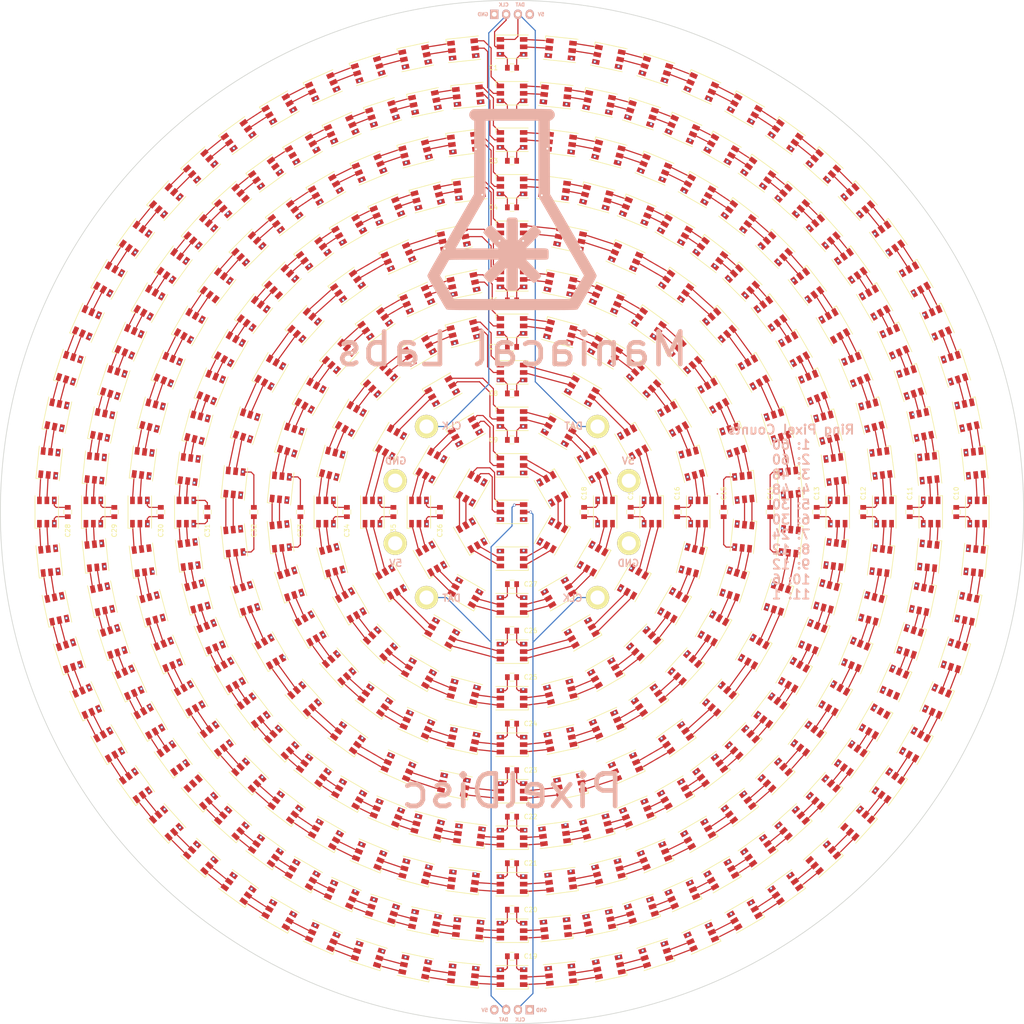
<source format=kicad_pcb>
(kicad_pcb (version 4) (host pcbnew 4.0.6-e0-6349~53~ubuntu16.04.1)
  (layers (0 F.Cu signal hide) (1 Gnd.Cu power hide) (2 Pwr.Cu power hide) (31 B.Cu signal hide) (34 B.Paste user) (35 F.Paste user hide) (36 B.SilkS user) (37 F.SilkS user hide) (38 B.Mask user hide) (39 F.Mask user hide) (44 Edge.Cuts user))
  (net 0 "")
  (net 1 VCC)
  (net 2 "Net-(D1-Pad5)")
  (net 3 "Net-(D1-Pad6)")
  (net 4 GND)
  (net 5 "Net-(D1-Pad2)")
  (net 6 "Net-(D1-Pad1)")
  (net 7 "Net-(D2-Pad5)")
  (net 8 "Net-(D2-Pad6)")
  (net 9 "Net-(D3-Pad5)")
  (net 10 "Net-(D3-Pad6)")
  (net 11 "Net-(D4-Pad5)")
  (net 12 "Net-(D4-Pad6)")
  (net 13 "Net-(D5-Pad5)")
  (net 14 "Net-(D5-Pad6)")
  (net 15 "Net-(D6-Pad5)")
  (net 16 "Net-(D6-Pad6)")
  (net 17 "Net-(D7-Pad5)")
  (net 18 "Net-(D7-Pad6)")
  (net 19 "Net-(D8-Pad5)")
  (net 20 "Net-(D8-Pad6)")
  (net 21 "Net-(D10-Pad2)")
  (net 22 "Net-(D10-Pad1)")
  (net 23 "Net-(D10-Pad5)")
  (net 24 "Net-(D10-Pad6)")
  (net 25 "Net-(D11-Pad5)")
  (net 26 "Net-(D11-Pad6)")
  (net 27 "Net-(D12-Pad5)")
  (net 28 "Net-(D12-Pad6)")
  (net 29 "Net-(D13-Pad5)")
  (net 30 "Net-(D13-Pad6)")
  (net 31 "Net-(D14-Pad5)")
  (net 32 "Net-(D14-Pad6)")
  (net 33 "Net-(D15-Pad5)")
  (net 34 "Net-(D15-Pad6)")
  (net 35 "Net-(D16-Pad5)")
  (net 36 "Net-(D16-Pad6)")
  (net 37 "Net-(D17-Pad5)")
  (net 38 "Net-(D17-Pad6)")
  (net 39 "Net-(D18-Pad5)")
  (net 40 "Net-(D18-Pad6)")
  (net 41 "Net-(D19-Pad5)")
  (net 42 "Net-(D19-Pad6)")
  (net 43 "Net-(D20-Pad5)")
  (net 44 "Net-(D20-Pad6)")
  (net 45 "Net-(D21-Pad5)")
  (net 46 "Net-(D21-Pad6)")
  (net 47 "Net-(D22-Pad5)")
  (net 48 "Net-(D22-Pad6)")
  (net 49 "Net-(D23-Pad5)")
  (net 50 "Net-(D23-Pad6)")
  (net 51 "Net-(D24-Pad5)")
  (net 52 "Net-(D24-Pad6)")
  (net 53 "Net-(D25-Pad5)")
  (net 54 "Net-(D25-Pad6)")
  (net 55 "Net-(D26-Pad5)")
  (net 56 "Net-(D26-Pad6)")
  (net 57 "Net-(D27-Pad5)")
  (net 58 "Net-(D27-Pad6)")
  (net 59 "Net-(D28-Pad5)")
  (net 60 "Net-(D28-Pad6)")
  (net 61 "Net-(D29-Pad5)")
  (net 62 "Net-(D29-Pad6)")
  (net 63 "Net-(D30-Pad5)")
  (net 64 "Net-(D30-Pad6)")
  (net 65 "Net-(D31-Pad5)")
  (net 66 "Net-(D31-Pad6)")
  (net 67 "Net-(D32-Pad5)")
  (net 68 "Net-(D32-Pad6)")
  (net 69 "Net-(D33-Pad5)")
  (net 70 "Net-(D33-Pad6)")
  (net 71 "Net-(D34-Pad5)")
  (net 72 "Net-(D34-Pad6)")
  (net 73 "Net-(D35-Pad5)")
  (net 74 "Net-(D35-Pad6)")
  (net 75 "Net-(D36-Pad5)")
  (net 76 "Net-(D36-Pad6)")
  (net 77 "Net-(D37-Pad5)")
  (net 78 "Net-(D37-Pad6)")
  (net 79 "Net-(D38-Pad5)")
  (net 80 "Net-(D38-Pad6)")
  (net 81 "Net-(D39-Pad5)")
  (net 82 "Net-(D39-Pad6)")
  (net 83 "Net-(D40-Pad5)")
  (net 84 "Net-(D40-Pad6)")
  (net 85 "Net-(D41-Pad5)")
  (net 86 "Net-(D41-Pad6)")
  (net 87 "Net-(D42-Pad5)")
  (net 88 "Net-(D42-Pad6)")
  (net 89 "Net-(D43-Pad5)")
  (net 90 "Net-(D43-Pad6)")
  (net 91 "Net-(D44-Pad5)")
  (net 92 "Net-(D44-Pad6)")
  (net 93 "Net-(D45-Pad5)")
  (net 94 "Net-(D45-Pad6)")
  (net 95 "Net-(D46-Pad5)")
  (net 96 "Net-(D46-Pad6)")
  (net 97 "Net-(D47-Pad5)")
  (net 98 "Net-(D47-Pad6)")
  (net 99 "Net-(D48-Pad5)")
  (net 100 "Net-(D48-Pad6)")
  (net 101 "Net-(D49-Pad5)")
  (net 102 "Net-(D49-Pad6)")
  (net 103 "Net-(D50-Pad5)")
  (net 104 "Net-(D50-Pad6)")
  (net 105 "Net-(D51-Pad5)")
  (net 106 "Net-(D51-Pad6)")
  (net 107 "Net-(D52-Pad5)")
  (net 108 "Net-(D52-Pad6)")
  (net 109 "Net-(D53-Pad5)")
  (net 110 "Net-(D53-Pad6)")
  (net 111 "Net-(D54-Pad5)")
  (net 112 "Net-(D54-Pad6)")
  (net 113 "Net-(D55-Pad5)")
  (net 114 "Net-(D55-Pad6)")
  (net 115 "Net-(D56-Pad5)")
  (net 116 "Net-(D56-Pad6)")
  (net 117 "Net-(D57-Pad5)")
  (net 118 "Net-(D57-Pad6)")
  (net 119 "Net-(D58-Pad5)")
  (net 120 "Net-(D58-Pad6)")
  (net 121 "Net-(D59-Pad5)")
  (net 122 "Net-(D59-Pad6)")
  (net 123 "Net-(D60-Pad5)")
  (net 124 "Net-(D60-Pad6)")
  (net 125 "Net-(D61-Pad5)")
  (net 126 "Net-(D61-Pad6)")
  (net 127 "Net-(D62-Pad5)")
  (net 128 "Net-(D62-Pad6)")
  (net 129 "Net-(D63-Pad5)")
  (net 130 "Net-(D63-Pad6)")
  (net 131 "Net-(D64-Pad5)")
  (net 132 "Net-(D64-Pad6)")
  (net 133 "Net-(D65-Pad5)")
  (net 134 "Net-(D65-Pad6)")
  (net 135 "Net-(D66-Pad5)")
  (net 136 "Net-(D66-Pad6)")
  (net 137 "Net-(D67-Pad5)")
  (net 138 "Net-(D67-Pad6)")
  (net 139 "Net-(D68-Pad5)")
  (net 140 "Net-(D68-Pad6)")
  (net 141 "Net-(D69-Pad5)")
  (net 142 "Net-(D69-Pad6)")
  (net 143 "Net-(D70-Pad5)")
  (net 144 "Net-(D70-Pad6)")
  (net 145 "Net-(D71-Pad5)")
  (net 146 "Net-(D71-Pad6)")
  (net 147 "Net-(D72-Pad5)")
  (net 148 "Net-(D72-Pad6)")
  (net 149 "Net-(D73-Pad5)")
  (net 150 "Net-(D73-Pad6)")
  (net 151 "Net-(D74-Pad5)")
  (net 152 "Net-(D74-Pad6)")
  (net 153 "Net-(D75-Pad5)")
  (net 154 "Net-(D75-Pad6)")
  (net 155 "Net-(D76-Pad5)")
  (net 156 "Net-(D76-Pad6)")
  (net 157 "Net-(D77-Pad5)")
  (net 158 "Net-(D77-Pad6)")
  (net 159 "Net-(D78-Pad5)")
  (net 160 "Net-(D78-Pad6)")
  (net 161 "Net-(D79-Pad5)")
  (net 162 "Net-(D79-Pad6)")
  (net 163 "Net-(D80-Pad5)")
  (net 164 "Net-(D80-Pad6)")
  (net 165 "Net-(D81-Pad5)")
  (net 166 "Net-(D81-Pad6)")
  (net 167 "Net-(D82-Pad5)")
  (net 168 "Net-(D82-Pad6)")
  (net 169 "Net-(D83-Pad5)")
  (net 170 "Net-(D83-Pad6)")
  (net 171 "Net-(D84-Pad5)")
  (net 172 "Net-(D84-Pad6)")
  (net 173 "Net-(D85-Pad5)")
  (net 174 "Net-(D85-Pad6)")
  (net 175 "Net-(D86-Pad5)")
  (net 176 "Net-(D86-Pad6)")
  (net 177 "Net-(D87-Pad5)")
  (net 178 "Net-(D87-Pad6)")
  (net 179 "Net-(D88-Pad5)")
  (net 180 "Net-(D88-Pad6)")
  (net 181 "Net-(D89-Pad5)")
  (net 182 "Net-(D89-Pad6)")
  (net 183 "Net-(D90-Pad5)")
  (net 184 "Net-(D90-Pad6)")
  (net 185 "Net-(D91-Pad5)")
  (net 186 "Net-(D91-Pad6)")
  (net 187 "Net-(D92-Pad5)")
  (net 188 "Net-(D92-Pad6)")
  (net 189 "Net-(D93-Pad5)")
  (net 190 "Net-(D93-Pad6)")
  (net 191 "Net-(D94-Pad5)")
  (net 192 "Net-(D94-Pad6)")
  (net 193 "Net-(D95-Pad5)")
  (net 194 "Net-(D95-Pad6)")
  (net 195 "Net-(D96-Pad5)")
  (net 196 "Net-(D96-Pad6)")
  (net 197 "Net-(D97-Pad5)")
  (net 198 "Net-(D97-Pad6)")
  (net 199 "Net-(D98-Pad5)")
  (net 200 "Net-(D98-Pad6)")
  (net 201 "Net-(D100-Pad2)")
  (net 202 "Net-(D100-Pad1)")
  (net 203 "Net-(D100-Pad5)")
  (net 204 "Net-(D100-Pad6)")
  (net 205 "Net-(D101-Pad5)")
  (net 206 "Net-(D101-Pad6)")
  (net 207 "Net-(D102-Pad5)")
  (net 208 "Net-(D102-Pad6)")
  (net 209 "Net-(D103-Pad5)")
  (net 210 "Net-(D103-Pad6)")
  (net 211 "Net-(D104-Pad5)")
  (net 212 "Net-(D104-Pad6)")
  (net 213 "Net-(D105-Pad5)")
  (net 214 "Net-(D105-Pad6)")
  (net 215 "Net-(D106-Pad5)")
  (net 216 "Net-(D106-Pad6)")
  (net 217 "Net-(D107-Pad5)")
  (net 218 "Net-(D107-Pad6)")
  (net 219 "Net-(D108-Pad5)")
  (net 220 "Net-(D108-Pad6)")
  (net 221 "Net-(D109-Pad5)")
  (net 222 "Net-(D109-Pad6)")
  (net 223 "Net-(D110-Pad5)")
  (net 224 "Net-(D110-Pad6)")
  (net 225 "Net-(D111-Pad5)")
  (net 226 "Net-(D111-Pad6)")
  (net 227 "Net-(D112-Pad5)")
  (net 228 "Net-(D112-Pad6)")
  (net 229 "Net-(D113-Pad5)")
  (net 230 "Net-(D113-Pad6)")
  (net 231 "Net-(D114-Pad5)")
  (net 232 "Net-(D114-Pad6)")
  (net 233 "Net-(D115-Pad5)")
  (net 234 "Net-(D115-Pad6)")
  (net 235 "Net-(D116-Pad5)")
  (net 236 "Net-(D116-Pad6)")
  (net 237 "Net-(D117-Pad5)")
  (net 238 "Net-(D117-Pad6)")
  (net 239 "Net-(D118-Pad5)")
  (net 240 "Net-(D118-Pad6)")
  (net 241 "Net-(D119-Pad5)")
  (net 242 "Net-(D119-Pad6)")
  (net 243 "Net-(D120-Pad5)")
  (net 244 "Net-(D120-Pad6)")
  (net 245 "Net-(D121-Pad5)")
  (net 246 "Net-(D121-Pad6)")
  (net 247 "Net-(D122-Pad5)")
  (net 248 "Net-(D122-Pad6)")
  (net 249 "Net-(D123-Pad5)")
  (net 250 "Net-(D123-Pad6)")
  (net 251 "Net-(D124-Pad5)")
  (net 252 "Net-(D124-Pad6)")
  (net 253 "Net-(D125-Pad5)")
  (net 254 "Net-(D125-Pad6)")
  (net 255 "Net-(D126-Pad5)")
  (net 256 "Net-(D126-Pad6)")
  (net 257 "Net-(D127-Pad5)")
  (net 258 "Net-(D127-Pad6)")
  (net 259 "Net-(D128-Pad5)")
  (net 260 "Net-(D128-Pad6)")
  (net 261 "Net-(D129-Pad5)")
  (net 262 "Net-(D129-Pad6)")
  (net 263 "Net-(D130-Pad5)")
  (net 264 "Net-(D130-Pad6)")
  (net 265 "Net-(D131-Pad5)")
  (net 266 "Net-(D131-Pad6)")
  (net 267 "Net-(D132-Pad5)")
  (net 268 "Net-(D132-Pad6)")
  (net 269 "Net-(D133-Pad5)")
  (net 270 "Net-(D133-Pad6)")
  (net 271 "Net-(D134-Pad5)")
  (net 272 "Net-(D134-Pad6)")
  (net 273 "Net-(D135-Pad5)")
  (net 274 "Net-(D135-Pad6)")
  (net 275 "Net-(D136-Pad5)")
  (net 276 "Net-(D136-Pad6)")
  (net 277 "Net-(D137-Pad5)")
  (net 278 "Net-(D137-Pad6)")
  (net 279 "Net-(D138-Pad5)")
  (net 280 "Net-(D138-Pad6)")
  (net 281 "Net-(D139-Pad5)")
  (net 282 "Net-(D139-Pad6)")
  (net 283 "Net-(D140-Pad5)")
  (net 284 "Net-(D140-Pad6)")
  (net 285 "Net-(D141-Pad5)")
  (net 286 "Net-(D141-Pad6)")
  (net 287 "Net-(D142-Pad5)")
  (net 288 "Net-(D142-Pad6)")
  (net 289 "Net-(D143-Pad5)")
  (net 290 "Net-(D143-Pad6)")
  (net 291 "Net-(D144-Pad5)")
  (net 292 "Net-(D144-Pad6)")
  (net 293 "Net-(D145-Pad5)")
  (net 294 "Net-(D145-Pad6)")
  (net 295 "Net-(D146-Pad5)")
  (net 296 "Net-(D146-Pad6)")
  (net 297 "Net-(D147-Pad5)")
  (net 298 "Net-(D147-Pad6)")
  (net 299 "Net-(D148-Pad5)")
  (net 300 "Net-(D148-Pad6)")
  (net 301 "Net-(D149-Pad5)")
  (net 302 "Net-(D149-Pad6)")
  (net 303 "Net-(D150-Pad5)")
  (net 304 "Net-(D150-Pad6)")
  (net 305 "Net-(D151-Pad5)")
  (net 306 "Net-(D151-Pad6)")
  (net 307 "Net-(D152-Pad5)")
  (net 308 "Net-(D152-Pad6)")
  (net 309 "Net-(D153-Pad5)")
  (net 310 "Net-(D153-Pad6)")
  (net 311 "Net-(D154-Pad5)")
  (net 312 "Net-(D154-Pad6)")
  (net 313 "Net-(D155-Pad5)")
  (net 314 "Net-(D155-Pad6)")
  (net 315 "Net-(D156-Pad5)")
  (net 316 "Net-(D156-Pad6)")
  (net 317 "Net-(D157-Pad5)")
  (net 318 "Net-(D157-Pad6)")
  (net 319 "Net-(D158-Pad5)")
  (net 320 "Net-(D158-Pad6)")
  (net 321 "Net-(D159-Pad5)")
  (net 322 "Net-(D159-Pad6)")
  (net 323 "Net-(D160-Pad5)")
  (net 324 "Net-(D160-Pad6)")
  (net 325 "Net-(D161-Pad5)")
  (net 326 "Net-(D161-Pad6)")
  (net 327 "Net-(D162-Pad5)")
  (net 328 "Net-(D162-Pad6)")
  (net 329 "Net-(D163-Pad5)")
  (net 330 "Net-(D163-Pad6)")
  (net 331 "Net-(D164-Pad5)")
  (net 332 "Net-(D164-Pad6)")
  (net 333 "Net-(D165-Pad5)")
  (net 334 "Net-(D165-Pad6)")
  (net 335 "Net-(D166-Pad5)")
  (net 336 "Net-(D166-Pad6)")
  (net 337 "Net-(D167-Pad5)")
  (net 338 "Net-(D167-Pad6)")
  (net 339 "Net-(D168-Pad5)")
  (net 340 "Net-(D168-Pad6)")
  (net 341 "Net-(D169-Pad5)")
  (net 342 "Net-(D169-Pad6)")
  (net 343 "Net-(D170-Pad5)")
  (net 344 "Net-(D170-Pad6)")
  (net 345 "Net-(D171-Pad5)")
  (net 346 "Net-(D171-Pad6)")
  (net 347 "Net-(D172-Pad5)")
  (net 348 "Net-(D172-Pad6)")
  (net 349 "Net-(D173-Pad5)")
  (net 350 "Net-(D173-Pad6)")
  (net 351 "Net-(D174-Pad5)")
  (net 352 "Net-(D174-Pad6)")
  (net 353 "Net-(D175-Pad5)")
  (net 354 "Net-(D175-Pad6)")
  (net 355 "Net-(D176-Pad5)")
  (net 356 "Net-(D176-Pad6)")
  (net 357 "Net-(D177-Pad5)")
  (net 358 "Net-(D177-Pad6)")
  (net 359 "Net-(D178-Pad5)")
  (net 360 "Net-(D178-Pad6)")
  (net 361 "Net-(D179-Pad5)")
  (net 362 "Net-(D179-Pad6)")
  (net 363 "Net-(D180-Pad5)")
  (net 364 "Net-(D180-Pad6)")
  (net 365 "Net-(D181-Pad5)")
  (net 366 "Net-(D181-Pad6)")
  (net 367 "Net-(D182-Pad5)")
  (net 368 "Net-(D182-Pad6)")
  (net 369 "Net-(D183-Pad5)")
  (net 370 "Net-(D183-Pad6)")
  (net 371 "Net-(D184-Pad5)")
  (net 372 "Net-(D184-Pad6)")
  (net 373 "Net-(D185-Pad5)")
  (net 374 "Net-(D185-Pad6)")
  (net 375 "Net-(D186-Pad5)")
  (net 376 "Net-(D186-Pad6)")
  (net 377 "Net-(D187-Pad5)")
  (net 378 "Net-(D187-Pad6)")
  (net 379 "Net-(D188-Pad5)")
  (net 380 "Net-(D188-Pad6)")
  (net 381 "Net-(D189-Pad5)")
  (net 382 "Net-(D189-Pad6)")
  (net 383 "Net-(D190-Pad5)")
  (net 384 "Net-(D190-Pad6)")
  (net 385 "Net-(D191-Pad5)")
  (net 386 "Net-(D191-Pad6)")
  (net 387 "Net-(D192-Pad5)")
  (net 388 "Net-(D192-Pad6)")
  (net 389 "Net-(D193-Pad5)")
  (net 390 "Net-(D193-Pad6)")
  (net 391 "Net-(D194-Pad5)")
  (net 392 "Net-(D194-Pad6)")
  (net 393 "Net-(D195-Pad5)")
  (net 394 "Net-(D195-Pad6)")
  (net 395 "Net-(D196-Pad5)")
  (net 396 "Net-(D196-Pad6)")
  (net 397 "Net-(D197-Pad5)")
  (net 398 "Net-(D197-Pad6)")
  (net 399 "Net-(D198-Pad5)")
  (net 400 "Net-(D198-Pad6)")
  (net 401 "Net-(D199-Pad5)")
  (net 402 "Net-(D199-Pad6)")
  (net 403 "Net-(D200-Pad5)")
  (net 404 "Net-(D200-Pad6)")
  (net 405 "Net-(D201-Pad5)")
  (net 406 "Net-(D201-Pad6)")
  (net 407 "Net-(D202-Pad5)")
  (net 408 "Net-(D202-Pad6)")
  (net 409 "Net-(D203-Pad5)")
  (net 410 "Net-(D203-Pad6)")
  (net 411 "Net-(D204-Pad5)")
  (net 412 "Net-(D204-Pad6)")
  (net 413 "Net-(D205-Pad5)")
  (net 414 "Net-(D205-Pad6)")
  (net 415 "Net-(D206-Pad5)")
  (net 416 "Net-(D206-Pad6)")
  (net 417 "Net-(D207-Pad5)")
  (net 418 "Net-(D207-Pad6)")
  (net 419 "Net-(D208-Pad5)")
  (net 420 "Net-(D208-Pad6)")
  (net 421 "Net-(D209-Pad5)")
  (net 422 "Net-(D209-Pad6)")
  (net 423 "Net-(D210-Pad5)")
  (net 424 "Net-(D210-Pad6)")
  (net 425 "Net-(D211-Pad5)")
  (net 426 "Net-(D211-Pad6)")
  (net 427 "Net-(D212-Pad5)")
  (net 428 "Net-(D212-Pad6)")
  (net 429 "Net-(D213-Pad5)")
  (net 430 "Net-(D213-Pad6)")
  (net 431 "Net-(D214-Pad5)")
  (net 432 "Net-(D214-Pad6)")
  (net 433 "Net-(D215-Pad5)")
  (net 434 "Net-(D215-Pad6)")
  (net 435 "Net-(D216-Pad5)")
  (net 436 "Net-(D216-Pad6)")
  (net 437 "Net-(D217-Pad5)")
  (net 438 "Net-(D217-Pad6)")
  (net 439 "Net-(D218-Pad5)")
  (net 440 "Net-(D218-Pad6)")
  (net 441 "Net-(D219-Pad5)")
  (net 442 "Net-(D219-Pad6)")
  (net 443 "Net-(D220-Pad5)")
  (net 444 "Net-(D220-Pad6)")
  (net 445 "Net-(D221-Pad5)")
  (net 446 "Net-(D221-Pad6)")
  (net 447 "Net-(D222-Pad5)")
  (net 448 "Net-(D222-Pad6)")
  (net 449 "Net-(D223-Pad5)")
  (net 450 "Net-(D223-Pad6)")
  (net 451 "Net-(D224-Pad5)")
  (net 452 "Net-(D224-Pad6)")
  (net 453 "Net-(D225-Pad5)")
  (net 454 "Net-(D225-Pad6)")
  (net 455 "Net-(D226-Pad5)")
  (net 456 "Net-(D226-Pad6)")
  (net 457 "Net-(D227-Pad5)")
  (net 458 "Net-(D227-Pad6)")
  (net 459 "Net-(D228-Pad5)")
  (net 460 "Net-(D228-Pad6)")
  (net 461 "Net-(D229-Pad5)")
  (net 462 "Net-(D229-Pad6)")
  (net 463 "Net-(D230-Pad5)")
  (net 464 "Net-(D230-Pad6)")
  (net 465 "Net-(D231-Pad5)")
  (net 466 "Net-(D231-Pad6)")
  (net 467 "Net-(D232-Pad5)")
  (net 468 "Net-(D232-Pad6)")
  (net 469 "Net-(D233-Pad5)")
  (net 470 "Net-(D233-Pad6)")
  (net 471 "Net-(D234-Pad5)")
  (net 472 "Net-(D234-Pad6)")
  (net 473 "Net-(D235-Pad5)")
  (net 474 "Net-(D235-Pad6)")
  (net 475 "Net-(D236-Pad5)")
  (net 476 "Net-(D236-Pad6)")
  (net 477 "Net-(D237-Pad5)")
  (net 478 "Net-(D237-Pad6)")
  (net 479 "Net-(D238-Pad5)")
  (net 480 "Net-(D238-Pad6)")
  (net 481 "Net-(D239-Pad5)")
  (net 482 "Net-(D239-Pad6)")
  (net 483 "Net-(D240-Pad5)")
  (net 484 "Net-(D240-Pad6)")
  (net 485 "Net-(D241-Pad5)")
  (net 486 "Net-(D241-Pad6)")
  (net 487 "Net-(D242-Pad5)")
  (net 488 "Net-(D242-Pad6)")
  (net 489 "Net-(D243-Pad5)")
  (net 490 "Net-(D243-Pad6)")
  (net 491 "Net-(D244-Pad5)")
  (net 492 "Net-(D244-Pad6)")
  (net 493 "Net-(D245-Pad5)")
  (net 494 "Net-(D245-Pad6)")
  (net 495 "Net-(D246-Pad5)")
  (net 496 "Net-(D246-Pad6)")
  (net 497 "Net-(D247-Pad5)")
  (net 498 "Net-(D247-Pad6)")
  (net 499 "Net-(D248-Pad5)")
  (net 500 "Net-(D248-Pad6)")
  (net 501 "Net-(D249-Pad5)")
  (net 502 "Net-(D249-Pad6)")
  (net 503 "Net-(D250-Pad5)")
  (net 504 "Net-(D250-Pad6)")
  (net 505 "Net-(D251-Pad5)")
  (net 506 "Net-(D251-Pad6)")
  (net 507 "Net-(D252-Pad5)")
  (net 508 "Net-(D252-Pad6)")
  (net 509 "Net-(D253-Pad5)")
  (net 510 "Net-(D253-Pad6)")
  (net 511 "Net-(D254-Pad5)")
  (net 512 "Net-(D254-Pad6)")
  (net 513 "Net-(D255-Pad5)")
  (net 514 "Net-(D255-Pad6)")
  (net 515 "Net-(D256-Pad5)")
  (net 516 "Net-(D256-Pad6)")
  (net 517 "Net-(D257-Pad5)")
  (net 518 "Net-(D257-Pad6)")
  (net 519 "Net-(D258-Pad5)")
  (net 520 "Net-(D258-Pad6)")
  (net 521 "Net-(D259-Pad5)")
  (net 522 "Net-(D259-Pad6)")
  (net 523 "Net-(D260-Pad5)")
  (net 524 "Net-(D260-Pad6)")
  (net 525 "Net-(D261-Pad5)")
  (net 526 "Net-(D261-Pad6)")
  (net 527 "Net-(D262-Pad5)")
  (net 528 "Net-(D262-Pad6)")
  (net 529 "Net-(D263-Pad5)")
  (net 530 "Net-(D263-Pad6)")
  (net 531 "Net-(D264-Pad5)")
  (net 532 "Net-(D264-Pad6)")
  (net 533 "Net-(D265-Pad5)")
  (net 534 "Net-(D265-Pad6)")
  (net 535 "Net-(D266-Pad5)")
  (net 536 "Net-(D266-Pad6)")
  (net 537 "Net-(D267-Pad5)")
  (net 538 "Net-(D267-Pad6)")
  (net 539 "Net-(D268-Pad5)")
  (net 540 "Net-(D268-Pad6)")
  (net 541 "Net-(D269-Pad5)")
  (net 542 "Net-(D269-Pad6)")
  (net 543 "Net-(D270-Pad5)")
  (net 544 "Net-(D270-Pad6)")
  (net 545 "Net-(D271-Pad5)")
  (net 546 "Net-(D271-Pad6)")
  (net 547 "Net-(D272-Pad5)")
  (net 548 "Net-(D272-Pad6)")
  (net 549 "Net-(D273-Pad5)")
  (net 550 "Net-(D273-Pad6)")
  (net 551 "Net-(D274-Pad5)")
  (net 552 "Net-(D274-Pad6)")
  (net 553 "Net-(D275-Pad5)")
  (net 554 "Net-(D275-Pad6)")
  (net 555 "Net-(D276-Pad5)")
  (net 556 "Net-(D276-Pad6)")
  (net 557 "Net-(D277-Pad5)")
  (net 558 "Net-(D277-Pad6)")
  (net 559 "Net-(D278-Pad5)")
  (net 560 "Net-(D278-Pad6)")
  (net 561 "Net-(D279-Pad5)")
  (net 562 "Net-(D279-Pad6)")
  (net 563 "Net-(D280-Pad5)")
  (net 564 "Net-(D280-Pad6)")
  (net 565 "Net-(D281-Pad5)")
  (net 566 "Net-(D281-Pad6)")
  (net 567 "Net-(D282-Pad5)")
  (net 568 "Net-(D282-Pad6)")
  (net 569 "Net-(D283-Pad5)")
  (net 570 "Net-(D283-Pad6)")
  (net 571 "Net-(D284-Pad5)")
  (net 572 "Net-(D284-Pad6)")
  (net 573 "Net-(D285-Pad5)")
  (net 574 "Net-(D285-Pad6)")
  (net 575 "Net-(D286-Pad5)")
  (net 576 "Net-(D286-Pad6)")
  (net 577 "Net-(D287-Pad5)")
  (net 578 "Net-(D287-Pad6)")
  (net 579 "Net-(D288-Pad5)")
  (net 580 "Net-(D288-Pad6)")
  (net 581 "Net-(D289-Pad5)")
  (net 582 "Net-(D289-Pad6)")
  (net 583 "Net-(D290-Pad5)")
  (net 584 "Net-(D290-Pad6)")
  (net 585 "Net-(D291-Pad5)")
  (net 586 "Net-(D291-Pad6)")
  (net 587 "Net-(D292-Pad5)")
  (net 588 "Net-(D292-Pad6)")
  (net 589 "Net-(D293-Pad5)")
  (net 590 "Net-(D293-Pad6)")
  (net 591 "Net-(D294-Pad5)")
  (net 592 "Net-(D294-Pad6)")
  (net 593 "Net-(D295-Pad5)")
  (net 594 "Net-(D295-Pad6)")
  (net 595 "Net-(D296-Pad5)")
  (net 596 "Net-(D296-Pad6)")
  (net 597 "Net-(D297-Pad5)")
  (net 598 "Net-(D297-Pad6)")
  (net 599 "Net-(D298-Pad5)")
  (net 600 "Net-(D298-Pad6)")
  (net 601 "Net-(D299-Pad5)")
  (net 602 "Net-(D299-Pad6)")
  (net 603 "Net-(D300-Pad5)")
  (net 604 "Net-(D300-Pad6)")
  (net 605 "Net-(D301-Pad5)")
  (net 606 "Net-(D301-Pad6)")
  (net 607 "Net-(D302-Pad5)")
  (net 608 "Net-(D302-Pad6)")
  (net 609 "Net-(D303-Pad5)")
  (net 610 "Net-(D303-Pad6)")
  (net 611 "Net-(D304-Pad5)")
  (net 612 "Net-(D304-Pad6)")
  (net 613 "Net-(D305-Pad5)")
  (net 614 "Net-(D305-Pad6)")
  (net 615 "Net-(D306-Pad5)")
  (net 616 "Net-(D306-Pad6)")
  (net 617 "Net-(D307-Pad5)")
  (net 618 "Net-(D307-Pad6)")
  (net 619 "Net-(D308-Pad5)")
  (net 620 "Net-(D308-Pad6)")
  (net 621 "Net-(D309-Pad5)")
  (net 622 "Net-(D309-Pad6)")
  (net 623 "Net-(D310-Pad5)")
  (net 624 "Net-(D310-Pad6)")
  (net 625 "Net-(D311-Pad5)")
  (net 626 "Net-(D311-Pad6)")
  (net 627 "Net-(D312-Pad5)")
  (net 628 "Net-(D312-Pad6)")
  (net 629 "Net-(D313-Pad5)")
  (net 630 "Net-(D313-Pad6)")
  (net 631 "Net-(D314-Pad5)")
  (net 632 "Net-(D314-Pad6)")
  (net 633 "Net-(D315-Pad5)")
  (net 634 "Net-(D315-Pad6)")
  (net 635 "Net-(D316-Pad5)")
  (net 636 "Net-(D316-Pad6)")
  (net 637 "Net-(D317-Pad5)")
  (net 638 "Net-(D317-Pad6)")
  (net 639 "Net-(D318-Pad5)")
  (net 640 "Net-(D318-Pad6)")
  (net 641 "Net-(D319-Pad5)")
  (net 642 "Net-(D319-Pad6)")
  (net 643 "Net-(D320-Pad5)")
  (net 644 "Net-(D320-Pad6)")
  (net 645 "Net-(D321-Pad5)")
  (net 646 "Net-(D321-Pad6)")
  (net 647 "Net-(D322-Pad5)")
  (net 648 "Net-(D322-Pad6)")
  (net 649 "Net-(D323-Pad5)")
  (net 650 "Net-(D323-Pad6)")
  (net 651 "Net-(D324-Pad5)")
  (net 652 "Net-(D324-Pad6)")
  (net 653 "Net-(D325-Pad5)")
  (net 654 "Net-(D325-Pad6)")
  (net 655 "Net-(D326-Pad5)")
  (net 656 "Net-(D326-Pad6)")
  (net 657 "Net-(D327-Pad5)")
  (net 658 "Net-(D327-Pad6)")
  (net 659 "Net-(D328-Pad5)")
  (net 660 "Net-(D328-Pad6)")
  (net 661 "Net-(D329-Pad5)")
  (net 662 "Net-(D329-Pad6)")
  (net 663 "Net-(D330-Pad5)")
  (net 664 "Net-(D330-Pad6)")
  (net 665 "Net-(D331-Pad5)")
  (net 666 "Net-(D331-Pad6)")
  (module Capacitors_SMD:C_0805 (layer F.Cu) (at 315.5 200 90)
    (fp_text reference C18 (at 4 0 90) (layer F.SilkS))
    (fp_text value 10uF hide)
    (pad 1 smd rect (at -1 0 90) (size 1 1.25) (layers F.Cu F.Paste F.Mask) (net 1 VCC))
    (pad 2 smd rect (at 1 0 90) (size 1 1.25) (layers F.Cu F.Paste F.Mask) (net 4 GND))
  )
  (module Capacitors_SMD:C_0805 (layer F.Cu) (at 300 215.5)
    (fp_text reference C27 (at 4 0) (layer F.SilkS))
    (fp_text value 10uF hide)
    (pad 1 smd rect (at -1 0) (size 1 1.25) (layers F.Cu F.Paste F.Mask) (net 1 VCC))
    (pad 2 smd rect (at 1 0) (size 1 1.25) (layers F.Cu F.Paste F.Mask) (net 4 GND))
  )
  (module Capacitors_SMD:C_0805 (layer F.Cu) (at 284.5 200 270)
    (fp_text reference C36 (at 4 0 270) (layer F.SilkS))
    (fp_text value 10uF hide)
    (pad 1 smd rect (at -1 0 270) (size 1 1.25) (layers F.Cu F.Paste F.Mask) (net 1 VCC))
    (pad 2 smd rect (at 1 0 270) (size 1 1.25) (layers F.Cu F.Paste F.Mask) (net 4 GND))
  )
  (module Capacitors_SMD:C_0805 (layer F.Cu) (at 325.5 200 90)
    (fp_text reference C17 (at 4 0 90) (layer F.SilkS))
    (fp_text value 10uF hide)
    (pad 1 smd rect (at -1 0 90) (size 1 1.25) (layers F.Cu F.Paste F.Mask) (net 1 VCC))
    (pad 2 smd rect (at 1 0 90) (size 1 1.25) (layers F.Cu F.Paste F.Mask) (net 4 GND))
  )
  (module Capacitors_SMD:C_0805 (layer F.Cu) (at 300 225.5)
    (fp_text reference C26 (at 4 0) (layer F.SilkS))
    (fp_text value 10uF hide)
    (pad 1 smd rect (at -1 0) (size 1 1.25) (layers F.Cu F.Paste F.Mask) (net 1 VCC))
    (pad 2 smd rect (at 1 0) (size 1 1.25) (layers F.Cu F.Paste F.Mask) (net 4 GND))
  )
  (module Capacitors_SMD:C_0805 (layer F.Cu) (at 274.5 200 270)
    (fp_text reference C35 (at 4 0 270) (layer F.SilkS))
    (fp_text value 10uF hide)
    (pad 1 smd rect (at -1 0 270) (size 1 1.25) (layers F.Cu F.Paste F.Mask) (net 1 VCC))
    (pad 2 smd rect (at 1 0 270) (size 1 1.25) (layers F.Cu F.Paste F.Mask) (net 4 GND))
  )
  (module Capacitors_SMD:C_0805 (layer F.Cu) (at 335.5 200 90)
    (fp_text reference C16 (at 4 0 90) (layer F.SilkS))
    (fp_text value 10uF hide)
    (pad 1 smd rect (at -1 0 90) (size 1 1.25) (layers F.Cu F.Paste F.Mask) (net 1 VCC))
    (pad 2 smd rect (at 1 0 90) (size 1 1.25) (layers F.Cu F.Paste F.Mask) (net 4 GND))
  )
  (module Capacitors_SMD:C_0805 (layer F.Cu) (at 300 235.5)
    (fp_text reference C25 (at 4 0) (layer F.SilkS))
    (fp_text value 10uF hide)
    (pad 1 smd rect (at -1 0) (size 1 1.25) (layers F.Cu F.Paste F.Mask) (net 1 VCC))
    (pad 2 smd rect (at 1 0) (size 1 1.25) (layers F.Cu F.Paste F.Mask) (net 4 GND))
  )
  (module Capacitors_SMD:C_0805 (layer F.Cu) (at 264.5 200 270)
    (fp_text reference C34 (at 4 0 270) (layer F.SilkS))
    (fp_text value 10uF hide)
    (pad 1 smd rect (at -1 0 270) (size 1 1.25) (layers F.Cu F.Paste F.Mask) (net 1 VCC))
    (pad 2 smd rect (at 1 0 270) (size 1 1.25) (layers F.Cu F.Paste F.Mask) (net 4 GND))
  )
  (module Capacitors_SMD:C_0805 (layer F.Cu) (at 345.5 200 90)
    (fp_text reference C15 (at 4 0 90) (layer F.SilkS))
    (fp_text value 10uF hide)
    (pad 1 smd rect (at -1 0 90) (size 1 1.25) (layers F.Cu F.Paste F.Mask) (net 1 VCC))
    (pad 2 smd rect (at 1 0 90) (size 1 1.25) (layers F.Cu F.Paste F.Mask) (net 4 GND))
  )
  (module Capacitors_SMD:C_0805 (layer F.Cu) (at 300 245.5)
    (fp_text reference C24 (at 4 0) (layer F.SilkS))
    (fp_text value 10uF hide)
    (pad 1 smd rect (at -1 0) (size 1 1.25) (layers F.Cu F.Paste F.Mask) (net 1 VCC))
    (pad 2 smd rect (at 1 0) (size 1 1.25) (layers F.Cu F.Paste F.Mask) (net 4 GND))
  )
  (module Capacitors_SMD:C_0805 (layer F.Cu) (at 254.5 200 270)
    (fp_text reference C33 (at 4 0 270) (layer F.SilkS))
    (fp_text value 10uF hide)
    (pad 1 smd rect (at -1 0 270) (size 1 1.25) (layers F.Cu F.Paste F.Mask) (net 1 VCC))
    (pad 2 smd rect (at 1 0 270) (size 1 1.25) (layers F.Cu F.Paste F.Mask) (net 4 GND))
  )
  (module Capacitors_SMD:C_0805 (layer F.Cu) (at 355.5 200 90)
    (fp_text reference C14 (at 4 0 90) (layer F.SilkS))
    (fp_text value 10uF hide)
    (pad 1 smd rect (at -1 0 90) (size 1 1.25) (layers F.Cu F.Paste F.Mask) (net 1 VCC))
    (pad 2 smd rect (at 1 0 90) (size 1 1.25) (layers F.Cu F.Paste F.Mask) (net 4 GND))
  )
  (module Capacitors_SMD:C_0805 (layer F.Cu) (at 300 255.5)
    (fp_text reference C23 (at 4 0) (layer F.SilkS))
    (fp_text value 10uF hide)
    (pad 1 smd rect (at -1 0) (size 1 1.25) (layers F.Cu F.Paste F.Mask) (net 1 VCC))
    (pad 2 smd rect (at 1 0) (size 1 1.25) (layers F.Cu F.Paste F.Mask) (net 4 GND))
  )
  (module Capacitors_SMD:C_0805 (layer F.Cu) (at 244.5 200 270)
    (fp_text reference C32 (at 4 0 270) (layer F.SilkS))
    (fp_text value 10uF hide)
    (pad 1 smd rect (at -1 0 270) (size 1 1.25) (layers F.Cu F.Paste F.Mask) (net 1 VCC))
    (pad 2 smd rect (at 1 0 270) (size 1 1.25) (layers F.Cu F.Paste F.Mask) (net 4 GND))
  )
  (module Capacitors_SMD:C_0805 (layer F.Cu) (at 365.5 200 90)
    (fp_text reference C13 (at 4 0 90) (layer F.SilkS))
    (fp_text value 10uF hide)
    (pad 1 smd rect (at -1 0 90) (size 1 1.25) (layers F.Cu F.Paste F.Mask) (net 1 VCC))
    (pad 2 smd rect (at 1 0 90) (size 1 1.25) (layers F.Cu F.Paste F.Mask) (net 4 GND))
  )
  (module Capacitors_SMD:C_0805 (layer F.Cu) (at 300 265.5)
    (fp_text reference C22 (at 4 0) (layer F.SilkS))
    (fp_text value 10uF hide)
    (pad 1 smd rect (at -1 0) (size 1 1.25) (layers F.Cu F.Paste F.Mask) (net 1 VCC))
    (pad 2 smd rect (at 1 0) (size 1 1.25) (layers F.Cu F.Paste F.Mask) (net 4 GND))
  )
  (module Capacitors_SMD:C_0805 (layer F.Cu) (at 234.5 200 270)
    (fp_text reference C31 (at 4 0 270) (layer F.SilkS))
    (fp_text value 10uF hide)
    (pad 1 smd rect (at -1 0 270) (size 1 1.25) (layers F.Cu F.Paste F.Mask) (net 1 VCC))
    (pad 2 smd rect (at 1 0 270) (size 1 1.25) (layers F.Cu F.Paste F.Mask) (net 4 GND))
  )
  (module Capacitors_SMD:C_0805 (layer F.Cu) (at 375.5 200 90)
    (fp_text reference C12 (at 4 0 90) (layer F.SilkS))
    (fp_text value 10uF hide)
    (pad 1 smd rect (at -1 0 90) (size 1 1.25) (layers F.Cu F.Paste F.Mask) (net 1 VCC))
    (pad 2 smd rect (at 1 0 90) (size 1 1.25) (layers F.Cu F.Paste F.Mask) (net 4 GND))
  )
  (module Capacitors_SMD:C_0805 (layer F.Cu) (at 300 275.5)
    (fp_text reference C21 (at 4 0) (layer F.SilkS))
    (fp_text value 10uF hide)
    (pad 1 smd rect (at -1 0) (size 1 1.25) (layers F.Cu F.Paste F.Mask) (net 1 VCC))
    (pad 2 smd rect (at 1 0) (size 1 1.25) (layers F.Cu F.Paste F.Mask) (net 4 GND))
  )
  (module Capacitors_SMD:C_0805 (layer F.Cu) (at 224.5 200 270)
    (fp_text reference C30 (at 4 0 270) (layer F.SilkS))
    (fp_text value 10uF hide)
    (pad 1 smd rect (at -1 0 270) (size 1 1.25) (layers F.Cu F.Paste F.Mask) (net 1 VCC))
    (pad 2 smd rect (at 1 0 270) (size 1 1.25) (layers F.Cu F.Paste F.Mask) (net 4 GND))
  )
  (module Capacitors_SMD:C_0805 (layer F.Cu) (at 385.5 200 90)
    (fp_text reference C11 (at 4 0 90) (layer F.SilkS))
    (fp_text value 10uF hide)
    (pad 1 smd rect (at -1 0 90) (size 1 1.25) (layers F.Cu F.Paste F.Mask) (net 1 VCC))
    (pad 2 smd rect (at 1 0 90) (size 1 1.25) (layers F.Cu F.Paste F.Mask) (net 4 GND))
  )
  (module Capacitors_SMD:C_0805 (layer F.Cu) (at 300 285.5)
    (fp_text reference C20 (at 4 0) (layer F.SilkS))
    (fp_text value 10uF hide)
    (pad 1 smd rect (at -1 0) (size 1 1.25) (layers F.Cu F.Paste F.Mask) (net 1 VCC))
    (pad 2 smd rect (at 1 0) (size 1 1.25) (layers F.Cu F.Paste F.Mask) (net 4 GND))
  )
  (module Capacitors_SMD:C_0805 (layer F.Cu) (at 214.5 200 270)
    (fp_text reference C29 (at 4 0 270) (layer F.SilkS))
    (fp_text value 10uF hide)
    (pad 1 smd rect (at -1 0 270) (size 1 1.25) (layers F.Cu F.Paste F.Mask) (net 1 VCC))
    (pad 2 smd rect (at 1 0 270) (size 1 1.25) (layers F.Cu F.Paste F.Mask) (net 4 GND))
  )
  (module Capacitors_SMD:C_0805 (layer F.Cu) (at 395.5 200 90)
    (fp_text reference C10 (at 4 0 90) (layer F.SilkS))
    (fp_text value 10uF hide)
    (pad 1 smd rect (at -1 0 90) (size 1 1.25) (layers F.Cu F.Paste F.Mask) (net 1 VCC))
    (pad 2 smd rect (at 1 0 90) (size 1 1.25) (layers F.Cu F.Paste F.Mask) (net 4 GND))
  )
  (module Capacitors_SMD:C_0805 (layer F.Cu) (at 300 295.5)
    (fp_text reference C19 (at 4 0) (layer F.SilkS))
    (fp_text value 10uF hide)
    (pad 1 smd rect (at -1 0) (size 1 1.25) (layers F.Cu F.Paste F.Mask) (net 1 VCC))
    (pad 2 smd rect (at 1 0) (size 1 1.25) (layers F.Cu F.Paste F.Mask) (net 4 GND))
  )
  (module Capacitors_SMD:C_0805 (layer F.Cu) (at 204.5 200 270)
    (fp_text reference C28 (at 4 0 270) (layer F.SilkS))
    (fp_text value 10uF hide)
    (pad 1 smd rect (at -1 0 270) (size 1 1.25) (layers F.Cu F.Paste F.Mask) (net 1 VCC))
    (pad 2 smd rect (at 1 0 270) (size 1 1.25) (layers F.Cu F.Paste F.Mask) (net 4 GND))
  )
  (module Capacitors_SMD:C_0805 (layer F.Cu) (at 300 184.5 180)
    (fp_text reference C9 (at 4 0 180) (layer F.SilkS))
    (fp_text value 10uF hide)
    (pad 1 smd rect (at -1 0 180) (size 1 1.25) (layers F.Cu F.Paste F.Mask) (net 1 VCC))
    (pad 2 smd rect (at 1 0 180) (size 1 1.25) (layers F.Cu F.Paste F.Mask) (net 4 GND))
  )
  (module Capacitors_SMD:C_0805 (layer F.Cu) (at 300 174.5 180)
    (fp_text reference C8 (at 4 0 180) (layer F.SilkS))
    (fp_text value 10uF hide)
    (pad 1 smd rect (at -1 0 180) (size 1 1.25) (layers F.Cu F.Paste F.Mask) (net 1 VCC))
    (pad 2 smd rect (at 1 0 180) (size 1 1.25) (layers F.Cu F.Paste F.Mask) (net 4 GND))
  )
  (module Capacitors_SMD:C_0805 (layer F.Cu) (at 300 164.5 180)
    (fp_text reference C7 (at 4 0 180) (layer F.SilkS))
    (fp_text value 10uF hide)
    (pad 1 smd rect (at -1 0 180) (size 1 1.25) (layers F.Cu F.Paste F.Mask) (net 1 VCC))
    (pad 2 smd rect (at 1 0 180) (size 1 1.25) (layers F.Cu F.Paste F.Mask) (net 4 GND))
  )
  (module Capacitors_SMD:C_0805 (layer F.Cu) (at 300 154.5 180)
    (fp_text reference C6 (at 4 0 180) (layer F.SilkS))
    (fp_text value 10uF hide)
    (pad 1 smd rect (at -1 0 180) (size 1 1.25) (layers F.Cu F.Paste F.Mask) (net 1 VCC))
    (pad 2 smd rect (at 1 0 180) (size 1 1.25) (layers F.Cu F.Paste F.Mask) (net 4 GND))
  )
  (module Capacitors_SMD:C_0805 (layer F.Cu) (at 300 144.5 180)
    (fp_text reference C5 (at 4 0 180) (layer F.SilkS))
    (fp_text value 10uF hide)
    (pad 1 smd rect (at -1 0 180) (size 1 1.25) (layers F.Cu F.Paste F.Mask) (net 1 VCC))
    (pad 2 smd rect (at 1 0 180) (size 1 1.25) (layers F.Cu F.Paste F.Mask) (net 4 GND))
  )
  (module Capacitors_SMD:C_0805 (layer F.Cu) (at 300 134.5 180)
    (fp_text reference C4 (at 4 0 180) (layer F.SilkS))
    (fp_text value 10uF hide)
    (pad 1 smd rect (at -1 0 180) (size 1 1.25) (layers F.Cu F.Paste F.Mask) (net 1 VCC))
    (pad 2 smd rect (at 1 0 180) (size 1 1.25) (layers F.Cu F.Paste F.Mask) (net 4 GND))
  )
  (module Capacitors_SMD:C_0805 (layer F.Cu) (at 300 124.5 180)
    (fp_text reference C3 (at 4 0 180) (layer F.SilkS))
    (fp_text value 10uF hide)
    (pad 1 smd rect (at -1 0 180) (size 1 1.25) (layers F.Cu F.Paste F.Mask) (net 1 VCC))
    (pad 2 smd rect (at 1 0 180) (size 1 1.25) (layers F.Cu F.Paste F.Mask) (net 4 GND))
  )
  (module Capacitors_SMD:C_0805 (layer F.Cu) (at 300 114.5 180)
    (fp_text reference C2 (at 4 0 180) (layer F.SilkS))
    (fp_text value 10uF hide)
    (pad 1 smd rect (at -1 0 180) (size 1 1.25) (layers F.Cu F.Paste F.Mask) (net 1 VCC))
    (pad 2 smd rect (at 1 0 180) (size 1 1.25) (layers F.Cu F.Paste F.Mask) (net 4 GND))
  )
  (module CustomLED:SK9822 (layer F.Cu) (at 282.679492 210 120)
    (fp_text reference D321)
    (fp_text value APA102/SK9822 hide)
    (pad 4 smd rect (at 2.5 1.6 120) (size 1.6 1) (layers F.Cu F.Paste F.Mask) (net 1 VCC))
    (pad 5 smd rect (at 2.5 0 120) (size 1.6 1) (layers F.Cu F.Paste F.Mask) (net 645 "Net-(D321-Pad5)"))
    (pad 6 smd rect (at 2.5 -1.6 120) (size 1.6 1) (layers F.Cu F.Paste F.Mask) (net 646 "Net-(D321-Pad6)"))
    (pad 3 smd rect (at -2.5 1.6 120) (size 1.6 1) (layers F.Cu F.Paste F.Mask) (net 4 GND))
    (pad 2 smd rect (at -2.5 0 120) (size 1.6 1) (layers F.Cu F.Paste F.Mask) (net 643 "Net-(D320-Pad5)"))
    (pad 1 smd rect (at -2.5 -1.6 120) (size 1.6 1) (layers F.Cu F.Paste F.Mask) (net 644 "Net-(D320-Pad6)"))
  )
  (module CustomLED:SK9822 (layer F.Cu) (at 282.679492 190 60)
    (fp_text reference D323)
    (fp_text value APA102/SK9822 hide)
    (pad 4 smd rect (at 2.5 1.6 60) (size 1.6 1) (layers F.Cu F.Paste F.Mask) (net 1 VCC))
    (pad 5 smd rect (at 2.5 0 60) (size 1.6 1) (layers F.Cu F.Paste F.Mask) (net 649 "Net-(D323-Pad5)"))
    (pad 6 smd rect (at 2.5 -1.6 60) (size 1.6 1) (layers F.Cu F.Paste F.Mask) (net 650 "Net-(D323-Pad6)"))
    (pad 3 smd rect (at -2.5 1.6 60) (size 1.6 1) (layers F.Cu F.Paste F.Mask) (net 4 GND))
    (pad 2 smd rect (at -2.5 0 60) (size 1.6 1) (layers F.Cu F.Paste F.Mask) (net 647 "Net-(D322-Pad5)"))
    (pad 1 smd rect (at -2.5 -1.6 60) (size 1.6 1) (layers F.Cu F.Paste F.Mask) (net 648 "Net-(D322-Pad6)"))
  )
  (module Custom:ScrewPWR (layer F.Cu) (at 318.384776 181.615224 315)
    (fp_text reference REF** hide)
    (fp_text value ScrewPWR hide)
    (pad 1 thru_hole circle (at 0 0 315) (size 5 5) (drill 3.048) (layers *.Cu *.Mask F.SilkS) (net 6 "Net-(D1-Pad1)"))
  )
  (module Custom:ScrewPWR (layer F.Cu) (at 325.114071 193.270705 285)
    (fp_text reference REF** hide)
    (fp_text value ScrewPWR hide)
    (pad 1 thru_hole circle (at 0 0 285) (size 5 5) (drill 3.048) (layers *.Cu *.Mask F.SilkS) (net 1 VCC))
  )
  (module Custom:ScrewPWR (layer F.Cu) (at 325.114071 206.729295 255)
    (fp_text reference REF** hide)
    (fp_text value ScrewPWR hide)
    (pad 1 thru_hole circle (at 0 0 255) (size 5 5) (drill 3.048) (layers *.Cu *.Mask F.SilkS) (net 4 GND))
  )
  (module Custom:ScrewPWR (layer F.Cu) (at 318.384776 218.384776 225)
    (fp_text reference REF** hide)
    (fp_text value ScrewPWR hide)
    (pad 1 thru_hole circle (at 0 0 225) (size 5 5) (drill 3.048) (layers *.Cu *.Mask F.SilkS) (net 665 "Net-(D331-Pad5)"))
  )
  (module Custom:ScrewPWR (layer F.Cu) (at 281.615224 218.384776 135)
    (fp_text reference REF** hide)
    (fp_text value ScrewPWR hide)
    (pad 1 thru_hole circle (at 0 0 135) (size 5 5) (drill 3.048) (layers *.Cu *.Mask F.SilkS) (net 666 "Net-(D331-Pad6)"))
  )
  (module Custom:ScrewPWR (layer F.Cu) (at 274.885929 206.729295 105)
    (fp_text reference REF** hide)
    (fp_text value ScrewPWR hide)
    (pad 1 thru_hole circle (at 0 0 105) (size 5 5) (drill 3.048) (layers *.Cu *.Mask F.SilkS) (net 1 VCC))
  )
  (module Custom:ScrewPWR (layer F.Cu) (at 274.885929 193.270705 75)
    (fp_text reference REF** hide)
    (fp_text value ScrewPWR hide)
    (pad 1 thru_hole circle (at 0 0 75) (size 5 5) (drill 3.048) (layers *.Cu *.Mask F.SilkS) (net 4 GND))
  )
  (module Custom:ScrewPWR (layer F.Cu) (at 281.615224 181.615224 45)
    (fp_text reference REF** hide)
    (fp_text value ScrewPWR hide)
    (pad 1 thru_hole circle (at 0 0 45) (size 5 5) (drill 3.048) (layers *.Cu *.Mask F.SilkS) (net 5 "Net-(D1-Pad2)"))
  )
  (module CustomLED:SK9822 (layer F.Cu) (at 308.660254 195 300)
    (fp_text reference D326)
    (fp_text value APA102/SK9822 hide)
    (pad 4 smd rect (at 2.5 1.6 300) (size 1.6 1) (layers F.Cu F.Paste F.Mask) (net 1 VCC))
    (pad 5 smd rect (at 2.5 0 300) (size 1.6 1) (layers F.Cu F.Paste F.Mask) (net 655 "Net-(D326-Pad5)"))
    (pad 6 smd rect (at 2.5 -1.6 300) (size 1.6 1) (layers F.Cu F.Paste F.Mask) (net 656 "Net-(D326-Pad6)"))
    (pad 3 smd rect (at -2.5 1.6 300) (size 1.6 1) (layers F.Cu F.Paste F.Mask) (net 4 GND))
    (pad 2 smd rect (at -2.5 0 300) (size 1.6 1) (layers F.Cu F.Paste F.Mask) (net 653 "Net-(D325-Pad5)"))
    (pad 1 smd rect (at -2.5 -1.6 300) (size 1.6 1) (layers F.Cu F.Paste F.Mask) (net 654 "Net-(D325-Pad6)"))
  )
  (module CustomLED:SK9822 (layer F.Cu) (at 308.660254 205 240)
    (fp_text reference D327)
    (fp_text value APA102/SK9822 hide)
    (pad 4 smd rect (at 2.5 1.6 240) (size 1.6 1) (layers F.Cu F.Paste F.Mask) (net 1 VCC))
    (pad 5 smd rect (at 2.5 0 240) (size 1.6 1) (layers F.Cu F.Paste F.Mask) (net 657 "Net-(D327-Pad5)"))
    (pad 6 smd rect (at 2.5 -1.6 240) (size 1.6 1) (layers F.Cu F.Paste F.Mask) (net 658 "Net-(D327-Pad6)"))
    (pad 3 smd rect (at -2.5 1.6 240) (size 1.6 1) (layers F.Cu F.Paste F.Mask) (net 4 GND))
    (pad 2 smd rect (at -2.5 0 240) (size 1.6 1) (layers F.Cu F.Paste F.Mask) (net 655 "Net-(D326-Pad5)"))
    (pad 1 smd rect (at -2.5 -1.6 240) (size 1.6 1) (layers F.Cu F.Paste F.Mask) (net 656 "Net-(D326-Pad6)"))
  )
  (module CustomLED:SK9822 (layer F.Cu) (at 300 210 180)
    (fp_text reference D328)
    (fp_text value APA102/SK9822 hide)
    (pad 4 smd rect (at 2.5 1.6 180) (size 1.6 1) (layers F.Cu F.Paste F.Mask) (net 1 VCC))
    (pad 5 smd rect (at 2.5 0 180) (size 1.6 1) (layers F.Cu F.Paste F.Mask) (net 659 "Net-(D328-Pad5)"))
    (pad 6 smd rect (at 2.5 -1.6 180) (size 1.6 1) (layers F.Cu F.Paste F.Mask) (net 660 "Net-(D328-Pad6)"))
    (pad 3 smd rect (at -2.5 1.6 180) (size 1.6 1) (layers F.Cu F.Paste F.Mask) (net 4 GND))
    (pad 2 smd rect (at -2.5 0 180) (size 1.6 1) (layers F.Cu F.Paste F.Mask) (net 657 "Net-(D327-Pad5)"))
    (pad 1 smd rect (at -2.5 -1.6 180) (size 1.6 1) (layers F.Cu F.Paste F.Mask) (net 658 "Net-(D327-Pad6)"))
  )
  (module CustomLED:SK9822 (layer F.Cu) (at 291.339746 205 120)
    (fp_text reference D329)
    (fp_text value APA102/SK9822 hide)
    (pad 4 smd rect (at 2.5 1.6 120) (size 1.6 1) (layers F.Cu F.Paste F.Mask) (net 1 VCC))
    (pad 5 smd rect (at 2.5 0 120) (size 1.6 1) (layers F.Cu F.Paste F.Mask) (net 661 "Net-(D329-Pad5)"))
    (pad 6 smd rect (at 2.5 -1.6 120) (size 1.6 1) (layers F.Cu F.Paste F.Mask) (net 662 "Net-(D329-Pad6)"))
    (pad 3 smd rect (at -2.5 1.6 120) (size 1.6 1) (layers F.Cu F.Paste F.Mask) (net 4 GND))
    (pad 2 smd rect (at -2.5 0 120) (size 1.6 1) (layers F.Cu F.Paste F.Mask) (net 659 "Net-(D328-Pad5)"))
    (pad 1 smd rect (at -2.5 -1.6 120) (size 1.6 1) (layers F.Cu F.Paste F.Mask) (net 660 "Net-(D328-Pad6)"))
  )
  (module CustomLED:SK9822 (layer F.Cu) (at 291.339746 195 60)
    (fp_text reference D330)
    (fp_text value APA102/SK9822 hide)
    (pad 4 smd rect (at 2.5 1.6 60) (size 1.6 1) (layers F.Cu F.Paste F.Mask) (net 1 VCC))
    (pad 5 smd rect (at 2.5 0 60) (size 1.6 1) (layers F.Cu F.Paste F.Mask) (net 663 "Net-(D330-Pad5)"))
    (pad 6 smd rect (at 2.5 -1.6 60) (size 1.6 1) (layers F.Cu F.Paste F.Mask) (net 664 "Net-(D330-Pad6)"))
    (pad 3 smd rect (at -2.5 1.6 60) (size 1.6 1) (layers F.Cu F.Paste F.Mask) (net 4 GND))
    (pad 2 smd rect (at -2.5 0 60) (size 1.6 1) (layers F.Cu F.Paste F.Mask) (net 661 "Net-(D329-Pad5)"))
    (pad 1 smd rect (at -2.5 -1.6 60) (size 1.6 1) (layers F.Cu F.Paste F.Mask) (net 662 "Net-(D329-Pad6)"))
  )
  (module CustomLED:SK9822 (layer F.Cu) (at 310 182.679492 330)
    (fp_text reference D314)
    (fp_text value APA102/SK9822 hide)
    (pad 4 smd rect (at 2.5 1.6 330) (size 1.6 1) (layers F.Cu F.Paste F.Mask) (net 1 VCC))
    (pad 5 smd rect (at 2.5 0 330) (size 1.6 1) (layers F.Cu F.Paste F.Mask) (net 631 "Net-(D314-Pad5)"))
    (pad 6 smd rect (at 2.5 -1.6 330) (size 1.6 1) (layers F.Cu F.Paste F.Mask) (net 632 "Net-(D314-Pad6)"))
    (pad 3 smd rect (at -2.5 1.6 330) (size 1.6 1) (layers F.Cu F.Paste F.Mask) (net 4 GND))
    (pad 2 smd rect (at -2.5 0 330) (size 1.6 1) (layers F.Cu F.Paste F.Mask) (net 629 "Net-(D313-Pad5)"))
    (pad 1 smd rect (at -2.5 -1.6 330) (size 1.6 1) (layers F.Cu F.Paste F.Mask) (net 630 "Net-(D313-Pad6)"))
  )
  (module CustomLED:SK9822 (layer F.Cu) (at 317.320508 190 300)
    (fp_text reference D315)
    (fp_text value APA102/SK9822 hide)
    (pad 4 smd rect (at 2.5 1.6 300) (size 1.6 1) (layers F.Cu F.Paste F.Mask) (net 1 VCC))
    (pad 5 smd rect (at 2.5 0 300) (size 1.6 1) (layers F.Cu F.Paste F.Mask) (net 633 "Net-(D315-Pad5)"))
    (pad 6 smd rect (at 2.5 -1.6 300) (size 1.6 1) (layers F.Cu F.Paste F.Mask) (net 634 "Net-(D315-Pad6)"))
    (pad 3 smd rect (at -2.5 1.6 300) (size 1.6 1) (layers F.Cu F.Paste F.Mask) (net 4 GND))
    (pad 2 smd rect (at -2.5 0 300) (size 1.6 1) (layers F.Cu F.Paste F.Mask) (net 631 "Net-(D314-Pad5)"))
    (pad 1 smd rect (at -2.5 -1.6 300) (size 1.6 1) (layers F.Cu F.Paste F.Mask) (net 632 "Net-(D314-Pad6)"))
  )
  (module CustomLED:SK9822 (layer F.Cu) (at 320 200 270)
    (fp_text reference D316)
    (fp_text value APA102/SK9822 hide)
    (pad 4 smd rect (at 2.5 1.6 270) (size 1.6 1) (layers F.Cu F.Paste F.Mask) (net 1 VCC))
    (pad 5 smd rect (at 2.5 0 270) (size 1.6 1) (layers F.Cu F.Paste F.Mask) (net 635 "Net-(D316-Pad5)"))
    (pad 6 smd rect (at 2.5 -1.6 270) (size 1.6 1) (layers F.Cu F.Paste F.Mask) (net 636 "Net-(D316-Pad6)"))
    (pad 3 smd rect (at -2.5 1.6 270) (size 1.6 1) (layers F.Cu F.Paste F.Mask) (net 4 GND))
    (pad 2 smd rect (at -2.5 0 270) (size 1.6 1) (layers F.Cu F.Paste F.Mask) (net 633 "Net-(D315-Pad5)"))
    (pad 1 smd rect (at -2.5 -1.6 270) (size 1.6 1) (layers F.Cu F.Paste F.Mask) (net 634 "Net-(D315-Pad6)"))
  )
  (module CustomLED:SK9822 (layer F.Cu) (at 317.320508 210 240)
    (fp_text reference D317)
    (fp_text value APA102/SK9822 hide)
    (pad 4 smd rect (at 2.5 1.6 240) (size 1.6 1) (layers F.Cu F.Paste F.Mask) (net 1 VCC))
    (pad 5 smd rect (at 2.5 0 240) (size 1.6 1) (layers F.Cu F.Paste F.Mask) (net 637 "Net-(D317-Pad5)"))
    (pad 6 smd rect (at 2.5 -1.6 240) (size 1.6 1) (layers F.Cu F.Paste F.Mask) (net 638 "Net-(D317-Pad6)"))
    (pad 3 smd rect (at -2.5 1.6 240) (size 1.6 1) (layers F.Cu F.Paste F.Mask) (net 4 GND))
    (pad 2 smd rect (at -2.5 0 240) (size 1.6 1) (layers F.Cu F.Paste F.Mask) (net 635 "Net-(D316-Pad5)"))
    (pad 1 smd rect (at -2.5 -1.6 240) (size 1.6 1) (layers F.Cu F.Paste F.Mask) (net 636 "Net-(D316-Pad6)"))
  )
  (module CustomLED:SK9822 (layer F.Cu) (at 310 217.320508 210)
    (fp_text reference D318)
    (fp_text value APA102/SK9822 hide)
    (pad 4 smd rect (at 2.5 1.6 210) (size 1.6 1) (layers F.Cu F.Paste F.Mask) (net 1 VCC))
    (pad 5 smd rect (at 2.5 0 210) (size 1.6 1) (layers F.Cu F.Paste F.Mask) (net 639 "Net-(D318-Pad5)"))
    (pad 6 smd rect (at 2.5 -1.6 210) (size 1.6 1) (layers F.Cu F.Paste F.Mask) (net 640 "Net-(D318-Pad6)"))
    (pad 3 smd rect (at -2.5 1.6 210) (size 1.6 1) (layers F.Cu F.Paste F.Mask) (net 4 GND))
    (pad 2 smd rect (at -2.5 0 210) (size 1.6 1) (layers F.Cu F.Paste F.Mask) (net 637 "Net-(D317-Pad5)"))
    (pad 1 smd rect (at -2.5 -1.6 210) (size 1.6 1) (layers F.Cu F.Paste F.Mask) (net 638 "Net-(D317-Pad6)"))
  )
  (module CustomLED:SK9822 (layer F.Cu) (at 300 220 180)
    (fp_text reference D319)
    (fp_text value APA102/SK9822 hide)
    (pad 4 smd rect (at 2.5 1.6 180) (size 1.6 1) (layers F.Cu F.Paste F.Mask) (net 1 VCC))
    (pad 5 smd rect (at 2.5 0 180) (size 1.6 1) (layers F.Cu F.Paste F.Mask) (net 641 "Net-(D319-Pad5)"))
    (pad 6 smd rect (at 2.5 -1.6 180) (size 1.6 1) (layers F.Cu F.Paste F.Mask) (net 642 "Net-(D319-Pad6)"))
    (pad 3 smd rect (at -2.5 1.6 180) (size 1.6 1) (layers F.Cu F.Paste F.Mask) (net 4 GND))
    (pad 2 smd rect (at -2.5 0 180) (size 1.6 1) (layers F.Cu F.Paste F.Mask) (net 639 "Net-(D318-Pad5)"))
    (pad 1 smd rect (at -2.5 -1.6 180) (size 1.6 1) (layers F.Cu F.Paste F.Mask) (net 640 "Net-(D318-Pad6)"))
  )
  (module CustomLED:SK9822 (layer F.Cu) (at 290 217.320508 150)
    (fp_text reference D320)
    (fp_text value APA102/SK9822 hide)
    (pad 4 smd rect (at 2.5 1.6 150) (size 1.6 1) (layers F.Cu F.Paste F.Mask) (net 1 VCC))
    (pad 5 smd rect (at 2.5 0 150) (size 1.6 1) (layers F.Cu F.Paste F.Mask) (net 643 "Net-(D320-Pad5)"))
    (pad 6 smd rect (at 2.5 -1.6 150) (size 1.6 1) (layers F.Cu F.Paste F.Mask) (net 644 "Net-(D320-Pad6)"))
    (pad 3 smd rect (at -2.5 1.6 150) (size 1.6 1) (layers F.Cu F.Paste F.Mask) (net 4 GND))
    (pad 2 smd rect (at -2.5 0 150) (size 1.6 1) (layers F.Cu F.Paste F.Mask) (net 641 "Net-(D319-Pad5)"))
    (pad 1 smd rect (at -2.5 -1.6 150) (size 1.6 1) (layers F.Cu F.Paste F.Mask) (net 642 "Net-(D319-Pad6)"))
  )
  (module CustomLED:SK9822 (layer F.Cu) (at 280 200 90)
    (fp_text reference D322)
    (fp_text value APA102/SK9822 hide)
    (pad 4 smd rect (at 2.5 1.6 90) (size 1.6 1) (layers F.Cu F.Paste F.Mask) (net 1 VCC))
    (pad 5 smd rect (at 2.5 0 90) (size 1.6 1) (layers F.Cu F.Paste F.Mask) (net 647 "Net-(D322-Pad5)"))
    (pad 6 smd rect (at 2.5 -1.6 90) (size 1.6 1) (layers F.Cu F.Paste F.Mask) (net 648 "Net-(D322-Pad6)"))
    (pad 3 smd rect (at -2.5 1.6 90) (size 1.6 1) (layers F.Cu F.Paste F.Mask) (net 4 GND))
    (pad 2 smd rect (at -2.5 0 90) (size 1.6 1) (layers F.Cu F.Paste F.Mask) (net 645 "Net-(D321-Pad5)"))
    (pad 1 smd rect (at -2.5 -1.6 90) (size 1.6 1) (layers F.Cu F.Paste F.Mask) (net 646 "Net-(D321-Pad6)"))
  )
  (module CustomLED:SK9822 (layer F.Cu) (at 290 182.679492 30)
    (fp_text reference D324)
    (fp_text value APA102/SK9822 hide)
    (pad 4 smd rect (at 2.5 1.6 30) (size 1.6 1) (layers F.Cu F.Paste F.Mask) (net 1 VCC))
    (pad 5 smd rect (at 2.5 0 30) (size 1.6 1) (layers F.Cu F.Paste F.Mask) (net 651 "Net-(D324-Pad5)"))
    (pad 6 smd rect (at 2.5 -1.6 30) (size 1.6 1) (layers F.Cu F.Paste F.Mask) (net 652 "Net-(D324-Pad6)"))
    (pad 3 smd rect (at -2.5 1.6 30) (size 1.6 1) (layers F.Cu F.Paste F.Mask) (net 4 GND))
    (pad 2 smd rect (at -2.5 0 30) (size 1.6 1) (layers F.Cu F.Paste F.Mask) (net 649 "Net-(D323-Pad5)"))
    (pad 1 smd rect (at -2.5 -1.6 30) (size 1.6 1) (layers F.Cu F.Paste F.Mask) (net 650 "Net-(D323-Pad6)"))
  )
  (module CustomLED:SK9822 (layer F.Cu) (at 315 174.019238 330)
    (fp_text reference D302)
    (fp_text value APA102/SK9822 hide)
    (pad 4 smd rect (at 2.5 1.6 330) (size 1.6 1) (layers F.Cu F.Paste F.Mask) (net 1 VCC))
    (pad 5 smd rect (at 2.5 0 330) (size 1.6 1) (layers F.Cu F.Paste F.Mask) (net 607 "Net-(D302-Pad5)"))
    (pad 6 smd rect (at 2.5 -1.6 330) (size 1.6 1) (layers F.Cu F.Paste F.Mask) (net 608 "Net-(D302-Pad6)"))
    (pad 3 smd rect (at -2.5 1.6 330) (size 1.6 1) (layers F.Cu F.Paste F.Mask) (net 4 GND))
    (pad 2 smd rect (at -2.5 0 330) (size 1.6 1) (layers F.Cu F.Paste F.Mask) (net 605 "Net-(D301-Pad5)"))
    (pad 1 smd rect (at -2.5 -1.6 330) (size 1.6 1) (layers F.Cu F.Paste F.Mask) (net 606 "Net-(D301-Pad6)"))
  )
  (module CustomLED:SK9822 (layer F.Cu) (at 325.980762 185 300)
    (fp_text reference D303)
    (fp_text value APA102/SK9822 hide)
    (pad 4 smd rect (at 2.5 1.6 300) (size 1.6 1) (layers F.Cu F.Paste F.Mask) (net 1 VCC))
    (pad 5 smd rect (at 2.5 0 300) (size 1.6 1) (layers F.Cu F.Paste F.Mask) (net 609 "Net-(D303-Pad5)"))
    (pad 6 smd rect (at 2.5 -1.6 300) (size 1.6 1) (layers F.Cu F.Paste F.Mask) (net 610 "Net-(D303-Pad6)"))
    (pad 3 smd rect (at -2.5 1.6 300) (size 1.6 1) (layers F.Cu F.Paste F.Mask) (net 4 GND))
    (pad 2 smd rect (at -2.5 0 300) (size 1.6 1) (layers F.Cu F.Paste F.Mask) (net 607 "Net-(D302-Pad5)"))
    (pad 1 smd rect (at -2.5 -1.6 300) (size 1.6 1) (layers F.Cu F.Paste F.Mask) (net 608 "Net-(D302-Pad6)"))
  )
  (module CustomLED:SK9822 (layer F.Cu) (at 330 200 270)
    (fp_text reference D304)
    (fp_text value APA102/SK9822 hide)
    (pad 4 smd rect (at 2.5 1.6 270) (size 1.6 1) (layers F.Cu F.Paste F.Mask) (net 1 VCC))
    (pad 5 smd rect (at 2.5 0 270) (size 1.6 1) (layers F.Cu F.Paste F.Mask) (net 611 "Net-(D304-Pad5)"))
    (pad 6 smd rect (at 2.5 -1.6 270) (size 1.6 1) (layers F.Cu F.Paste F.Mask) (net 612 "Net-(D304-Pad6)"))
    (pad 3 smd rect (at -2.5 1.6 270) (size 1.6 1) (layers F.Cu F.Paste F.Mask) (net 4 GND))
    (pad 2 smd rect (at -2.5 0 270) (size 1.6 1) (layers F.Cu F.Paste F.Mask) (net 609 "Net-(D303-Pad5)"))
    (pad 1 smd rect (at -2.5 -1.6 270) (size 1.6 1) (layers F.Cu F.Paste F.Mask) (net 610 "Net-(D303-Pad6)"))
  )
  (module CustomLED:SK9822 (layer F.Cu) (at 325.980762 215 240)
    (fp_text reference D305)
    (fp_text value APA102/SK9822 hide)
    (pad 4 smd rect (at 2.5 1.6 240) (size 1.6 1) (layers F.Cu F.Paste F.Mask) (net 1 VCC))
    (pad 5 smd rect (at 2.5 0 240) (size 1.6 1) (layers F.Cu F.Paste F.Mask) (net 613 "Net-(D305-Pad5)"))
    (pad 6 smd rect (at 2.5 -1.6 240) (size 1.6 1) (layers F.Cu F.Paste F.Mask) (net 614 "Net-(D305-Pad6)"))
    (pad 3 smd rect (at -2.5 1.6 240) (size 1.6 1) (layers F.Cu F.Paste F.Mask) (net 4 GND))
    (pad 2 smd rect (at -2.5 0 240) (size 1.6 1) (layers F.Cu F.Paste F.Mask) (net 611 "Net-(D304-Pad5)"))
    (pad 1 smd rect (at -2.5 -1.6 240) (size 1.6 1) (layers F.Cu F.Paste F.Mask) (net 612 "Net-(D304-Pad6)"))
  )
  (module CustomLED:SK9822 (layer F.Cu) (at 315 225.980762 210)
    (fp_text reference D306)
    (fp_text value APA102/SK9822 hide)
    (pad 4 smd rect (at 2.5 1.6 210) (size 1.6 1) (layers F.Cu F.Paste F.Mask) (net 1 VCC))
    (pad 5 smd rect (at 2.5 0 210) (size 1.6 1) (layers F.Cu F.Paste F.Mask) (net 615 "Net-(D306-Pad5)"))
    (pad 6 smd rect (at 2.5 -1.6 210) (size 1.6 1) (layers F.Cu F.Paste F.Mask) (net 616 "Net-(D306-Pad6)"))
    (pad 3 smd rect (at -2.5 1.6 210) (size 1.6 1) (layers F.Cu F.Paste F.Mask) (net 4 GND))
    (pad 2 smd rect (at -2.5 0 210) (size 1.6 1) (layers F.Cu F.Paste F.Mask) (net 613 "Net-(D305-Pad5)"))
    (pad 1 smd rect (at -2.5 -1.6 210) (size 1.6 1) (layers F.Cu F.Paste F.Mask) (net 614 "Net-(D305-Pad6)"))
  )
  (module CustomLED:SK9822 (layer F.Cu) (at 300 230 180)
    (fp_text reference D307)
    (fp_text value APA102/SK9822 hide)
    (pad 4 smd rect (at 2.5 1.6 180) (size 1.6 1) (layers F.Cu F.Paste F.Mask) (net 1 VCC))
    (pad 5 smd rect (at 2.5 0 180) (size 1.6 1) (layers F.Cu F.Paste F.Mask) (net 617 "Net-(D307-Pad5)"))
    (pad 6 smd rect (at 2.5 -1.6 180) (size 1.6 1) (layers F.Cu F.Paste F.Mask) (net 618 "Net-(D307-Pad6)"))
    (pad 3 smd rect (at -2.5 1.6 180) (size 1.6 1) (layers F.Cu F.Paste F.Mask) (net 4 GND))
    (pad 2 smd rect (at -2.5 0 180) (size 1.6 1) (layers F.Cu F.Paste F.Mask) (net 615 "Net-(D306-Pad5)"))
    (pad 1 smd rect (at -2.5 -1.6 180) (size 1.6 1) (layers F.Cu F.Paste F.Mask) (net 616 "Net-(D306-Pad6)"))
  )
  (module CustomLED:SK9822 (layer F.Cu) (at 285 225.980762 150)
    (fp_text reference D308)
    (fp_text value APA102/SK9822 hide)
    (pad 4 smd rect (at 2.5 1.6 150) (size 1.6 1) (layers F.Cu F.Paste F.Mask) (net 1 VCC))
    (pad 5 smd rect (at 2.5 0 150) (size 1.6 1) (layers F.Cu F.Paste F.Mask) (net 619 "Net-(D308-Pad5)"))
    (pad 6 smd rect (at 2.5 -1.6 150) (size 1.6 1) (layers F.Cu F.Paste F.Mask) (net 620 "Net-(D308-Pad6)"))
    (pad 3 smd rect (at -2.5 1.6 150) (size 1.6 1) (layers F.Cu F.Paste F.Mask) (net 4 GND))
    (pad 2 smd rect (at -2.5 0 150) (size 1.6 1) (layers F.Cu F.Paste F.Mask) (net 617 "Net-(D307-Pad5)"))
    (pad 1 smd rect (at -2.5 -1.6 150) (size 1.6 1) (layers F.Cu F.Paste F.Mask) (net 618 "Net-(D307-Pad6)"))
  )
  (module CustomLED:SK9822 (layer F.Cu) (at 274.019238 215 120)
    (fp_text reference D309)
    (fp_text value APA102/SK9822 hide)
    (pad 4 smd rect (at 2.5 1.6 120) (size 1.6 1) (layers F.Cu F.Paste F.Mask) (net 1 VCC))
    (pad 5 smd rect (at 2.5 0 120) (size 1.6 1) (layers F.Cu F.Paste F.Mask) (net 621 "Net-(D309-Pad5)"))
    (pad 6 smd rect (at 2.5 -1.6 120) (size 1.6 1) (layers F.Cu F.Paste F.Mask) (net 622 "Net-(D309-Pad6)"))
    (pad 3 smd rect (at -2.5 1.6 120) (size 1.6 1) (layers F.Cu F.Paste F.Mask) (net 4 GND))
    (pad 2 smd rect (at -2.5 0 120) (size 1.6 1) (layers F.Cu F.Paste F.Mask) (net 619 "Net-(D308-Pad5)"))
    (pad 1 smd rect (at -2.5 -1.6 120) (size 1.6 1) (layers F.Cu F.Paste F.Mask) (net 620 "Net-(D308-Pad6)"))
  )
  (module CustomLED:SK9822 (layer F.Cu) (at 270 200 90)
    (fp_text reference D310)
    (fp_text value APA102/SK9822 hide)
    (pad 4 smd rect (at 2.5 1.6 90) (size 1.6 1) (layers F.Cu F.Paste F.Mask) (net 1 VCC))
    (pad 5 smd rect (at 2.5 0 90) (size 1.6 1) (layers F.Cu F.Paste F.Mask) (net 623 "Net-(D310-Pad5)"))
    (pad 6 smd rect (at 2.5 -1.6 90) (size 1.6 1) (layers F.Cu F.Paste F.Mask) (net 624 "Net-(D310-Pad6)"))
    (pad 3 smd rect (at -2.5 1.6 90) (size 1.6 1) (layers F.Cu F.Paste F.Mask) (net 4 GND))
    (pad 2 smd rect (at -2.5 0 90) (size 1.6 1) (layers F.Cu F.Paste F.Mask) (net 621 "Net-(D309-Pad5)"))
    (pad 1 smd rect (at -2.5 -1.6 90) (size 1.6 1) (layers F.Cu F.Paste F.Mask) (net 622 "Net-(D309-Pad6)"))
  )
  (module CustomLED:SK9822 (layer F.Cu) (at 274.019238 185 60)
    (fp_text reference D311)
    (fp_text value APA102/SK9822 hide)
    (pad 4 smd rect (at 2.5 1.6 60) (size 1.6 1) (layers F.Cu F.Paste F.Mask) (net 1 VCC))
    (pad 5 smd rect (at 2.5 0 60) (size 1.6 1) (layers F.Cu F.Paste F.Mask) (net 625 "Net-(D311-Pad5)"))
    (pad 6 smd rect (at 2.5 -1.6 60) (size 1.6 1) (layers F.Cu F.Paste F.Mask) (net 626 "Net-(D311-Pad6)"))
    (pad 3 smd rect (at -2.5 1.6 60) (size 1.6 1) (layers F.Cu F.Paste F.Mask) (net 4 GND))
    (pad 2 smd rect (at -2.5 0 60) (size 1.6 1) (layers F.Cu F.Paste F.Mask) (net 623 "Net-(D310-Pad5)"))
    (pad 1 smd rect (at -2.5 -1.6 60) (size 1.6 1) (layers F.Cu F.Paste F.Mask) (net 624 "Net-(D310-Pad6)"))
  )
  (module CustomLED:SK9822 (layer F.Cu) (at 285 174.019238 30)
    (fp_text reference D312)
    (fp_text value APA102/SK9822 hide)
    (pad 4 smd rect (at 2.5 1.6 30) (size 1.6 1) (layers F.Cu F.Paste F.Mask) (net 1 VCC))
    (pad 5 smd rect (at 2.5 0 30) (size 1.6 1) (layers F.Cu F.Paste F.Mask) (net 627 "Net-(D312-Pad5)"))
    (pad 6 smd rect (at 2.5 -1.6 30) (size 1.6 1) (layers F.Cu F.Paste F.Mask) (net 628 "Net-(D312-Pad6)"))
    (pad 3 smd rect (at -2.5 1.6 30) (size 1.6 1) (layers F.Cu F.Paste F.Mask) (net 4 GND))
    (pad 2 smd rect (at -2.5 0 30) (size 1.6 1) (layers F.Cu F.Paste F.Mask) (net 625 "Net-(D311-Pad5)"))
    (pad 1 smd rect (at -2.5 -1.6 30) (size 1.6 1) (layers F.Cu F.Paste F.Mask) (net 626 "Net-(D311-Pad6)"))
  )
  (module CustomLED:SK9822 (layer F.Cu) (at 310.352762 161.362967 345)
    (fp_text reference D278)
    (fp_text value APA102/SK9822 hide)
    (pad 4 smd rect (at 2.5 1.6 345) (size 1.6 1) (layers F.Cu F.Paste F.Mask) (net 1 VCC))
    (pad 5 smd rect (at 2.5 0 345) (size 1.6 1) (layers F.Cu F.Paste F.Mask) (net 559 "Net-(D278-Pad5)"))
    (pad 6 smd rect (at 2.5 -1.6 345) (size 1.6 1) (layers F.Cu F.Paste F.Mask) (net 560 "Net-(D278-Pad6)"))
    (pad 3 smd rect (at -2.5 1.6 345) (size 1.6 1) (layers F.Cu F.Paste F.Mask) (net 4 GND))
    (pad 2 smd rect (at -2.5 0 345) (size 1.6 1) (layers F.Cu F.Paste F.Mask) (net 557 "Net-(D277-Pad5)"))
    (pad 1 smd rect (at -2.5 -1.6 345) (size 1.6 1) (layers F.Cu F.Paste F.Mask) (net 558 "Net-(D277-Pad6)"))
  )
  (module CustomLED:SK9822 (layer F.Cu) (at 320 165.358984 330)
    (fp_text reference D279)
    (fp_text value APA102/SK9822 hide)
    (pad 4 smd rect (at 2.5 1.6 330) (size 1.6 1) (layers F.Cu F.Paste F.Mask) (net 1 VCC))
    (pad 5 smd rect (at 2.5 0 330) (size 1.6 1) (layers F.Cu F.Paste F.Mask) (net 561 "Net-(D279-Pad5)"))
    (pad 6 smd rect (at 2.5 -1.6 330) (size 1.6 1) (layers F.Cu F.Paste F.Mask) (net 562 "Net-(D279-Pad6)"))
    (pad 3 smd rect (at -2.5 1.6 330) (size 1.6 1) (layers F.Cu F.Paste F.Mask) (net 4 GND))
    (pad 2 smd rect (at -2.5 0 330) (size 1.6 1) (layers F.Cu F.Paste F.Mask) (net 559 "Net-(D278-Pad5)"))
    (pad 1 smd rect (at -2.5 -1.6 330) (size 1.6 1) (layers F.Cu F.Paste F.Mask) (net 560 "Net-(D278-Pad6)"))
  )
  (module CustomLED:SK9822 (layer F.Cu) (at 328.284271 171.715729 315)
    (fp_text reference D280)
    (fp_text value APA102/SK9822 hide)
    (pad 4 smd rect (at 2.5 1.6 315) (size 1.6 1) (layers F.Cu F.Paste F.Mask) (net 1 VCC))
    (pad 5 smd rect (at 2.5 0 315) (size 1.6 1) (layers F.Cu F.Paste F.Mask) (net 563 "Net-(D280-Pad5)"))
    (pad 6 smd rect (at 2.5 -1.6 315) (size 1.6 1) (layers F.Cu F.Paste F.Mask) (net 564 "Net-(D280-Pad6)"))
    (pad 3 smd rect (at -2.5 1.6 315) (size 1.6 1) (layers F.Cu F.Paste F.Mask) (net 4 GND))
    (pad 2 smd rect (at -2.5 0 315) (size 1.6 1) (layers F.Cu F.Paste F.Mask) (net 561 "Net-(D279-Pad5)"))
    (pad 1 smd rect (at -2.5 -1.6 315) (size 1.6 1) (layers F.Cu F.Paste F.Mask) (net 562 "Net-(D279-Pad6)"))
  )
  (module CustomLED:SK9822 (layer F.Cu) (at 334.641016 180 300)
    (fp_text reference D281)
    (fp_text value APA102/SK9822 hide)
    (pad 4 smd rect (at 2.5 1.6 300) (size 1.6 1) (layers F.Cu F.Paste F.Mask) (net 1 VCC))
    (pad 5 smd rect (at 2.5 0 300) (size 1.6 1) (layers F.Cu F.Paste F.Mask) (net 565 "Net-(D281-Pad5)"))
    (pad 6 smd rect (at 2.5 -1.6 300) (size 1.6 1) (layers F.Cu F.Paste F.Mask) (net 566 "Net-(D281-Pad6)"))
    (pad 3 smd rect (at -2.5 1.6 300) (size 1.6 1) (layers F.Cu F.Paste F.Mask) (net 4 GND))
    (pad 2 smd rect (at -2.5 0 300) (size 1.6 1) (layers F.Cu F.Paste F.Mask) (net 563 "Net-(D280-Pad5)"))
    (pad 1 smd rect (at -2.5 -1.6 300) (size 1.6 1) (layers F.Cu F.Paste F.Mask) (net 564 "Net-(D280-Pad6)"))
  )
  (module CustomLED:SK9822 (layer F.Cu) (at 338.637033 189.647238 285)
    (fp_text reference D282)
    (fp_text value APA102/SK9822 hide)
    (pad 4 smd rect (at 2.5 1.6 285) (size 1.6 1) (layers F.Cu F.Paste F.Mask) (net 1 VCC))
    (pad 5 smd rect (at 2.5 0 285) (size 1.6 1) (layers F.Cu F.Paste F.Mask) (net 567 "Net-(D282-Pad5)"))
    (pad 6 smd rect (at 2.5 -1.6 285) (size 1.6 1) (layers F.Cu F.Paste F.Mask) (net 568 "Net-(D282-Pad6)"))
    (pad 3 smd rect (at -2.5 1.6 285) (size 1.6 1) (layers F.Cu F.Paste F.Mask) (net 4 GND))
    (pad 2 smd rect (at -2.5 0 285) (size 1.6 1) (layers F.Cu F.Paste F.Mask) (net 565 "Net-(D281-Pad5)"))
    (pad 1 smd rect (at -2.5 -1.6 285) (size 1.6 1) (layers F.Cu F.Paste F.Mask) (net 566 "Net-(D281-Pad6)"))
  )
  (module CustomLED:SK9822 (layer F.Cu) (at 340 200 270)
    (fp_text reference D283)
    (fp_text value APA102/SK9822 hide)
    (pad 4 smd rect (at 2.5 1.6 270) (size 1.6 1) (layers F.Cu F.Paste F.Mask) (net 1 VCC))
    (pad 5 smd rect (at 2.5 0 270) (size 1.6 1) (layers F.Cu F.Paste F.Mask) (net 569 "Net-(D283-Pad5)"))
    (pad 6 smd rect (at 2.5 -1.6 270) (size 1.6 1) (layers F.Cu F.Paste F.Mask) (net 570 "Net-(D283-Pad6)"))
    (pad 3 smd rect (at -2.5 1.6 270) (size 1.6 1) (layers F.Cu F.Paste F.Mask) (net 4 GND))
    (pad 2 smd rect (at -2.5 0 270) (size 1.6 1) (layers F.Cu F.Paste F.Mask) (net 567 "Net-(D282-Pad5)"))
    (pad 1 smd rect (at -2.5 -1.6 270) (size 1.6 1) (layers F.Cu F.Paste F.Mask) (net 568 "Net-(D282-Pad6)"))
  )
  (module CustomLED:SK9822 (layer F.Cu) (at 338.637033 210.352762 255)
    (fp_text reference D284)
    (fp_text value APA102/SK9822 hide)
    (pad 4 smd rect (at 2.5 1.6 255) (size 1.6 1) (layers F.Cu F.Paste F.Mask) (net 1 VCC))
    (pad 5 smd rect (at 2.5 0 255) (size 1.6 1) (layers F.Cu F.Paste F.Mask) (net 571 "Net-(D284-Pad5)"))
    (pad 6 smd rect (at 2.5 -1.6 255) (size 1.6 1) (layers F.Cu F.Paste F.Mask) (net 572 "Net-(D284-Pad6)"))
    (pad 3 smd rect (at -2.5 1.6 255) (size 1.6 1) (layers F.Cu F.Paste F.Mask) (net 4 GND))
    (pad 2 smd rect (at -2.5 0 255) (size 1.6 1) (layers F.Cu F.Paste F.Mask) (net 569 "Net-(D283-Pad5)"))
    (pad 1 smd rect (at -2.5 -1.6 255) (size 1.6 1) (layers F.Cu F.Paste F.Mask) (net 570 "Net-(D283-Pad6)"))
  )
  (module CustomLED:SK9822 (layer F.Cu) (at 334.641016 220 240)
    (fp_text reference D285)
    (fp_text value APA102/SK9822 hide)
    (pad 4 smd rect (at 2.5 1.6 240) (size 1.6 1) (layers F.Cu F.Paste F.Mask) (net 1 VCC))
    (pad 5 smd rect (at 2.5 0 240) (size 1.6 1) (layers F.Cu F.Paste F.Mask) (net 573 "Net-(D285-Pad5)"))
    (pad 6 smd rect (at 2.5 -1.6 240) (size 1.6 1) (layers F.Cu F.Paste F.Mask) (net 574 "Net-(D285-Pad6)"))
    (pad 3 smd rect (at -2.5 1.6 240) (size 1.6 1) (layers F.Cu F.Paste F.Mask) (net 4 GND))
    (pad 2 smd rect (at -2.5 0 240) (size 1.6 1) (layers F.Cu F.Paste F.Mask) (net 571 "Net-(D284-Pad5)"))
    (pad 1 smd rect (at -2.5 -1.6 240) (size 1.6 1) (layers F.Cu F.Paste F.Mask) (net 572 "Net-(D284-Pad6)"))
  )
  (module CustomLED:SK9822 (layer F.Cu) (at 328.284271 228.284271 225)
    (fp_text reference D286)
    (fp_text value APA102/SK9822 hide)
    (pad 4 smd rect (at 2.5 1.6 225) (size 1.6 1) (layers F.Cu F.Paste F.Mask) (net 1 VCC))
    (pad 5 smd rect (at 2.5 0 225) (size 1.6 1) (layers F.Cu F.Paste F.Mask) (net 575 "Net-(D286-Pad5)"))
    (pad 6 smd rect (at 2.5 -1.6 225) (size 1.6 1) (layers F.Cu F.Paste F.Mask) (net 576 "Net-(D286-Pad6)"))
    (pad 3 smd rect (at -2.5 1.6 225) (size 1.6 1) (layers F.Cu F.Paste F.Mask) (net 4 GND))
    (pad 2 smd rect (at -2.5 0 225) (size 1.6 1) (layers F.Cu F.Paste F.Mask) (net 573 "Net-(D285-Pad5)"))
    (pad 1 smd rect (at -2.5 -1.6 225) (size 1.6 1) (layers F.Cu F.Paste F.Mask) (net 574 "Net-(D285-Pad6)"))
  )
  (module CustomLED:SK9822 (layer F.Cu) (at 320 234.641016 210)
    (fp_text reference D287)
    (fp_text value APA102/SK9822 hide)
    (pad 4 smd rect (at 2.5 1.6 210) (size 1.6 1) (layers F.Cu F.Paste F.Mask) (net 1 VCC))
    (pad 5 smd rect (at 2.5 0 210) (size 1.6 1) (layers F.Cu F.Paste F.Mask) (net 577 "Net-(D287-Pad5)"))
    (pad 6 smd rect (at 2.5 -1.6 210) (size 1.6 1) (layers F.Cu F.Paste F.Mask) (net 578 "Net-(D287-Pad6)"))
    (pad 3 smd rect (at -2.5 1.6 210) (size 1.6 1) (layers F.Cu F.Paste F.Mask) (net 4 GND))
    (pad 2 smd rect (at -2.5 0 210) (size 1.6 1) (layers F.Cu F.Paste F.Mask) (net 575 "Net-(D286-Pad5)"))
    (pad 1 smd rect (at -2.5 -1.6 210) (size 1.6 1) (layers F.Cu F.Paste F.Mask) (net 576 "Net-(D286-Pad6)"))
  )
  (module CustomLED:SK9822 (layer F.Cu) (at 310.352762 238.637033 195)
    (fp_text reference D288)
    (fp_text value APA102/SK9822 hide)
    (pad 4 smd rect (at 2.5 1.6 195) (size 1.6 1) (layers F.Cu F.Paste F.Mask) (net 1 VCC))
    (pad 5 smd rect (at 2.5 0 195) (size 1.6 1) (layers F.Cu F.Paste F.Mask) (net 579 "Net-(D288-Pad5)"))
    (pad 6 smd rect (at 2.5 -1.6 195) (size 1.6 1) (layers F.Cu F.Paste F.Mask) (net 580 "Net-(D288-Pad6)"))
    (pad 3 smd rect (at -2.5 1.6 195) (size 1.6 1) (layers F.Cu F.Paste F.Mask) (net 4 GND))
    (pad 2 smd rect (at -2.5 0 195) (size 1.6 1) (layers F.Cu F.Paste F.Mask) (net 577 "Net-(D287-Pad5)"))
    (pad 1 smd rect (at -2.5 -1.6 195) (size 1.6 1) (layers F.Cu F.Paste F.Mask) (net 578 "Net-(D287-Pad6)"))
  )
  (module CustomLED:SK9822 (layer F.Cu) (at 300 240 180)
    (fp_text reference D289)
    (fp_text value APA102/SK9822 hide)
    (pad 4 smd rect (at 2.5 1.6 180) (size 1.6 1) (layers F.Cu F.Paste F.Mask) (net 1 VCC))
    (pad 5 smd rect (at 2.5 0 180) (size 1.6 1) (layers F.Cu F.Paste F.Mask) (net 581 "Net-(D289-Pad5)"))
    (pad 6 smd rect (at 2.5 -1.6 180) (size 1.6 1) (layers F.Cu F.Paste F.Mask) (net 582 "Net-(D289-Pad6)"))
    (pad 3 smd rect (at -2.5 1.6 180) (size 1.6 1) (layers F.Cu F.Paste F.Mask) (net 4 GND))
    (pad 2 smd rect (at -2.5 0 180) (size 1.6 1) (layers F.Cu F.Paste F.Mask) (net 579 "Net-(D288-Pad5)"))
    (pad 1 smd rect (at -2.5 -1.6 180) (size 1.6 1) (layers F.Cu F.Paste F.Mask) (net 580 "Net-(D288-Pad6)"))
  )
  (module CustomLED:SK9822 (layer F.Cu) (at 289.647238 238.637033 165)
    (fp_text reference D290)
    (fp_text value APA102/SK9822 hide)
    (pad 4 smd rect (at 2.5 1.6 165) (size 1.6 1) (layers F.Cu F.Paste F.Mask) (net 1 VCC))
    (pad 5 smd rect (at 2.5 0 165) (size 1.6 1) (layers F.Cu F.Paste F.Mask) (net 583 "Net-(D290-Pad5)"))
    (pad 6 smd rect (at 2.5 -1.6 165) (size 1.6 1) (layers F.Cu F.Paste F.Mask) (net 584 "Net-(D290-Pad6)"))
    (pad 3 smd rect (at -2.5 1.6 165) (size 1.6 1) (layers F.Cu F.Paste F.Mask) (net 4 GND))
    (pad 2 smd rect (at -2.5 0 165) (size 1.6 1) (layers F.Cu F.Paste F.Mask) (net 581 "Net-(D289-Pad5)"))
    (pad 1 smd rect (at -2.5 -1.6 165) (size 1.6 1) (layers F.Cu F.Paste F.Mask) (net 582 "Net-(D289-Pad6)"))
  )
  (module CustomLED:SK9822 (layer F.Cu) (at 280 234.641016 150)
    (fp_text reference D291)
    (fp_text value APA102/SK9822 hide)
    (pad 4 smd rect (at 2.5 1.6 150) (size 1.6 1) (layers F.Cu F.Paste F.Mask) (net 1 VCC))
    (pad 5 smd rect (at 2.5 0 150) (size 1.6 1) (layers F.Cu F.Paste F.Mask) (net 585 "Net-(D291-Pad5)"))
    (pad 6 smd rect (at 2.5 -1.6 150) (size 1.6 1) (layers F.Cu F.Paste F.Mask) (net 586 "Net-(D291-Pad6)"))
    (pad 3 smd rect (at -2.5 1.6 150) (size 1.6 1) (layers F.Cu F.Paste F.Mask) (net 4 GND))
    (pad 2 smd rect (at -2.5 0 150) (size 1.6 1) (layers F.Cu F.Paste F.Mask) (net 583 "Net-(D290-Pad5)"))
    (pad 1 smd rect (at -2.5 -1.6 150) (size 1.6 1) (layers F.Cu F.Paste F.Mask) (net 584 "Net-(D290-Pad6)"))
  )
  (module CustomLED:SK9822 (layer F.Cu) (at 271.715729 228.284271 135)
    (fp_text reference D292)
    (fp_text value APA102/SK9822 hide)
    (pad 4 smd rect (at 2.5 1.6 135) (size 1.6 1) (layers F.Cu F.Paste F.Mask) (net 1 VCC))
    (pad 5 smd rect (at 2.5 0 135) (size 1.6 1) (layers F.Cu F.Paste F.Mask) (net 587 "Net-(D292-Pad5)"))
    (pad 6 smd rect (at 2.5 -1.6 135) (size 1.6 1) (layers F.Cu F.Paste F.Mask) (net 588 "Net-(D292-Pad6)"))
    (pad 3 smd rect (at -2.5 1.6 135) (size 1.6 1) (layers F.Cu F.Paste F.Mask) (net 4 GND))
    (pad 2 smd rect (at -2.5 0 135) (size 1.6 1) (layers F.Cu F.Paste F.Mask) (net 585 "Net-(D291-Pad5)"))
    (pad 1 smd rect (at -2.5 -1.6 135) (size 1.6 1) (layers F.Cu F.Paste F.Mask) (net 586 "Net-(D291-Pad6)"))
  )
  (module CustomLED:SK9822 (layer F.Cu) (at 265.358984 220 120)
    (fp_text reference D293)
    (fp_text value APA102/SK9822 hide)
    (pad 4 smd rect (at 2.5 1.6 120) (size 1.6 1) (layers F.Cu F.Paste F.Mask) (net 1 VCC))
    (pad 5 smd rect (at 2.5 0 120) (size 1.6 1) (layers F.Cu F.Paste F.Mask) (net 589 "Net-(D293-Pad5)"))
    (pad 6 smd rect (at 2.5 -1.6 120) (size 1.6 1) (layers F.Cu F.Paste F.Mask) (net 590 "Net-(D293-Pad6)"))
    (pad 3 smd rect (at -2.5 1.6 120) (size 1.6 1) (layers F.Cu F.Paste F.Mask) (net 4 GND))
    (pad 2 smd rect (at -2.5 0 120) (size 1.6 1) (layers F.Cu F.Paste F.Mask) (net 587 "Net-(D292-Pad5)"))
    (pad 1 smd rect (at -2.5 -1.6 120) (size 1.6 1) (layers F.Cu F.Paste F.Mask) (net 588 "Net-(D292-Pad6)"))
  )
  (module CustomLED:SK9822 (layer F.Cu) (at 261.362967 210.352762 105)
    (fp_text reference D294)
    (fp_text value APA102/SK9822 hide)
    (pad 4 smd rect (at 2.5 1.6 105) (size 1.6 1) (layers F.Cu F.Paste F.Mask) (net 1 VCC))
    (pad 5 smd rect (at 2.5 0 105) (size 1.6 1) (layers F.Cu F.Paste F.Mask) (net 591 "Net-(D294-Pad5)"))
    (pad 6 smd rect (at 2.5 -1.6 105) (size 1.6 1) (layers F.Cu F.Paste F.Mask) (net 592 "Net-(D294-Pad6)"))
    (pad 3 smd rect (at -2.5 1.6 105) (size 1.6 1) (layers F.Cu F.Paste F.Mask) (net 4 GND))
    (pad 2 smd rect (at -2.5 0 105) (size 1.6 1) (layers F.Cu F.Paste F.Mask) (net 589 "Net-(D293-Pad5)"))
    (pad 1 smd rect (at -2.5 -1.6 105) (size 1.6 1) (layers F.Cu F.Paste F.Mask) (net 590 "Net-(D293-Pad6)"))
  )
  (module CustomLED:SK9822 (layer F.Cu) (at 260 200 90)
    (fp_text reference D295)
    (fp_text value APA102/SK9822 hide)
    (pad 4 smd rect (at 2.5 1.6 90) (size 1.6 1) (layers F.Cu F.Paste F.Mask) (net 1 VCC))
    (pad 5 smd rect (at 2.5 0 90) (size 1.6 1) (layers F.Cu F.Paste F.Mask) (net 593 "Net-(D295-Pad5)"))
    (pad 6 smd rect (at 2.5 -1.6 90) (size 1.6 1) (layers F.Cu F.Paste F.Mask) (net 594 "Net-(D295-Pad6)"))
    (pad 3 smd rect (at -2.5 1.6 90) (size 1.6 1) (layers F.Cu F.Paste F.Mask) (net 4 GND))
    (pad 2 smd rect (at -2.5 0 90) (size 1.6 1) (layers F.Cu F.Paste F.Mask) (net 591 "Net-(D294-Pad5)"))
    (pad 1 smd rect (at -2.5 -1.6 90) (size 1.6 1) (layers F.Cu F.Paste F.Mask) (net 592 "Net-(D294-Pad6)"))
  )
  (module CustomLED:SK9822 (layer F.Cu) (at 261.362967 189.647238 75)
    (fp_text reference D296)
    (fp_text value APA102/SK9822 hide)
    (pad 4 smd rect (at 2.5 1.6 75) (size 1.6 1) (layers F.Cu F.Paste F.Mask) (net 1 VCC))
    (pad 5 smd rect (at 2.5 0 75) (size 1.6 1) (layers F.Cu F.Paste F.Mask) (net 595 "Net-(D296-Pad5)"))
    (pad 6 smd rect (at 2.5 -1.6 75) (size 1.6 1) (layers F.Cu F.Paste F.Mask) (net 596 "Net-(D296-Pad6)"))
    (pad 3 smd rect (at -2.5 1.6 75) (size 1.6 1) (layers F.Cu F.Paste F.Mask) (net 4 GND))
    (pad 2 smd rect (at -2.5 0 75) (size 1.6 1) (layers F.Cu F.Paste F.Mask) (net 593 "Net-(D295-Pad5)"))
    (pad 1 smd rect (at -2.5 -1.6 75) (size 1.6 1) (layers F.Cu F.Paste F.Mask) (net 594 "Net-(D295-Pad6)"))
  )
  (module CustomLED:SK9822 (layer F.Cu) (at 265.358984 180 60)
    (fp_text reference D297)
    (fp_text value APA102/SK9822 hide)
    (pad 4 smd rect (at 2.5 1.6 60) (size 1.6 1) (layers F.Cu F.Paste F.Mask) (net 1 VCC))
    (pad 5 smd rect (at 2.5 0 60) (size 1.6 1) (layers F.Cu F.Paste F.Mask) (net 597 "Net-(D297-Pad5)"))
    (pad 6 smd rect (at 2.5 -1.6 60) (size 1.6 1) (layers F.Cu F.Paste F.Mask) (net 598 "Net-(D297-Pad6)"))
    (pad 3 smd rect (at -2.5 1.6 60) (size 1.6 1) (layers F.Cu F.Paste F.Mask) (net 4 GND))
    (pad 2 smd rect (at -2.5 0 60) (size 1.6 1) (layers F.Cu F.Paste F.Mask) (net 595 "Net-(D296-Pad5)"))
    (pad 1 smd rect (at -2.5 -1.6 60) (size 1.6 1) (layers F.Cu F.Paste F.Mask) (net 596 "Net-(D296-Pad6)"))
  )
  (module CustomLED:SK9822 (layer F.Cu) (at 271.715729 171.715729 45)
    (fp_text reference D298)
    (fp_text value APA102/SK9822 hide)
    (pad 4 smd rect (at 2.5 1.6 45) (size 1.6 1) (layers F.Cu F.Paste F.Mask) (net 1 VCC))
    (pad 5 smd rect (at 2.5 0 45) (size 1.6 1) (layers F.Cu F.Paste F.Mask) (net 599 "Net-(D298-Pad5)"))
    (pad 6 smd rect (at 2.5 -1.6 45) (size 1.6 1) (layers F.Cu F.Paste F.Mask) (net 600 "Net-(D298-Pad6)"))
    (pad 3 smd rect (at -2.5 1.6 45) (size 1.6 1) (layers F.Cu F.Paste F.Mask) (net 4 GND))
    (pad 2 smd rect (at -2.5 0 45) (size 1.6 1) (layers F.Cu F.Paste F.Mask) (net 597 "Net-(D297-Pad5)"))
    (pad 1 smd rect (at -2.5 -1.6 45) (size 1.6 1) (layers F.Cu F.Paste F.Mask) (net 598 "Net-(D297-Pad6)"))
  )
  (module CustomLED:SK9822 (layer F.Cu) (at 280 165.358984 30)
    (fp_text reference D299)
    (fp_text value APA102/SK9822 hide)
    (pad 4 smd rect (at 2.5 1.6 30) (size 1.6 1) (layers F.Cu F.Paste F.Mask) (net 1 VCC))
    (pad 5 smd rect (at 2.5 0 30) (size 1.6 1) (layers F.Cu F.Paste F.Mask) (net 601 "Net-(D299-Pad5)"))
    (pad 6 smd rect (at 2.5 -1.6 30) (size 1.6 1) (layers F.Cu F.Paste F.Mask) (net 602 "Net-(D299-Pad6)"))
    (pad 3 smd rect (at -2.5 1.6 30) (size 1.6 1) (layers F.Cu F.Paste F.Mask) (net 4 GND))
    (pad 2 smd rect (at -2.5 0 30) (size 1.6 1) (layers F.Cu F.Paste F.Mask) (net 599 "Net-(D298-Pad5)"))
    (pad 1 smd rect (at -2.5 -1.6 30) (size 1.6 1) (layers F.Cu F.Paste F.Mask) (net 600 "Net-(D298-Pad6)"))
  )
  (module CustomLED:SK9822 (layer F.Cu) (at 289.647238 161.362967 15)
    (fp_text reference D300)
    (fp_text value APA102/SK9822 hide)
    (pad 4 smd rect (at 2.5 1.6 15) (size 1.6 1) (layers F.Cu F.Paste F.Mask) (net 1 VCC))
    (pad 5 smd rect (at 2.5 0 15) (size 1.6 1) (layers F.Cu F.Paste F.Mask) (net 603 "Net-(D300-Pad5)"))
    (pad 6 smd rect (at 2.5 -1.6 15) (size 1.6 1) (layers F.Cu F.Paste F.Mask) (net 604 "Net-(D300-Pad6)"))
    (pad 3 smd rect (at -2.5 1.6 15) (size 1.6 1) (layers F.Cu F.Paste F.Mask) (net 4 GND))
    (pad 2 smd rect (at -2.5 0 15) (size 1.6 1) (layers F.Cu F.Paste F.Mask) (net 601 "Net-(D299-Pad5)"))
    (pad 1 smd rect (at -2.5 -1.6 15) (size 1.6 1) (layers F.Cu F.Paste F.Mask) (net 602 "Net-(D299-Pad6)"))
  )
  (module CustomLED:SK9822 (layer F.Cu) (at 300 200)
    (fp_text reference D331)
    (fp_text value APA102/SK9822 hide)
    (pad 4 smd rect (at 2.5 1.6) (size 1.6 1) (layers F.Cu F.Paste F.Mask) (net 1 VCC))
    (pad 5 smd rect (at 2.5 0) (size 1.6 1) (layers F.Cu F.Paste F.Mask) (net 665 "Net-(D331-Pad5)"))
    (pad 6 smd rect (at 2.5 -1.6) (size 1.6 1) (layers F.Cu F.Paste F.Mask) (net 666 "Net-(D331-Pad6)"))
    (pad 3 smd rect (at -2.5 1.6) (size 1.6 1) (layers F.Cu F.Paste F.Mask) (net 4 GND))
    (pad 2 smd rect (at -2.5 0) (size 1.6 1) (layers F.Cu F.Paste F.Mask) (net 663 "Net-(D330-Pad5)"))
    (pad 1 smd rect (at -2.5 -1.6) (size 1.6 1) (layers F.Cu F.Paste F.Mask) (net 664 "Net-(D330-Pad6)"))
  )
  (module CustomLED:SK9822 (layer F.Cu) (at 300 190)
    (fp_text reference D325)
    (fp_text value APA102/SK9822 hide)
    (pad 4 smd rect (at 2.5 1.6) (size 1.6 1) (layers F.Cu F.Paste F.Mask) (net 1 VCC))
    (pad 5 smd rect (at 2.5 0) (size 1.6 1) (layers F.Cu F.Paste F.Mask) (net 653 "Net-(D325-Pad5)"))
    (pad 6 smd rect (at 2.5 -1.6) (size 1.6 1) (layers F.Cu F.Paste F.Mask) (net 654 "Net-(D325-Pad6)"))
    (pad 3 smd rect (at -2.5 1.6) (size 1.6 1) (layers F.Cu F.Paste F.Mask) (net 4 GND))
    (pad 2 smd rect (at -2.5 0) (size 1.6 1) (layers F.Cu F.Paste F.Mask) (net 651 "Net-(D324-Pad5)"))
    (pad 1 smd rect (at -2.5 -1.6) (size 1.6 1) (layers F.Cu F.Paste F.Mask) (net 652 "Net-(D324-Pad6)"))
  )
  (module CustomLED:SK9822 (layer F.Cu) (at 300 180)
    (fp_text reference D313)
    (fp_text value APA102/SK9822 hide)
    (pad 4 smd rect (at 2.5 1.6) (size 1.6 1) (layers F.Cu F.Paste F.Mask) (net 1 VCC))
    (pad 5 smd rect (at 2.5 0) (size 1.6 1) (layers F.Cu F.Paste F.Mask) (net 629 "Net-(D313-Pad5)"))
    (pad 6 smd rect (at 2.5 -1.6) (size 1.6 1) (layers F.Cu F.Paste F.Mask) (net 630 "Net-(D313-Pad6)"))
    (pad 3 smd rect (at -2.5 1.6) (size 1.6 1) (layers F.Cu F.Paste F.Mask) (net 4 GND))
    (pad 2 smd rect (at -2.5 0) (size 1.6 1) (layers F.Cu F.Paste F.Mask) (net 627 "Net-(D312-Pad5)"))
    (pad 1 smd rect (at -2.5 -1.6) (size 1.6 1) (layers F.Cu F.Paste F.Mask) (net 628 "Net-(D312-Pad6)"))
  )
  (module CustomLED:SK9822 (layer F.Cu) (at 300 170)
    (fp_text reference D301)
    (fp_text value APA102/SK9822 hide)
    (pad 4 smd rect (at 2.5 1.6) (size 1.6 1) (layers F.Cu F.Paste F.Mask) (net 1 VCC))
    (pad 5 smd rect (at 2.5 0) (size 1.6 1) (layers F.Cu F.Paste F.Mask) (net 605 "Net-(D301-Pad5)"))
    (pad 6 smd rect (at 2.5 -1.6) (size 1.6 1) (layers F.Cu F.Paste F.Mask) (net 606 "Net-(D301-Pad6)"))
    (pad 3 smd rect (at -2.5 1.6) (size 1.6 1) (layers F.Cu F.Paste F.Mask) (net 4 GND))
    (pad 2 smd rect (at -2.5 0) (size 1.6 1) (layers F.Cu F.Paste F.Mask) (net 603 "Net-(D300-Pad5)"))
    (pad 1 smd rect (at -2.5 -1.6) (size 1.6 1) (layers F.Cu F.Paste F.Mask) (net 604 "Net-(D300-Pad6)"))
  )
  (module CustomLED:SK9822 (layer F.Cu) (at 300 160)
    (fp_text reference D277)
    (fp_text value APA102/SK9822 hide)
    (pad 4 smd rect (at 2.5 1.6) (size 1.6 1) (layers F.Cu F.Paste F.Mask) (net 1 VCC))
    (pad 5 smd rect (at 2.5 0) (size 1.6 1) (layers F.Cu F.Paste F.Mask) (net 557 "Net-(D277-Pad5)"))
    (pad 6 smd rect (at 2.5 -1.6) (size 1.6 1) (layers F.Cu F.Paste F.Mask) (net 558 "Net-(D277-Pad6)"))
    (pad 3 smd rect (at -2.5 1.6) (size 1.6 1) (layers F.Cu F.Paste F.Mask) (net 4 GND))
    (pad 2 smd rect (at -2.5 0) (size 1.6 1) (layers F.Cu F.Paste F.Mask) (net 555 "Net-(D276-Pad5)"))
    (pad 1 smd rect (at -2.5 -1.6) (size 1.6 1) (layers F.Cu F.Paste F.Mask) (net 556 "Net-(D276-Pad6)"))
  )
  (module CustomLED:SK9822 (layer F.Cu) (at 310.395585 151.09262 348)
    (fp_text reference D248)
    (fp_text value APA102/SK9822 hide)
    (pad 4 smd rect (at 2.5 1.6 348) (size 1.6 1) (layers F.Cu F.Paste F.Mask) (net 1 VCC))
    (pad 5 smd rect (at 2.5 0 348) (size 1.6 1) (layers F.Cu F.Paste F.Mask) (net 499 "Net-(D248-Pad5)"))
    (pad 6 smd rect (at 2.5 -1.6 348) (size 1.6 1) (layers F.Cu F.Paste F.Mask) (net 500 "Net-(D248-Pad6)"))
    (pad 3 smd rect (at -2.5 1.6 348) (size 1.6 1) (layers F.Cu F.Paste F.Mask) (net 4 GND))
    (pad 2 smd rect (at -2.5 0 348) (size 1.6 1) (layers F.Cu F.Paste F.Mask) (net 497 "Net-(D247-Pad5)"))
    (pad 1 smd rect (at -2.5 -1.6 348) (size 1.6 1) (layers F.Cu F.Paste F.Mask) (net 498 "Net-(D247-Pad6)"))
  )
  (module CustomLED:SK9822 (layer F.Cu) (at 320.336832 154.322727 336)
    (fp_text reference D249)
    (fp_text value APA102/SK9822 hide)
    (pad 4 smd rect (at 2.5 1.6 336) (size 1.6 1) (layers F.Cu F.Paste F.Mask) (net 1 VCC))
    (pad 5 smd rect (at 2.5 0 336) (size 1.6 1) (layers F.Cu F.Paste F.Mask) (net 501 "Net-(D249-Pad5)"))
    (pad 6 smd rect (at 2.5 -1.6 336) (size 1.6 1) (layers F.Cu F.Paste F.Mask) (net 502 "Net-(D249-Pad6)"))
    (pad 3 smd rect (at -2.5 1.6 336) (size 1.6 1) (layers F.Cu F.Paste F.Mask) (net 4 GND))
    (pad 2 smd rect (at -2.5 0 336) (size 1.6 1) (layers F.Cu F.Paste F.Mask) (net 499 "Net-(D248-Pad5)"))
    (pad 1 smd rect (at -2.5 -1.6 336) (size 1.6 1) (layers F.Cu F.Paste F.Mask) (net 500 "Net-(D248-Pad6)"))
  )
  (module CustomLED:SK9822 (layer F.Cu) (at 329.389263 159.54915 324)
    (fp_text reference D250)
    (fp_text value APA102/SK9822 hide)
    (pad 4 smd rect (at 2.5 1.6 324) (size 1.6 1) (layers F.Cu F.Paste F.Mask) (net 1 VCC))
    (pad 5 smd rect (at 2.5 0 324) (size 1.6 1) (layers F.Cu F.Paste F.Mask) (net 503 "Net-(D250-Pad5)"))
    (pad 6 smd rect (at 2.5 -1.6 324) (size 1.6 1) (layers F.Cu F.Paste F.Mask) (net 504 "Net-(D250-Pad6)"))
    (pad 3 smd rect (at -2.5 1.6 324) (size 1.6 1) (layers F.Cu F.Paste F.Mask) (net 4 GND))
    (pad 2 smd rect (at -2.5 0 324) (size 1.6 1) (layers F.Cu F.Paste F.Mask) (net 501 "Net-(D249-Pad5)"))
    (pad 1 smd rect (at -2.5 -1.6 324) (size 1.6 1) (layers F.Cu F.Paste F.Mask) (net 502 "Net-(D249-Pad6)"))
  )
  (module CustomLED:SK9822 (layer F.Cu) (at 337.157241 166.54347 312)
    (fp_text reference D251)
    (fp_text value APA102/SK9822 hide)
    (pad 4 smd rect (at 2.5 1.6 312) (size 1.6 1) (layers F.Cu F.Paste F.Mask) (net 1 VCC))
    (pad 5 smd rect (at 2.5 0 312) (size 1.6 1) (layers F.Cu F.Paste F.Mask) (net 505 "Net-(D251-Pad5)"))
    (pad 6 smd rect (at 2.5 -1.6 312) (size 1.6 1) (layers F.Cu F.Paste F.Mask) (net 506 "Net-(D251-Pad6)"))
    (pad 3 smd rect (at -2.5 1.6 312) (size 1.6 1) (layers F.Cu F.Paste F.Mask) (net 4 GND))
    (pad 2 smd rect (at -2.5 0 312) (size 1.6 1) (layers F.Cu F.Paste F.Mask) (net 503 "Net-(D250-Pad5)"))
    (pad 1 smd rect (at -2.5 -1.6 312) (size 1.6 1) (layers F.Cu F.Paste F.Mask) (net 504 "Net-(D250-Pad6)"))
  )
  (module CustomLED:SK9822 (layer F.Cu) (at 343.30127 175 300)
    (fp_text reference D252)
    (fp_text value APA102/SK9822 hide)
    (pad 4 smd rect (at 2.5 1.6 300) (size 1.6 1) (layers F.Cu F.Paste F.Mask) (net 1 VCC))
    (pad 5 smd rect (at 2.5 0 300) (size 1.6 1) (layers F.Cu F.Paste F.Mask) (net 507 "Net-(D252-Pad5)"))
    (pad 6 smd rect (at 2.5 -1.6 300) (size 1.6 1) (layers F.Cu F.Paste F.Mask) (net 508 "Net-(D252-Pad6)"))
    (pad 3 smd rect (at -2.5 1.6 300) (size 1.6 1) (layers F.Cu F.Paste F.Mask) (net 4 GND))
    (pad 2 smd rect (at -2.5 0 300) (size 1.6 1) (layers F.Cu F.Paste F.Mask) (net 505 "Net-(D251-Pad5)"))
    (pad 1 smd rect (at -2.5 -1.6 300) (size 1.6 1) (layers F.Cu F.Paste F.Mask) (net 506 "Net-(D251-Pad6)"))
  )
  (module CustomLED:SK9822 (layer F.Cu) (at 347.552826 184.54915 288)
    (fp_text reference D253)
    (fp_text value APA102/SK9822 hide)
    (pad 4 smd rect (at 2.5 1.6 288) (size 1.6 1) (layers F.Cu F.Paste F.Mask) (net 1 VCC))
    (pad 5 smd rect (at 2.5 0 288) (size 1.6 1) (layers F.Cu F.Paste F.Mask) (net 509 "Net-(D253-Pad5)"))
    (pad 6 smd rect (at 2.5 -1.6 288) (size 1.6 1) (layers F.Cu F.Paste F.Mask) (net 510 "Net-(D253-Pad6)"))
    (pad 3 smd rect (at -2.5 1.6 288) (size 1.6 1) (layers F.Cu F.Paste F.Mask) (net 4 GND))
    (pad 2 smd rect (at -2.5 0 288) (size 1.6 1) (layers F.Cu F.Paste F.Mask) (net 507 "Net-(D252-Pad5)"))
    (pad 1 smd rect (at -2.5 -1.6 288) (size 1.6 1) (layers F.Cu F.Paste F.Mask) (net 508 "Net-(D252-Pad6)"))
  )
  (module CustomLED:SK9822 (layer F.Cu) (at 349.726095 194.773577 276)
    (fp_text reference D254)
    (fp_text value APA102/SK9822 hide)
    (pad 4 smd rect (at 2.5 1.6 276) (size 1.6 1) (layers F.Cu F.Paste F.Mask) (net 1 VCC))
    (pad 5 smd rect (at 2.5 0 276) (size 1.6 1) (layers F.Cu F.Paste F.Mask) (net 511 "Net-(D254-Pad5)"))
    (pad 6 smd rect (at 2.5 -1.6 276) (size 1.6 1) (layers F.Cu F.Paste F.Mask) (net 512 "Net-(D254-Pad6)"))
    (pad 3 smd rect (at -2.5 1.6 276) (size 1.6 1) (layers F.Cu F.Paste F.Mask) (net 4 GND))
    (pad 2 smd rect (at -2.5 0 276) (size 1.6 1) (layers F.Cu F.Paste F.Mask) (net 509 "Net-(D253-Pad5)"))
    (pad 1 smd rect (at -2.5 -1.6 276) (size 1.6 1) (layers F.Cu F.Paste F.Mask) (net 510 "Net-(D253-Pad6)"))
  )
  (module CustomLED:SK9822 (layer F.Cu) (at 349.726095 205.226423 264)
    (fp_text reference D255)
    (fp_text value APA102/SK9822 hide)
    (pad 4 smd rect (at 2.5 1.6 264) (size 1.6 1) (layers F.Cu F.Paste F.Mask) (net 1 VCC))
    (pad 5 smd rect (at 2.5 0 264) (size 1.6 1) (layers F.Cu F.Paste F.Mask) (net 513 "Net-(D255-Pad5)"))
    (pad 6 smd rect (at 2.5 -1.6 264) (size 1.6 1) (layers F.Cu F.Paste F.Mask) (net 514 "Net-(D255-Pad6)"))
    (pad 3 smd rect (at -2.5 1.6 264) (size 1.6 1) (layers F.Cu F.Paste F.Mask) (net 4 GND))
    (pad 2 smd rect (at -2.5 0 264) (size 1.6 1) (layers F.Cu F.Paste F.Mask) (net 511 "Net-(D254-Pad5)"))
    (pad 1 smd rect (at -2.5 -1.6 264) (size 1.6 1) (layers F.Cu F.Paste F.Mask) (net 512 "Net-(D254-Pad6)"))
  )
  (module CustomLED:SK9822 (layer F.Cu) (at 347.552826 215.45085 252)
    (fp_text reference D256)
    (fp_text value APA102/SK9822 hide)
    (pad 4 smd rect (at 2.5 1.6 252) (size 1.6 1) (layers F.Cu F.Paste F.Mask) (net 1 VCC))
    (pad 5 smd rect (at 2.5 0 252) (size 1.6 1) (layers F.Cu F.Paste F.Mask) (net 515 "Net-(D256-Pad5)"))
    (pad 6 smd rect (at 2.5 -1.6 252) (size 1.6 1) (layers F.Cu F.Paste F.Mask) (net 516 "Net-(D256-Pad6)"))
    (pad 3 smd rect (at -2.5 1.6 252) (size 1.6 1) (layers F.Cu F.Paste F.Mask) (net 4 GND))
    (pad 2 smd rect (at -2.5 0 252) (size 1.6 1) (layers F.Cu F.Paste F.Mask) (net 513 "Net-(D255-Pad5)"))
    (pad 1 smd rect (at -2.5 -1.6 252) (size 1.6 1) (layers F.Cu F.Paste F.Mask) (net 514 "Net-(D255-Pad6)"))
  )
  (module CustomLED:SK9822 (layer F.Cu) (at 343.30127 225 240)
    (fp_text reference D257)
    (fp_text value APA102/SK9822 hide)
    (pad 4 smd rect (at 2.5 1.6 240) (size 1.6 1) (layers F.Cu F.Paste F.Mask) (net 1 VCC))
    (pad 5 smd rect (at 2.5 0 240) (size 1.6 1) (layers F.Cu F.Paste F.Mask) (net 517 "Net-(D257-Pad5)"))
    (pad 6 smd rect (at 2.5 -1.6 240) (size 1.6 1) (layers F.Cu F.Paste F.Mask) (net 518 "Net-(D257-Pad6)"))
    (pad 3 smd rect (at -2.5 1.6 240) (size 1.6 1) (layers F.Cu F.Paste F.Mask) (net 4 GND))
    (pad 2 smd rect (at -2.5 0 240) (size 1.6 1) (layers F.Cu F.Paste F.Mask) (net 515 "Net-(D256-Pad5)"))
    (pad 1 smd rect (at -2.5 -1.6 240) (size 1.6 1) (layers F.Cu F.Paste F.Mask) (net 516 "Net-(D256-Pad6)"))
  )
  (module CustomLED:SK9822 (layer F.Cu) (at 337.157241 233.45653 228)
    (fp_text reference D258)
    (fp_text value APA102/SK9822 hide)
    (pad 4 smd rect (at 2.5 1.6 228) (size 1.6 1) (layers F.Cu F.Paste F.Mask) (net 1 VCC))
    (pad 5 smd rect (at 2.5 0 228) (size 1.6 1) (layers F.Cu F.Paste F.Mask) (net 519 "Net-(D258-Pad5)"))
    (pad 6 smd rect (at 2.5 -1.6 228) (size 1.6 1) (layers F.Cu F.Paste F.Mask) (net 520 "Net-(D258-Pad6)"))
    (pad 3 smd rect (at -2.5 1.6 228) (size 1.6 1) (layers F.Cu F.Paste F.Mask) (net 4 GND))
    (pad 2 smd rect (at -2.5 0 228) (size 1.6 1) (layers F.Cu F.Paste F.Mask) (net 517 "Net-(D257-Pad5)"))
    (pad 1 smd rect (at -2.5 -1.6 228) (size 1.6 1) (layers F.Cu F.Paste F.Mask) (net 518 "Net-(D257-Pad6)"))
  )
  (module CustomLED:SK9822 (layer F.Cu) (at 329.389263 240.45085 216)
    (fp_text reference D259)
    (fp_text value APA102/SK9822 hide)
    (pad 4 smd rect (at 2.5 1.6 216) (size 1.6 1) (layers F.Cu F.Paste F.Mask) (net 1 VCC))
    (pad 5 smd rect (at 2.5 0 216) (size 1.6 1) (layers F.Cu F.Paste F.Mask) (net 521 "Net-(D259-Pad5)"))
    (pad 6 smd rect (at 2.5 -1.6 216) (size 1.6 1) (layers F.Cu F.Paste F.Mask) (net 522 "Net-(D259-Pad6)"))
    (pad 3 smd rect (at -2.5 1.6 216) (size 1.6 1) (layers F.Cu F.Paste F.Mask) (net 4 GND))
    (pad 2 smd rect (at -2.5 0 216) (size 1.6 1) (layers F.Cu F.Paste F.Mask) (net 519 "Net-(D258-Pad5)"))
    (pad 1 smd rect (at -2.5 -1.6 216) (size 1.6 1) (layers F.Cu F.Paste F.Mask) (net 520 "Net-(D258-Pad6)"))
  )
  (module CustomLED:SK9822 (layer F.Cu) (at 320.336832 245.677273 204)
    (fp_text reference D260)
    (fp_text value APA102/SK9822 hide)
    (pad 4 smd rect (at 2.5 1.6 204) (size 1.6 1) (layers F.Cu F.Paste F.Mask) (net 1 VCC))
    (pad 5 smd rect (at 2.5 0 204) (size 1.6 1) (layers F.Cu F.Paste F.Mask) (net 523 "Net-(D260-Pad5)"))
    (pad 6 smd rect (at 2.5 -1.6 204) (size 1.6 1) (layers F.Cu F.Paste F.Mask) (net 524 "Net-(D260-Pad6)"))
    (pad 3 smd rect (at -2.5 1.6 204) (size 1.6 1) (layers F.Cu F.Paste F.Mask) (net 4 GND))
    (pad 2 smd rect (at -2.5 0 204) (size 1.6 1) (layers F.Cu F.Paste F.Mask) (net 521 "Net-(D259-Pad5)"))
    (pad 1 smd rect (at -2.5 -1.6 204) (size 1.6 1) (layers F.Cu F.Paste F.Mask) (net 522 "Net-(D259-Pad6)"))
  )
  (module CustomLED:SK9822 (layer F.Cu) (at 310.395585 248.90738 192)
    (fp_text reference D261)
    (fp_text value APA102/SK9822 hide)
    (pad 4 smd rect (at 2.5 1.6 192) (size 1.6 1) (layers F.Cu F.Paste F.Mask) (net 1 VCC))
    (pad 5 smd rect (at 2.5 0 192) (size 1.6 1) (layers F.Cu F.Paste F.Mask) (net 525 "Net-(D261-Pad5)"))
    (pad 6 smd rect (at 2.5 -1.6 192) (size 1.6 1) (layers F.Cu F.Paste F.Mask) (net 526 "Net-(D261-Pad6)"))
    (pad 3 smd rect (at -2.5 1.6 192) (size 1.6 1) (layers F.Cu F.Paste F.Mask) (net 4 GND))
    (pad 2 smd rect (at -2.5 0 192) (size 1.6 1) (layers F.Cu F.Paste F.Mask) (net 523 "Net-(D260-Pad5)"))
    (pad 1 smd rect (at -2.5 -1.6 192) (size 1.6 1) (layers F.Cu F.Paste F.Mask) (net 524 "Net-(D260-Pad6)"))
  )
  (module CustomLED:SK9822 (layer F.Cu) (at 300 250 180)
    (fp_text reference D262)
    (fp_text value APA102/SK9822 hide)
    (pad 4 smd rect (at 2.5 1.6 180) (size 1.6 1) (layers F.Cu F.Paste F.Mask) (net 1 VCC))
    (pad 5 smd rect (at 2.5 0 180) (size 1.6 1) (layers F.Cu F.Paste F.Mask) (net 527 "Net-(D262-Pad5)"))
    (pad 6 smd rect (at 2.5 -1.6 180) (size 1.6 1) (layers F.Cu F.Paste F.Mask) (net 528 "Net-(D262-Pad6)"))
    (pad 3 smd rect (at -2.5 1.6 180) (size 1.6 1) (layers F.Cu F.Paste F.Mask) (net 4 GND))
    (pad 2 smd rect (at -2.5 0 180) (size 1.6 1) (layers F.Cu F.Paste F.Mask) (net 525 "Net-(D261-Pad5)"))
    (pad 1 smd rect (at -2.5 -1.6 180) (size 1.6 1) (layers F.Cu F.Paste F.Mask) (net 526 "Net-(D261-Pad6)"))
  )
  (module CustomLED:SK9822 (layer F.Cu) (at 289.604415 248.90738 168)
    (fp_text reference D263)
    (fp_text value APA102/SK9822 hide)
    (pad 4 smd rect (at 2.5 1.6 168) (size 1.6 1) (layers F.Cu F.Paste F.Mask) (net 1 VCC))
    (pad 5 smd rect (at 2.5 0 168) (size 1.6 1) (layers F.Cu F.Paste F.Mask) (net 529 "Net-(D263-Pad5)"))
    (pad 6 smd rect (at 2.5 -1.6 168) (size 1.6 1) (layers F.Cu F.Paste F.Mask) (net 530 "Net-(D263-Pad6)"))
    (pad 3 smd rect (at -2.5 1.6 168) (size 1.6 1) (layers F.Cu F.Paste F.Mask) (net 4 GND))
    (pad 2 smd rect (at -2.5 0 168) (size 1.6 1) (layers F.Cu F.Paste F.Mask) (net 527 "Net-(D262-Pad5)"))
    (pad 1 smd rect (at -2.5 -1.6 168) (size 1.6 1) (layers F.Cu F.Paste F.Mask) (net 528 "Net-(D262-Pad6)"))
  )
  (module CustomLED:SK9822 (layer F.Cu) (at 279.663168 245.677273 156)
    (fp_text reference D264)
    (fp_text value APA102/SK9822 hide)
    (pad 4 smd rect (at 2.5 1.6 156) (size 1.6 1) (layers F.Cu F.Paste F.Mask) (net 1 VCC))
    (pad 5 smd rect (at 2.5 0 156) (size 1.6 1) (layers F.Cu F.Paste F.Mask) (net 531 "Net-(D264-Pad5)"))
    (pad 6 smd rect (at 2.5 -1.6 156) (size 1.6 1) (layers F.Cu F.Paste F.Mask) (net 532 "Net-(D264-Pad6)"))
    (pad 3 smd rect (at -2.5 1.6 156) (size 1.6 1) (layers F.Cu F.Paste F.Mask) (net 4 GND))
    (pad 2 smd rect (at -2.5 0 156) (size 1.6 1) (layers F.Cu F.Paste F.Mask) (net 529 "Net-(D263-Pad5)"))
    (pad 1 smd rect (at -2.5 -1.6 156) (size 1.6 1) (layers F.Cu F.Paste F.Mask) (net 530 "Net-(D263-Pad6)"))
  )
  (module CustomLED:SK9822 (layer F.Cu) (at 270.610737 240.45085 144)
    (fp_text reference D265)
    (fp_text value APA102/SK9822 hide)
    (pad 4 smd rect (at 2.5 1.6 144) (size 1.6 1) (layers F.Cu F.Paste F.Mask) (net 1 VCC))
    (pad 5 smd rect (at 2.5 0 144) (size 1.6 1) (layers F.Cu F.Paste F.Mask) (net 533 "Net-(D265-Pad5)"))
    (pad 6 smd rect (at 2.5 -1.6 144) (size 1.6 1) (layers F.Cu F.Paste F.Mask) (net 534 "Net-(D265-Pad6)"))
    (pad 3 smd rect (at -2.5 1.6 144) (size 1.6 1) (layers F.Cu F.Paste F.Mask) (net 4 GND))
    (pad 2 smd rect (at -2.5 0 144) (size 1.6 1) (layers F.Cu F.Paste F.Mask) (net 531 "Net-(D264-Pad5)"))
    (pad 1 smd rect (at -2.5 -1.6 144) (size 1.6 1) (layers F.Cu F.Paste F.Mask) (net 532 "Net-(D264-Pad6)"))
  )
  (module CustomLED:SK9822 (layer F.Cu) (at 262.842759 233.45653 132)
    (fp_text reference D266)
    (fp_text value APA102/SK9822 hide)
    (pad 4 smd rect (at 2.5 1.6 132) (size 1.6 1) (layers F.Cu F.Paste F.Mask) (net 1 VCC))
    (pad 5 smd rect (at 2.5 0 132) (size 1.6 1) (layers F.Cu F.Paste F.Mask) (net 535 "Net-(D266-Pad5)"))
    (pad 6 smd rect (at 2.5 -1.6 132) (size 1.6 1) (layers F.Cu F.Paste F.Mask) (net 536 "Net-(D266-Pad6)"))
    (pad 3 smd rect (at -2.5 1.6 132) (size 1.6 1) (layers F.Cu F.Paste F.Mask) (net 4 GND))
    (pad 2 smd rect (at -2.5 0 132) (size 1.6 1) (layers F.Cu F.Paste F.Mask) (net 533 "Net-(D265-Pad5)"))
    (pad 1 smd rect (at -2.5 -1.6 132) (size 1.6 1) (layers F.Cu F.Paste F.Mask) (net 534 "Net-(D265-Pad6)"))
  )
  (module CustomLED:SK9822 (layer F.Cu) (at 256.69873 225 120)
    (fp_text reference D267)
    (fp_text value APA102/SK9822 hide)
    (pad 4 smd rect (at 2.5 1.6 120) (size 1.6 1) (layers F.Cu F.Paste F.Mask) (net 1 VCC))
    (pad 5 smd rect (at 2.5 0 120) (size 1.6 1) (layers F.Cu F.Paste F.Mask) (net 537 "Net-(D267-Pad5)"))
    (pad 6 smd rect (at 2.5 -1.6 120) (size 1.6 1) (layers F.Cu F.Paste F.Mask) (net 538 "Net-(D267-Pad6)"))
    (pad 3 smd rect (at -2.5 1.6 120) (size 1.6 1) (layers F.Cu F.Paste F.Mask) (net 4 GND))
    (pad 2 smd rect (at -2.5 0 120) (size 1.6 1) (layers F.Cu F.Paste F.Mask) (net 535 "Net-(D266-Pad5)"))
    (pad 1 smd rect (at -2.5 -1.6 120) (size 1.6 1) (layers F.Cu F.Paste F.Mask) (net 536 "Net-(D266-Pad6)"))
  )
  (module CustomLED:SK9822 (layer F.Cu) (at 252.447174 215.45085 108)
    (fp_text reference D268)
    (fp_text value APA102/SK9822 hide)
    (pad 4 smd rect (at 2.5 1.6 108) (size 1.6 1) (layers F.Cu F.Paste F.Mask) (net 1 VCC))
    (pad 5 smd rect (at 2.5 0 108) (size 1.6 1) (layers F.Cu F.Paste F.Mask) (net 539 "Net-(D268-Pad5)"))
    (pad 6 smd rect (at 2.5 -1.6 108) (size 1.6 1) (layers F.Cu F.Paste F.Mask) (net 540 "Net-(D268-Pad6)"))
    (pad 3 smd rect (at -2.5 1.6 108) (size 1.6 1) (layers F.Cu F.Paste F.Mask) (net 4 GND))
    (pad 2 smd rect (at -2.5 0 108) (size 1.6 1) (layers F.Cu F.Paste F.Mask) (net 537 "Net-(D267-Pad5)"))
    (pad 1 smd rect (at -2.5 -1.6 108) (size 1.6 1) (layers F.Cu F.Paste F.Mask) (net 538 "Net-(D267-Pad6)"))
  )
  (module CustomLED:SK9822 (layer F.Cu) (at 250.273905 205.226423 96)
    (fp_text reference D269)
    (fp_text value APA102/SK9822 hide)
    (pad 4 smd rect (at 2.5 1.6 96) (size 1.6 1) (layers F.Cu F.Paste F.Mask) (net 1 VCC))
    (pad 5 smd rect (at 2.5 0 96) (size 1.6 1) (layers F.Cu F.Paste F.Mask) (net 541 "Net-(D269-Pad5)"))
    (pad 6 smd rect (at 2.5 -1.6 96) (size 1.6 1) (layers F.Cu F.Paste F.Mask) (net 542 "Net-(D269-Pad6)"))
    (pad 3 smd rect (at -2.5 1.6 96) (size 1.6 1) (layers F.Cu F.Paste F.Mask) (net 4 GND))
    (pad 2 smd rect (at -2.5 0 96) (size 1.6 1) (layers F.Cu F.Paste F.Mask) (net 539 "Net-(D268-Pad5)"))
    (pad 1 smd rect (at -2.5 -1.6 96) (size 1.6 1) (layers F.Cu F.Paste F.Mask) (net 540 "Net-(D268-Pad6)"))
  )
  (module CustomLED:SK9822 (layer F.Cu) (at 250.273905 194.773577 84)
    (fp_text reference D270)
    (fp_text value APA102/SK9822 hide)
    (pad 4 smd rect (at 2.5 1.6 84) (size 1.6 1) (layers F.Cu F.Paste F.Mask) (net 1 VCC))
    (pad 5 smd rect (at 2.5 0 84) (size 1.6 1) (layers F.Cu F.Paste F.Mask) (net 543 "Net-(D270-Pad5)"))
    (pad 6 smd rect (at 2.5 -1.6 84) (size 1.6 1) (layers F.Cu F.Paste F.Mask) (net 544 "Net-(D270-Pad6)"))
    (pad 3 smd rect (at -2.5 1.6 84) (size 1.6 1) (layers F.Cu F.Paste F.Mask) (net 4 GND))
    (pad 2 smd rect (at -2.5 0 84) (size 1.6 1) (layers F.Cu F.Paste F.Mask) (net 541 "Net-(D269-Pad5)"))
    (pad 1 smd rect (at -2.5 -1.6 84) (size 1.6 1) (layers F.Cu F.Paste F.Mask) (net 542 "Net-(D269-Pad6)"))
  )
  (module CustomLED:SK9822 (layer F.Cu) (at 252.447174 184.54915 72)
    (fp_text reference D271)
    (fp_text value APA102/SK9822 hide)
    (pad 4 smd rect (at 2.5 1.6 72) (size 1.6 1) (layers F.Cu F.Paste F.Mask) (net 1 VCC))
    (pad 5 smd rect (at 2.5 0 72) (size 1.6 1) (layers F.Cu F.Paste F.Mask) (net 545 "Net-(D271-Pad5)"))
    (pad 6 smd rect (at 2.5 -1.6 72) (size 1.6 1) (layers F.Cu F.Paste F.Mask) (net 546 "Net-(D271-Pad6)"))
    (pad 3 smd rect (at -2.5 1.6 72) (size 1.6 1) (layers F.Cu F.Paste F.Mask) (net 4 GND))
    (pad 2 smd rect (at -2.5 0 72) (size 1.6 1) (layers F.Cu F.Paste F.Mask) (net 543 "Net-(D270-Pad5)"))
    (pad 1 smd rect (at -2.5 -1.6 72) (size 1.6 1) (layers F.Cu F.Paste F.Mask) (net 544 "Net-(D270-Pad6)"))
  )
  (module CustomLED:SK9822 (layer F.Cu) (at 256.69873 175 60)
    (fp_text reference D272)
    (fp_text value APA102/SK9822 hide)
    (pad 4 smd rect (at 2.5 1.6 60) (size 1.6 1) (layers F.Cu F.Paste F.Mask) (net 1 VCC))
    (pad 5 smd rect (at 2.5 0 60) (size 1.6 1) (layers F.Cu F.Paste F.Mask) (net 547 "Net-(D272-Pad5)"))
    (pad 6 smd rect (at 2.5 -1.6 60) (size 1.6 1) (layers F.Cu F.Paste F.Mask) (net 548 "Net-(D272-Pad6)"))
    (pad 3 smd rect (at -2.5 1.6 60) (size 1.6 1) (layers F.Cu F.Paste F.Mask) (net 4 GND))
    (pad 2 smd rect (at -2.5 0 60) (size 1.6 1) (layers F.Cu F.Paste F.Mask) (net 545 "Net-(D271-Pad5)"))
    (pad 1 smd rect (at -2.5 -1.6 60) (size 1.6 1) (layers F.Cu F.Paste F.Mask) (net 546 "Net-(D271-Pad6)"))
  )
  (module CustomLED:SK9822 (layer F.Cu) (at 262.842759 166.54347 48)
    (fp_text reference D273)
    (fp_text value APA102/SK9822 hide)
    (pad 4 smd rect (at 2.5 1.6 48) (size 1.6 1) (layers F.Cu F.Paste F.Mask) (net 1 VCC))
    (pad 5 smd rect (at 2.5 0 48) (size 1.6 1) (layers F.Cu F.Paste F.Mask) (net 549 "Net-(D273-Pad5)"))
    (pad 6 smd rect (at 2.5 -1.6 48) (size 1.6 1) (layers F.Cu F.Paste F.Mask) (net 550 "Net-(D273-Pad6)"))
    (pad 3 smd rect (at -2.5 1.6 48) (size 1.6 1) (layers F.Cu F.Paste F.Mask) (net 4 GND))
    (pad 2 smd rect (at -2.5 0 48) (size 1.6 1) (layers F.Cu F.Paste F.Mask) (net 547 "Net-(D272-Pad5)"))
    (pad 1 smd rect (at -2.5 -1.6 48) (size 1.6 1) (layers F.Cu F.Paste F.Mask) (net 548 "Net-(D272-Pad6)"))
  )
  (module CustomLED:SK9822 (layer F.Cu) (at 270.610737 159.54915 36)
    (fp_text reference D274)
    (fp_text value APA102/SK9822 hide)
    (pad 4 smd rect (at 2.5 1.6 36) (size 1.6 1) (layers F.Cu F.Paste F.Mask) (net 1 VCC))
    (pad 5 smd rect (at 2.5 0 36) (size 1.6 1) (layers F.Cu F.Paste F.Mask) (net 551 "Net-(D274-Pad5)"))
    (pad 6 smd rect (at 2.5 -1.6 36) (size 1.6 1) (layers F.Cu F.Paste F.Mask) (net 552 "Net-(D274-Pad6)"))
    (pad 3 smd rect (at -2.5 1.6 36) (size 1.6 1) (layers F.Cu F.Paste F.Mask) (net 4 GND))
    (pad 2 smd rect (at -2.5 0 36) (size 1.6 1) (layers F.Cu F.Paste F.Mask) (net 549 "Net-(D273-Pad5)"))
    (pad 1 smd rect (at -2.5 -1.6 36) (size 1.6 1) (layers F.Cu F.Paste F.Mask) (net 550 "Net-(D273-Pad6)"))
  )
  (module CustomLED:SK9822 (layer F.Cu) (at 279.663168 154.322727 24)
    (fp_text reference D275)
    (fp_text value APA102/SK9822 hide)
    (pad 4 smd rect (at 2.5 1.6 24) (size 1.6 1) (layers F.Cu F.Paste F.Mask) (net 1 VCC))
    (pad 5 smd rect (at 2.5 0 24) (size 1.6 1) (layers F.Cu F.Paste F.Mask) (net 553 "Net-(D275-Pad5)"))
    (pad 6 smd rect (at 2.5 -1.6 24) (size 1.6 1) (layers F.Cu F.Paste F.Mask) (net 554 "Net-(D275-Pad6)"))
    (pad 3 smd rect (at -2.5 1.6 24) (size 1.6 1) (layers F.Cu F.Paste F.Mask) (net 4 GND))
    (pad 2 smd rect (at -2.5 0 24) (size 1.6 1) (layers F.Cu F.Paste F.Mask) (net 551 "Net-(D274-Pad5)"))
    (pad 1 smd rect (at -2.5 -1.6 24) (size 1.6 1) (layers F.Cu F.Paste F.Mask) (net 552 "Net-(D274-Pad6)"))
  )
  (module CustomLED:SK9822 (layer F.Cu) (at 289.604415 151.09262 12)
    (fp_text reference D276)
    (fp_text value APA102/SK9822 hide)
    (pad 4 smd rect (at 2.5 1.6 12) (size 1.6 1) (layers F.Cu F.Paste F.Mask) (net 1 VCC))
    (pad 5 smd rect (at 2.5 0 12) (size 1.6 1) (layers F.Cu F.Paste F.Mask) (net 555 "Net-(D276-Pad5)"))
    (pad 6 smd rect (at 2.5 -1.6 12) (size 1.6 1) (layers F.Cu F.Paste F.Mask) (net 556 "Net-(D276-Pad6)"))
    (pad 3 smd rect (at -2.5 1.6 12) (size 1.6 1) (layers F.Cu F.Paste F.Mask) (net 4 GND))
    (pad 2 smd rect (at -2.5 0 12) (size 1.6 1) (layers F.Cu F.Paste F.Mask) (net 553 "Net-(D275-Pad5)"))
    (pad 1 smd rect (at -2.5 -1.6 12) (size 1.6 1) (layers F.Cu F.Paste F.Mask) (net 554 "Net-(D275-Pad6)"))
  )
  (module CustomLED:SK9822 (layer F.Cu) (at 312.474701 141.311144 348)
    (fp_text reference D218)
    (fp_text value APA102/SK9822 hide)
    (pad 4 smd rect (at 2.5 1.6 348) (size 1.6 1) (layers F.Cu F.Paste F.Mask) (net 1 VCC))
    (pad 5 smd rect (at 2.5 0 348) (size 1.6 1) (layers F.Cu F.Paste F.Mask) (net 439 "Net-(D218-Pad5)"))
    (pad 6 smd rect (at 2.5 -1.6 348) (size 1.6 1) (layers F.Cu F.Paste F.Mask) (net 440 "Net-(D218-Pad6)"))
    (pad 3 smd rect (at -2.5 1.6 348) (size 1.6 1) (layers F.Cu F.Paste F.Mask) (net 4 GND))
    (pad 2 smd rect (at -2.5 0 348) (size 1.6 1) (layers F.Cu F.Paste F.Mask) (net 437 "Net-(D217-Pad5)"))
    (pad 1 smd rect (at -2.5 -1.6 348) (size 1.6 1) (layers F.Cu F.Paste F.Mask) (net 438 "Net-(D217-Pad6)"))
  )
  (module CustomLED:SK9822 (layer F.Cu) (at 324.404199 145.187273 336)
    (fp_text reference D219)
    (fp_text value APA102/SK9822 hide)
    (pad 4 smd rect (at 2.5 1.6 336) (size 1.6 1) (layers F.Cu F.Paste F.Mask) (net 1 VCC))
    (pad 5 smd rect (at 2.5 0 336) (size 1.6 1) (layers F.Cu F.Paste F.Mask) (net 441 "Net-(D219-Pad5)"))
    (pad 6 smd rect (at 2.5 -1.6 336) (size 1.6 1) (layers F.Cu F.Paste F.Mask) (net 442 "Net-(D219-Pad6)"))
    (pad 3 smd rect (at -2.5 1.6 336) (size 1.6 1) (layers F.Cu F.Paste F.Mask) (net 4 GND))
    (pad 2 smd rect (at -2.5 0 336) (size 1.6 1) (layers F.Cu F.Paste F.Mask) (net 439 "Net-(D218-Pad5)"))
    (pad 1 smd rect (at -2.5 -1.6 336) (size 1.6 1) (layers F.Cu F.Paste F.Mask) (net 440 "Net-(D218-Pad6)"))
  )
  (module CustomLED:SK9822 (layer F.Cu) (at 335.267115 151.45898 324)
    (fp_text reference D220)
    (fp_text value APA102/SK9822 hide)
    (pad 4 smd rect (at 2.5 1.6 324) (size 1.6 1) (layers F.Cu F.Paste F.Mask) (net 1 VCC))
    (pad 5 smd rect (at 2.5 0 324) (size 1.6 1) (layers F.Cu F.Paste F.Mask) (net 443 "Net-(D220-Pad5)"))
    (pad 6 smd rect (at 2.5 -1.6 324) (size 1.6 1) (layers F.Cu F.Paste F.Mask) (net 444 "Net-(D220-Pad6)"))
    (pad 3 smd rect (at -2.5 1.6 324) (size 1.6 1) (layers F.Cu F.Paste F.Mask) (net 4 GND))
    (pad 2 smd rect (at -2.5 0 324) (size 1.6 1) (layers F.Cu F.Paste F.Mask) (net 441 "Net-(D219-Pad5)"))
    (pad 1 smd rect (at -2.5 -1.6 324) (size 1.6 1) (layers F.Cu F.Paste F.Mask) (net 442 "Net-(D219-Pad6)"))
  )
  (module CustomLED:SK9822 (layer F.Cu) (at 344.58869 159.852164 312)
    (fp_text reference D221)
    (fp_text value APA102/SK9822 hide)
    (pad 4 smd rect (at 2.5 1.6 312) (size 1.6 1) (layers F.Cu F.Paste F.Mask) (net 1 VCC))
    (pad 5 smd rect (at 2.5 0 312) (size 1.6 1) (layers F.Cu F.Paste F.Mask) (net 445 "Net-(D221-Pad5)"))
    (pad 6 smd rect (at 2.5 -1.6 312) (size 1.6 1) (layers F.Cu F.Paste F.Mask) (net 446 "Net-(D221-Pad6)"))
    (pad 3 smd rect (at -2.5 1.6 312) (size 1.6 1) (layers F.Cu F.Paste F.Mask) (net 4 GND))
    (pad 2 smd rect (at -2.5 0 312) (size 1.6 1) (layers F.Cu F.Paste F.Mask) (net 443 "Net-(D220-Pad5)"))
    (pad 1 smd rect (at -2.5 -1.6 312) (size 1.6 1) (layers F.Cu F.Paste F.Mask) (net 444 "Net-(D220-Pad6)"))
  )
  (module CustomLED:SK9822 (layer F.Cu) (at 351.961524 170 300)
    (fp_text reference D222)
    (fp_text value APA102/SK9822 hide)
    (pad 4 smd rect (at 2.5 1.6 300) (size 1.6 1) (layers F.Cu F.Paste F.Mask) (net 1 VCC))
    (pad 5 smd rect (at 2.5 0 300) (size 1.6 1) (layers F.Cu F.Paste F.Mask) (net 447 "Net-(D222-Pad5)"))
    (pad 6 smd rect (at 2.5 -1.6 300) (size 1.6 1) (layers F.Cu F.Paste F.Mask) (net 448 "Net-(D222-Pad6)"))
    (pad 3 smd rect (at -2.5 1.6 300) (size 1.6 1) (layers F.Cu F.Paste F.Mask) (net 4 GND))
    (pad 2 smd rect (at -2.5 0 300) (size 1.6 1) (layers F.Cu F.Paste F.Mask) (net 445 "Net-(D221-Pad5)"))
    (pad 1 smd rect (at -2.5 -1.6 300) (size 1.6 1) (layers F.Cu F.Paste F.Mask) (net 446 "Net-(D221-Pad6)"))
  )
  (module CustomLED:SK9822 (layer F.Cu) (at 357.063391 181.45898 288)
    (fp_text reference D223)
    (fp_text value APA102/SK9822 hide)
    (pad 4 smd rect (at 2.5 1.6 288) (size 1.6 1) (layers F.Cu F.Paste F.Mask) (net 1 VCC))
    (pad 5 smd rect (at 2.5 0 288) (size 1.6 1) (layers F.Cu F.Paste F.Mask) (net 449 "Net-(D223-Pad5)"))
    (pad 6 smd rect (at 2.5 -1.6 288) (size 1.6 1) (layers F.Cu F.Paste F.Mask) (net 450 "Net-(D223-Pad6)"))
    (pad 3 smd rect (at -2.5 1.6 288) (size 1.6 1) (layers F.Cu F.Paste F.Mask) (net 4 GND))
    (pad 2 smd rect (at -2.5 0 288) (size 1.6 1) (layers F.Cu F.Paste F.Mask) (net 447 "Net-(D222-Pad5)"))
    (pad 1 smd rect (at -2.5 -1.6 288) (size 1.6 1) (layers F.Cu F.Paste F.Mask) (net 448 "Net-(D222-Pad6)"))
  )
  (module CustomLED:SK9822 (layer F.Cu) (at 359.671314 193.728292 276)
    (fp_text reference D224)
    (fp_text value APA102/SK9822 hide)
    (pad 4 smd rect (at 2.5 1.6 276) (size 1.6 1) (layers F.Cu F.Paste F.Mask) (net 1 VCC))
    (pad 5 smd rect (at 2.5 0 276) (size 1.6 1) (layers F.Cu F.Paste F.Mask) (net 451 "Net-(D224-Pad5)"))
    (pad 6 smd rect (at 2.5 -1.6 276) (size 1.6 1) (layers F.Cu F.Paste F.Mask) (net 452 "Net-(D224-Pad6)"))
    (pad 3 smd rect (at -2.5 1.6 276) (size 1.6 1) (layers F.Cu F.Paste F.Mask) (net 4 GND))
    (pad 2 smd rect (at -2.5 0 276) (size 1.6 1) (layers F.Cu F.Paste F.Mask) (net 449 "Net-(D223-Pad5)"))
    (pad 1 smd rect (at -2.5 -1.6 276) (size 1.6 1) (layers F.Cu F.Paste F.Mask) (net 450 "Net-(D223-Pad6)"))
  )
  (module CustomLED:SK9822 (layer F.Cu) (at 359.671314 206.271708 264)
    (fp_text reference D225)
    (fp_text value APA102/SK9822 hide)
    (pad 4 smd rect (at 2.5 1.6 264) (size 1.6 1) (layers F.Cu F.Paste F.Mask) (net 1 VCC))
    (pad 5 smd rect (at 2.5 0 264) (size 1.6 1) (layers F.Cu F.Paste F.Mask) (net 453 "Net-(D225-Pad5)"))
    (pad 6 smd rect (at 2.5 -1.6 264) (size 1.6 1) (layers F.Cu F.Paste F.Mask) (net 454 "Net-(D225-Pad6)"))
    (pad 3 smd rect (at -2.5 1.6 264) (size 1.6 1) (layers F.Cu F.Paste F.Mask) (net 4 GND))
    (pad 2 smd rect (at -2.5 0 264) (size 1.6 1) (layers F.Cu F.Paste F.Mask) (net 451 "Net-(D224-Pad5)"))
    (pad 1 smd rect (at -2.5 -1.6 264) (size 1.6 1) (layers F.Cu F.Paste F.Mask) (net 452 "Net-(D224-Pad6)"))
  )
  (module CustomLED:SK9822 (layer F.Cu) (at 357.063391 218.54102 252)
    (fp_text reference D226)
    (fp_text value APA102/SK9822 hide)
    (pad 4 smd rect (at 2.5 1.6 252) (size 1.6 1) (layers F.Cu F.Paste F.Mask) (net 1 VCC))
    (pad 5 smd rect (at 2.5 0 252) (size 1.6 1) (layers F.Cu F.Paste F.Mask) (net 455 "Net-(D226-Pad5)"))
    (pad 6 smd rect (at 2.5 -1.6 252) (size 1.6 1) (layers F.Cu F.Paste F.Mask) (net 456 "Net-(D226-Pad6)"))
    (pad 3 smd rect (at -2.5 1.6 252) (size 1.6 1) (layers F.Cu F.Paste F.Mask) (net 4 GND))
    (pad 2 smd rect (at -2.5 0 252) (size 1.6 1) (layers F.Cu F.Paste F.Mask) (net 453 "Net-(D225-Pad5)"))
    (pad 1 smd rect (at -2.5 -1.6 252) (size 1.6 1) (layers F.Cu F.Paste F.Mask) (net 454 "Net-(D225-Pad6)"))
  )
  (module CustomLED:SK9822 (layer F.Cu) (at 351.961524 230 240)
    (fp_text reference D227)
    (fp_text value APA102/SK9822 hide)
    (pad 4 smd rect (at 2.5 1.6 240) (size 1.6 1) (layers F.Cu F.Paste F.Mask) (net 1 VCC))
    (pad 5 smd rect (at 2.5 0 240) (size 1.6 1) (layers F.Cu F.Paste F.Mask) (net 457 "Net-(D227-Pad5)"))
    (pad 6 smd rect (at 2.5 -1.6 240) (size 1.6 1) (layers F.Cu F.Paste F.Mask) (net 458 "Net-(D227-Pad6)"))
    (pad 3 smd rect (at -2.5 1.6 240) (size 1.6 1) (layers F.Cu F.Paste F.Mask) (net 4 GND))
    (pad 2 smd rect (at -2.5 0 240) (size 1.6 1) (layers F.Cu F.Paste F.Mask) (net 455 "Net-(D226-Pad5)"))
    (pad 1 smd rect (at -2.5 -1.6 240) (size 1.6 1) (layers F.Cu F.Paste F.Mask) (net 456 "Net-(D226-Pad6)"))
  )
  (module CustomLED:SK9822 (layer F.Cu) (at 344.58869 240.147836 228)
    (fp_text reference D228)
    (fp_text value APA102/SK9822 hide)
    (pad 4 smd rect (at 2.5 1.6 228) (size 1.6 1) (layers F.Cu F.Paste F.Mask) (net 1 VCC))
    (pad 5 smd rect (at 2.5 0 228) (size 1.6 1) (layers F.Cu F.Paste F.Mask) (net 459 "Net-(D228-Pad5)"))
    (pad 6 smd rect (at 2.5 -1.6 228) (size 1.6 1) (layers F.Cu F.Paste F.Mask) (net 460 "Net-(D228-Pad6)"))
    (pad 3 smd rect (at -2.5 1.6 228) (size 1.6 1) (layers F.Cu F.Paste F.Mask) (net 4 GND))
    (pad 2 smd rect (at -2.5 0 228) (size 1.6 1) (layers F.Cu F.Paste F.Mask) (net 457 "Net-(D227-Pad5)"))
    (pad 1 smd rect (at -2.5 -1.6 228) (size 1.6 1) (layers F.Cu F.Paste F.Mask) (net 458 "Net-(D227-Pad6)"))
  )
  (module CustomLED:SK9822 (layer F.Cu) (at 335.267115 248.54102 216)
    (fp_text reference D229)
    (fp_text value APA102/SK9822 hide)
    (pad 4 smd rect (at 2.5 1.6 216) (size 1.6 1) (layers F.Cu F.Paste F.Mask) (net 1 VCC))
    (pad 5 smd rect (at 2.5 0 216) (size 1.6 1) (layers F.Cu F.Paste F.Mask) (net 461 "Net-(D229-Pad5)"))
    (pad 6 smd rect (at 2.5 -1.6 216) (size 1.6 1) (layers F.Cu F.Paste F.Mask) (net 462 "Net-(D229-Pad6)"))
    (pad 3 smd rect (at -2.5 1.6 216) (size 1.6 1) (layers F.Cu F.Paste F.Mask) (net 4 GND))
    (pad 2 smd rect (at -2.5 0 216) (size 1.6 1) (layers F.Cu F.Paste F.Mask) (net 459 "Net-(D228-Pad5)"))
    (pad 1 smd rect (at -2.5 -1.6 216) (size 1.6 1) (layers F.Cu F.Paste F.Mask) (net 460 "Net-(D228-Pad6)"))
  )
  (module CustomLED:SK9822 (layer F.Cu) (at 324.404199 254.812727 204)
    (fp_text reference D230)
    (fp_text value APA102/SK9822 hide)
    (pad 4 smd rect (at 2.5 1.6 204) (size 1.6 1) (layers F.Cu F.Paste F.Mask) (net 1 VCC))
    (pad 5 smd rect (at 2.5 0 204) (size 1.6 1) (layers F.Cu F.Paste F.Mask) (net 463 "Net-(D230-Pad5)"))
    (pad 6 smd rect (at 2.5 -1.6 204) (size 1.6 1) (layers F.Cu F.Paste F.Mask) (net 464 "Net-(D230-Pad6)"))
    (pad 3 smd rect (at -2.5 1.6 204) (size 1.6 1) (layers F.Cu F.Paste F.Mask) (net 4 GND))
    (pad 2 smd rect (at -2.5 0 204) (size 1.6 1) (layers F.Cu F.Paste F.Mask) (net 461 "Net-(D229-Pad5)"))
    (pad 1 smd rect (at -2.5 -1.6 204) (size 1.6 1) (layers F.Cu F.Paste F.Mask) (net 462 "Net-(D229-Pad6)"))
  )
  (module CustomLED:SK9822 (layer F.Cu) (at 312.474701 258.688856 192)
    (fp_text reference D231)
    (fp_text value APA102/SK9822 hide)
    (pad 4 smd rect (at 2.5 1.6 192) (size 1.6 1) (layers F.Cu F.Paste F.Mask) (net 1 VCC))
    (pad 5 smd rect (at 2.5 0 192) (size 1.6 1) (layers F.Cu F.Paste F.Mask) (net 465 "Net-(D231-Pad5)"))
    (pad 6 smd rect (at 2.5 -1.6 192) (size 1.6 1) (layers F.Cu F.Paste F.Mask) (net 466 "Net-(D231-Pad6)"))
    (pad 3 smd rect (at -2.5 1.6 192) (size 1.6 1) (layers F.Cu F.Paste F.Mask) (net 4 GND))
    (pad 2 smd rect (at -2.5 0 192) (size 1.6 1) (layers F.Cu F.Paste F.Mask) (net 463 "Net-(D230-Pad5)"))
    (pad 1 smd rect (at -2.5 -1.6 192) (size 1.6 1) (layers F.Cu F.Paste F.Mask) (net 464 "Net-(D230-Pad6)"))
  )
  (module CustomLED:SK9822 (layer F.Cu) (at 300 260 180)
    (fp_text reference D232)
    (fp_text value APA102/SK9822 hide)
    (pad 4 smd rect (at 2.5 1.6 180) (size 1.6 1) (layers F.Cu F.Paste F.Mask) (net 1 VCC))
    (pad 5 smd rect (at 2.5 0 180) (size 1.6 1) (layers F.Cu F.Paste F.Mask) (net 467 "Net-(D232-Pad5)"))
    (pad 6 smd rect (at 2.5 -1.6 180) (size 1.6 1) (layers F.Cu F.Paste F.Mask) (net 468 "Net-(D232-Pad6)"))
    (pad 3 smd rect (at -2.5 1.6 180) (size 1.6 1) (layers F.Cu F.Paste F.Mask) (net 4 GND))
    (pad 2 smd rect (at -2.5 0 180) (size 1.6 1) (layers F.Cu F.Paste F.Mask) (net 465 "Net-(D231-Pad5)"))
    (pad 1 smd rect (at -2.5 -1.6 180) (size 1.6 1) (layers F.Cu F.Paste F.Mask) (net 466 "Net-(D231-Pad6)"))
  )
  (module CustomLED:SK9822 (layer F.Cu) (at 287.525299 258.688856 168)
    (fp_text reference D233)
    (fp_text value APA102/SK9822 hide)
    (pad 4 smd rect (at 2.5 1.6 168) (size 1.6 1) (layers F.Cu F.Paste F.Mask) (net 1 VCC))
    (pad 5 smd rect (at 2.5 0 168) (size 1.6 1) (layers F.Cu F.Paste F.Mask) (net 469 "Net-(D233-Pad5)"))
    (pad 6 smd rect (at 2.5 -1.6 168) (size 1.6 1) (layers F.Cu F.Paste F.Mask) (net 470 "Net-(D233-Pad6)"))
    (pad 3 smd rect (at -2.5 1.6 168) (size 1.6 1) (layers F.Cu F.Paste F.Mask) (net 4 GND))
    (pad 2 smd rect (at -2.5 0 168) (size 1.6 1) (layers F.Cu F.Paste F.Mask) (net 467 "Net-(D232-Pad5)"))
    (pad 1 smd rect (at -2.5 -1.6 168) (size 1.6 1) (layers F.Cu F.Paste F.Mask) (net 468 "Net-(D232-Pad6)"))
  )
  (module CustomLED:SK9822 (layer F.Cu) (at 275.595801 254.812727 156)
    (fp_text reference D234)
    (fp_text value APA102/SK9822 hide)
    (pad 4 smd rect (at 2.5 1.6 156) (size 1.6 1) (layers F.Cu F.Paste F.Mask) (net 1 VCC))
    (pad 5 smd rect (at 2.5 0 156) (size 1.6 1) (layers F.Cu F.Paste F.Mask) (net 471 "Net-(D234-Pad5)"))
    (pad 6 smd rect (at 2.5 -1.6 156) (size 1.6 1) (layers F.Cu F.Paste F.Mask) (net 472 "Net-(D234-Pad6)"))
    (pad 3 smd rect (at -2.5 1.6 156) (size 1.6 1) (layers F.Cu F.Paste F.Mask) (net 4 GND))
    (pad 2 smd rect (at -2.5 0 156) (size 1.6 1) (layers F.Cu F.Paste F.Mask) (net 469 "Net-(D233-Pad5)"))
    (pad 1 smd rect (at -2.5 -1.6 156) (size 1.6 1) (layers F.Cu F.Paste F.Mask) (net 470 "Net-(D233-Pad6)"))
  )
  (module CustomLED:SK9822 (layer F.Cu) (at 264.732885 248.54102 144)
    (fp_text reference D235)
    (fp_text value APA102/SK9822 hide)
    (pad 4 smd rect (at 2.5 1.6 144) (size 1.6 1) (layers F.Cu F.Paste F.Mask) (net 1 VCC))
    (pad 5 smd rect (at 2.5 0 144) (size 1.6 1) (layers F.Cu F.Paste F.Mask) (net 473 "Net-(D235-Pad5)"))
    (pad 6 smd rect (at 2.5 -1.6 144) (size 1.6 1) (layers F.Cu F.Paste F.Mask) (net 474 "Net-(D235-Pad6)"))
    (pad 3 smd rect (at -2.5 1.6 144) (size 1.6 1) (layers F.Cu F.Paste F.Mask) (net 4 GND))
    (pad 2 smd rect (at -2.5 0 144) (size 1.6 1) (layers F.Cu F.Paste F.Mask) (net 471 "Net-(D234-Pad5)"))
    (pad 1 smd rect (at -2.5 -1.6 144) (size 1.6 1) (layers F.Cu F.Paste F.Mask) (net 472 "Net-(D234-Pad6)"))
  )
  (module CustomLED:SK9822 (layer F.Cu) (at 255.41131 240.147836 132)
    (fp_text reference D236)
    (fp_text value APA102/SK9822 hide)
    (pad 4 smd rect (at 2.5 1.6 132) (size 1.6 1) (layers F.Cu F.Paste F.Mask) (net 1 VCC))
    (pad 5 smd rect (at 2.5 0 132) (size 1.6 1) (layers F.Cu F.Paste F.Mask) (net 475 "Net-(D236-Pad5)"))
    (pad 6 smd rect (at 2.5 -1.6 132) (size 1.6 1) (layers F.Cu F.Paste F.Mask) (net 476 "Net-(D236-Pad6)"))
    (pad 3 smd rect (at -2.5 1.6 132) (size 1.6 1) (layers F.Cu F.Paste F.Mask) (net 4 GND))
    (pad 2 smd rect (at -2.5 0 132) (size 1.6 1) (layers F.Cu F.Paste F.Mask) (net 473 "Net-(D235-Pad5)"))
    (pad 1 smd rect (at -2.5 -1.6 132) (size 1.6 1) (layers F.Cu F.Paste F.Mask) (net 474 "Net-(D235-Pad6)"))
  )
  (module CustomLED:SK9822 (layer F.Cu) (at 248.038476 230 120)
    (fp_text reference D237)
    (fp_text value APA102/SK9822 hide)
    (pad 4 smd rect (at 2.5 1.6 120) (size 1.6 1) (layers F.Cu F.Paste F.Mask) (net 1 VCC))
    (pad 5 smd rect (at 2.5 0 120) (size 1.6 1) (layers F.Cu F.Paste F.Mask) (net 477 "Net-(D237-Pad5)"))
    (pad 6 smd rect (at 2.5 -1.6 120) (size 1.6 1) (layers F.Cu F.Paste F.Mask) (net 478 "Net-(D237-Pad6)"))
    (pad 3 smd rect (at -2.5 1.6 120) (size 1.6 1) (layers F.Cu F.Paste F.Mask) (net 4 GND))
    (pad 2 smd rect (at -2.5 0 120) (size 1.6 1) (layers F.Cu F.Paste F.Mask) (net 475 "Net-(D236-Pad5)"))
    (pad 1 smd rect (at -2.5 -1.6 120) (size 1.6 1) (layers F.Cu F.Paste F.Mask) (net 476 "Net-(D236-Pad6)"))
  )
  (module CustomLED:SK9822 (layer F.Cu) (at 242.936609 218.54102 108)
    (fp_text reference D238)
    (fp_text value APA102/SK9822 hide)
    (pad 4 smd rect (at 2.5 1.6 108) (size 1.6 1) (layers F.Cu F.Paste F.Mask) (net 1 VCC))
    (pad 5 smd rect (at 2.5 0 108) (size 1.6 1) (layers F.Cu F.Paste F.Mask) (net 479 "Net-(D238-Pad5)"))
    (pad 6 smd rect (at 2.5 -1.6 108) (size 1.6 1) (layers F.Cu F.Paste F.Mask) (net 480 "Net-(D238-Pad6)"))
    (pad 3 smd rect (at -2.5 1.6 108) (size 1.6 1) (layers F.Cu F.Paste F.Mask) (net 4 GND))
    (pad 2 smd rect (at -2.5 0 108) (size 1.6 1) (layers F.Cu F.Paste F.Mask) (net 477 "Net-(D237-Pad5)"))
    (pad 1 smd rect (at -2.5 -1.6 108) (size 1.6 1) (layers F.Cu F.Paste F.Mask) (net 478 "Net-(D237-Pad6)"))
  )
  (module CustomLED:SK9822 (layer F.Cu) (at 240.328686 206.271708 96)
    (fp_text reference D239)
    (fp_text value APA102/SK9822 hide)
    (pad 4 smd rect (at 2.5 1.6 96) (size 1.6 1) (layers F.Cu F.Paste F.Mask) (net 1 VCC))
    (pad 5 smd rect (at 2.5 0 96) (size 1.6 1) (layers F.Cu F.Paste F.Mask) (net 481 "Net-(D239-Pad5)"))
    (pad 6 smd rect (at 2.5 -1.6 96) (size 1.6 1) (layers F.Cu F.Paste F.Mask) (net 482 "Net-(D239-Pad6)"))
    (pad 3 smd rect (at -2.5 1.6 96) (size 1.6 1) (layers F.Cu F.Paste F.Mask) (net 4 GND))
    (pad 2 smd rect (at -2.5 0 96) (size 1.6 1) (layers F.Cu F.Paste F.Mask) (net 479 "Net-(D238-Pad5)"))
    (pad 1 smd rect (at -2.5 -1.6 96) (size 1.6 1) (layers F.Cu F.Paste F.Mask) (net 480 "Net-(D238-Pad6)"))
  )
  (module CustomLED:SK9822 (layer F.Cu) (at 240.328686 193.728292 84)
    (fp_text reference D240)
    (fp_text value APA102/SK9822 hide)
    (pad 4 smd rect (at 2.5 1.6 84) (size 1.6 1) (layers F.Cu F.Paste F.Mask) (net 1 VCC))
    (pad 5 smd rect (at 2.5 0 84) (size 1.6 1) (layers F.Cu F.Paste F.Mask) (net 483 "Net-(D240-Pad5)"))
    (pad 6 smd rect (at 2.5 -1.6 84) (size 1.6 1) (layers F.Cu F.Paste F.Mask) (net 484 "Net-(D240-Pad6)"))
    (pad 3 smd rect (at -2.5 1.6 84) (size 1.6 1) (layers F.Cu F.Paste F.Mask) (net 4 GND))
    (pad 2 smd rect (at -2.5 0 84) (size 1.6 1) (layers F.Cu F.Paste F.Mask) (net 481 "Net-(D239-Pad5)"))
    (pad 1 smd rect (at -2.5 -1.6 84) (size 1.6 1) (layers F.Cu F.Paste F.Mask) (net 482 "Net-(D239-Pad6)"))
  )
  (module CustomLED:SK9822 (layer F.Cu) (at 242.936609 181.45898 72)
    (fp_text reference D241)
    (fp_text value APA102/SK9822 hide)
    (pad 4 smd rect (at 2.5 1.6 72) (size 1.6 1) (layers F.Cu F.Paste F.Mask) (net 1 VCC))
    (pad 5 smd rect (at 2.5 0 72) (size 1.6 1) (layers F.Cu F.Paste F.Mask) (net 485 "Net-(D241-Pad5)"))
    (pad 6 smd rect (at 2.5 -1.6 72) (size 1.6 1) (layers F.Cu F.Paste F.Mask) (net 486 "Net-(D241-Pad6)"))
    (pad 3 smd rect (at -2.5 1.6 72) (size 1.6 1) (layers F.Cu F.Paste F.Mask) (net 4 GND))
    (pad 2 smd rect (at -2.5 0 72) (size 1.6 1) (layers F.Cu F.Paste F.Mask) (net 483 "Net-(D240-Pad5)"))
    (pad 1 smd rect (at -2.5 -1.6 72) (size 1.6 1) (layers F.Cu F.Paste F.Mask) (net 484 "Net-(D240-Pad6)"))
  )
  (module CustomLED:SK9822 (layer F.Cu) (at 248.038476 170 60)
    (fp_text reference D242)
    (fp_text value APA102/SK9822 hide)
    (pad 4 smd rect (at 2.5 1.6 60) (size 1.6 1) (layers F.Cu F.Paste F.Mask) (net 1 VCC))
    (pad 5 smd rect (at 2.5 0 60) (size 1.6 1) (layers F.Cu F.Paste F.Mask) (net 487 "Net-(D242-Pad5)"))
    (pad 6 smd rect (at 2.5 -1.6 60) (size 1.6 1) (layers F.Cu F.Paste F.Mask) (net 488 "Net-(D242-Pad6)"))
    (pad 3 smd rect (at -2.5 1.6 60) (size 1.6 1) (layers F.Cu F.Paste F.Mask) (net 4 GND))
    (pad 2 smd rect (at -2.5 0 60) (size 1.6 1) (layers F.Cu F.Paste F.Mask) (net 485 "Net-(D241-Pad5)"))
    (pad 1 smd rect (at -2.5 -1.6 60) (size 1.6 1) (layers F.Cu F.Paste F.Mask) (net 486 "Net-(D241-Pad6)"))
  )
  (module CustomLED:SK9822 (layer F.Cu) (at 255.41131 159.852164 48)
    (fp_text reference D243)
    (fp_text value APA102/SK9822 hide)
    (pad 4 smd rect (at 2.5 1.6 48) (size 1.6 1) (layers F.Cu F.Paste F.Mask) (net 1 VCC))
    (pad 5 smd rect (at 2.5 0 48) (size 1.6 1) (layers F.Cu F.Paste F.Mask) (net 489 "Net-(D243-Pad5)"))
    (pad 6 smd rect (at 2.5 -1.6 48) (size 1.6 1) (layers F.Cu F.Paste F.Mask) (net 490 "Net-(D243-Pad6)"))
    (pad 3 smd rect (at -2.5 1.6 48) (size 1.6 1) (layers F.Cu F.Paste F.Mask) (net 4 GND))
    (pad 2 smd rect (at -2.5 0 48) (size 1.6 1) (layers F.Cu F.Paste F.Mask) (net 487 "Net-(D242-Pad5)"))
    (pad 1 smd rect (at -2.5 -1.6 48) (size 1.6 1) (layers F.Cu F.Paste F.Mask) (net 488 "Net-(D242-Pad6)"))
  )
  (module CustomLED:SK9822 (layer F.Cu) (at 264.732885 151.45898 36)
    (fp_text reference D244)
    (fp_text value APA102/SK9822 hide)
    (pad 4 smd rect (at 2.5 1.6 36) (size 1.6 1) (layers F.Cu F.Paste F.Mask) (net 1 VCC))
    (pad 5 smd rect (at 2.5 0 36) (size 1.6 1) (layers F.Cu F.Paste F.Mask) (net 491 "Net-(D244-Pad5)"))
    (pad 6 smd rect (at 2.5 -1.6 36) (size 1.6 1) (layers F.Cu F.Paste F.Mask) (net 492 "Net-(D244-Pad6)"))
    (pad 3 smd rect (at -2.5 1.6 36) (size 1.6 1) (layers F.Cu F.Paste F.Mask) (net 4 GND))
    (pad 2 smd rect (at -2.5 0 36) (size 1.6 1) (layers F.Cu F.Paste F.Mask) (net 489 "Net-(D243-Pad5)"))
    (pad 1 smd rect (at -2.5 -1.6 36) (size 1.6 1) (layers F.Cu F.Paste F.Mask) (net 490 "Net-(D243-Pad6)"))
  )
  (module CustomLED:SK9822 (layer F.Cu) (at 275.595801 145.187273 24)
    (fp_text reference D245)
    (fp_text value APA102/SK9822 hide)
    (pad 4 smd rect (at 2.5 1.6 24) (size 1.6 1) (layers F.Cu F.Paste F.Mask) (net 1 VCC))
    (pad 5 smd rect (at 2.5 0 24) (size 1.6 1) (layers F.Cu F.Paste F.Mask) (net 493 "Net-(D245-Pad5)"))
    (pad 6 smd rect (at 2.5 -1.6 24) (size 1.6 1) (layers F.Cu F.Paste F.Mask) (net 494 "Net-(D245-Pad6)"))
    (pad 3 smd rect (at -2.5 1.6 24) (size 1.6 1) (layers F.Cu F.Paste F.Mask) (net 4 GND))
    (pad 2 smd rect (at -2.5 0 24) (size 1.6 1) (layers F.Cu F.Paste F.Mask) (net 491 "Net-(D244-Pad5)"))
    (pad 1 smd rect (at -2.5 -1.6 24) (size 1.6 1) (layers F.Cu F.Paste F.Mask) (net 492 "Net-(D244-Pad6)"))
  )
  (module CustomLED:SK9822 (layer F.Cu) (at 287.525299 141.311144 12)
    (fp_text reference D246)
    (fp_text value APA102/SK9822 hide)
    (pad 4 smd rect (at 2.5 1.6 12) (size 1.6 1) (layers F.Cu F.Paste F.Mask) (net 1 VCC))
    (pad 5 smd rect (at 2.5 0 12) (size 1.6 1) (layers F.Cu F.Paste F.Mask) (net 495 "Net-(D246-Pad5)"))
    (pad 6 smd rect (at 2.5 -1.6 12) (size 1.6 1) (layers F.Cu F.Paste F.Mask) (net 496 "Net-(D246-Pad6)"))
    (pad 3 smd rect (at -2.5 1.6 12) (size 1.6 1) (layers F.Cu F.Paste F.Mask) (net 4 GND))
    (pad 2 smd rect (at -2.5 0 12) (size 1.6 1) (layers F.Cu F.Paste F.Mask) (net 493 "Net-(D245-Pad5)"))
    (pad 1 smd rect (at -2.5 -1.6 12) (size 1.6 1) (layers F.Cu F.Paste F.Mask) (net 494 "Net-(D245-Pad6)"))
  )
  (module CustomLED:SK9822 (layer F.Cu) (at 309.136833 130.59886 352.5)
    (fp_text reference D170)
    (fp_text value APA102/SK9822 hide)
    (pad 4 smd rect (at 2.5 1.6 352.5) (size 1.6 1) (layers F.Cu F.Paste F.Mask) (net 1 VCC))
    (pad 5 smd rect (at 2.5 0 352.5) (size 1.6 1) (layers F.Cu F.Paste F.Mask) (net 343 "Net-(D170-Pad5)"))
    (pad 6 smd rect (at 2.5 -1.6 352.5) (size 1.6 1) (layers F.Cu F.Paste F.Mask) (net 344 "Net-(D170-Pad6)"))
    (pad 3 smd rect (at -2.5 1.6 352.5) (size 1.6 1) (layers F.Cu F.Paste F.Mask) (net 4 GND))
    (pad 2 smd rect (at -2.5 0 352.5) (size 1.6 1) (layers F.Cu F.Paste F.Mask) (net 341 "Net-(D169-Pad5)"))
    (pad 1 smd rect (at -2.5 -1.6 352.5) (size 1.6 1) (layers F.Cu F.Paste F.Mask) (net 342 "Net-(D169-Pad6)"))
  )
  (module CustomLED:SK9822 (layer F.Cu) (at 318.117333 132.385192 345)
    (fp_text reference D171)
    (fp_text value APA102/SK9822 hide)
    (pad 4 smd rect (at 2.5 1.6 345) (size 1.6 1) (layers F.Cu F.Paste F.Mask) (net 1 VCC))
    (pad 5 smd rect (at 2.5 0 345) (size 1.6 1) (layers F.Cu F.Paste F.Mask) (net 345 "Net-(D171-Pad5)"))
    (pad 6 smd rect (at 2.5 -1.6 345) (size 1.6 1) (layers F.Cu F.Paste F.Mask) (net 346 "Net-(D171-Pad6)"))
    (pad 3 smd rect (at -2.5 1.6 345) (size 1.6 1) (layers F.Cu F.Paste F.Mask) (net 4 GND))
    (pad 2 smd rect (at -2.5 0 345) (size 1.6 1) (layers F.Cu F.Paste F.Mask) (net 343 "Net-(D170-Pad5)"))
    (pad 1 smd rect (at -2.5 -1.6 345) (size 1.6 1) (layers F.Cu F.Paste F.Mask) (net 344 "Net-(D170-Pad6)"))
  )
  (module CustomLED:SK9822 (layer F.Cu) (at 326.78784 135.328433 337.5)
    (fp_text reference D172)
    (fp_text value APA102/SK9822 hide)
    (pad 4 smd rect (at 2.5 1.6 337.5) (size 1.6 1) (layers F.Cu F.Paste F.Mask) (net 1 VCC))
    (pad 5 smd rect (at 2.5 0 337.5) (size 1.6 1) (layers F.Cu F.Paste F.Mask) (net 347 "Net-(D172-Pad5)"))
    (pad 6 smd rect (at 2.5 -1.6 337.5) (size 1.6 1) (layers F.Cu F.Paste F.Mask) (net 348 "Net-(D172-Pad6)"))
    (pad 3 smd rect (at -2.5 1.6 337.5) (size 1.6 1) (layers F.Cu F.Paste F.Mask) (net 4 GND))
    (pad 2 smd rect (at -2.5 0 337.5) (size 1.6 1) (layers F.Cu F.Paste F.Mask) (net 345 "Net-(D171-Pad5)"))
    (pad 1 smd rect (at -2.5 -1.6 337.5) (size 1.6 1) (layers F.Cu F.Paste F.Mask) (net 346 "Net-(D171-Pad6)"))
  )
  (module CustomLED:SK9822 (layer F.Cu) (at 335 139.378222 330)
    (fp_text reference D173)
    (fp_text value APA102/SK9822 hide)
    (pad 4 smd rect (at 2.5 1.6 330) (size 1.6 1) (layers F.Cu F.Paste F.Mask) (net 1 VCC))
    (pad 5 smd rect (at 2.5 0 330) (size 1.6 1) (layers F.Cu F.Paste F.Mask) (net 349 "Net-(D173-Pad5)"))
    (pad 6 smd rect (at 2.5 -1.6 330) (size 1.6 1) (layers F.Cu F.Paste F.Mask) (net 350 "Net-(D173-Pad6)"))
    (pad 3 smd rect (at -2.5 1.6 330) (size 1.6 1) (layers F.Cu F.Paste F.Mask) (net 4 GND))
    (pad 2 smd rect (at -2.5 0 330) (size 1.6 1) (layers F.Cu F.Paste F.Mask) (net 347 "Net-(D172-Pad5)"))
    (pad 1 smd rect (at -2.5 -1.6 330) (size 1.6 1) (layers F.Cu F.Paste F.Mask) (net 348 "Net-(D172-Pad6)"))
  )
  (module CustomLED:SK9822 (layer F.Cu) (at 342.6133 144.465266 322.5)
    (fp_text reference D174)
    (fp_text value APA102/SK9822 hide)
    (pad 4 smd rect (at 2.5 1.6 322.5) (size 1.6 1) (layers F.Cu F.Paste F.Mask) (net 1 VCC))
    (pad 5 smd rect (at 2.5 0 322.5) (size 1.6 1) (layers F.Cu F.Paste F.Mask) (net 351 "Net-(D174-Pad5)"))
    (pad 6 smd rect (at 2.5 -1.6 322.5) (size 1.6 1) (layers F.Cu F.Paste F.Mask) (net 352 "Net-(D174-Pad6)"))
    (pad 3 smd rect (at -2.5 1.6 322.5) (size 1.6 1) (layers F.Cu F.Paste F.Mask) (net 4 GND))
    (pad 2 smd rect (at -2.5 0 322.5) (size 1.6 1) (layers F.Cu F.Paste F.Mask) (net 349 "Net-(D173-Pad5)"))
    (pad 1 smd rect (at -2.5 -1.6 322.5) (size 1.6 1) (layers F.Cu F.Paste F.Mask) (net 350 "Net-(D173-Pad6)"))
  )
  (module CustomLED:SK9822 (layer F.Cu) (at 349.497475 150.502525 315)
    (fp_text reference D175)
    (fp_text value APA102/SK9822 hide)
    (pad 4 smd rect (at 2.5 1.6 315) (size 1.6 1) (layers F.Cu F.Paste F.Mask) (net 1 VCC))
    (pad 5 smd rect (at 2.5 0 315) (size 1.6 1) (layers F.Cu F.Paste F.Mask) (net 353 "Net-(D175-Pad5)"))
    (pad 6 smd rect (at 2.5 -1.6 315) (size 1.6 1) (layers F.Cu F.Paste F.Mask) (net 354 "Net-(D175-Pad6)"))
    (pad 3 smd rect (at -2.5 1.6 315) (size 1.6 1) (layers F.Cu F.Paste F.Mask) (net 4 GND))
    (pad 2 smd rect (at -2.5 0 315) (size 1.6 1) (layers F.Cu F.Paste F.Mask) (net 351 "Net-(D174-Pad5)"))
    (pad 1 smd rect (at -2.5 -1.6 315) (size 1.6 1) (layers F.Cu F.Paste F.Mask) (net 352 "Net-(D174-Pad6)"))
  )
  (module CustomLED:SK9822 (layer F.Cu) (at 355.534734 157.3867 307.5)
    (fp_text reference D176)
    (fp_text value APA102/SK9822 hide)
    (pad 4 smd rect (at 2.5 1.6 307.5) (size 1.6 1) (layers F.Cu F.Paste F.Mask) (net 1 VCC))
    (pad 5 smd rect (at 2.5 0 307.5) (size 1.6 1) (layers F.Cu F.Paste F.Mask) (net 355 "Net-(D176-Pad5)"))
    (pad 6 smd rect (at 2.5 -1.6 307.5) (size 1.6 1) (layers F.Cu F.Paste F.Mask) (net 356 "Net-(D176-Pad6)"))
    (pad 3 smd rect (at -2.5 1.6 307.5) (size 1.6 1) (layers F.Cu F.Paste F.Mask) (net 4 GND))
    (pad 2 smd rect (at -2.5 0 307.5) (size 1.6 1) (layers F.Cu F.Paste F.Mask) (net 353 "Net-(D175-Pad5)"))
    (pad 1 smd rect (at -2.5 -1.6 307.5) (size 1.6 1) (layers F.Cu F.Paste F.Mask) (net 354 "Net-(D175-Pad6)"))
  )
  (module CustomLED:SK9822 (layer F.Cu) (at 360.621778 165 300)
    (fp_text reference D177)
    (fp_text value APA102/SK9822 hide)
    (pad 4 smd rect (at 2.5 1.6 300) (size 1.6 1) (layers F.Cu F.Paste F.Mask) (net 1 VCC))
    (pad 5 smd rect (at 2.5 0 300) (size 1.6 1) (layers F.Cu F.Paste F.Mask) (net 357 "Net-(D177-Pad5)"))
    (pad 6 smd rect (at 2.5 -1.6 300) (size 1.6 1) (layers F.Cu F.Paste F.Mask) (net 358 "Net-(D177-Pad6)"))
    (pad 3 smd rect (at -2.5 1.6 300) (size 1.6 1) (layers F.Cu F.Paste F.Mask) (net 4 GND))
    (pad 2 smd rect (at -2.5 0 300) (size 1.6 1) (layers F.Cu F.Paste F.Mask) (net 355 "Net-(D176-Pad5)"))
    (pad 1 smd rect (at -2.5 -1.6 300) (size 1.6 1) (layers F.Cu F.Paste F.Mask) (net 356 "Net-(D176-Pad6)"))
  )
  (module CustomLED:SK9822 (layer F.Cu) (at 364.671567 173.21216 292.5)
    (fp_text reference D178)
    (fp_text value APA102/SK9822 hide)
    (pad 4 smd rect (at 2.5 1.6 292.5) (size 1.6 1) (layers F.Cu F.Paste F.Mask) (net 1 VCC))
    (pad 5 smd rect (at 2.5 0 292.5) (size 1.6 1) (layers F.Cu F.Paste F.Mask) (net 359 "Net-(D178-Pad5)"))
    (pad 6 smd rect (at 2.5 -1.6 292.5) (size 1.6 1) (layers F.Cu F.Paste F.Mask) (net 360 "Net-(D178-Pad6)"))
    (pad 3 smd rect (at -2.5 1.6 292.5) (size 1.6 1) (layers F.Cu F.Paste F.Mask) (net 4 GND))
    (pad 2 smd rect (at -2.5 0 292.5) (size 1.6 1) (layers F.Cu F.Paste F.Mask) (net 357 "Net-(D177-Pad5)"))
    (pad 1 smd rect (at -2.5 -1.6 292.5) (size 1.6 1) (layers F.Cu F.Paste F.Mask) (net 358 "Net-(D177-Pad6)"))
  )
  (module CustomLED:SK9822 (layer F.Cu) (at 367.614808 181.882667 285)
    (fp_text reference D179)
    (fp_text value APA102/SK9822 hide)
    (pad 4 smd rect (at 2.5 1.6 285) (size 1.6 1) (layers F.Cu F.Paste F.Mask) (net 1 VCC))
    (pad 5 smd rect (at 2.5 0 285) (size 1.6 1) (layers F.Cu F.Paste F.Mask) (net 361 "Net-(D179-Pad5)"))
    (pad 6 smd rect (at 2.5 -1.6 285) (size 1.6 1) (layers F.Cu F.Paste F.Mask) (net 362 "Net-(D179-Pad6)"))
    (pad 3 smd rect (at -2.5 1.6 285) (size 1.6 1) (layers F.Cu F.Paste F.Mask) (net 4 GND))
    (pad 2 smd rect (at -2.5 0 285) (size 1.6 1) (layers F.Cu F.Paste F.Mask) (net 359 "Net-(D178-Pad5)"))
    (pad 1 smd rect (at -2.5 -1.6 285) (size 1.6 1) (layers F.Cu F.Paste F.Mask) (net 360 "Net-(D178-Pad6)"))
  )
  (module CustomLED:SK9822 (layer F.Cu) (at 369.40114 190.863167 277.5)
    (fp_text reference D180)
    (fp_text value APA102/SK9822 hide)
    (pad 4 smd rect (at 2.5 1.6 277.5) (size 1.6 1) (layers F.Cu F.Paste F.Mask) (net 1 VCC))
    (pad 5 smd rect (at 2.5 0 277.5) (size 1.6 1) (layers F.Cu F.Paste F.Mask) (net 363 "Net-(D180-Pad5)"))
    (pad 6 smd rect (at 2.5 -1.6 277.5) (size 1.6 1) (layers F.Cu F.Paste F.Mask) (net 364 "Net-(D180-Pad6)"))
    (pad 3 smd rect (at -2.5 1.6 277.5) (size 1.6 1) (layers F.Cu F.Paste F.Mask) (net 4 GND))
    (pad 2 smd rect (at -2.5 0 277.5) (size 1.6 1) (layers F.Cu F.Paste F.Mask) (net 361 "Net-(D179-Pad5)"))
    (pad 1 smd rect (at -2.5 -1.6 277.5) (size 1.6 1) (layers F.Cu F.Paste F.Mask) (net 362 "Net-(D179-Pad6)"))
  )
  (module CustomLED:SK9822 (layer F.Cu) (at 370 200 270)
    (fp_text reference D181)
    (fp_text value APA102/SK9822 hide)
    (pad 4 smd rect (at 2.5 1.6 270) (size 1.6 1) (layers F.Cu F.Paste F.Mask) (net 1 VCC))
    (pad 5 smd rect (at 2.5 0 270) (size 1.6 1) (layers F.Cu F.Paste F.Mask) (net 365 "Net-(D181-Pad5)"))
    (pad 6 smd rect (at 2.5 -1.6 270) (size 1.6 1) (layers F.Cu F.Paste F.Mask) (net 366 "Net-(D181-Pad6)"))
    (pad 3 smd rect (at -2.5 1.6 270) (size 1.6 1) (layers F.Cu F.Paste F.Mask) (net 4 GND))
    (pad 2 smd rect (at -2.5 0 270) (size 1.6 1) (layers F.Cu F.Paste F.Mask) (net 363 "Net-(D180-Pad5)"))
    (pad 1 smd rect (at -2.5 -1.6 270) (size 1.6 1) (layers F.Cu F.Paste F.Mask) (net 364 "Net-(D180-Pad6)"))
  )
  (module CustomLED:SK9822 (layer F.Cu) (at 369.40114 209.136833 262.5)
    (fp_text reference D182)
    (fp_text value APA102/SK9822 hide)
    (pad 4 smd rect (at 2.5 1.6 262.5) (size 1.6 1) (layers F.Cu F.Paste F.Mask) (net 1 VCC))
    (pad 5 smd rect (at 2.5 0 262.5) (size 1.6 1) (layers F.Cu F.Paste F.Mask) (net 367 "Net-(D182-Pad5)"))
    (pad 6 smd rect (at 2.5 -1.6 262.5) (size 1.6 1) (layers F.Cu F.Paste F.Mask) (net 368 "Net-(D182-Pad6)"))
    (pad 3 smd rect (at -2.5 1.6 262.5) (size 1.6 1) (layers F.Cu F.Paste F.Mask) (net 4 GND))
    (pad 2 smd rect (at -2.5 0 262.5) (size 1.6 1) (layers F.Cu F.Paste F.Mask) (net 365 "Net-(D181-Pad5)"))
    (pad 1 smd rect (at -2.5 -1.6 262.5) (size 1.6 1) (layers F.Cu F.Paste F.Mask) (net 366 "Net-(D181-Pad6)"))
  )
  (module CustomLED:SK9822 (layer F.Cu) (at 367.614808 218.117333 255)
    (fp_text reference D183)
    (fp_text value APA102/SK9822 hide)
    (pad 4 smd rect (at 2.5 1.6 255) (size 1.6 1) (layers F.Cu F.Paste F.Mask) (net 1 VCC))
    (pad 5 smd rect (at 2.5 0 255) (size 1.6 1) (layers F.Cu F.Paste F.Mask) (net 369 "Net-(D183-Pad5)"))
    (pad 6 smd rect (at 2.5 -1.6 255) (size 1.6 1) (layers F.Cu F.Paste F.Mask) (net 370 "Net-(D183-Pad6)"))
    (pad 3 smd rect (at -2.5 1.6 255) (size 1.6 1) (layers F.Cu F.Paste F.Mask) (net 4 GND))
    (pad 2 smd rect (at -2.5 0 255) (size 1.6 1) (layers F.Cu F.Paste F.Mask) (net 367 "Net-(D182-Pad5)"))
    (pad 1 smd rect (at -2.5 -1.6 255) (size 1.6 1) (layers F.Cu F.Paste F.Mask) (net 368 "Net-(D182-Pad6)"))
  )
  (module CustomLED:SK9822 (layer F.Cu) (at 364.671567 226.78784 247.5)
    (fp_text reference D184)
    (fp_text value APA102/SK9822 hide)
    (pad 4 smd rect (at 2.5 1.6 247.5) (size 1.6 1) (layers F.Cu F.Paste F.Mask) (net 1 VCC))
    (pad 5 smd rect (at 2.5 0 247.5) (size 1.6 1) (layers F.Cu F.Paste F.Mask) (net 371 "Net-(D184-Pad5)"))
    (pad 6 smd rect (at 2.5 -1.6 247.5) (size 1.6 1) (layers F.Cu F.Paste F.Mask) (net 372 "Net-(D184-Pad6)"))
    (pad 3 smd rect (at -2.5 1.6 247.5) (size 1.6 1) (layers F.Cu F.Paste F.Mask) (net 4 GND))
    (pad 2 smd rect (at -2.5 0 247.5) (size 1.6 1) (layers F.Cu F.Paste F.Mask) (net 369 "Net-(D183-Pad5)"))
    (pad 1 smd rect (at -2.5 -1.6 247.5) (size 1.6 1) (layers F.Cu F.Paste F.Mask) (net 370 "Net-(D183-Pad6)"))
  )
  (module CustomLED:SK9822 (layer F.Cu) (at 360.621778 235 240)
    (fp_text reference D185)
    (fp_text value APA102/SK9822 hide)
    (pad 4 smd rect (at 2.5 1.6 240) (size 1.6 1) (layers F.Cu F.Paste F.Mask) (net 1 VCC))
    (pad 5 smd rect (at 2.5 0 240) (size 1.6 1) (layers F.Cu F.Paste F.Mask) (net 373 "Net-(D185-Pad5)"))
    (pad 6 smd rect (at 2.5 -1.6 240) (size 1.6 1) (layers F.Cu F.Paste F.Mask) (net 374 "Net-(D185-Pad6)"))
    (pad 3 smd rect (at -2.5 1.6 240) (size 1.6 1) (layers F.Cu F.Paste F.Mask) (net 4 GND))
    (pad 2 smd rect (at -2.5 0 240) (size 1.6 1) (layers F.Cu F.Paste F.Mask) (net 371 "Net-(D184-Pad5)"))
    (pad 1 smd rect (at -2.5 -1.6 240) (size 1.6 1) (layers F.Cu F.Paste F.Mask) (net 372 "Net-(D184-Pad6)"))
  )
  (module CustomLED:SK9822 (layer F.Cu) (at 355.534734 242.6133 232.5)
    (fp_text reference D186)
    (fp_text value APA102/SK9822 hide)
    (pad 4 smd rect (at 2.5 1.6 232.5) (size 1.6 1) (layers F.Cu F.Paste F.Mask) (net 1 VCC))
    (pad 5 smd rect (at 2.5 0 232.5) (size 1.6 1) (layers F.Cu F.Paste F.Mask) (net 375 "Net-(D186-Pad5)"))
    (pad 6 smd rect (at 2.5 -1.6 232.5) (size 1.6 1) (layers F.Cu F.Paste F.Mask) (net 376 "Net-(D186-Pad6)"))
    (pad 3 smd rect (at -2.5 1.6 232.5) (size 1.6 1) (layers F.Cu F.Paste F.Mask) (net 4 GND))
    (pad 2 smd rect (at -2.5 0 232.5) (size 1.6 1) (layers F.Cu F.Paste F.Mask) (net 373 "Net-(D185-Pad5)"))
    (pad 1 smd rect (at -2.5 -1.6 232.5) (size 1.6 1) (layers F.Cu F.Paste F.Mask) (net 374 "Net-(D185-Pad6)"))
  )
  (module CustomLED:SK9822 (layer F.Cu) (at 349.497475 249.497475 225)
    (fp_text reference D187)
    (fp_text value APA102/SK9822 hide)
    (pad 4 smd rect (at 2.5 1.6 225) (size 1.6 1) (layers F.Cu F.Paste F.Mask) (net 1 VCC))
    (pad 5 smd rect (at 2.5 0 225) (size 1.6 1) (layers F.Cu F.Paste F.Mask) (net 377 "Net-(D187-Pad5)"))
    (pad 6 smd rect (at 2.5 -1.6 225) (size 1.6 1) (layers F.Cu F.Paste F.Mask) (net 378 "Net-(D187-Pad6)"))
    (pad 3 smd rect (at -2.5 1.6 225) (size 1.6 1) (layers F.Cu F.Paste F.Mask) (net 4 GND))
    (pad 2 smd rect (at -2.5 0 225) (size 1.6 1) (layers F.Cu F.Paste F.Mask) (net 375 "Net-(D186-Pad5)"))
    (pad 1 smd rect (at -2.5 -1.6 225) (size 1.6 1) (layers F.Cu F.Paste F.Mask) (net 376 "Net-(D186-Pad6)"))
  )
  (module CustomLED:SK9822 (layer F.Cu) (at 342.6133 255.534734 217.5)
    (fp_text reference D188)
    (fp_text value APA102/SK9822 hide)
    (pad 4 smd rect (at 2.5 1.6 217.5) (size 1.6 1) (layers F.Cu F.Paste F.Mask) (net 1 VCC))
    (pad 5 smd rect (at 2.5 0 217.5) (size 1.6 1) (layers F.Cu F.Paste F.Mask) (net 379 "Net-(D188-Pad5)"))
    (pad 6 smd rect (at 2.5 -1.6 217.5) (size 1.6 1) (layers F.Cu F.Paste F.Mask) (net 380 "Net-(D188-Pad6)"))
    (pad 3 smd rect (at -2.5 1.6 217.5) (size 1.6 1) (layers F.Cu F.Paste F.Mask) (net 4 GND))
    (pad 2 smd rect (at -2.5 0 217.5) (size 1.6 1) (layers F.Cu F.Paste F.Mask) (net 377 "Net-(D187-Pad5)"))
    (pad 1 smd rect (at -2.5 -1.6 217.5) (size 1.6 1) (layers F.Cu F.Paste F.Mask) (net 378 "Net-(D187-Pad6)"))
  )
  (module CustomLED:SK9822 (layer F.Cu) (at 335 260.621778 210)
    (fp_text reference D189)
    (fp_text value APA102/SK9822 hide)
    (pad 4 smd rect (at 2.5 1.6 210) (size 1.6 1) (layers F.Cu F.Paste F.Mask) (net 1 VCC))
    (pad 5 smd rect (at 2.5 0 210) (size 1.6 1) (layers F.Cu F.Paste F.Mask) (net 381 "Net-(D189-Pad5)"))
    (pad 6 smd rect (at 2.5 -1.6 210) (size 1.6 1) (layers F.Cu F.Paste F.Mask) (net 382 "Net-(D189-Pad6)"))
    (pad 3 smd rect (at -2.5 1.6 210) (size 1.6 1) (layers F.Cu F.Paste F.Mask) (net 4 GND))
    (pad 2 smd rect (at -2.5 0 210) (size 1.6 1) (layers F.Cu F.Paste F.Mask) (net 379 "Net-(D188-Pad5)"))
    (pad 1 smd rect (at -2.5 -1.6 210) (size 1.6 1) (layers F.Cu F.Paste F.Mask) (net 380 "Net-(D188-Pad6)"))
  )
  (module CustomLED:SK9822 (layer F.Cu) (at 326.78784 264.671567 202.5)
    (fp_text reference D190)
    (fp_text value APA102/SK9822 hide)
    (pad 4 smd rect (at 2.5 1.6 202.5) (size 1.6 1) (layers F.Cu F.Paste F.Mask) (net 1 VCC))
    (pad 5 smd rect (at 2.5 0 202.5) (size 1.6 1) (layers F.Cu F.Paste F.Mask) (net 383 "Net-(D190-Pad5)"))
    (pad 6 smd rect (at 2.5 -1.6 202.5) (size 1.6 1) (layers F.Cu F.Paste F.Mask) (net 384 "Net-(D190-Pad6)"))
    (pad 3 smd rect (at -2.5 1.6 202.5) (size 1.6 1) (layers F.Cu F.Paste F.Mask) (net 4 GND))
    (pad 2 smd rect (at -2.5 0 202.5) (size 1.6 1) (layers F.Cu F.Paste F.Mask) (net 381 "Net-(D189-Pad5)"))
    (pad 1 smd rect (at -2.5 -1.6 202.5) (size 1.6 1) (layers F.Cu F.Paste F.Mask) (net 382 "Net-(D189-Pad6)"))
  )
  (module CustomLED:SK9822 (layer F.Cu) (at 318.117333 267.614808 195)
    (fp_text reference D191)
    (fp_text value APA102/SK9822 hide)
    (pad 4 smd rect (at 2.5 1.6 195) (size 1.6 1) (layers F.Cu F.Paste F.Mask) (net 1 VCC))
    (pad 5 smd rect (at 2.5 0 195) (size 1.6 1) (layers F.Cu F.Paste F.Mask) (net 385 "Net-(D191-Pad5)"))
    (pad 6 smd rect (at 2.5 -1.6 195) (size 1.6 1) (layers F.Cu F.Paste F.Mask) (net 386 "Net-(D191-Pad6)"))
    (pad 3 smd rect (at -2.5 1.6 195) (size 1.6 1) (layers F.Cu F.Paste F.Mask) (net 4 GND))
    (pad 2 smd rect (at -2.5 0 195) (size 1.6 1) (layers F.Cu F.Paste F.Mask) (net 383 "Net-(D190-Pad5)"))
    (pad 1 smd rect (at -2.5 -1.6 195) (size 1.6 1) (layers F.Cu F.Paste F.Mask) (net 384 "Net-(D190-Pad6)"))
  )
  (module CustomLED:SK9822 (layer F.Cu) (at 309.136833 269.40114 187.5)
    (fp_text reference D192)
    (fp_text value APA102/SK9822 hide)
    (pad 4 smd rect (at 2.5 1.6 187.5) (size 1.6 1) (layers F.Cu F.Paste F.Mask) (net 1 VCC))
    (pad 5 smd rect (at 2.5 0 187.5) (size 1.6 1) (layers F.Cu F.Paste F.Mask) (net 387 "Net-(D192-Pad5)"))
    (pad 6 smd rect (at 2.5 -1.6 187.5) (size 1.6 1) (layers F.Cu F.Paste F.Mask) (net 388 "Net-(D192-Pad6)"))
    (pad 3 smd rect (at -2.5 1.6 187.5) (size 1.6 1) (layers F.Cu F.Paste F.Mask) (net 4 GND))
    (pad 2 smd rect (at -2.5 0 187.5) (size 1.6 1) (layers F.Cu F.Paste F.Mask) (net 385 "Net-(D191-Pad5)"))
    (pad 1 smd rect (at -2.5 -1.6 187.5) (size 1.6 1) (layers F.Cu F.Paste F.Mask) (net 386 "Net-(D191-Pad6)"))
  )
  (module CustomLED:SK9822 (layer F.Cu) (at 300 270 180)
    (fp_text reference D193)
    (fp_text value APA102/SK9822 hide)
    (pad 4 smd rect (at 2.5 1.6 180) (size 1.6 1) (layers F.Cu F.Paste F.Mask) (net 1 VCC))
    (pad 5 smd rect (at 2.5 0 180) (size 1.6 1) (layers F.Cu F.Paste F.Mask) (net 389 "Net-(D193-Pad5)"))
    (pad 6 smd rect (at 2.5 -1.6 180) (size 1.6 1) (layers F.Cu F.Paste F.Mask) (net 390 "Net-(D193-Pad6)"))
    (pad 3 smd rect (at -2.5 1.6 180) (size 1.6 1) (layers F.Cu F.Paste F.Mask) (net 4 GND))
    (pad 2 smd rect (at -2.5 0 180) (size 1.6 1) (layers F.Cu F.Paste F.Mask) (net 387 "Net-(D192-Pad5)"))
    (pad 1 smd rect (at -2.5 -1.6 180) (size 1.6 1) (layers F.Cu F.Paste F.Mask) (net 388 "Net-(D192-Pad6)"))
  )
  (module CustomLED:SK9822 (layer F.Cu) (at 290.863167 269.40114 172.5)
    (fp_text reference D194)
    (fp_text value APA102/SK9822 hide)
    (pad 4 smd rect (at 2.5 1.6 172.5) (size 1.6 1) (layers F.Cu F.Paste F.Mask) (net 1 VCC))
    (pad 5 smd rect (at 2.5 0 172.5) (size 1.6 1) (layers F.Cu F.Paste F.Mask) (net 391 "Net-(D194-Pad5)"))
    (pad 6 smd rect (at 2.5 -1.6 172.5) (size 1.6 1) (layers F.Cu F.Paste F.Mask) (net 392 "Net-(D194-Pad6)"))
    (pad 3 smd rect (at -2.5 1.6 172.5) (size 1.6 1) (layers F.Cu F.Paste F.Mask) (net 4 GND))
    (pad 2 smd rect (at -2.5 0 172.5) (size 1.6 1) (layers F.Cu F.Paste F.Mask) (net 389 "Net-(D193-Pad5)"))
    (pad 1 smd rect (at -2.5 -1.6 172.5) (size 1.6 1) (layers F.Cu F.Paste F.Mask) (net 390 "Net-(D193-Pad6)"))
  )
  (module CustomLED:SK9822 (layer F.Cu) (at 281.882667 267.614808 165)
    (fp_text reference D195)
    (fp_text value APA102/SK9822 hide)
    (pad 4 smd rect (at 2.5 1.6 165) (size 1.6 1) (layers F.Cu F.Paste F.Mask) (net 1 VCC))
    (pad 5 smd rect (at 2.5 0 165) (size 1.6 1) (layers F.Cu F.Paste F.Mask) (net 393 "Net-(D195-Pad5)"))
    (pad 6 smd rect (at 2.5 -1.6 165) (size 1.6 1) (layers F.Cu F.Paste F.Mask) (net 394 "Net-(D195-Pad6)"))
    (pad 3 smd rect (at -2.5 1.6 165) (size 1.6 1) (layers F.Cu F.Paste F.Mask) (net 4 GND))
    (pad 2 smd rect (at -2.5 0 165) (size 1.6 1) (layers F.Cu F.Paste F.Mask) (net 391 "Net-(D194-Pad5)"))
    (pad 1 smd rect (at -2.5 -1.6 165) (size 1.6 1) (layers F.Cu F.Paste F.Mask) (net 392 "Net-(D194-Pad6)"))
  )
  (module CustomLED:SK9822 (layer F.Cu) (at 273.21216 264.671567 157.5)
    (fp_text reference D196)
    (fp_text value APA102/SK9822 hide)
    (pad 4 smd rect (at 2.5 1.6 157.5) (size 1.6 1) (layers F.Cu F.Paste F.Mask) (net 1 VCC))
    (pad 5 smd rect (at 2.5 0 157.5) (size 1.6 1) (layers F.Cu F.Paste F.Mask) (net 395 "Net-(D196-Pad5)"))
    (pad 6 smd rect (at 2.5 -1.6 157.5) (size 1.6 1) (layers F.Cu F.Paste F.Mask) (net 396 "Net-(D196-Pad6)"))
    (pad 3 smd rect (at -2.5 1.6 157.5) (size 1.6 1) (layers F.Cu F.Paste F.Mask) (net 4 GND))
    (pad 2 smd rect (at -2.5 0 157.5) (size 1.6 1) (layers F.Cu F.Paste F.Mask) (net 393 "Net-(D195-Pad5)"))
    (pad 1 smd rect (at -2.5 -1.6 157.5) (size 1.6 1) (layers F.Cu F.Paste F.Mask) (net 394 "Net-(D195-Pad6)"))
  )
  (module CustomLED:SK9822 (layer F.Cu) (at 265 260.621778 150)
    (fp_text reference D197)
    (fp_text value APA102/SK9822 hide)
    (pad 4 smd rect (at 2.5 1.6 150) (size 1.6 1) (layers F.Cu F.Paste F.Mask) (net 1 VCC))
    (pad 5 smd rect (at 2.5 0 150) (size 1.6 1) (layers F.Cu F.Paste F.Mask) (net 397 "Net-(D197-Pad5)"))
    (pad 6 smd rect (at 2.5 -1.6 150) (size 1.6 1) (layers F.Cu F.Paste F.Mask) (net 398 "Net-(D197-Pad6)"))
    (pad 3 smd rect (at -2.5 1.6 150) (size 1.6 1) (layers F.Cu F.Paste F.Mask) (net 4 GND))
    (pad 2 smd rect (at -2.5 0 150) (size 1.6 1) (layers F.Cu F.Paste F.Mask) (net 395 "Net-(D196-Pad5)"))
    (pad 1 smd rect (at -2.5 -1.6 150) (size 1.6 1) (layers F.Cu F.Paste F.Mask) (net 396 "Net-(D196-Pad6)"))
  )
  (module CustomLED:SK9822 (layer F.Cu) (at 257.3867 255.534734 142.5)
    (fp_text reference D198)
    (fp_text value APA102/SK9822 hide)
    (pad 4 smd rect (at 2.5 1.6 142.5) (size 1.6 1) (layers F.Cu F.Paste F.Mask) (net 1 VCC))
    (pad 5 smd rect (at 2.5 0 142.5) (size 1.6 1) (layers F.Cu F.Paste F.Mask) (net 399 "Net-(D198-Pad5)"))
    (pad 6 smd rect (at 2.5 -1.6 142.5) (size 1.6 1) (layers F.Cu F.Paste F.Mask) (net 400 "Net-(D198-Pad6)"))
    (pad 3 smd rect (at -2.5 1.6 142.5) (size 1.6 1) (layers F.Cu F.Paste F.Mask) (net 4 GND))
    (pad 2 smd rect (at -2.5 0 142.5) (size 1.6 1) (layers F.Cu F.Paste F.Mask) (net 397 "Net-(D197-Pad5)"))
    (pad 1 smd rect (at -2.5 -1.6 142.5) (size 1.6 1) (layers F.Cu F.Paste F.Mask) (net 398 "Net-(D197-Pad6)"))
  )
  (module CustomLED:SK9822 (layer F.Cu) (at 250.502525 249.497475 135)
    (fp_text reference D199)
    (fp_text value APA102/SK9822 hide)
    (pad 4 smd rect (at 2.5 1.6 135) (size 1.6 1) (layers F.Cu F.Paste F.Mask) (net 1 VCC))
    (pad 5 smd rect (at 2.5 0 135) (size 1.6 1) (layers F.Cu F.Paste F.Mask) (net 401 "Net-(D199-Pad5)"))
    (pad 6 smd rect (at 2.5 -1.6 135) (size 1.6 1) (layers F.Cu F.Paste F.Mask) (net 402 "Net-(D199-Pad6)"))
    (pad 3 smd rect (at -2.5 1.6 135) (size 1.6 1) (layers F.Cu F.Paste F.Mask) (net 4 GND))
    (pad 2 smd rect (at -2.5 0 135) (size 1.6 1) (layers F.Cu F.Paste F.Mask) (net 399 "Net-(D198-Pad5)"))
    (pad 1 smd rect (at -2.5 -1.6 135) (size 1.6 1) (layers F.Cu F.Paste F.Mask) (net 400 "Net-(D198-Pad6)"))
  )
  (module CustomLED:SK9822 (layer F.Cu) (at 244.465266 242.6133 127.5)
    (fp_text reference D200)
    (fp_text value APA102/SK9822 hide)
    (pad 4 smd rect (at 2.5 1.6 127.5) (size 1.6 1) (layers F.Cu F.Paste F.Mask) (net 1 VCC))
    (pad 5 smd rect (at 2.5 0 127.5) (size 1.6 1) (layers F.Cu F.Paste F.Mask) (net 403 "Net-(D200-Pad5)"))
    (pad 6 smd rect (at 2.5 -1.6 127.5) (size 1.6 1) (layers F.Cu F.Paste F.Mask) (net 404 "Net-(D200-Pad6)"))
    (pad 3 smd rect (at -2.5 1.6 127.5) (size 1.6 1) (layers F.Cu F.Paste F.Mask) (net 4 GND))
    (pad 2 smd rect (at -2.5 0 127.5) (size 1.6 1) (layers F.Cu F.Paste F.Mask) (net 401 "Net-(D199-Pad5)"))
    (pad 1 smd rect (at -2.5 -1.6 127.5) (size 1.6 1) (layers F.Cu F.Paste F.Mask) (net 402 "Net-(D199-Pad6)"))
  )
  (module CustomLED:SK9822 (layer F.Cu) (at 239.378222 235 120)
    (fp_text reference D201)
    (fp_text value APA102/SK9822 hide)
    (pad 4 smd rect (at 2.5 1.6 120) (size 1.6 1) (layers F.Cu F.Paste F.Mask) (net 1 VCC))
    (pad 5 smd rect (at 2.5 0 120) (size 1.6 1) (layers F.Cu F.Paste F.Mask) (net 405 "Net-(D201-Pad5)"))
    (pad 6 smd rect (at 2.5 -1.6 120) (size 1.6 1) (layers F.Cu F.Paste F.Mask) (net 406 "Net-(D201-Pad6)"))
    (pad 3 smd rect (at -2.5 1.6 120) (size 1.6 1) (layers F.Cu F.Paste F.Mask) (net 4 GND))
    (pad 2 smd rect (at -2.5 0 120) (size 1.6 1) (layers F.Cu F.Paste F.Mask) (net 403 "Net-(D200-Pad5)"))
    (pad 1 smd rect (at -2.5 -1.6 120) (size 1.6 1) (layers F.Cu F.Paste F.Mask) (net 404 "Net-(D200-Pad6)"))
  )
  (module CustomLED:SK9822 (layer F.Cu) (at 235.328433 226.78784 112.5)
    (fp_text reference D202)
    (fp_text value APA102/SK9822 hide)
    (pad 4 smd rect (at 2.5 1.6 112.5) (size 1.6 1) (layers F.Cu F.Paste F.Mask) (net 1 VCC))
    (pad 5 smd rect (at 2.5 0 112.5) (size 1.6 1) (layers F.Cu F.Paste F.Mask) (net 407 "Net-(D202-Pad5)"))
    (pad 6 smd rect (at 2.5 -1.6 112.5) (size 1.6 1) (layers F.Cu F.Paste F.Mask) (net 408 "Net-(D202-Pad6)"))
    (pad 3 smd rect (at -2.5 1.6 112.5) (size 1.6 1) (layers F.Cu F.Paste F.Mask) (net 4 GND))
    (pad 2 smd rect (at -2.5 0 112.5) (size 1.6 1) (layers F.Cu F.Paste F.Mask) (net 405 "Net-(D201-Pad5)"))
    (pad 1 smd rect (at -2.5 -1.6 112.5) (size 1.6 1) (layers F.Cu F.Paste F.Mask) (net 406 "Net-(D201-Pad6)"))
  )
  (module CustomLED:SK9822 (layer F.Cu) (at 232.385192 218.117333 105)
    (fp_text reference D203)
    (fp_text value APA102/SK9822 hide)
    (pad 4 smd rect (at 2.5 1.6 105) (size 1.6 1) (layers F.Cu F.Paste F.Mask) (net 1 VCC))
    (pad 5 smd rect (at 2.5 0 105) (size 1.6 1) (layers F.Cu F.Paste F.Mask) (net 409 "Net-(D203-Pad5)"))
    (pad 6 smd rect (at 2.5 -1.6 105) (size 1.6 1) (layers F.Cu F.Paste F.Mask) (net 410 "Net-(D203-Pad6)"))
    (pad 3 smd rect (at -2.5 1.6 105) (size 1.6 1) (layers F.Cu F.Paste F.Mask) (net 4 GND))
    (pad 2 smd rect (at -2.5 0 105) (size 1.6 1) (layers F.Cu F.Paste F.Mask) (net 407 "Net-(D202-Pad5)"))
    (pad 1 smd rect (at -2.5 -1.6 105) (size 1.6 1) (layers F.Cu F.Paste F.Mask) (net 408 "Net-(D202-Pad6)"))
  )
  (module CustomLED:SK9822 (layer F.Cu) (at 230.59886 209.136833 97.5)
    (fp_text reference D204)
    (fp_text value APA102/SK9822 hide)
    (pad 4 smd rect (at 2.5 1.6 97.5) (size 1.6 1) (layers F.Cu F.Paste F.Mask) (net 1 VCC))
    (pad 5 smd rect (at 2.5 0 97.5) (size 1.6 1) (layers F.Cu F.Paste F.Mask) (net 411 "Net-(D204-Pad5)"))
    (pad 6 smd rect (at 2.5 -1.6 97.5) (size 1.6 1) (layers F.Cu F.Paste F.Mask) (net 412 "Net-(D204-Pad6)"))
    (pad 3 smd rect (at -2.5 1.6 97.5) (size 1.6 1) (layers F.Cu F.Paste F.Mask) (net 4 GND))
    (pad 2 smd rect (at -2.5 0 97.5) (size 1.6 1) (layers F.Cu F.Paste F.Mask) (net 409 "Net-(D203-Pad5)"))
    (pad 1 smd rect (at -2.5 -1.6 97.5) (size 1.6 1) (layers F.Cu F.Paste F.Mask) (net 410 "Net-(D203-Pad6)"))
  )
  (module CustomLED:SK9822 (layer F.Cu) (at 230 200 90)
    (fp_text reference D205)
    (fp_text value APA102/SK9822 hide)
    (pad 4 smd rect (at 2.5 1.6 90) (size 1.6 1) (layers F.Cu F.Paste F.Mask) (net 1 VCC))
    (pad 5 smd rect (at 2.5 0 90) (size 1.6 1) (layers F.Cu F.Paste F.Mask) (net 413 "Net-(D205-Pad5)"))
    (pad 6 smd rect (at 2.5 -1.6 90) (size 1.6 1) (layers F.Cu F.Paste F.Mask) (net 414 "Net-(D205-Pad6)"))
    (pad 3 smd rect (at -2.5 1.6 90) (size 1.6 1) (layers F.Cu F.Paste F.Mask) (net 4 GND))
    (pad 2 smd rect (at -2.5 0 90) (size 1.6 1) (layers F.Cu F.Paste F.Mask) (net 411 "Net-(D204-Pad5)"))
    (pad 1 smd rect (at -2.5 -1.6 90) (size 1.6 1) (layers F.Cu F.Paste F.Mask) (net 412 "Net-(D204-Pad6)"))
  )
  (module CustomLED:SK9822 (layer F.Cu) (at 230.59886 190.863167 82.5)
    (fp_text reference D206)
    (fp_text value APA102/SK9822 hide)
    (pad 4 smd rect (at 2.5 1.6 82.5) (size 1.6 1) (layers F.Cu F.Paste F.Mask) (net 1 VCC))
    (pad 5 smd rect (at 2.5 0 82.5) (size 1.6 1) (layers F.Cu F.Paste F.Mask) (net 415 "Net-(D206-Pad5)"))
    (pad 6 smd rect (at 2.5 -1.6 82.5) (size 1.6 1) (layers F.Cu F.Paste F.Mask) (net 416 "Net-(D206-Pad6)"))
    (pad 3 smd rect (at -2.5 1.6 82.5) (size 1.6 1) (layers F.Cu F.Paste F.Mask) (net 4 GND))
    (pad 2 smd rect (at -2.5 0 82.5) (size 1.6 1) (layers F.Cu F.Paste F.Mask) (net 413 "Net-(D205-Pad5)"))
    (pad 1 smd rect (at -2.5 -1.6 82.5) (size 1.6 1) (layers F.Cu F.Paste F.Mask) (net 414 "Net-(D205-Pad6)"))
  )
  (module CustomLED:SK9822 (layer F.Cu) (at 232.385192 181.882667 75)
    (fp_text reference D207)
    (fp_text value APA102/SK9822 hide)
    (pad 4 smd rect (at 2.5 1.6 75) (size 1.6 1) (layers F.Cu F.Paste F.Mask) (net 1 VCC))
    (pad 5 smd rect (at 2.5 0 75) (size 1.6 1) (layers F.Cu F.Paste F.Mask) (net 417 "Net-(D207-Pad5)"))
    (pad 6 smd rect (at 2.5 -1.6 75) (size 1.6 1) (layers F.Cu F.Paste F.Mask) (net 418 "Net-(D207-Pad6)"))
    (pad 3 smd rect (at -2.5 1.6 75) (size 1.6 1) (layers F.Cu F.Paste F.Mask) (net 4 GND))
    (pad 2 smd rect (at -2.5 0 75) (size 1.6 1) (layers F.Cu F.Paste F.Mask) (net 415 "Net-(D206-Pad5)"))
    (pad 1 smd rect (at -2.5 -1.6 75) (size 1.6 1) (layers F.Cu F.Paste F.Mask) (net 416 "Net-(D206-Pad6)"))
  )
  (module CustomLED:SK9822 (layer F.Cu) (at 235.328433 173.21216 67.5)
    (fp_text reference D208)
    (fp_text value APA102/SK9822 hide)
    (pad 4 smd rect (at 2.5 1.6 67.5) (size 1.6 1) (layers F.Cu F.Paste F.Mask) (net 1 VCC))
    (pad 5 smd rect (at 2.5 0 67.5) (size 1.6 1) (layers F.Cu F.Paste F.Mask) (net 419 "Net-(D208-Pad5)"))
    (pad 6 smd rect (at 2.5 -1.6 67.5) (size 1.6 1) (layers F.Cu F.Paste F.Mask) (net 420 "Net-(D208-Pad6)"))
    (pad 3 smd rect (at -2.5 1.6 67.5) (size 1.6 1) (layers F.Cu F.Paste F.Mask) (net 4 GND))
    (pad 2 smd rect (at -2.5 0 67.5) (size 1.6 1) (layers F.Cu F.Paste F.Mask) (net 417 "Net-(D207-Pad5)"))
    (pad 1 smd rect (at -2.5 -1.6 67.5) (size 1.6 1) (layers F.Cu F.Paste F.Mask) (net 418 "Net-(D207-Pad6)"))
  )
  (module CustomLED:SK9822 (layer F.Cu) (at 239.378222 165 60)
    (fp_text reference D209)
    (fp_text value APA102/SK9822 hide)
    (pad 4 smd rect (at 2.5 1.6 60) (size 1.6 1) (layers F.Cu F.Paste F.Mask) (net 1 VCC))
    (pad 5 smd rect (at 2.5 0 60) (size 1.6 1) (layers F.Cu F.Paste F.Mask) (net 421 "Net-(D209-Pad5)"))
    (pad 6 smd rect (at 2.5 -1.6 60) (size 1.6 1) (layers F.Cu F.Paste F.Mask) (net 422 "Net-(D209-Pad6)"))
    (pad 3 smd rect (at -2.5 1.6 60) (size 1.6 1) (layers F.Cu F.Paste F.Mask) (net 4 GND))
    (pad 2 smd rect (at -2.5 0 60) (size 1.6 1) (layers F.Cu F.Paste F.Mask) (net 419 "Net-(D208-Pad5)"))
    (pad 1 smd rect (at -2.5 -1.6 60) (size 1.6 1) (layers F.Cu F.Paste F.Mask) (net 420 "Net-(D208-Pad6)"))
  )
  (module CustomLED:SK9822 (layer F.Cu) (at 244.465266 157.3867 52.5)
    (fp_text reference D210)
    (fp_text value APA102/SK9822 hide)
    (pad 4 smd rect (at 2.5 1.6 52.5) (size 1.6 1) (layers F.Cu F.Paste F.Mask) (net 1 VCC))
    (pad 5 smd rect (at 2.5 0 52.5) (size 1.6 1) (layers F.Cu F.Paste F.Mask) (net 423 "Net-(D210-Pad5)"))
    (pad 6 smd rect (at 2.5 -1.6 52.5) (size 1.6 1) (layers F.Cu F.Paste F.Mask) (net 424 "Net-(D210-Pad6)"))
    (pad 3 smd rect (at -2.5 1.6 52.5) (size 1.6 1) (layers F.Cu F.Paste F.Mask) (net 4 GND))
    (pad 2 smd rect (at -2.5 0 52.5) (size 1.6 1) (layers F.Cu F.Paste F.Mask) (net 421 "Net-(D209-Pad5)"))
    (pad 1 smd rect (at -2.5 -1.6 52.5) (size 1.6 1) (layers F.Cu F.Paste F.Mask) (net 422 "Net-(D209-Pad6)"))
  )
  (module CustomLED:SK9822 (layer F.Cu) (at 250.502525 150.502525 45)
    (fp_text reference D211)
    (fp_text value APA102/SK9822 hide)
    (pad 4 smd rect (at 2.5 1.6 45) (size 1.6 1) (layers F.Cu F.Paste F.Mask) (net 1 VCC))
    (pad 5 smd rect (at 2.5 0 45) (size 1.6 1) (layers F.Cu F.Paste F.Mask) (net 425 "Net-(D211-Pad5)"))
    (pad 6 smd rect (at 2.5 -1.6 45) (size 1.6 1) (layers F.Cu F.Paste F.Mask) (net 426 "Net-(D211-Pad6)"))
    (pad 3 smd rect (at -2.5 1.6 45) (size 1.6 1) (layers F.Cu F.Paste F.Mask) (net 4 GND))
    (pad 2 smd rect (at -2.5 0 45) (size 1.6 1) (layers F.Cu F.Paste F.Mask) (net 423 "Net-(D210-Pad5)"))
    (pad 1 smd rect (at -2.5 -1.6 45) (size 1.6 1) (layers F.Cu F.Paste F.Mask) (net 424 "Net-(D210-Pad6)"))
  )
  (module CustomLED:SK9822 (layer F.Cu) (at 257.3867 144.465266 37.5)
    (fp_text reference D212)
    (fp_text value APA102/SK9822 hide)
    (pad 4 smd rect (at 2.5 1.6 37.5) (size 1.6 1) (layers F.Cu F.Paste F.Mask) (net 1 VCC))
    (pad 5 smd rect (at 2.5 0 37.5) (size 1.6 1) (layers F.Cu F.Paste F.Mask) (net 427 "Net-(D212-Pad5)"))
    (pad 6 smd rect (at 2.5 -1.6 37.5) (size 1.6 1) (layers F.Cu F.Paste F.Mask) (net 428 "Net-(D212-Pad6)"))
    (pad 3 smd rect (at -2.5 1.6 37.5) (size 1.6 1) (layers F.Cu F.Paste F.Mask) (net 4 GND))
    (pad 2 smd rect (at -2.5 0 37.5) (size 1.6 1) (layers F.Cu F.Paste F.Mask) (net 425 "Net-(D211-Pad5)"))
    (pad 1 smd rect (at -2.5 -1.6 37.5) (size 1.6 1) (layers F.Cu F.Paste F.Mask) (net 426 "Net-(D211-Pad6)"))
  )
  (module CustomLED:SK9822 (layer F.Cu) (at 265 139.378222 30)
    (fp_text reference D213)
    (fp_text value APA102/SK9822 hide)
    (pad 4 smd rect (at 2.5 1.6 30) (size 1.6 1) (layers F.Cu F.Paste F.Mask) (net 1 VCC))
    (pad 5 smd rect (at 2.5 0 30) (size 1.6 1) (layers F.Cu F.Paste F.Mask) (net 429 "Net-(D213-Pad5)"))
    (pad 6 smd rect (at 2.5 -1.6 30) (size 1.6 1) (layers F.Cu F.Paste F.Mask) (net 430 "Net-(D213-Pad6)"))
    (pad 3 smd rect (at -2.5 1.6 30) (size 1.6 1) (layers F.Cu F.Paste F.Mask) (net 4 GND))
    (pad 2 smd rect (at -2.5 0 30) (size 1.6 1) (layers F.Cu F.Paste F.Mask) (net 427 "Net-(D212-Pad5)"))
    (pad 1 smd rect (at -2.5 -1.6 30) (size 1.6 1) (layers F.Cu F.Paste F.Mask) (net 428 "Net-(D212-Pad6)"))
  )
  (module CustomLED:SK9822 (layer F.Cu) (at 273.21216 135.328433 22.5)
    (fp_text reference D214)
    (fp_text value APA102/SK9822 hide)
    (pad 4 smd rect (at 2.5 1.6 22.5) (size 1.6 1) (layers F.Cu F.Paste F.Mask) (net 1 VCC))
    (pad 5 smd rect (at 2.5 0 22.5) (size 1.6 1) (layers F.Cu F.Paste F.Mask) (net 431 "Net-(D214-Pad5)"))
    (pad 6 smd rect (at 2.5 -1.6 22.5) (size 1.6 1) (layers F.Cu F.Paste F.Mask) (net 432 "Net-(D214-Pad6)"))
    (pad 3 smd rect (at -2.5 1.6 22.5) (size 1.6 1) (layers F.Cu F.Paste F.Mask) (net 4 GND))
    (pad 2 smd rect (at -2.5 0 22.5) (size 1.6 1) (layers F.Cu F.Paste F.Mask) (net 429 "Net-(D213-Pad5)"))
    (pad 1 smd rect (at -2.5 -1.6 22.5) (size 1.6 1) (layers F.Cu F.Paste F.Mask) (net 430 "Net-(D213-Pad6)"))
  )
  (module CustomLED:SK9822 (layer F.Cu) (at 281.882667 132.385192 15)
    (fp_text reference D215)
    (fp_text value APA102/SK9822 hide)
    (pad 4 smd rect (at 2.5 1.6 15) (size 1.6 1) (layers F.Cu F.Paste F.Mask) (net 1 VCC))
    (pad 5 smd rect (at 2.5 0 15) (size 1.6 1) (layers F.Cu F.Paste F.Mask) (net 433 "Net-(D215-Pad5)"))
    (pad 6 smd rect (at 2.5 -1.6 15) (size 1.6 1) (layers F.Cu F.Paste F.Mask) (net 434 "Net-(D215-Pad6)"))
    (pad 3 smd rect (at -2.5 1.6 15) (size 1.6 1) (layers F.Cu F.Paste F.Mask) (net 4 GND))
    (pad 2 smd rect (at -2.5 0 15) (size 1.6 1) (layers F.Cu F.Paste F.Mask) (net 431 "Net-(D214-Pad5)"))
    (pad 1 smd rect (at -2.5 -1.6 15) (size 1.6 1) (layers F.Cu F.Paste F.Mask) (net 432 "Net-(D214-Pad6)"))
  )
  (module CustomLED:SK9822 (layer F.Cu) (at 290.863167 130.59886 7.5)
    (fp_text reference D216)
    (fp_text value APA102/SK9822 hide)
    (pad 4 smd rect (at 2.5 1.6 7.5) (size 1.6 1) (layers F.Cu F.Paste F.Mask) (net 1 VCC))
    (pad 5 smd rect (at 2.5 0 7.5) (size 1.6 1) (layers F.Cu F.Paste F.Mask) (net 435 "Net-(D216-Pad5)"))
    (pad 6 smd rect (at 2.5 -1.6 7.5) (size 1.6 1) (layers F.Cu F.Paste F.Mask) (net 436 "Net-(D216-Pad6)"))
    (pad 3 smd rect (at -2.5 1.6 7.5) (size 1.6 1) (layers F.Cu F.Paste F.Mask) (net 4 GND))
    (pad 2 smd rect (at -2.5 0 7.5) (size 1.6 1) (layers F.Cu F.Paste F.Mask) (net 433 "Net-(D215-Pad5)"))
    (pad 1 smd rect (at -2.5 -1.6 7.5) (size 1.6 1) (layers F.Cu F.Paste F.Mask) (net 434 "Net-(D215-Pad6)"))
  )
  (module CustomLED:SK9822 (layer F.Cu) (at 310.442095 120.684411 352.5)
    (fp_text reference D122)
    (fp_text value APA102/SK9822 hide)
    (pad 4 smd rect (at 2.5 1.6 352.5) (size 1.6 1) (layers F.Cu F.Paste F.Mask) (net 1 VCC))
    (pad 5 smd rect (at 2.5 0 352.5) (size 1.6 1) (layers F.Cu F.Paste F.Mask) (net 247 "Net-(D122-Pad5)"))
    (pad 6 smd rect (at 2.5 -1.6 352.5) (size 1.6 1) (layers F.Cu F.Paste F.Mask) (net 248 "Net-(D122-Pad6)"))
    (pad 3 smd rect (at -2.5 1.6 352.5) (size 1.6 1) (layers F.Cu F.Paste F.Mask) (net 4 GND))
    (pad 2 smd rect (at -2.5 0 352.5) (size 1.6 1) (layers F.Cu F.Paste F.Mask) (net 245 "Net-(D121-Pad5)"))
    (pad 1 smd rect (at -2.5 -1.6 352.5) (size 1.6 1) (layers F.Cu F.Paste F.Mask) (net 246 "Net-(D121-Pad6)"))
  )
  (module CustomLED:SK9822 (layer F.Cu) (at 320.705524 122.725934 345)
    (fp_text reference D123)
    (fp_text value APA102/SK9822 hide)
    (pad 4 smd rect (at 2.5 1.6 345) (size 1.6 1) (layers F.Cu F.Paste F.Mask) (net 1 VCC))
    (pad 5 smd rect (at 2.5 0 345) (size 1.6 1) (layers F.Cu F.Paste F.Mask) (net 249 "Net-(D123-Pad5)"))
    (pad 6 smd rect (at 2.5 -1.6 345) (size 1.6 1) (layers F.Cu F.Paste F.Mask) (net 250 "Net-(D123-Pad6)"))
    (pad 3 smd rect (at -2.5 1.6 345) (size 1.6 1) (layers F.Cu F.Paste F.Mask) (net 4 GND))
    (pad 2 smd rect (at -2.5 0 345) (size 1.6 1) (layers F.Cu F.Paste F.Mask) (net 247 "Net-(D122-Pad5)"))
    (pad 1 smd rect (at -2.5 -1.6 345) (size 1.6 1) (layers F.Cu F.Paste F.Mask) (net 248 "Net-(D122-Pad6)"))
  )
  (module CustomLED:SK9822 (layer F.Cu) (at 330.614675 126.089637 337.5)
    (fp_text reference D124)
    (fp_text value APA102/SK9822 hide)
    (pad 4 smd rect (at 2.5 1.6 337.5) (size 1.6 1) (layers F.Cu F.Paste F.Mask) (net 1 VCC))
    (pad 5 smd rect (at 2.5 0 337.5) (size 1.6 1) (layers F.Cu F.Paste F.Mask) (net 251 "Net-(D124-Pad5)"))
    (pad 6 smd rect (at 2.5 -1.6 337.5) (size 1.6 1) (layers F.Cu F.Paste F.Mask) (net 252 "Net-(D124-Pad6)"))
    (pad 3 smd rect (at -2.5 1.6 337.5) (size 1.6 1) (layers F.Cu F.Paste F.Mask) (net 4 GND))
    (pad 2 smd rect (at -2.5 0 337.5) (size 1.6 1) (layers F.Cu F.Paste F.Mask) (net 249 "Net-(D123-Pad5)"))
    (pad 1 smd rect (at -2.5 -1.6 337.5) (size 1.6 1) (layers F.Cu F.Paste F.Mask) (net 250 "Net-(D123-Pad6)"))
  )
  (module CustomLED:SK9822 (layer F.Cu) (at 340 130.717968 330)
    (fp_text reference D125)
    (fp_text value APA102/SK9822 hide)
    (pad 4 smd rect (at 2.5 1.6 330) (size 1.6 1) (layers F.Cu F.Paste F.Mask) (net 1 VCC))
    (pad 5 smd rect (at 2.5 0 330) (size 1.6 1) (layers F.Cu F.Paste F.Mask) (net 253 "Net-(D125-Pad5)"))
    (pad 6 smd rect (at 2.5 -1.6 330) (size 1.6 1) (layers F.Cu F.Paste F.Mask) (net 254 "Net-(D125-Pad6)"))
    (pad 3 smd rect (at -2.5 1.6 330) (size 1.6 1) (layers F.Cu F.Paste F.Mask) (net 4 GND))
    (pad 2 smd rect (at -2.5 0 330) (size 1.6 1) (layers F.Cu F.Paste F.Mask) (net 251 "Net-(D124-Pad5)"))
    (pad 1 smd rect (at -2.5 -1.6 330) (size 1.6 1) (layers F.Cu F.Paste F.Mask) (net 252 "Net-(D124-Pad6)"))
  )
  (module CustomLED:SK9822 (layer F.Cu) (at 348.700914 136.531733 322.5)
    (fp_text reference D126)
    (fp_text value APA102/SK9822 hide)
    (pad 4 smd rect (at 2.5 1.6 322.5) (size 1.6 1) (layers F.Cu F.Paste F.Mask) (net 1 VCC))
    (pad 5 smd rect (at 2.5 0 322.5) (size 1.6 1) (layers F.Cu F.Paste F.Mask) (net 255 "Net-(D126-Pad5)"))
    (pad 6 smd rect (at 2.5 -1.6 322.5) (size 1.6 1) (layers F.Cu F.Paste F.Mask) (net 256 "Net-(D126-Pad6)"))
    (pad 3 smd rect (at -2.5 1.6 322.5) (size 1.6 1) (layers F.Cu F.Paste F.Mask) (net 4 GND))
    (pad 2 smd rect (at -2.5 0 322.5) (size 1.6 1) (layers F.Cu F.Paste F.Mask) (net 253 "Net-(D125-Pad5)"))
    (pad 1 smd rect (at -2.5 -1.6 322.5) (size 1.6 1) (layers F.Cu F.Paste F.Mask) (net 254 "Net-(D125-Pad6)"))
  )
  (module CustomLED:SK9822 (layer F.Cu) (at 356.568542 143.431458 315)
    (fp_text reference D127)
    (fp_text value APA102/SK9822 hide)
    (pad 4 smd rect (at 2.5 1.6 315) (size 1.6 1) (layers F.Cu F.Paste F.Mask) (net 1 VCC))
    (pad 5 smd rect (at 2.5 0 315) (size 1.6 1) (layers F.Cu F.Paste F.Mask) (net 257 "Net-(D127-Pad5)"))
    (pad 6 smd rect (at 2.5 -1.6 315) (size 1.6 1) (layers F.Cu F.Paste F.Mask) (net 258 "Net-(D127-Pad6)"))
    (pad 3 smd rect (at -2.5 1.6 315) (size 1.6 1) (layers F.Cu F.Paste F.Mask) (net 4 GND))
    (pad 2 smd rect (at -2.5 0 315) (size 1.6 1) (layers F.Cu F.Paste F.Mask) (net 255 "Net-(D126-Pad5)"))
    (pad 1 smd rect (at -2.5 -1.6 315) (size 1.6 1) (layers F.Cu F.Paste F.Mask) (net 256 "Net-(D126-Pad6)"))
  )
  (module CustomLED:SK9822 (layer F.Cu) (at 363.468267 151.299086 307.5)
    (fp_text reference D128)
    (fp_text value APA102/SK9822 hide)
    (pad 4 smd rect (at 2.5 1.6 307.5) (size 1.6 1) (layers F.Cu F.Paste F.Mask) (net 1 VCC))
    (pad 5 smd rect (at 2.5 0 307.5) (size 1.6 1) (layers F.Cu F.Paste F.Mask) (net 259 "Net-(D128-Pad5)"))
    (pad 6 smd rect (at 2.5 -1.6 307.5) (size 1.6 1) (layers F.Cu F.Paste F.Mask) (net 260 "Net-(D128-Pad6)"))
    (pad 3 smd rect (at -2.5 1.6 307.5) (size 1.6 1) (layers F.Cu F.Paste F.Mask) (net 4 GND))
    (pad 2 smd rect (at -2.5 0 307.5) (size 1.6 1) (layers F.Cu F.Paste F.Mask) (net 257 "Net-(D127-Pad5)"))
    (pad 1 smd rect (at -2.5 -1.6 307.5) (size 1.6 1) (layers F.Cu F.Paste F.Mask) (net 258 "Net-(D127-Pad6)"))
  )
  (module CustomLED:SK9822 (layer F.Cu) (at 369.282032 160 300)
    (fp_text reference D129)
    (fp_text value APA102/SK9822 hide)
    (pad 4 smd rect (at 2.5 1.6 300) (size 1.6 1) (layers F.Cu F.Paste F.Mask) (net 1 VCC))
    (pad 5 smd rect (at 2.5 0 300) (size 1.6 1) (layers F.Cu F.Paste F.Mask) (net 261 "Net-(D129-Pad5)"))
    (pad 6 smd rect (at 2.5 -1.6 300) (size 1.6 1) (layers F.Cu F.Paste F.Mask) (net 262 "Net-(D129-Pad6)"))
    (pad 3 smd rect (at -2.5 1.6 300) (size 1.6 1) (layers F.Cu F.Paste F.Mask) (net 4 GND))
    (pad 2 smd rect (at -2.5 0 300) (size 1.6 1) (layers F.Cu F.Paste F.Mask) (net 259 "Net-(D128-Pad5)"))
    (pad 1 smd rect (at -2.5 -1.6 300) (size 1.6 1) (layers F.Cu F.Paste F.Mask) (net 260 "Net-(D128-Pad6)"))
  )
  (module CustomLED:SK9822 (layer F.Cu) (at 373.910363 169.385325 292.5)
    (fp_text reference D130)
    (fp_text value APA102/SK9822 hide)
    (pad 4 smd rect (at 2.5 1.6 292.5) (size 1.6 1) (layers F.Cu F.Paste F.Mask) (net 1 VCC))
    (pad 5 smd rect (at 2.5 0 292.5) (size 1.6 1) (layers F.Cu F.Paste F.Mask) (net 263 "Net-(D130-Pad5)"))
    (pad 6 smd rect (at 2.5 -1.6 292.5) (size 1.6 1) (layers F.Cu F.Paste F.Mask) (net 264 "Net-(D130-Pad6)"))
    (pad 3 smd rect (at -2.5 1.6 292.5) (size 1.6 1) (layers F.Cu F.Paste F.Mask) (net 4 GND))
    (pad 2 smd rect (at -2.5 0 292.5) (size 1.6 1) (layers F.Cu F.Paste F.Mask) (net 261 "Net-(D129-Pad5)"))
    (pad 1 smd rect (at -2.5 -1.6 292.5) (size 1.6 1) (layers F.Cu F.Paste F.Mask) (net 262 "Net-(D129-Pad6)"))
  )
  (module CustomLED:SK9822 (layer F.Cu) (at 377.274066 179.294476 285)
    (fp_text reference D131)
    (fp_text value APA102/SK9822 hide)
    (pad 4 smd rect (at 2.5 1.6 285) (size 1.6 1) (layers F.Cu F.Paste F.Mask) (net 1 VCC))
    (pad 5 smd rect (at 2.5 0 285) (size 1.6 1) (layers F.Cu F.Paste F.Mask) (net 265 "Net-(D131-Pad5)"))
    (pad 6 smd rect (at 2.5 -1.6 285) (size 1.6 1) (layers F.Cu F.Paste F.Mask) (net 266 "Net-(D131-Pad6)"))
    (pad 3 smd rect (at -2.5 1.6 285) (size 1.6 1) (layers F.Cu F.Paste F.Mask) (net 4 GND))
    (pad 2 smd rect (at -2.5 0 285) (size 1.6 1) (layers F.Cu F.Paste F.Mask) (net 263 "Net-(D130-Pad5)"))
    (pad 1 smd rect (at -2.5 -1.6 285) (size 1.6 1) (layers F.Cu F.Paste F.Mask) (net 264 "Net-(D130-Pad6)"))
  )
  (module CustomLED:SK9822 (layer F.Cu) (at 379.315589 189.557905 277.5)
    (fp_text reference D132)
    (fp_text value APA102/SK9822 hide)
    (pad 4 smd rect (at 2.5 1.6 277.5) (size 1.6 1) (layers F.Cu F.Paste F.Mask) (net 1 VCC))
    (pad 5 smd rect (at 2.5 0 277.5) (size 1.6 1) (layers F.Cu F.Paste F.Mask) (net 267 "Net-(D132-Pad5)"))
    (pad 6 smd rect (at 2.5 -1.6 277.5) (size 1.6 1) (layers F.Cu F.Paste F.Mask) (net 268 "Net-(D132-Pad6)"))
    (pad 3 smd rect (at -2.5 1.6 277.5) (size 1.6 1) (layers F.Cu F.Paste F.Mask) (net 4 GND))
    (pad 2 smd rect (at -2.5 0 277.5) (size 1.6 1) (layers F.Cu F.Paste F.Mask) (net 265 "Net-(D131-Pad5)"))
    (pad 1 smd rect (at -2.5 -1.6 277.5) (size 1.6 1) (layers F.Cu F.Paste F.Mask) (net 266 "Net-(D131-Pad6)"))
  )
  (module CustomLED:SK9822 (layer F.Cu) (at 380 200 270)
    (fp_text reference D133)
    (fp_text value APA102/SK9822 hide)
    (pad 4 smd rect (at 2.5 1.6 270) (size 1.6 1) (layers F.Cu F.Paste F.Mask) (net 1 VCC))
    (pad 5 smd rect (at 2.5 0 270) (size 1.6 1) (layers F.Cu F.Paste F.Mask) (net 269 "Net-(D133-Pad5)"))
    (pad 6 smd rect (at 2.5 -1.6 270) (size 1.6 1) (layers F.Cu F.Paste F.Mask) (net 270 "Net-(D133-Pad6)"))
    (pad 3 smd rect (at -2.5 1.6 270) (size 1.6 1) (layers F.Cu F.Paste F.Mask) (net 4 GND))
    (pad 2 smd rect (at -2.5 0 270) (size 1.6 1) (layers F.Cu F.Paste F.Mask) (net 267 "Net-(D132-Pad5)"))
    (pad 1 smd rect (at -2.5 -1.6 270) (size 1.6 1) (layers F.Cu F.Paste F.Mask) (net 268 "Net-(D132-Pad6)"))
  )
  (module CustomLED:SK9822 (layer F.Cu) (at 379.315589 210.442095 262.5)
    (fp_text reference D134)
    (fp_text value APA102/SK9822 hide)
    (pad 4 smd rect (at 2.5 1.6 262.5) (size 1.6 1) (layers F.Cu F.Paste F.Mask) (net 1 VCC))
    (pad 5 smd rect (at 2.5 0 262.5) (size 1.6 1) (layers F.Cu F.Paste F.Mask) (net 271 "Net-(D134-Pad5)"))
    (pad 6 smd rect (at 2.5 -1.6 262.5) (size 1.6 1) (layers F.Cu F.Paste F.Mask) (net 272 "Net-(D134-Pad6)"))
    (pad 3 smd rect (at -2.5 1.6 262.5) (size 1.6 1) (layers F.Cu F.Paste F.Mask) (net 4 GND))
    (pad 2 smd rect (at -2.5 0 262.5) (size 1.6 1) (layers F.Cu F.Paste F.Mask) (net 269 "Net-(D133-Pad5)"))
    (pad 1 smd rect (at -2.5 -1.6 262.5) (size 1.6 1) (layers F.Cu F.Paste F.Mask) (net 270 "Net-(D133-Pad6)"))
  )
  (module CustomLED:SK9822 (layer F.Cu) (at 377.274066 220.705524 255)
    (fp_text reference D135)
    (fp_text value APA102/SK9822 hide)
    (pad 4 smd rect (at 2.5 1.6 255) (size 1.6 1) (layers F.Cu F.Paste F.Mask) (net 1 VCC))
    (pad 5 smd rect (at 2.5 0 255) (size 1.6 1) (layers F.Cu F.Paste F.Mask) (net 273 "Net-(D135-Pad5)"))
    (pad 6 smd rect (at 2.5 -1.6 255) (size 1.6 1) (layers F.Cu F.Paste F.Mask) (net 274 "Net-(D135-Pad6)"))
    (pad 3 smd rect (at -2.5 1.6 255) (size 1.6 1) (layers F.Cu F.Paste F.Mask) (net 4 GND))
    (pad 2 smd rect (at -2.5 0 255) (size 1.6 1) (layers F.Cu F.Paste F.Mask) (net 271 "Net-(D134-Pad5)"))
    (pad 1 smd rect (at -2.5 -1.6 255) (size 1.6 1) (layers F.Cu F.Paste F.Mask) (net 272 "Net-(D134-Pad6)"))
  )
  (module CustomLED:SK9822 (layer F.Cu) (at 373.910363 230.614675 247.5)
    (fp_text reference D136)
    (fp_text value APA102/SK9822 hide)
    (pad 4 smd rect (at 2.5 1.6 247.5) (size 1.6 1) (layers F.Cu F.Paste F.Mask) (net 1 VCC))
    (pad 5 smd rect (at 2.5 0 247.5) (size 1.6 1) (layers F.Cu F.Paste F.Mask) (net 275 "Net-(D136-Pad5)"))
    (pad 6 smd rect (at 2.5 -1.6 247.5) (size 1.6 1) (layers F.Cu F.Paste F.Mask) (net 276 "Net-(D136-Pad6)"))
    (pad 3 smd rect (at -2.5 1.6 247.5) (size 1.6 1) (layers F.Cu F.Paste F.Mask) (net 4 GND))
    (pad 2 smd rect (at -2.5 0 247.5) (size 1.6 1) (layers F.Cu F.Paste F.Mask) (net 273 "Net-(D135-Pad5)"))
    (pad 1 smd rect (at -2.5 -1.6 247.5) (size 1.6 1) (layers F.Cu F.Paste F.Mask) (net 274 "Net-(D135-Pad6)"))
  )
  (module CustomLED:SK9822 (layer F.Cu) (at 369.282032 240 240)
    (fp_text reference D137)
    (fp_text value APA102/SK9822 hide)
    (pad 4 smd rect (at 2.5 1.6 240) (size 1.6 1) (layers F.Cu F.Paste F.Mask) (net 1 VCC))
    (pad 5 smd rect (at 2.5 0 240) (size 1.6 1) (layers F.Cu F.Paste F.Mask) (net 277 "Net-(D137-Pad5)"))
    (pad 6 smd rect (at 2.5 -1.6 240) (size 1.6 1) (layers F.Cu F.Paste F.Mask) (net 278 "Net-(D137-Pad6)"))
    (pad 3 smd rect (at -2.5 1.6 240) (size 1.6 1) (layers F.Cu F.Paste F.Mask) (net 4 GND))
    (pad 2 smd rect (at -2.5 0 240) (size 1.6 1) (layers F.Cu F.Paste F.Mask) (net 275 "Net-(D136-Pad5)"))
    (pad 1 smd rect (at -2.5 -1.6 240) (size 1.6 1) (layers F.Cu F.Paste F.Mask) (net 276 "Net-(D136-Pad6)"))
  )
  (module CustomLED:SK9822 (layer F.Cu) (at 363.468267 248.700914 232.5)
    (fp_text reference D138)
    (fp_text value APA102/SK9822 hide)
    (pad 4 smd rect (at 2.5 1.6 232.5) (size 1.6 1) (layers F.Cu F.Paste F.Mask) (net 1 VCC))
    (pad 5 smd rect (at 2.5 0 232.5) (size 1.6 1) (layers F.Cu F.Paste F.Mask) (net 279 "Net-(D138-Pad5)"))
    (pad 6 smd rect (at 2.5 -1.6 232.5) (size 1.6 1) (layers F.Cu F.Paste F.Mask) (net 280 "Net-(D138-Pad6)"))
    (pad 3 smd rect (at -2.5 1.6 232.5) (size 1.6 1) (layers F.Cu F.Paste F.Mask) (net 4 GND))
    (pad 2 smd rect (at -2.5 0 232.5) (size 1.6 1) (layers F.Cu F.Paste F.Mask) (net 277 "Net-(D137-Pad5)"))
    (pad 1 smd rect (at -2.5 -1.6 232.5) (size 1.6 1) (layers F.Cu F.Paste F.Mask) (net 278 "Net-(D137-Pad6)"))
  )
  (module CustomLED:SK9822 (layer F.Cu) (at 356.568542 256.568542 225)
    (fp_text reference D139)
    (fp_text value APA102/SK9822 hide)
    (pad 4 smd rect (at 2.5 1.6 225) (size 1.6 1) (layers F.Cu F.Paste F.Mask) (net 1 VCC))
    (pad 5 smd rect (at 2.5 0 225) (size 1.6 1) (layers F.Cu F.Paste F.Mask) (net 281 "Net-(D139-Pad5)"))
    (pad 6 smd rect (at 2.5 -1.6 225) (size 1.6 1) (layers F.Cu F.Paste F.Mask) (net 282 "Net-(D139-Pad6)"))
    (pad 3 smd rect (at -2.5 1.6 225) (size 1.6 1) (layers F.Cu F.Paste F.Mask) (net 4 GND))
    (pad 2 smd rect (at -2.5 0 225) (size 1.6 1) (layers F.Cu F.Paste F.Mask) (net 279 "Net-(D138-Pad5)"))
    (pad 1 smd rect (at -2.5 -1.6 225) (size 1.6 1) (layers F.Cu F.Paste F.Mask) (net 280 "Net-(D138-Pad6)"))
  )
  (module CustomLED:SK9822 (layer F.Cu) (at 348.700914 263.468267 217.5)
    (fp_text reference D140)
    (fp_text value APA102/SK9822 hide)
    (pad 4 smd rect (at 2.5 1.6 217.5) (size 1.6 1) (layers F.Cu F.Paste F.Mask) (net 1 VCC))
    (pad 5 smd rect (at 2.5 0 217.5) (size 1.6 1) (layers F.Cu F.Paste F.Mask) (net 283 "Net-(D140-Pad5)"))
    (pad 6 smd rect (at 2.5 -1.6 217.5) (size 1.6 1) (layers F.Cu F.Paste F.Mask) (net 284 "Net-(D140-Pad6)"))
    (pad 3 smd rect (at -2.5 1.6 217.5) (size 1.6 1) (layers F.Cu F.Paste F.Mask) (net 4 GND))
    (pad 2 smd rect (at -2.5 0 217.5) (size 1.6 1) (layers F.Cu F.Paste F.Mask) (net 281 "Net-(D139-Pad5)"))
    (pad 1 smd rect (at -2.5 -1.6 217.5) (size 1.6 1) (layers F.Cu F.Paste F.Mask) (net 282 "Net-(D139-Pad6)"))
  )
  (module CustomLED:SK9822 (layer F.Cu) (at 340 269.282032 210)
    (fp_text reference D141)
    (fp_text value APA102/SK9822 hide)
    (pad 4 smd rect (at 2.5 1.6 210) (size 1.6 1) (layers F.Cu F.Paste F.Mask) (net 1 VCC))
    (pad 5 smd rect (at 2.5 0 210) (size 1.6 1) (layers F.Cu F.Paste F.Mask) (net 285 "Net-(D141-Pad5)"))
    (pad 6 smd rect (at 2.5 -1.6 210) (size 1.6 1) (layers F.Cu F.Paste F.Mask) (net 286 "Net-(D141-Pad6)"))
    (pad 3 smd rect (at -2.5 1.6 210) (size 1.6 1) (layers F.Cu F.Paste F.Mask) (net 4 GND))
    (pad 2 smd rect (at -2.5 0 210) (size 1.6 1) (layers F.Cu F.Paste F.Mask) (net 283 "Net-(D140-Pad5)"))
    (pad 1 smd rect (at -2.5 -1.6 210) (size 1.6 1) (layers F.Cu F.Paste F.Mask) (net 284 "Net-(D140-Pad6)"))
  )
  (module CustomLED:SK9822 (layer F.Cu) (at 330.614675 273.910363 202.5)
    (fp_text reference D142)
    (fp_text value APA102/SK9822 hide)
    (pad 4 smd rect (at 2.5 1.6 202.5) (size 1.6 1) (layers F.Cu F.Paste F.Mask) (net 1 VCC))
    (pad 5 smd rect (at 2.5 0 202.5) (size 1.6 1) (layers F.Cu F.Paste F.Mask) (net 287 "Net-(D142-Pad5)"))
    (pad 6 smd rect (at 2.5 -1.6 202.5) (size 1.6 1) (layers F.Cu F.Paste F.Mask) (net 288 "Net-(D142-Pad6)"))
    (pad 3 smd rect (at -2.5 1.6 202.5) (size 1.6 1) (layers F.Cu F.Paste F.Mask) (net 4 GND))
    (pad 2 smd rect (at -2.5 0 202.5) (size 1.6 1) (layers F.Cu F.Paste F.Mask) (net 285 "Net-(D141-Pad5)"))
    (pad 1 smd rect (at -2.5 -1.6 202.5) (size 1.6 1) (layers F.Cu F.Paste F.Mask) (net 286 "Net-(D141-Pad6)"))
  )
  (module CustomLED:SK9822 (layer F.Cu) (at 320.705524 277.274066 195)
    (fp_text reference D143)
    (fp_text value APA102/SK9822 hide)
    (pad 4 smd rect (at 2.5 1.6 195) (size 1.6 1) (layers F.Cu F.Paste F.Mask) (net 1 VCC))
    (pad 5 smd rect (at 2.5 0 195) (size 1.6 1) (layers F.Cu F.Paste F.Mask) (net 289 "Net-(D143-Pad5)"))
    (pad 6 smd rect (at 2.5 -1.6 195) (size 1.6 1) (layers F.Cu F.Paste F.Mask) (net 290 "Net-(D143-Pad6)"))
    (pad 3 smd rect (at -2.5 1.6 195) (size 1.6 1) (layers F.Cu F.Paste F.Mask) (net 4 GND))
    (pad 2 smd rect (at -2.5 0 195) (size 1.6 1) (layers F.Cu F.Paste F.Mask) (net 287 "Net-(D142-Pad5)"))
    (pad 1 smd rect (at -2.5 -1.6 195) (size 1.6 1) (layers F.Cu F.Paste F.Mask) (net 288 "Net-(D142-Pad6)"))
  )
  (module CustomLED:SK9822 (layer F.Cu) (at 310.442095 279.315589 187.5)
    (fp_text reference D144)
    (fp_text value APA102/SK9822 hide)
    (pad 4 smd rect (at 2.5 1.6 187.5) (size 1.6 1) (layers F.Cu F.Paste F.Mask) (net 1 VCC))
    (pad 5 smd rect (at 2.5 0 187.5) (size 1.6 1) (layers F.Cu F.Paste F.Mask) (net 291 "Net-(D144-Pad5)"))
    (pad 6 smd rect (at 2.5 -1.6 187.5) (size 1.6 1) (layers F.Cu F.Paste F.Mask) (net 292 "Net-(D144-Pad6)"))
    (pad 3 smd rect (at -2.5 1.6 187.5) (size 1.6 1) (layers F.Cu F.Paste F.Mask) (net 4 GND))
    (pad 2 smd rect (at -2.5 0 187.5) (size 1.6 1) (layers F.Cu F.Paste F.Mask) (net 289 "Net-(D143-Pad5)"))
    (pad 1 smd rect (at -2.5 -1.6 187.5) (size 1.6 1) (layers F.Cu F.Paste F.Mask) (net 290 "Net-(D143-Pad6)"))
  )
  (module CustomLED:SK9822 (layer F.Cu) (at 300 280 180)
    (fp_text reference D145)
    (fp_text value APA102/SK9822 hide)
    (pad 4 smd rect (at 2.5 1.6 180) (size 1.6 1) (layers F.Cu F.Paste F.Mask) (net 1 VCC))
    (pad 5 smd rect (at 2.5 0 180) (size 1.6 1) (layers F.Cu F.Paste F.Mask) (net 293 "Net-(D145-Pad5)"))
    (pad 6 smd rect (at 2.5 -1.6 180) (size 1.6 1) (layers F.Cu F.Paste F.Mask) (net 294 "Net-(D145-Pad6)"))
    (pad 3 smd rect (at -2.5 1.6 180) (size 1.6 1) (layers F.Cu F.Paste F.Mask) (net 4 GND))
    (pad 2 smd rect (at -2.5 0 180) (size 1.6 1) (layers F.Cu F.Paste F.Mask) (net 291 "Net-(D144-Pad5)"))
    (pad 1 smd rect (at -2.5 -1.6 180) (size 1.6 1) (layers F.Cu F.Paste F.Mask) (net 292 "Net-(D144-Pad6)"))
  )
  (module CustomLED:SK9822 (layer F.Cu) (at 289.557905 279.315589 172.5)
    (fp_text reference D146)
    (fp_text value APA102/SK9822 hide)
    (pad 4 smd rect (at 2.5 1.6 172.5) (size 1.6 1) (layers F.Cu F.Paste F.Mask) (net 1 VCC))
    (pad 5 smd rect (at 2.5 0 172.5) (size 1.6 1) (layers F.Cu F.Paste F.Mask) (net 295 "Net-(D146-Pad5)"))
    (pad 6 smd rect (at 2.5 -1.6 172.5) (size 1.6 1) (layers F.Cu F.Paste F.Mask) (net 296 "Net-(D146-Pad6)"))
    (pad 3 smd rect (at -2.5 1.6 172.5) (size 1.6 1) (layers F.Cu F.Paste F.Mask) (net 4 GND))
    (pad 2 smd rect (at -2.5 0 172.5) (size 1.6 1) (layers F.Cu F.Paste F.Mask) (net 293 "Net-(D145-Pad5)"))
    (pad 1 smd rect (at -2.5 -1.6 172.5) (size 1.6 1) (layers F.Cu F.Paste F.Mask) (net 294 "Net-(D145-Pad6)"))
  )
  (module CustomLED:SK9822 (layer F.Cu) (at 279.294476 277.274066 165)
    (fp_text reference D147)
    (fp_text value APA102/SK9822 hide)
    (pad 4 smd rect (at 2.5 1.6 165) (size 1.6 1) (layers F.Cu F.Paste F.Mask) (net 1 VCC))
    (pad 5 smd rect (at 2.5 0 165) (size 1.6 1) (layers F.Cu F.Paste F.Mask) (net 297 "Net-(D147-Pad5)"))
    (pad 6 smd rect (at 2.5 -1.6 165) (size 1.6 1) (layers F.Cu F.Paste F.Mask) (net 298 "Net-(D147-Pad6)"))
    (pad 3 smd rect (at -2.5 1.6 165) (size 1.6 1) (layers F.Cu F.Paste F.Mask) (net 4 GND))
    (pad 2 smd rect (at -2.5 0 165) (size 1.6 1) (layers F.Cu F.Paste F.Mask) (net 295 "Net-(D146-Pad5)"))
    (pad 1 smd rect (at -2.5 -1.6 165) (size 1.6 1) (layers F.Cu F.Paste F.Mask) (net 296 "Net-(D146-Pad6)"))
  )
  (module CustomLED:SK9822 (layer F.Cu) (at 269.385325 273.910363 157.5)
    (fp_text reference D148)
    (fp_text value APA102/SK9822 hide)
    (pad 4 smd rect (at 2.5 1.6 157.5) (size 1.6 1) (layers F.Cu F.Paste F.Mask) (net 1 VCC))
    (pad 5 smd rect (at 2.5 0 157.5) (size 1.6 1) (layers F.Cu F.Paste F.Mask) (net 299 "Net-(D148-Pad5)"))
    (pad 6 smd rect (at 2.5 -1.6 157.5) (size 1.6 1) (layers F.Cu F.Paste F.Mask) (net 300 "Net-(D148-Pad6)"))
    (pad 3 smd rect (at -2.5 1.6 157.5) (size 1.6 1) (layers F.Cu F.Paste F.Mask) (net 4 GND))
    (pad 2 smd rect (at -2.5 0 157.5) (size 1.6 1) (layers F.Cu F.Paste F.Mask) (net 297 "Net-(D147-Pad5)"))
    (pad 1 smd rect (at -2.5 -1.6 157.5) (size 1.6 1) (layers F.Cu F.Paste F.Mask) (net 298 "Net-(D147-Pad6)"))
  )
  (module CustomLED:SK9822 (layer F.Cu) (at 260 269.282032 150)
    (fp_text reference D149)
    (fp_text value APA102/SK9822 hide)
    (pad 4 smd rect (at 2.5 1.6 150) (size 1.6 1) (layers F.Cu F.Paste F.Mask) (net 1 VCC))
    (pad 5 smd rect (at 2.5 0 150) (size 1.6 1) (layers F.Cu F.Paste F.Mask) (net 301 "Net-(D149-Pad5)"))
    (pad 6 smd rect (at 2.5 -1.6 150) (size 1.6 1) (layers F.Cu F.Paste F.Mask) (net 302 "Net-(D149-Pad6)"))
    (pad 3 smd rect (at -2.5 1.6 150) (size 1.6 1) (layers F.Cu F.Paste F.Mask) (net 4 GND))
    (pad 2 smd rect (at -2.5 0 150) (size 1.6 1) (layers F.Cu F.Paste F.Mask) (net 299 "Net-(D148-Pad5)"))
    (pad 1 smd rect (at -2.5 -1.6 150) (size 1.6 1) (layers F.Cu F.Paste F.Mask) (net 300 "Net-(D148-Pad6)"))
  )
  (module CustomLED:SK9822 (layer F.Cu) (at 251.299086 263.468267 142.5)
    (fp_text reference D150)
    (fp_text value APA102/SK9822 hide)
    (pad 4 smd rect (at 2.5 1.6 142.5) (size 1.6 1) (layers F.Cu F.Paste F.Mask) (net 1 VCC))
    (pad 5 smd rect (at 2.5 0 142.5) (size 1.6 1) (layers F.Cu F.Paste F.Mask) (net 303 "Net-(D150-Pad5)"))
    (pad 6 smd rect (at 2.5 -1.6 142.5) (size 1.6 1) (layers F.Cu F.Paste F.Mask) (net 304 "Net-(D150-Pad6)"))
    (pad 3 smd rect (at -2.5 1.6 142.5) (size 1.6 1) (layers F.Cu F.Paste F.Mask) (net 4 GND))
    (pad 2 smd rect (at -2.5 0 142.5) (size 1.6 1) (layers F.Cu F.Paste F.Mask) (net 301 "Net-(D149-Pad5)"))
    (pad 1 smd rect (at -2.5 -1.6 142.5) (size 1.6 1) (layers F.Cu F.Paste F.Mask) (net 302 "Net-(D149-Pad6)"))
  )
  (module CustomLED:SK9822 (layer F.Cu) (at 243.431458 256.568542 135)
    (fp_text reference D151)
    (fp_text value APA102/SK9822 hide)
    (pad 4 smd rect (at 2.5 1.6 135) (size 1.6 1) (layers F.Cu F.Paste F.Mask) (net 1 VCC))
    (pad 5 smd rect (at 2.5 0 135) (size 1.6 1) (layers F.Cu F.Paste F.Mask) (net 305 "Net-(D151-Pad5)"))
    (pad 6 smd rect (at 2.5 -1.6 135) (size 1.6 1) (layers F.Cu F.Paste F.Mask) (net 306 "Net-(D151-Pad6)"))
    (pad 3 smd rect (at -2.5 1.6 135) (size 1.6 1) (layers F.Cu F.Paste F.Mask) (net 4 GND))
    (pad 2 smd rect (at -2.5 0 135) (size 1.6 1) (layers F.Cu F.Paste F.Mask) (net 303 "Net-(D150-Pad5)"))
    (pad 1 smd rect (at -2.5 -1.6 135) (size 1.6 1) (layers F.Cu F.Paste F.Mask) (net 304 "Net-(D150-Pad6)"))
  )
  (module CustomLED:SK9822 (layer F.Cu) (at 236.531733 248.700914 127.5)
    (fp_text reference D152)
    (fp_text value APA102/SK9822 hide)
    (pad 4 smd rect (at 2.5 1.6 127.5) (size 1.6 1) (layers F.Cu F.Paste F.Mask) (net 1 VCC))
    (pad 5 smd rect (at 2.5 0 127.5) (size 1.6 1) (layers F.Cu F.Paste F.Mask) (net 307 "Net-(D152-Pad5)"))
    (pad 6 smd rect (at 2.5 -1.6 127.5) (size 1.6 1) (layers F.Cu F.Paste F.Mask) (net 308 "Net-(D152-Pad6)"))
    (pad 3 smd rect (at -2.5 1.6 127.5) (size 1.6 1) (layers F.Cu F.Paste F.Mask) (net 4 GND))
    (pad 2 smd rect (at -2.5 0 127.5) (size 1.6 1) (layers F.Cu F.Paste F.Mask) (net 305 "Net-(D151-Pad5)"))
    (pad 1 smd rect (at -2.5 -1.6 127.5) (size 1.6 1) (layers F.Cu F.Paste F.Mask) (net 306 "Net-(D151-Pad6)"))
  )
  (module CustomLED:SK9822 (layer F.Cu) (at 230.717968 240 120)
    (fp_text reference D153)
    (fp_text value APA102/SK9822 hide)
    (pad 4 smd rect (at 2.5 1.6 120) (size 1.6 1) (layers F.Cu F.Paste F.Mask) (net 1 VCC))
    (pad 5 smd rect (at 2.5 0 120) (size 1.6 1) (layers F.Cu F.Paste F.Mask) (net 309 "Net-(D153-Pad5)"))
    (pad 6 smd rect (at 2.5 -1.6 120) (size 1.6 1) (layers F.Cu F.Paste F.Mask) (net 310 "Net-(D153-Pad6)"))
    (pad 3 smd rect (at -2.5 1.6 120) (size 1.6 1) (layers F.Cu F.Paste F.Mask) (net 4 GND))
    (pad 2 smd rect (at -2.5 0 120) (size 1.6 1) (layers F.Cu F.Paste F.Mask) (net 307 "Net-(D152-Pad5)"))
    (pad 1 smd rect (at -2.5 -1.6 120) (size 1.6 1) (layers F.Cu F.Paste F.Mask) (net 308 "Net-(D152-Pad6)"))
  )
  (module CustomLED:SK9822 (layer F.Cu) (at 226.089637 230.614675 112.5)
    (fp_text reference D154)
    (fp_text value APA102/SK9822 hide)
    (pad 4 smd rect (at 2.5 1.6 112.5) (size 1.6 1) (layers F.Cu F.Paste F.Mask) (net 1 VCC))
    (pad 5 smd rect (at 2.5 0 112.5) (size 1.6 1) (layers F.Cu F.Paste F.Mask) (net 311 "Net-(D154-Pad5)"))
    (pad 6 smd rect (at 2.5 -1.6 112.5) (size 1.6 1) (layers F.Cu F.Paste F.Mask) (net 312 "Net-(D154-Pad6)"))
    (pad 3 smd rect (at -2.5 1.6 112.5) (size 1.6 1) (layers F.Cu F.Paste F.Mask) (net 4 GND))
    (pad 2 smd rect (at -2.5 0 112.5) (size 1.6 1) (layers F.Cu F.Paste F.Mask) (net 309 "Net-(D153-Pad5)"))
    (pad 1 smd rect (at -2.5 -1.6 112.5) (size 1.6 1) (layers F.Cu F.Paste F.Mask) (net 310 "Net-(D153-Pad6)"))
  )
  (module CustomLED:SK9822 (layer F.Cu) (at 222.725934 220.705524 105)
    (fp_text reference D155)
    (fp_text value APA102/SK9822 hide)
    (pad 4 smd rect (at 2.5 1.6 105) (size 1.6 1) (layers F.Cu F.Paste F.Mask) (net 1 VCC))
    (pad 5 smd rect (at 2.5 0 105) (size 1.6 1) (layers F.Cu F.Paste F.Mask) (net 313 "Net-(D155-Pad5)"))
    (pad 6 smd rect (at 2.5 -1.6 105) (size 1.6 1) (layers F.Cu F.Paste F.Mask) (net 314 "Net-(D155-Pad6)"))
    (pad 3 smd rect (at -2.5 1.6 105) (size 1.6 1) (layers F.Cu F.Paste F.Mask) (net 4 GND))
    (pad 2 smd rect (at -2.5 0 105) (size 1.6 1) (layers F.Cu F.Paste F.Mask) (net 311 "Net-(D154-Pad5)"))
    (pad 1 smd rect (at -2.5 -1.6 105) (size 1.6 1) (layers F.Cu F.Paste F.Mask) (net 312 "Net-(D154-Pad6)"))
  )
  (module CustomLED:SK9822 (layer F.Cu) (at 220.684411 210.442095 97.5)
    (fp_text reference D156)
    (fp_text value APA102/SK9822 hide)
    (pad 4 smd rect (at 2.5 1.6 97.5) (size 1.6 1) (layers F.Cu F.Paste F.Mask) (net 1 VCC))
    (pad 5 smd rect (at 2.5 0 97.5) (size 1.6 1) (layers F.Cu F.Paste F.Mask) (net 315 "Net-(D156-Pad5)"))
    (pad 6 smd rect (at 2.5 -1.6 97.5) (size 1.6 1) (layers F.Cu F.Paste F.Mask) (net 316 "Net-(D156-Pad6)"))
    (pad 3 smd rect (at -2.5 1.6 97.5) (size 1.6 1) (layers F.Cu F.Paste F.Mask) (net 4 GND))
    (pad 2 smd rect (at -2.5 0 97.5) (size 1.6 1) (layers F.Cu F.Paste F.Mask) (net 313 "Net-(D155-Pad5)"))
    (pad 1 smd rect (at -2.5 -1.6 97.5) (size 1.6 1) (layers F.Cu F.Paste F.Mask) (net 314 "Net-(D155-Pad6)"))
  )
  (module CustomLED:SK9822 (layer F.Cu) (at 220 200 90)
    (fp_text reference D157)
    (fp_text value APA102/SK9822 hide)
    (pad 4 smd rect (at 2.5 1.6 90) (size 1.6 1) (layers F.Cu F.Paste F.Mask) (net 1 VCC))
    (pad 5 smd rect (at 2.5 0 90) (size 1.6 1) (layers F.Cu F.Paste F.Mask) (net 317 "Net-(D157-Pad5)"))
    (pad 6 smd rect (at 2.5 -1.6 90) (size 1.6 1) (layers F.Cu F.Paste F.Mask) (net 318 "Net-(D157-Pad6)"))
    (pad 3 smd rect (at -2.5 1.6 90) (size 1.6 1) (layers F.Cu F.Paste F.Mask) (net 4 GND))
    (pad 2 smd rect (at -2.5 0 90) (size 1.6 1) (layers F.Cu F.Paste F.Mask) (net 315 "Net-(D156-Pad5)"))
    (pad 1 smd rect (at -2.5 -1.6 90) (size 1.6 1) (layers F.Cu F.Paste F.Mask) (net 316 "Net-(D156-Pad6)"))
  )
  (module CustomLED:SK9822 (layer F.Cu) (at 220.684411 189.557905 82.5)
    (fp_text reference D158)
    (fp_text value APA102/SK9822 hide)
    (pad 4 smd rect (at 2.5 1.6 82.5) (size 1.6 1) (layers F.Cu F.Paste F.Mask) (net 1 VCC))
    (pad 5 smd rect (at 2.5 0 82.5) (size 1.6 1) (layers F.Cu F.Paste F.Mask) (net 319 "Net-(D158-Pad5)"))
    (pad 6 smd rect (at 2.5 -1.6 82.5) (size 1.6 1) (layers F.Cu F.Paste F.Mask) (net 320 "Net-(D158-Pad6)"))
    (pad 3 smd rect (at -2.5 1.6 82.5) (size 1.6 1) (layers F.Cu F.Paste F.Mask) (net 4 GND))
    (pad 2 smd rect (at -2.5 0 82.5) (size 1.6 1) (layers F.Cu F.Paste F.Mask) (net 317 "Net-(D157-Pad5)"))
    (pad 1 smd rect (at -2.5 -1.6 82.5) (size 1.6 1) (layers F.Cu F.Paste F.Mask) (net 318 "Net-(D157-Pad6)"))
  )
  (module CustomLED:SK9822 (layer F.Cu) (at 222.725934 179.294476 75)
    (fp_text reference D159)
    (fp_text value APA102/SK9822 hide)
    (pad 4 smd rect (at 2.5 1.6 75) (size 1.6 1) (layers F.Cu F.Paste F.Mask) (net 1 VCC))
    (pad 5 smd rect (at 2.5 0 75) (size 1.6 1) (layers F.Cu F.Paste F.Mask) (net 321 "Net-(D159-Pad5)"))
    (pad 6 smd rect (at 2.5 -1.6 75) (size 1.6 1) (layers F.Cu F.Paste F.Mask) (net 322 "Net-(D159-Pad6)"))
    (pad 3 smd rect (at -2.5 1.6 75) (size 1.6 1) (layers F.Cu F.Paste F.Mask) (net 4 GND))
    (pad 2 smd rect (at -2.5 0 75) (size 1.6 1) (layers F.Cu F.Paste F.Mask) (net 319 "Net-(D158-Pad5)"))
    (pad 1 smd rect (at -2.5 -1.6 75) (size 1.6 1) (layers F.Cu F.Paste F.Mask) (net 320 "Net-(D158-Pad6)"))
  )
  (module CustomLED:SK9822 (layer F.Cu) (at 226.089637 169.385325 67.5)
    (fp_text reference D160)
    (fp_text value APA102/SK9822 hide)
    (pad 4 smd rect (at 2.5 1.6 67.5) (size 1.6 1) (layers F.Cu F.Paste F.Mask) (net 1 VCC))
    (pad 5 smd rect (at 2.5 0 67.5) (size 1.6 1) (layers F.Cu F.Paste F.Mask) (net 323 "Net-(D160-Pad5)"))
    (pad 6 smd rect (at 2.5 -1.6 67.5) (size 1.6 1) (layers F.Cu F.Paste F.Mask) (net 324 "Net-(D160-Pad6)"))
    (pad 3 smd rect (at -2.5 1.6 67.5) (size 1.6 1) (layers F.Cu F.Paste F.Mask) (net 4 GND))
    (pad 2 smd rect (at -2.5 0 67.5) (size 1.6 1) (layers F.Cu F.Paste F.Mask) (net 321 "Net-(D159-Pad5)"))
    (pad 1 smd rect (at -2.5 -1.6 67.5) (size 1.6 1) (layers F.Cu F.Paste F.Mask) (net 322 "Net-(D159-Pad6)"))
  )
  (module CustomLED:SK9822 (layer F.Cu) (at 230.717968 160 60)
    (fp_text reference D161)
    (fp_text value APA102/SK9822 hide)
    (pad 4 smd rect (at 2.5 1.6 60) (size 1.6 1) (layers F.Cu F.Paste F.Mask) (net 1 VCC))
    (pad 5 smd rect (at 2.5 0 60) (size 1.6 1) (layers F.Cu F.Paste F.Mask) (net 325 "Net-(D161-Pad5)"))
    (pad 6 smd rect (at 2.5 -1.6 60) (size 1.6 1) (layers F.Cu F.Paste F.Mask) (net 326 "Net-(D161-Pad6)"))
    (pad 3 smd rect (at -2.5 1.6 60) (size 1.6 1) (layers F.Cu F.Paste F.Mask) (net 4 GND))
    (pad 2 smd rect (at -2.5 0 60) (size 1.6 1) (layers F.Cu F.Paste F.Mask) (net 323 "Net-(D160-Pad5)"))
    (pad 1 smd rect (at -2.5 -1.6 60) (size 1.6 1) (layers F.Cu F.Paste F.Mask) (net 324 "Net-(D160-Pad6)"))
  )
  (module CustomLED:SK9822 (layer F.Cu) (at 236.531733 151.299086 52.5)
    (fp_text reference D162)
    (fp_text value APA102/SK9822 hide)
    (pad 4 smd rect (at 2.5 1.6 52.5) (size 1.6 1) (layers F.Cu F.Paste F.Mask) (net 1 VCC))
    (pad 5 smd rect (at 2.5 0 52.5) (size 1.6 1) (layers F.Cu F.Paste F.Mask) (net 327 "Net-(D162-Pad5)"))
    (pad 6 smd rect (at 2.5 -1.6 52.5) (size 1.6 1) (layers F.Cu F.Paste F.Mask) (net 328 "Net-(D162-Pad6)"))
    (pad 3 smd rect (at -2.5 1.6 52.5) (size 1.6 1) (layers F.Cu F.Paste F.Mask) (net 4 GND))
    (pad 2 smd rect (at -2.5 0 52.5) (size 1.6 1) (layers F.Cu F.Paste F.Mask) (net 325 "Net-(D161-Pad5)"))
    (pad 1 smd rect (at -2.5 -1.6 52.5) (size 1.6 1) (layers F.Cu F.Paste F.Mask) (net 326 "Net-(D161-Pad6)"))
  )
  (module CustomLED:SK9822 (layer F.Cu) (at 243.431458 143.431458 45)
    (fp_text reference D163)
    (fp_text value APA102/SK9822 hide)
    (pad 4 smd rect (at 2.5 1.6 45) (size 1.6 1) (layers F.Cu F.Paste F.Mask) (net 1 VCC))
    (pad 5 smd rect (at 2.5 0 45) (size 1.6 1) (layers F.Cu F.Paste F.Mask) (net 329 "Net-(D163-Pad5)"))
    (pad 6 smd rect (at 2.5 -1.6 45) (size 1.6 1) (layers F.Cu F.Paste F.Mask) (net 330 "Net-(D163-Pad6)"))
    (pad 3 smd rect (at -2.5 1.6 45) (size 1.6 1) (layers F.Cu F.Paste F.Mask) (net 4 GND))
    (pad 2 smd rect (at -2.5 0 45) (size 1.6 1) (layers F.Cu F.Paste F.Mask) (net 327 "Net-(D162-Pad5)"))
    (pad 1 smd rect (at -2.5 -1.6 45) (size 1.6 1) (layers F.Cu F.Paste F.Mask) (net 328 "Net-(D162-Pad6)"))
  )
  (module CustomLED:SK9822 (layer F.Cu) (at 251.299086 136.531733 37.5)
    (fp_text reference D164)
    (fp_text value APA102/SK9822 hide)
    (pad 4 smd rect (at 2.5 1.6 37.5) (size 1.6 1) (layers F.Cu F.Paste F.Mask) (net 1 VCC))
    (pad 5 smd rect (at 2.5 0 37.5) (size 1.6 1) (layers F.Cu F.Paste F.Mask) (net 331 "Net-(D164-Pad5)"))
    (pad 6 smd rect (at 2.5 -1.6 37.5) (size 1.6 1) (layers F.Cu F.Paste F.Mask) (net 332 "Net-(D164-Pad6)"))
    (pad 3 smd rect (at -2.5 1.6 37.5) (size 1.6 1) (layers F.Cu F.Paste F.Mask) (net 4 GND))
    (pad 2 smd rect (at -2.5 0 37.5) (size 1.6 1) (layers F.Cu F.Paste F.Mask) (net 329 "Net-(D163-Pad5)"))
    (pad 1 smd rect (at -2.5 -1.6 37.5) (size 1.6 1) (layers F.Cu F.Paste F.Mask) (net 330 "Net-(D163-Pad6)"))
  )
  (module CustomLED:SK9822 (layer F.Cu) (at 260 130.717968 30)
    (fp_text reference D165)
    (fp_text value APA102/SK9822 hide)
    (pad 4 smd rect (at 2.5 1.6 30) (size 1.6 1) (layers F.Cu F.Paste F.Mask) (net 1 VCC))
    (pad 5 smd rect (at 2.5 0 30) (size 1.6 1) (layers F.Cu F.Paste F.Mask) (net 333 "Net-(D165-Pad5)"))
    (pad 6 smd rect (at 2.5 -1.6 30) (size 1.6 1) (layers F.Cu F.Paste F.Mask) (net 334 "Net-(D165-Pad6)"))
    (pad 3 smd rect (at -2.5 1.6 30) (size 1.6 1) (layers F.Cu F.Paste F.Mask) (net 4 GND))
    (pad 2 smd rect (at -2.5 0 30) (size 1.6 1) (layers F.Cu F.Paste F.Mask) (net 331 "Net-(D164-Pad5)"))
    (pad 1 smd rect (at -2.5 -1.6 30) (size 1.6 1) (layers F.Cu F.Paste F.Mask) (net 332 "Net-(D164-Pad6)"))
  )
  (module CustomLED:SK9822 (layer F.Cu) (at 269.385325 126.089637 22.5)
    (fp_text reference D166)
    (fp_text value APA102/SK9822 hide)
    (pad 4 smd rect (at 2.5 1.6 22.5) (size 1.6 1) (layers F.Cu F.Paste F.Mask) (net 1 VCC))
    (pad 5 smd rect (at 2.5 0 22.5) (size 1.6 1) (layers F.Cu F.Paste F.Mask) (net 335 "Net-(D166-Pad5)"))
    (pad 6 smd rect (at 2.5 -1.6 22.5) (size 1.6 1) (layers F.Cu F.Paste F.Mask) (net 336 "Net-(D166-Pad6)"))
    (pad 3 smd rect (at -2.5 1.6 22.5) (size 1.6 1) (layers F.Cu F.Paste F.Mask) (net 4 GND))
    (pad 2 smd rect (at -2.5 0 22.5) (size 1.6 1) (layers F.Cu F.Paste F.Mask) (net 333 "Net-(D165-Pad5)"))
    (pad 1 smd rect (at -2.5 -1.6 22.5) (size 1.6 1) (layers F.Cu F.Paste F.Mask) (net 334 "Net-(D165-Pad6)"))
  )
  (module CustomLED:SK9822 (layer F.Cu) (at 279.294476 122.725934 15)
    (fp_text reference D167)
    (fp_text value APA102/SK9822 hide)
    (pad 4 smd rect (at 2.5 1.6 15) (size 1.6 1) (layers F.Cu F.Paste F.Mask) (net 1 VCC))
    (pad 5 smd rect (at 2.5 0 15) (size 1.6 1) (layers F.Cu F.Paste F.Mask) (net 337 "Net-(D167-Pad5)"))
    (pad 6 smd rect (at 2.5 -1.6 15) (size 1.6 1) (layers F.Cu F.Paste F.Mask) (net 338 "Net-(D167-Pad6)"))
    (pad 3 smd rect (at -2.5 1.6 15) (size 1.6 1) (layers F.Cu F.Paste F.Mask) (net 4 GND))
    (pad 2 smd rect (at -2.5 0 15) (size 1.6 1) (layers F.Cu F.Paste F.Mask) (net 335 "Net-(D166-Pad5)"))
    (pad 1 smd rect (at -2.5 -1.6 15) (size 1.6 1) (layers F.Cu F.Paste F.Mask) (net 336 "Net-(D166-Pad6)"))
  )
  (module CustomLED:SK9822 (layer F.Cu) (at 289.557905 120.684411 7.5)
    (fp_text reference D168)
    (fp_text value APA102/SK9822 hide)
    (pad 4 smd rect (at 2.5 1.6 7.5) (size 1.6 1) (layers F.Cu F.Paste F.Mask) (net 1 VCC))
    (pad 5 smd rect (at 2.5 0 7.5) (size 1.6 1) (layers F.Cu F.Paste F.Mask) (net 339 "Net-(D168-Pad5)"))
    (pad 6 smd rect (at 2.5 -1.6 7.5) (size 1.6 1) (layers F.Cu F.Paste F.Mask) (net 340 "Net-(D168-Pad6)"))
    (pad 3 smd rect (at -2.5 1.6 7.5) (size 1.6 1) (layers F.Cu F.Paste F.Mask) (net 4 GND))
    (pad 2 smd rect (at -2.5 0 7.5) (size 1.6 1) (layers F.Cu F.Paste F.Mask) (net 337 "Net-(D167-Pad5)"))
    (pad 1 smd rect (at -2.5 -1.6 7.5) (size 1.6 1) (layers F.Cu F.Paste F.Mask) (net 338 "Net-(D167-Pad6)"))
  )
  (module CustomLED:SK9822 (layer F.Cu) (at 300 150)
    (fp_text reference D247)
    (fp_text value APA102/SK9822 hide)
    (pad 4 smd rect (at 2.5 1.6) (size 1.6 1) (layers F.Cu F.Paste F.Mask) (net 1 VCC))
    (pad 5 smd rect (at 2.5 0) (size 1.6 1) (layers F.Cu F.Paste F.Mask) (net 497 "Net-(D247-Pad5)"))
    (pad 6 smd rect (at 2.5 -1.6) (size 1.6 1) (layers F.Cu F.Paste F.Mask) (net 498 "Net-(D247-Pad6)"))
    (pad 3 smd rect (at -2.5 1.6) (size 1.6 1) (layers F.Cu F.Paste F.Mask) (net 4 GND))
    (pad 2 smd rect (at -2.5 0) (size 1.6 1) (layers F.Cu F.Paste F.Mask) (net 495 "Net-(D246-Pad5)"))
    (pad 1 smd rect (at -2.5 -1.6) (size 1.6 1) (layers F.Cu F.Paste F.Mask) (net 496 "Net-(D246-Pad6)"))
  )
  (module CustomLED:SK9822 (layer F.Cu) (at 300 140)
    (fp_text reference D217)
    (fp_text value APA102/SK9822 hide)
    (pad 4 smd rect (at 2.5 1.6) (size 1.6 1) (layers F.Cu F.Paste F.Mask) (net 1 VCC))
    (pad 5 smd rect (at 2.5 0) (size 1.6 1) (layers F.Cu F.Paste F.Mask) (net 437 "Net-(D217-Pad5)"))
    (pad 6 smd rect (at 2.5 -1.6) (size 1.6 1) (layers F.Cu F.Paste F.Mask) (net 438 "Net-(D217-Pad6)"))
    (pad 3 smd rect (at -2.5 1.6) (size 1.6 1) (layers F.Cu F.Paste F.Mask) (net 4 GND))
    (pad 2 smd rect (at -2.5 0) (size 1.6 1) (layers F.Cu F.Paste F.Mask) (net 435 "Net-(D216-Pad5)"))
    (pad 1 smd rect (at -2.5 -1.6) (size 1.6 1) (layers F.Cu F.Paste F.Mask) (net 436 "Net-(D216-Pad6)"))
  )
  (module CustomLED:SK9822 (layer F.Cu) (at 300 130)
    (fp_text reference D169)
    (fp_text value APA102/SK9822 hide)
    (pad 4 smd rect (at 2.5 1.6) (size 1.6 1) (layers F.Cu F.Paste F.Mask) (net 1 VCC))
    (pad 5 smd rect (at 2.5 0) (size 1.6 1) (layers F.Cu F.Paste F.Mask) (net 341 "Net-(D169-Pad5)"))
    (pad 6 smd rect (at 2.5 -1.6) (size 1.6 1) (layers F.Cu F.Paste F.Mask) (net 342 "Net-(D169-Pad6)"))
    (pad 3 smd rect (at -2.5 1.6) (size 1.6 1) (layers F.Cu F.Paste F.Mask) (net 4 GND))
    (pad 2 smd rect (at -2.5 0) (size 1.6 1) (layers F.Cu F.Paste F.Mask) (net 339 "Net-(D168-Pad5)"))
    (pad 1 smd rect (at -2.5 -1.6) (size 1.6 1) (layers F.Cu F.Paste F.Mask) (net 340 "Net-(D168-Pad6)"))
  )
  (module CustomLED:SK9822 (layer F.Cu) (at 300 120)
    (fp_text reference D121)
    (fp_text value APA102/SK9822 hide)
    (pad 4 smd rect (at 2.5 1.6) (size 1.6 1) (layers F.Cu F.Paste F.Mask) (net 1 VCC))
    (pad 5 smd rect (at 2.5 0) (size 1.6 1) (layers F.Cu F.Paste F.Mask) (net 245 "Net-(D121-Pad5)"))
    (pad 6 smd rect (at 2.5 -1.6) (size 1.6 1) (layers F.Cu F.Paste F.Mask) (net 246 "Net-(D121-Pad6)"))
    (pad 3 smd rect (at -2.5 1.6) (size 1.6 1) (layers F.Cu F.Paste F.Mask) (net 4 GND))
    (pad 2 smd rect (at -2.5 0) (size 1.6 1) (layers F.Cu F.Paste F.Mask) (net 243 "Net-(D120-Pad5)"))
    (pad 1 smd rect (at -2.5 -1.6) (size 1.6 1) (layers F.Cu F.Paste F.Mask) (net 244 "Net-(D120-Pad6)"))
  )
  (module CustomLED:SK9822 (layer F.Cu) (at 309.407562 110.493029 354)
    (fp_text reference D62)
    (fp_text value APA102/SK9822 hide)
    (pad 4 smd rect (at 2.5 1.6 354) (size 1.6 1) (layers F.Cu F.Paste F.Mask) (net 1 VCC))
    (pad 5 smd rect (at 2.5 0 354) (size 1.6 1) (layers F.Cu F.Paste F.Mask) (net 127 "Net-(D62-Pad5)"))
    (pad 6 smd rect (at 2.5 -1.6 354) (size 1.6 1) (layers F.Cu F.Paste F.Mask) (net 128 "Net-(D62-Pad6)"))
    (pad 3 smd rect (at -2.5 1.6 354) (size 1.6 1) (layers F.Cu F.Paste F.Mask) (net 4 GND))
    (pad 2 smd rect (at -2.5 0 354) (size 1.6 1) (layers F.Cu F.Paste F.Mask) (net 125 "Net-(D61-Pad5)"))
    (pad 1 smd rect (at -2.5 -1.6 354) (size 1.6 1) (layers F.Cu F.Paste F.Mask) (net 126 "Net-(D61-Pad6)"))
  )
  (module CustomLED:SK9822 (layer F.Cu) (at 318.712052 111.966716 348)
    (fp_text reference D63)
    (fp_text value APA102/SK9822 hide)
    (pad 4 smd rect (at 2.5 1.6 348) (size 1.6 1) (layers F.Cu F.Paste F.Mask) (net 1 VCC))
    (pad 5 smd rect (at 2.5 0 348) (size 1.6 1) (layers F.Cu F.Paste F.Mask) (net 129 "Net-(D63-Pad5)"))
    (pad 6 smd rect (at 2.5 -1.6 348) (size 1.6 1) (layers F.Cu F.Paste F.Mask) (net 130 "Net-(D63-Pad6)"))
    (pad 3 smd rect (at -2.5 1.6 348) (size 1.6 1) (layers F.Cu F.Paste F.Mask) (net 4 GND))
    (pad 2 smd rect (at -2.5 0 348) (size 1.6 1) (layers F.Cu F.Paste F.Mask) (net 127 "Net-(D62-Pad5)"))
    (pad 1 smd rect (at -2.5 -1.6 348) (size 1.6 1) (layers F.Cu F.Paste F.Mask) (net 128 "Net-(D62-Pad6)"))
  )
  (module CustomLED:SK9822 (layer F.Cu) (at 327.811529 114.404914 342)
    (fp_text reference D64)
    (fp_text value APA102/SK9822 hide)
    (pad 4 smd rect (at 2.5 1.6 342) (size 1.6 1) (layers F.Cu F.Paste F.Mask) (net 1 VCC))
    (pad 5 smd rect (at 2.5 0 342) (size 1.6 1) (layers F.Cu F.Paste F.Mask) (net 131 "Net-(D64-Pad5)"))
    (pad 6 smd rect (at 2.5 -1.6 342) (size 1.6 1) (layers F.Cu F.Paste F.Mask) (net 132 "Net-(D64-Pad6)"))
    (pad 3 smd rect (at -2.5 1.6 342) (size 1.6 1) (layers F.Cu F.Paste F.Mask) (net 4 GND))
    (pad 2 smd rect (at -2.5 0 342) (size 1.6 1) (layers F.Cu F.Paste F.Mask) (net 129 "Net-(D63-Pad5)"))
    (pad 1 smd rect (at -2.5 -1.6 342) (size 1.6 1) (layers F.Cu F.Paste F.Mask) (net 130 "Net-(D63-Pad6)"))
  )
  (module CustomLED:SK9822 (layer F.Cu) (at 336.606298 117.780909 336)
    (fp_text reference D65)
    (fp_text value APA102/SK9822 hide)
    (pad 4 smd rect (at 2.5 1.6 336) (size 1.6 1) (layers F.Cu F.Paste F.Mask) (net 1 VCC))
    (pad 5 smd rect (at 2.5 0 336) (size 1.6 1) (layers F.Cu F.Paste F.Mask) (net 133 "Net-(D65-Pad5)"))
    (pad 6 smd rect (at 2.5 -1.6 336) (size 1.6 1) (layers F.Cu F.Paste F.Mask) (net 134 "Net-(D65-Pad6)"))
    (pad 3 smd rect (at -2.5 1.6 336) (size 1.6 1) (layers F.Cu F.Paste F.Mask) (net 4 GND))
    (pad 2 smd rect (at -2.5 0 336) (size 1.6 1) (layers F.Cu F.Paste F.Mask) (net 131 "Net-(D64-Pad5)"))
    (pad 1 smd rect (at -2.5 -1.6 336) (size 1.6 1) (layers F.Cu F.Paste F.Mask) (net 132 "Net-(D64-Pad6)"))
  )
  (module CustomLED:SK9822 (layer F.Cu) (at 345 122.057714 330)
    (fp_text reference D66)
    (fp_text value APA102/SK9822 hide)
    (pad 4 smd rect (at 2.5 1.6 330) (size 1.6 1) (layers F.Cu F.Paste F.Mask) (net 1 VCC))
    (pad 5 smd rect (at 2.5 0 330) (size 1.6 1) (layers F.Cu F.Paste F.Mask) (net 135 "Net-(D66-Pad5)"))
    (pad 6 smd rect (at 2.5 -1.6 330) (size 1.6 1) (layers F.Cu F.Paste F.Mask) (net 136 "Net-(D66-Pad6)"))
    (pad 3 smd rect (at -2.5 1.6 330) (size 1.6 1) (layers F.Cu F.Paste F.Mask) (net 4 GND))
    (pad 2 smd rect (at -2.5 0 330) (size 1.6 1) (layers F.Cu F.Paste F.Mask) (net 133 "Net-(D65-Pad5)"))
    (pad 1 smd rect (at -2.5 -1.6 330) (size 1.6 1) (layers F.Cu F.Paste F.Mask) (net 134 "Net-(D65-Pad6)"))
  )
  (module CustomLED:SK9822 (layer F.Cu) (at 352.900673 127.188471 324)
    (fp_text reference D67)
    (fp_text value APA102/SK9822 hide)
    (pad 4 smd rect (at 2.5 1.6 324) (size 1.6 1) (layers F.Cu F.Paste F.Mask) (net 1 VCC))
    (pad 5 smd rect (at 2.5 0 324) (size 1.6 1) (layers F.Cu F.Paste F.Mask) (net 137 "Net-(D67-Pad5)"))
    (pad 6 smd rect (at 2.5 -1.6 324) (size 1.6 1) (layers F.Cu F.Paste F.Mask) (net 138 "Net-(D67-Pad6)"))
    (pad 3 smd rect (at -2.5 1.6 324) (size 1.6 1) (layers F.Cu F.Paste F.Mask) (net 4 GND))
    (pad 2 smd rect (at -2.5 0 324) (size 1.6 1) (layers F.Cu F.Paste F.Mask) (net 135 "Net-(D66-Pad5)"))
    (pad 1 smd rect (at -2.5 -1.6 324) (size 1.6 1) (layers F.Cu F.Paste F.Mask) (net 136 "Net-(D66-Pad6)"))
  )
  (module CustomLED:SK9822 (layer F.Cu) (at 360.221755 133.116966 318)
    (fp_text reference D68)
    (fp_text value APA102/SK9822 hide)
    (pad 4 smd rect (at 2.5 1.6 318) (size 1.6 1) (layers F.Cu F.Paste F.Mask) (net 1 VCC))
    (pad 5 smd rect (at 2.5 0 318) (size 1.6 1) (layers F.Cu F.Paste F.Mask) (net 139 "Net-(D68-Pad5)"))
    (pad 6 smd rect (at 2.5 -1.6 318) (size 1.6 1) (layers F.Cu F.Paste F.Mask) (net 140 "Net-(D68-Pad6)"))
    (pad 3 smd rect (at -2.5 1.6 318) (size 1.6 1) (layers F.Cu F.Paste F.Mask) (net 4 GND))
    (pad 2 smd rect (at -2.5 0 318) (size 1.6 1) (layers F.Cu F.Paste F.Mask) (net 137 "Net-(D67-Pad5)"))
    (pad 1 smd rect (at -2.5 -1.6 318) (size 1.6 1) (layers F.Cu F.Paste F.Mask) (net 138 "Net-(D67-Pad6)"))
  )
  (module CustomLED:SK9822 (layer F.Cu) (at 366.883034 139.778245 312)
    (fp_text reference D69)
    (fp_text value APA102/SK9822 hide)
    (pad 4 smd rect (at 2.5 1.6 312) (size 1.6 1) (layers F.Cu F.Paste F.Mask) (net 1 VCC))
    (pad 5 smd rect (at 2.5 0 312) (size 1.6 1) (layers F.Cu F.Paste F.Mask) (net 141 "Net-(D69-Pad5)"))
    (pad 6 smd rect (at 2.5 -1.6 312) (size 1.6 1) (layers F.Cu F.Paste F.Mask) (net 142 "Net-(D69-Pad6)"))
    (pad 3 smd rect (at -2.5 1.6 312) (size 1.6 1) (layers F.Cu F.Paste F.Mask) (net 4 GND))
    (pad 2 smd rect (at -2.5 0 312) (size 1.6 1) (layers F.Cu F.Paste F.Mask) (net 139 "Net-(D68-Pad5)"))
    (pad 1 smd rect (at -2.5 -1.6 312) (size 1.6 1) (layers F.Cu F.Paste F.Mask) (net 140 "Net-(D68-Pad6)"))
  )
  (module CustomLED:SK9822 (layer F.Cu) (at 372.811529 147.099327 306)
    (fp_text reference D70)
    (fp_text value APA102/SK9822 hide)
    (pad 4 smd rect (at 2.5 1.6 306) (size 1.6 1) (layers F.Cu F.Paste F.Mask) (net 1 VCC))
    (pad 5 smd rect (at 2.5 0 306) (size 1.6 1) (layers F.Cu F.Paste F.Mask) (net 143 "Net-(D70-Pad5)"))
    (pad 6 smd rect (at 2.5 -1.6 306) (size 1.6 1) (layers F.Cu F.Paste F.Mask) (net 144 "Net-(D70-Pad6)"))
    (pad 3 smd rect (at -2.5 1.6 306) (size 1.6 1) (layers F.Cu F.Paste F.Mask) (net 4 GND))
    (pad 2 smd rect (at -2.5 0 306) (size 1.6 1) (layers F.Cu F.Paste F.Mask) (net 141 "Net-(D69-Pad5)"))
    (pad 1 smd rect (at -2.5 -1.6 306) (size 1.6 1) (layers F.Cu F.Paste F.Mask) (net 142 "Net-(D69-Pad6)"))
  )
  (module CustomLED:SK9822 (layer F.Cu) (at 377.942286 155 300)
    (fp_text reference D71)
    (fp_text value APA102/SK9822 hide)
    (pad 4 smd rect (at 2.5 1.6 300) (size 1.6 1) (layers F.Cu F.Paste F.Mask) (net 1 VCC))
    (pad 5 smd rect (at 2.5 0 300) (size 1.6 1) (layers F.Cu F.Paste F.Mask) (net 145 "Net-(D71-Pad5)"))
    (pad 6 smd rect (at 2.5 -1.6 300) (size 1.6 1) (layers F.Cu F.Paste F.Mask) (net 146 "Net-(D71-Pad6)"))
    (pad 3 smd rect (at -2.5 1.6 300) (size 1.6 1) (layers F.Cu F.Paste F.Mask) (net 4 GND))
    (pad 2 smd rect (at -2.5 0 300) (size 1.6 1) (layers F.Cu F.Paste F.Mask) (net 143 "Net-(D70-Pad5)"))
    (pad 1 smd rect (at -2.5 -1.6 300) (size 1.6 1) (layers F.Cu F.Paste F.Mask) (net 144 "Net-(D70-Pad6)"))
  )
  (module CustomLED:SK9822 (layer F.Cu) (at 382.219091 163.393702 294)
    (fp_text reference D72)
    (fp_text value APA102/SK9822 hide)
    (pad 4 smd rect (at 2.5 1.6 294) (size 1.6 1) (layers F.Cu F.Paste F.Mask) (net 1 VCC))
    (pad 5 smd rect (at 2.5 0 294) (size 1.6 1) (layers F.Cu F.Paste F.Mask) (net 147 "Net-(D72-Pad5)"))
    (pad 6 smd rect (at 2.5 -1.6 294) (size 1.6 1) (layers F.Cu F.Paste F.Mask) (net 148 "Net-(D72-Pad6)"))
    (pad 3 smd rect (at -2.5 1.6 294) (size 1.6 1) (layers F.Cu F.Paste F.Mask) (net 4 GND))
    (pad 2 smd rect (at -2.5 0 294) (size 1.6 1) (layers F.Cu F.Paste F.Mask) (net 145 "Net-(D71-Pad5)"))
    (pad 1 smd rect (at -2.5 -1.6 294) (size 1.6 1) (layers F.Cu F.Paste F.Mask) (net 146 "Net-(D71-Pad6)"))
  )
  (module CustomLED:SK9822 (layer F.Cu) (at 385.595086 172.188471 288)
    (fp_text reference D73)
    (fp_text value APA102/SK9822 hide)
    (pad 4 smd rect (at 2.5 1.6 288) (size 1.6 1) (layers F.Cu F.Paste F.Mask) (net 1 VCC))
    (pad 5 smd rect (at 2.5 0 288) (size 1.6 1) (layers F.Cu F.Paste F.Mask) (net 149 "Net-(D73-Pad5)"))
    (pad 6 smd rect (at 2.5 -1.6 288) (size 1.6 1) (layers F.Cu F.Paste F.Mask) (net 150 "Net-(D73-Pad6)"))
    (pad 3 smd rect (at -2.5 1.6 288) (size 1.6 1) (layers F.Cu F.Paste F.Mask) (net 4 GND))
    (pad 2 smd rect (at -2.5 0 288) (size 1.6 1) (layers F.Cu F.Paste F.Mask) (net 147 "Net-(D72-Pad5)"))
    (pad 1 smd rect (at -2.5 -1.6 288) (size 1.6 1) (layers F.Cu F.Paste F.Mask) (net 148 "Net-(D72-Pad6)"))
  )
  (module CustomLED:SK9822 (layer F.Cu) (at 388.033284 181.287948 282)
    (fp_text reference D74)
    (fp_text value APA102/SK9822 hide)
    (pad 4 smd rect (at 2.5 1.6 282) (size 1.6 1) (layers F.Cu F.Paste F.Mask) (net 1 VCC))
    (pad 5 smd rect (at 2.5 0 282) (size 1.6 1) (layers F.Cu F.Paste F.Mask) (net 151 "Net-(D74-Pad5)"))
    (pad 6 smd rect (at 2.5 -1.6 282) (size 1.6 1) (layers F.Cu F.Paste F.Mask) (net 152 "Net-(D74-Pad6)"))
    (pad 3 smd rect (at -2.5 1.6 282) (size 1.6 1) (layers F.Cu F.Paste F.Mask) (net 4 GND))
    (pad 2 smd rect (at -2.5 0 282) (size 1.6 1) (layers F.Cu F.Paste F.Mask) (net 149 "Net-(D73-Pad5)"))
    (pad 1 smd rect (at -2.5 -1.6 282) (size 1.6 1) (layers F.Cu F.Paste F.Mask) (net 150 "Net-(D73-Pad6)"))
  )
  (module CustomLED:SK9822 (layer F.Cu) (at 389.506971 190.592438 276)
    (fp_text reference D75)
    (fp_text value APA102/SK9822 hide)
    (pad 4 smd rect (at 2.5 1.6 276) (size 1.6 1) (layers F.Cu F.Paste F.Mask) (net 1 VCC))
    (pad 5 smd rect (at 2.5 0 276) (size 1.6 1) (layers F.Cu F.Paste F.Mask) (net 153 "Net-(D75-Pad5)"))
    (pad 6 smd rect (at 2.5 -1.6 276) (size 1.6 1) (layers F.Cu F.Paste F.Mask) (net 154 "Net-(D75-Pad6)"))
    (pad 3 smd rect (at -2.5 1.6 276) (size 1.6 1) (layers F.Cu F.Paste F.Mask) (net 4 GND))
    (pad 2 smd rect (at -2.5 0 276) (size 1.6 1) (layers F.Cu F.Paste F.Mask) (net 151 "Net-(D74-Pad5)"))
    (pad 1 smd rect (at -2.5 -1.6 276) (size 1.6 1) (layers F.Cu F.Paste F.Mask) (net 152 "Net-(D74-Pad6)"))
  )
  (module CustomLED:SK9822 (layer F.Cu) (at 390 200 270)
    (fp_text reference D76)
    (fp_text value APA102/SK9822 hide)
    (pad 4 smd rect (at 2.5 1.6 270) (size 1.6 1) (layers F.Cu F.Paste F.Mask) (net 1 VCC))
    (pad 5 smd rect (at 2.5 0 270) (size 1.6 1) (layers F.Cu F.Paste F.Mask) (net 155 "Net-(D76-Pad5)"))
    (pad 6 smd rect (at 2.5 -1.6 270) (size 1.6 1) (layers F.Cu F.Paste F.Mask) (net 156 "Net-(D76-Pad6)"))
    (pad 3 smd rect (at -2.5 1.6 270) (size 1.6 1) (layers F.Cu F.Paste F.Mask) (net 4 GND))
    (pad 2 smd rect (at -2.5 0 270) (size 1.6 1) (layers F.Cu F.Paste F.Mask) (net 153 "Net-(D75-Pad5)"))
    (pad 1 smd rect (at -2.5 -1.6 270) (size 1.6 1) (layers F.Cu F.Paste F.Mask) (net 154 "Net-(D75-Pad6)"))
  )
  (module CustomLED:SK9822 (layer F.Cu) (at 389.506971 209.407562 264)
    (fp_text reference D77)
    (fp_text value APA102/SK9822 hide)
    (pad 4 smd rect (at 2.5 1.6 264) (size 1.6 1) (layers F.Cu F.Paste F.Mask) (net 1 VCC))
    (pad 5 smd rect (at 2.5 0 264) (size 1.6 1) (layers F.Cu F.Paste F.Mask) (net 157 "Net-(D77-Pad5)"))
    (pad 6 smd rect (at 2.5 -1.6 264) (size 1.6 1) (layers F.Cu F.Paste F.Mask) (net 158 "Net-(D77-Pad6)"))
    (pad 3 smd rect (at -2.5 1.6 264) (size 1.6 1) (layers F.Cu F.Paste F.Mask) (net 4 GND))
    (pad 2 smd rect (at -2.5 0 264) (size 1.6 1) (layers F.Cu F.Paste F.Mask) (net 155 "Net-(D76-Pad5)"))
    (pad 1 smd rect (at -2.5 -1.6 264) (size 1.6 1) (layers F.Cu F.Paste F.Mask) (net 156 "Net-(D76-Pad6)"))
  )
  (module CustomLED:SK9822 (layer F.Cu) (at 388.033284 218.712052 258)
    (fp_text reference D78)
    (fp_text value APA102/SK9822 hide)
    (pad 4 smd rect (at 2.5 1.6 258) (size 1.6 1) (layers F.Cu F.Paste F.Mask) (net 1 VCC))
    (pad 5 smd rect (at 2.5 0 258) (size 1.6 1) (layers F.Cu F.Paste F.Mask) (net 159 "Net-(D78-Pad5)"))
    (pad 6 smd rect (at 2.5 -1.6 258) (size 1.6 1) (layers F.Cu F.Paste F.Mask) (net 160 "Net-(D78-Pad6)"))
    (pad 3 smd rect (at -2.5 1.6 258) (size 1.6 1) (layers F.Cu F.Paste F.Mask) (net 4 GND))
    (pad 2 smd rect (at -2.5 0 258) (size 1.6 1) (layers F.Cu F.Paste F.Mask) (net 157 "Net-(D77-Pad5)"))
    (pad 1 smd rect (at -2.5 -1.6 258) (size 1.6 1) (layers F.Cu F.Paste F.Mask) (net 158 "Net-(D77-Pad6)"))
  )
  (module CustomLED:SK9822 (layer F.Cu) (at 385.595086 227.811529 252)
    (fp_text reference D79)
    (fp_text value APA102/SK9822 hide)
    (pad 4 smd rect (at 2.5 1.6 252) (size 1.6 1) (layers F.Cu F.Paste F.Mask) (net 1 VCC))
    (pad 5 smd rect (at 2.5 0 252) (size 1.6 1) (layers F.Cu F.Paste F.Mask) (net 161 "Net-(D79-Pad5)"))
    (pad 6 smd rect (at 2.5 -1.6 252) (size 1.6 1) (layers F.Cu F.Paste F.Mask) (net 162 "Net-(D79-Pad6)"))
    (pad 3 smd rect (at -2.5 1.6 252) (size 1.6 1) (layers F.Cu F.Paste F.Mask) (net 4 GND))
    (pad 2 smd rect (at -2.5 0 252) (size 1.6 1) (layers F.Cu F.Paste F.Mask) (net 159 "Net-(D78-Pad5)"))
    (pad 1 smd rect (at -2.5 -1.6 252) (size 1.6 1) (layers F.Cu F.Paste F.Mask) (net 160 "Net-(D78-Pad6)"))
  )
  (module CustomLED:SK9822 (layer F.Cu) (at 382.219091 236.606298 246)
    (fp_text reference D80)
    (fp_text value APA102/SK9822 hide)
    (pad 4 smd rect (at 2.5 1.6 246) (size 1.6 1) (layers F.Cu F.Paste F.Mask) (net 1 VCC))
    (pad 5 smd rect (at 2.5 0 246) (size 1.6 1) (layers F.Cu F.Paste F.Mask) (net 163 "Net-(D80-Pad5)"))
    (pad 6 smd rect (at 2.5 -1.6 246) (size 1.6 1) (layers F.Cu F.Paste F.Mask) (net 164 "Net-(D80-Pad6)"))
    (pad 3 smd rect (at -2.5 1.6 246) (size 1.6 1) (layers F.Cu F.Paste F.Mask) (net 4 GND))
    (pad 2 smd rect (at -2.5 0 246) (size 1.6 1) (layers F.Cu F.Paste F.Mask) (net 161 "Net-(D79-Pad5)"))
    (pad 1 smd rect (at -2.5 -1.6 246) (size 1.6 1) (layers F.Cu F.Paste F.Mask) (net 162 "Net-(D79-Pad6)"))
  )
  (module CustomLED:SK9822 (layer F.Cu) (at 377.942286 245 240)
    (fp_text reference D81)
    (fp_text value APA102/SK9822 hide)
    (pad 4 smd rect (at 2.5 1.6 240) (size 1.6 1) (layers F.Cu F.Paste F.Mask) (net 1 VCC))
    (pad 5 smd rect (at 2.5 0 240) (size 1.6 1) (layers F.Cu F.Paste F.Mask) (net 165 "Net-(D81-Pad5)"))
    (pad 6 smd rect (at 2.5 -1.6 240) (size 1.6 1) (layers F.Cu F.Paste F.Mask) (net 166 "Net-(D81-Pad6)"))
    (pad 3 smd rect (at -2.5 1.6 240) (size 1.6 1) (layers F.Cu F.Paste F.Mask) (net 4 GND))
    (pad 2 smd rect (at -2.5 0 240) (size 1.6 1) (layers F.Cu F.Paste F.Mask) (net 163 "Net-(D80-Pad5)"))
    (pad 1 smd rect (at -2.5 -1.6 240) (size 1.6 1) (layers F.Cu F.Paste F.Mask) (net 164 "Net-(D80-Pad6)"))
  )
  (module CustomLED:SK9822 (layer F.Cu) (at 372.811529 252.900673 234)
    (fp_text reference D82)
    (fp_text value APA102/SK9822 hide)
    (pad 4 smd rect (at 2.5 1.6 234) (size 1.6 1) (layers F.Cu F.Paste F.Mask) (net 1 VCC))
    (pad 5 smd rect (at 2.5 0 234) (size 1.6 1) (layers F.Cu F.Paste F.Mask) (net 167 "Net-(D82-Pad5)"))
    (pad 6 smd rect (at 2.5 -1.6 234) (size 1.6 1) (layers F.Cu F.Paste F.Mask) (net 168 "Net-(D82-Pad6)"))
    (pad 3 smd rect (at -2.5 1.6 234) (size 1.6 1) (layers F.Cu F.Paste F.Mask) (net 4 GND))
    (pad 2 smd rect (at -2.5 0 234) (size 1.6 1) (layers F.Cu F.Paste F.Mask) (net 165 "Net-(D81-Pad5)"))
    (pad 1 smd rect (at -2.5 -1.6 234) (size 1.6 1) (layers F.Cu F.Paste F.Mask) (net 166 "Net-(D81-Pad6)"))
  )
  (module CustomLED:SK9822 (layer F.Cu) (at 366.883034 260.221755 228)
    (fp_text reference D83)
    (fp_text value APA102/SK9822 hide)
    (pad 4 smd rect (at 2.5 1.6 228) (size 1.6 1) (layers F.Cu F.Paste F.Mask) (net 1 VCC))
    (pad 5 smd rect (at 2.5 0 228) (size 1.6 1) (layers F.Cu F.Paste F.Mask) (net 169 "Net-(D83-Pad5)"))
    (pad 6 smd rect (at 2.5 -1.6 228) (size 1.6 1) (layers F.Cu F.Paste F.Mask) (net 170 "Net-(D83-Pad6)"))
    (pad 3 smd rect (at -2.5 1.6 228) (size 1.6 1) (layers F.Cu F.Paste F.Mask) (net 4 GND))
    (pad 2 smd rect (at -2.5 0 228) (size 1.6 1) (layers F.Cu F.Paste F.Mask) (net 167 "Net-(D82-Pad5)"))
    (pad 1 smd rect (at -2.5 -1.6 228) (size 1.6 1) (layers F.Cu F.Paste F.Mask) (net 168 "Net-(D82-Pad6)"))
  )
  (module CustomLED:SK9822 (layer F.Cu) (at 360.221755 266.883034 222)
    (fp_text reference D84)
    (fp_text value APA102/SK9822 hide)
    (pad 4 smd rect (at 2.5 1.6 222) (size 1.6 1) (layers F.Cu F.Paste F.Mask) (net 1 VCC))
    (pad 5 smd rect (at 2.5 0 222) (size 1.6 1) (layers F.Cu F.Paste F.Mask) (net 171 "Net-(D84-Pad5)"))
    (pad 6 smd rect (at 2.5 -1.6 222) (size 1.6 1) (layers F.Cu F.Paste F.Mask) (net 172 "Net-(D84-Pad6)"))
    (pad 3 smd rect (at -2.5 1.6 222) (size 1.6 1) (layers F.Cu F.Paste F.Mask) (net 4 GND))
    (pad 2 smd rect (at -2.5 0 222) (size 1.6 1) (layers F.Cu F.Paste F.Mask) (net 169 "Net-(D83-Pad5)"))
    (pad 1 smd rect (at -2.5 -1.6 222) (size 1.6 1) (layers F.Cu F.Paste F.Mask) (net 170 "Net-(D83-Pad6)"))
  )
  (module CustomLED:SK9822 (layer F.Cu) (at 352.900673 272.811529 216)
    (fp_text reference D85)
    (fp_text value APA102/SK9822 hide)
    (pad 4 smd rect (at 2.5 1.6 216) (size 1.6 1) (layers F.Cu F.Paste F.Mask) (net 1 VCC))
    (pad 5 smd rect (at 2.5 0 216) (size 1.6 1) (layers F.Cu F.Paste F.Mask) (net 173 "Net-(D85-Pad5)"))
    (pad 6 smd rect (at 2.5 -1.6 216) (size 1.6 1) (layers F.Cu F.Paste F.Mask) (net 174 "Net-(D85-Pad6)"))
    (pad 3 smd rect (at -2.5 1.6 216) (size 1.6 1) (layers F.Cu F.Paste F.Mask) (net 4 GND))
    (pad 2 smd rect (at -2.5 0 216) (size 1.6 1) (layers F.Cu F.Paste F.Mask) (net 171 "Net-(D84-Pad5)"))
    (pad 1 smd rect (at -2.5 -1.6 216) (size 1.6 1) (layers F.Cu F.Paste F.Mask) (net 172 "Net-(D84-Pad6)"))
  )
  (module CustomLED:SK9822 (layer F.Cu) (at 345 277.942286 210)
    (fp_text reference D86)
    (fp_text value APA102/SK9822 hide)
    (pad 4 smd rect (at 2.5 1.6 210) (size 1.6 1) (layers F.Cu F.Paste F.Mask) (net 1 VCC))
    (pad 5 smd rect (at 2.5 0 210) (size 1.6 1) (layers F.Cu F.Paste F.Mask) (net 175 "Net-(D86-Pad5)"))
    (pad 6 smd rect (at 2.5 -1.6 210) (size 1.6 1) (layers F.Cu F.Paste F.Mask) (net 176 "Net-(D86-Pad6)"))
    (pad 3 smd rect (at -2.5 1.6 210) (size 1.6 1) (layers F.Cu F.Paste F.Mask) (net 4 GND))
    (pad 2 smd rect (at -2.5 0 210) (size 1.6 1) (layers F.Cu F.Paste F.Mask) (net 173 "Net-(D85-Pad5)"))
    (pad 1 smd rect (at -2.5 -1.6 210) (size 1.6 1) (layers F.Cu F.Paste F.Mask) (net 174 "Net-(D85-Pad6)"))
  )
  (module CustomLED:SK9822 (layer F.Cu) (at 336.606298 282.219091 204)
    (fp_text reference D87)
    (fp_text value APA102/SK9822 hide)
    (pad 4 smd rect (at 2.5 1.6 204) (size 1.6 1) (layers F.Cu F.Paste F.Mask) (net 1 VCC))
    (pad 5 smd rect (at 2.5 0 204) (size 1.6 1) (layers F.Cu F.Paste F.Mask) (net 177 "Net-(D87-Pad5)"))
    (pad 6 smd rect (at 2.5 -1.6 204) (size 1.6 1) (layers F.Cu F.Paste F.Mask) (net 178 "Net-(D87-Pad6)"))
    (pad 3 smd rect (at -2.5 1.6 204) (size 1.6 1) (layers F.Cu F.Paste F.Mask) (net 4 GND))
    (pad 2 smd rect (at -2.5 0 204) (size 1.6 1) (layers F.Cu F.Paste F.Mask) (net 175 "Net-(D86-Pad5)"))
    (pad 1 smd rect (at -2.5 -1.6 204) (size 1.6 1) (layers F.Cu F.Paste F.Mask) (net 176 "Net-(D86-Pad6)"))
  )
  (module CustomLED:SK9822 (layer F.Cu) (at 327.811529 285.595086 198)
    (fp_text reference D88)
    (fp_text value APA102/SK9822 hide)
    (pad 4 smd rect (at 2.5 1.6 198) (size 1.6 1) (layers F.Cu F.Paste F.Mask) (net 1 VCC))
    (pad 5 smd rect (at 2.5 0 198) (size 1.6 1) (layers F.Cu F.Paste F.Mask) (net 179 "Net-(D88-Pad5)"))
    (pad 6 smd rect (at 2.5 -1.6 198) (size 1.6 1) (layers F.Cu F.Paste F.Mask) (net 180 "Net-(D88-Pad6)"))
    (pad 3 smd rect (at -2.5 1.6 198) (size 1.6 1) (layers F.Cu F.Paste F.Mask) (net 4 GND))
    (pad 2 smd rect (at -2.5 0 198) (size 1.6 1) (layers F.Cu F.Paste F.Mask) (net 177 "Net-(D87-Pad5)"))
    (pad 1 smd rect (at -2.5 -1.6 198) (size 1.6 1) (layers F.Cu F.Paste F.Mask) (net 178 "Net-(D87-Pad6)"))
  )
  (module CustomLED:SK9822 (layer F.Cu) (at 318.712052 288.033284 192)
    (fp_text reference D89)
    (fp_text value APA102/SK9822 hide)
    (pad 4 smd rect (at 2.5 1.6 192) (size 1.6 1) (layers F.Cu F.Paste F.Mask) (net 1 VCC))
    (pad 5 smd rect (at 2.5 0 192) (size 1.6 1) (layers F.Cu F.Paste F.Mask) (net 181 "Net-(D89-Pad5)"))
    (pad 6 smd rect (at 2.5 -1.6 192) (size 1.6 1) (layers F.Cu F.Paste F.Mask) (net 182 "Net-(D89-Pad6)"))
    (pad 3 smd rect (at -2.5 1.6 192) (size 1.6 1) (layers F.Cu F.Paste F.Mask) (net 4 GND))
    (pad 2 smd rect (at -2.5 0 192) (size 1.6 1) (layers F.Cu F.Paste F.Mask) (net 179 "Net-(D88-Pad5)"))
    (pad 1 smd rect (at -2.5 -1.6 192) (size 1.6 1) (layers F.Cu F.Paste F.Mask) (net 180 "Net-(D88-Pad6)"))
  )
  (module CustomLED:SK9822 (layer F.Cu) (at 309.407562 289.506971 186)
    (fp_text reference D90)
    (fp_text value APA102/SK9822 hide)
    (pad 4 smd rect (at 2.5 1.6 186) (size 1.6 1) (layers F.Cu F.Paste F.Mask) (net 1 VCC))
    (pad 5 smd rect (at 2.5 0 186) (size 1.6 1) (layers F.Cu F.Paste F.Mask) (net 183 "Net-(D90-Pad5)"))
    (pad 6 smd rect (at 2.5 -1.6 186) (size 1.6 1) (layers F.Cu F.Paste F.Mask) (net 184 "Net-(D90-Pad6)"))
    (pad 3 smd rect (at -2.5 1.6 186) (size 1.6 1) (layers F.Cu F.Paste F.Mask) (net 4 GND))
    (pad 2 smd rect (at -2.5 0 186) (size 1.6 1) (layers F.Cu F.Paste F.Mask) (net 181 "Net-(D89-Pad5)"))
    (pad 1 smd rect (at -2.5 -1.6 186) (size 1.6 1) (layers F.Cu F.Paste F.Mask) (net 182 "Net-(D89-Pad6)"))
  )
  (module CustomLED:SK9822 (layer F.Cu) (at 300 290 180)
    (fp_text reference D91)
    (fp_text value APA102/SK9822 hide)
    (pad 4 smd rect (at 2.5 1.6 180) (size 1.6 1) (layers F.Cu F.Paste F.Mask) (net 1 VCC))
    (pad 5 smd rect (at 2.5 0 180) (size 1.6 1) (layers F.Cu F.Paste F.Mask) (net 185 "Net-(D91-Pad5)"))
    (pad 6 smd rect (at 2.5 -1.6 180) (size 1.6 1) (layers F.Cu F.Paste F.Mask) (net 186 "Net-(D91-Pad6)"))
    (pad 3 smd rect (at -2.5 1.6 180) (size 1.6 1) (layers F.Cu F.Paste F.Mask) (net 4 GND))
    (pad 2 smd rect (at -2.5 0 180) (size 1.6 1) (layers F.Cu F.Paste F.Mask) (net 183 "Net-(D90-Pad5)"))
    (pad 1 smd rect (at -2.5 -1.6 180) (size 1.6 1) (layers F.Cu F.Paste F.Mask) (net 184 "Net-(D90-Pad6)"))
  )
  (module CustomLED:SK9822 (layer F.Cu) (at 290.592438 289.506971 174)
    (fp_text reference D92)
    (fp_text value APA102/SK9822 hide)
    (pad 4 smd rect (at 2.5 1.6 174) (size 1.6 1) (layers F.Cu F.Paste F.Mask) (net 1 VCC))
    (pad 5 smd rect (at 2.5 0 174) (size 1.6 1) (layers F.Cu F.Paste F.Mask) (net 187 "Net-(D92-Pad5)"))
    (pad 6 smd rect (at 2.5 -1.6 174) (size 1.6 1) (layers F.Cu F.Paste F.Mask) (net 188 "Net-(D92-Pad6)"))
    (pad 3 smd rect (at -2.5 1.6 174) (size 1.6 1) (layers F.Cu F.Paste F.Mask) (net 4 GND))
    (pad 2 smd rect (at -2.5 0 174) (size 1.6 1) (layers F.Cu F.Paste F.Mask) (net 185 "Net-(D91-Pad5)"))
    (pad 1 smd rect (at -2.5 -1.6 174) (size 1.6 1) (layers F.Cu F.Paste F.Mask) (net 186 "Net-(D91-Pad6)"))
  )
  (module CustomLED:SK9822 (layer F.Cu) (at 281.287948 288.033284 168)
    (fp_text reference D93)
    (fp_text value APA102/SK9822 hide)
    (pad 4 smd rect (at 2.5 1.6 168) (size 1.6 1) (layers F.Cu F.Paste F.Mask) (net 1 VCC))
    (pad 5 smd rect (at 2.5 0 168) (size 1.6 1) (layers F.Cu F.Paste F.Mask) (net 189 "Net-(D93-Pad5)"))
    (pad 6 smd rect (at 2.5 -1.6 168) (size 1.6 1) (layers F.Cu F.Paste F.Mask) (net 190 "Net-(D93-Pad6)"))
    (pad 3 smd rect (at -2.5 1.6 168) (size 1.6 1) (layers F.Cu F.Paste F.Mask) (net 4 GND))
    (pad 2 smd rect (at -2.5 0 168) (size 1.6 1) (layers F.Cu F.Paste F.Mask) (net 187 "Net-(D92-Pad5)"))
    (pad 1 smd rect (at -2.5 -1.6 168) (size 1.6 1) (layers F.Cu F.Paste F.Mask) (net 188 "Net-(D92-Pad6)"))
  )
  (module CustomLED:SK9822 (layer F.Cu) (at 272.188471 285.595086 162)
    (fp_text reference D94)
    (fp_text value APA102/SK9822 hide)
    (pad 4 smd rect (at 2.5 1.6 162) (size 1.6 1) (layers F.Cu F.Paste F.Mask) (net 1 VCC))
    (pad 5 smd rect (at 2.5 0 162) (size 1.6 1) (layers F.Cu F.Paste F.Mask) (net 191 "Net-(D94-Pad5)"))
    (pad 6 smd rect (at 2.5 -1.6 162) (size 1.6 1) (layers F.Cu F.Paste F.Mask) (net 192 "Net-(D94-Pad6)"))
    (pad 3 smd rect (at -2.5 1.6 162) (size 1.6 1) (layers F.Cu F.Paste F.Mask) (net 4 GND))
    (pad 2 smd rect (at -2.5 0 162) (size 1.6 1) (layers F.Cu F.Paste F.Mask) (net 189 "Net-(D93-Pad5)"))
    (pad 1 smd rect (at -2.5 -1.6 162) (size 1.6 1) (layers F.Cu F.Paste F.Mask) (net 190 "Net-(D93-Pad6)"))
  )
  (module CustomLED:SK9822 (layer F.Cu) (at 263.393702 282.219091 156)
    (fp_text reference D95)
    (fp_text value APA102/SK9822 hide)
    (pad 4 smd rect (at 2.5 1.6 156) (size 1.6 1) (layers F.Cu F.Paste F.Mask) (net 1 VCC))
    (pad 5 smd rect (at 2.5 0 156) (size 1.6 1) (layers F.Cu F.Paste F.Mask) (net 193 "Net-(D95-Pad5)"))
    (pad 6 smd rect (at 2.5 -1.6 156) (size 1.6 1) (layers F.Cu F.Paste F.Mask) (net 194 "Net-(D95-Pad6)"))
    (pad 3 smd rect (at -2.5 1.6 156) (size 1.6 1) (layers F.Cu F.Paste F.Mask) (net 4 GND))
    (pad 2 smd rect (at -2.5 0 156) (size 1.6 1) (layers F.Cu F.Paste F.Mask) (net 191 "Net-(D94-Pad5)"))
    (pad 1 smd rect (at -2.5 -1.6 156) (size 1.6 1) (layers F.Cu F.Paste F.Mask) (net 192 "Net-(D94-Pad6)"))
  )
  (module CustomLED:SK9822 (layer F.Cu) (at 255 277.942286 150)
    (fp_text reference D96)
    (fp_text value APA102/SK9822 hide)
    (pad 4 smd rect (at 2.5 1.6 150) (size 1.6 1) (layers F.Cu F.Paste F.Mask) (net 1 VCC))
    (pad 5 smd rect (at 2.5 0 150) (size 1.6 1) (layers F.Cu F.Paste F.Mask) (net 195 "Net-(D96-Pad5)"))
    (pad 6 smd rect (at 2.5 -1.6 150) (size 1.6 1) (layers F.Cu F.Paste F.Mask) (net 196 "Net-(D96-Pad6)"))
    (pad 3 smd rect (at -2.5 1.6 150) (size 1.6 1) (layers F.Cu F.Paste F.Mask) (net 4 GND))
    (pad 2 smd rect (at -2.5 0 150) (size 1.6 1) (layers F.Cu F.Paste F.Mask) (net 193 "Net-(D95-Pad5)"))
    (pad 1 smd rect (at -2.5 -1.6 150) (size 1.6 1) (layers F.Cu F.Paste F.Mask) (net 194 "Net-(D95-Pad6)"))
  )
  (module CustomLED:SK9822 (layer F.Cu) (at 247.099327 272.811529 144)
    (fp_text reference D97)
    (fp_text value APA102/SK9822 hide)
    (pad 4 smd rect (at 2.5 1.6 144) (size 1.6 1) (layers F.Cu F.Paste F.Mask) (net 1 VCC))
    (pad 5 smd rect (at 2.5 0 144) (size 1.6 1) (layers F.Cu F.Paste F.Mask) (net 197 "Net-(D97-Pad5)"))
    (pad 6 smd rect (at 2.5 -1.6 144) (size 1.6 1) (layers F.Cu F.Paste F.Mask) (net 198 "Net-(D97-Pad6)"))
    (pad 3 smd rect (at -2.5 1.6 144) (size 1.6 1) (layers F.Cu F.Paste F.Mask) (net 4 GND))
    (pad 2 smd rect (at -2.5 0 144) (size 1.6 1) (layers F.Cu F.Paste F.Mask) (net 195 "Net-(D96-Pad5)"))
    (pad 1 smd rect (at -2.5 -1.6 144) (size 1.6 1) (layers F.Cu F.Paste F.Mask) (net 196 "Net-(D96-Pad6)"))
  )
  (module CustomLED:SK9822 (layer F.Cu) (at 239.778245 266.883034 138)
    (fp_text reference D98)
    (fp_text value APA102/SK9822 hide)
    (pad 4 smd rect (at 2.5 1.6 138) (size 1.6 1) (layers F.Cu F.Paste F.Mask) (net 1 VCC))
    (pad 5 smd rect (at 2.5 0 138) (size 1.6 1) (layers F.Cu F.Paste F.Mask) (net 199 "Net-(D98-Pad5)"))
    (pad 6 smd rect (at 2.5 -1.6 138) (size 1.6 1) (layers F.Cu F.Paste F.Mask) (net 200 "Net-(D98-Pad6)"))
    (pad 3 smd rect (at -2.5 1.6 138) (size 1.6 1) (layers F.Cu F.Paste F.Mask) (net 4 GND))
    (pad 2 smd rect (at -2.5 0 138) (size 1.6 1) (layers F.Cu F.Paste F.Mask) (net 197 "Net-(D97-Pad5)"))
    (pad 1 smd rect (at -2.5 -1.6 138) (size 1.6 1) (layers F.Cu F.Paste F.Mask) (net 198 "Net-(D97-Pad6)"))
  )
  (module CustomLED:SK9822 (layer F.Cu) (at 233.116966 260.221755 132)
    (fp_text reference D99)
    (fp_text value APA102/SK9822 hide)
    (pad 4 smd rect (at 2.5 1.6 132) (size 1.6 1) (layers F.Cu F.Paste F.Mask) (net 1 VCC))
    (pad 5 smd rect (at 2.5 0 132) (size 1.6 1) (layers F.Cu F.Paste F.Mask) (net 201 "Net-(D100-Pad2)"))
    (pad 6 smd rect (at 2.5 -1.6 132) (size 1.6 1) (layers F.Cu F.Paste F.Mask) (net 202 "Net-(D100-Pad1)"))
    (pad 3 smd rect (at -2.5 1.6 132) (size 1.6 1) (layers F.Cu F.Paste F.Mask) (net 4 GND))
    (pad 2 smd rect (at -2.5 0 132) (size 1.6 1) (layers F.Cu F.Paste F.Mask) (net 199 "Net-(D98-Pad5)"))
    (pad 1 smd rect (at -2.5 -1.6 132) (size 1.6 1) (layers F.Cu F.Paste F.Mask) (net 200 "Net-(D98-Pad6)"))
  )
  (module CustomLED:SK9822 (layer F.Cu) (at 227.188471 252.900673 126)
    (fp_text reference D100)
    (fp_text value APA102/SK9822 hide)
    (pad 4 smd rect (at 2.5 1.6 126) (size 1.6 1) (layers F.Cu F.Paste F.Mask) (net 1 VCC))
    (pad 5 smd rect (at 2.5 0 126) (size 1.6 1) (layers F.Cu F.Paste F.Mask) (net 203 "Net-(D100-Pad5)"))
    (pad 6 smd rect (at 2.5 -1.6 126) (size 1.6 1) (layers F.Cu F.Paste F.Mask) (net 204 "Net-(D100-Pad6)"))
    (pad 3 smd rect (at -2.5 1.6 126) (size 1.6 1) (layers F.Cu F.Paste F.Mask) (net 4 GND))
    (pad 2 smd rect (at -2.5 0 126) (size 1.6 1) (layers F.Cu F.Paste F.Mask) (net 201 "Net-(D100-Pad2)"))
    (pad 1 smd rect (at -2.5 -1.6 126) (size 1.6 1) (layers F.Cu F.Paste F.Mask) (net 202 "Net-(D100-Pad1)"))
  )
  (module CustomLED:SK9822 (layer F.Cu) (at 222.057714 245 120)
    (fp_text reference D101)
    (fp_text value APA102/SK9822 hide)
    (pad 4 smd rect (at 2.5 1.6 120) (size 1.6 1) (layers F.Cu F.Paste F.Mask) (net 1 VCC))
    (pad 5 smd rect (at 2.5 0 120) (size 1.6 1) (layers F.Cu F.Paste F.Mask) (net 205 "Net-(D101-Pad5)"))
    (pad 6 smd rect (at 2.5 -1.6 120) (size 1.6 1) (layers F.Cu F.Paste F.Mask) (net 206 "Net-(D101-Pad6)"))
    (pad 3 smd rect (at -2.5 1.6 120) (size 1.6 1) (layers F.Cu F.Paste F.Mask) (net 4 GND))
    (pad 2 smd rect (at -2.5 0 120) (size 1.6 1) (layers F.Cu F.Paste F.Mask) (net 203 "Net-(D100-Pad5)"))
    (pad 1 smd rect (at -2.5 -1.6 120) (size 1.6 1) (layers F.Cu F.Paste F.Mask) (net 204 "Net-(D100-Pad6)"))
  )
  (module CustomLED:SK9822 (layer F.Cu) (at 217.780909 236.606298 114)
    (fp_text reference D102)
    (fp_text value APA102/SK9822 hide)
    (pad 4 smd rect (at 2.5 1.6 114) (size 1.6 1) (layers F.Cu F.Paste F.Mask) (net 1 VCC))
    (pad 5 smd rect (at 2.5 0 114) (size 1.6 1) (layers F.Cu F.Paste F.Mask) (net 207 "Net-(D102-Pad5)"))
    (pad 6 smd rect (at 2.5 -1.6 114) (size 1.6 1) (layers F.Cu F.Paste F.Mask) (net 208 "Net-(D102-Pad6)"))
    (pad 3 smd rect (at -2.5 1.6 114) (size 1.6 1) (layers F.Cu F.Paste F.Mask) (net 4 GND))
    (pad 2 smd rect (at -2.5 0 114) (size 1.6 1) (layers F.Cu F.Paste F.Mask) (net 205 "Net-(D101-Pad5)"))
    (pad 1 smd rect (at -2.5 -1.6 114) (size 1.6 1) (layers F.Cu F.Paste F.Mask) (net 206 "Net-(D101-Pad6)"))
  )
  (module CustomLED:SK9822 (layer F.Cu) (at 214.404914 227.811529 108)
    (fp_text reference D103)
    (fp_text value APA102/SK9822 hide)
    (pad 4 smd rect (at 2.5 1.6 108) (size 1.6 1) (layers F.Cu F.Paste F.Mask) (net 1 VCC))
    (pad 5 smd rect (at 2.5 0 108) (size 1.6 1) (layers F.Cu F.Paste F.Mask) (net 209 "Net-(D103-Pad5)"))
    (pad 6 smd rect (at 2.5 -1.6 108) (size 1.6 1) (layers F.Cu F.Paste F.Mask) (net 210 "Net-(D103-Pad6)"))
    (pad 3 smd rect (at -2.5 1.6 108) (size 1.6 1) (layers F.Cu F.Paste F.Mask) (net 4 GND))
    (pad 2 smd rect (at -2.5 0 108) (size 1.6 1) (layers F.Cu F.Paste F.Mask) (net 207 "Net-(D102-Pad5)"))
    (pad 1 smd rect (at -2.5 -1.6 108) (size 1.6 1) (layers F.Cu F.Paste F.Mask) (net 208 "Net-(D102-Pad6)"))
  )
  (module CustomLED:SK9822 (layer F.Cu) (at 211.966716 218.712052 102)
    (fp_text reference D104)
    (fp_text value APA102/SK9822 hide)
    (pad 4 smd rect (at 2.5 1.6 102) (size 1.6 1) (layers F.Cu F.Paste F.Mask) (net 1 VCC))
    (pad 5 smd rect (at 2.5 0 102) (size 1.6 1) (layers F.Cu F.Paste F.Mask) (net 211 "Net-(D104-Pad5)"))
    (pad 6 smd rect (at 2.5 -1.6 102) (size 1.6 1) (layers F.Cu F.Paste F.Mask) (net 212 "Net-(D104-Pad6)"))
    (pad 3 smd rect (at -2.5 1.6 102) (size 1.6 1) (layers F.Cu F.Paste F.Mask) (net 4 GND))
    (pad 2 smd rect (at -2.5 0 102) (size 1.6 1) (layers F.Cu F.Paste F.Mask) (net 209 "Net-(D103-Pad5)"))
    (pad 1 smd rect (at -2.5 -1.6 102) (size 1.6 1) (layers F.Cu F.Paste F.Mask) (net 210 "Net-(D103-Pad6)"))
  )
  (module CustomLED:SK9822 (layer F.Cu) (at 210.493029 209.407562 96)
    (fp_text reference D105)
    (fp_text value APA102/SK9822 hide)
    (pad 4 smd rect (at 2.5 1.6 96) (size 1.6 1) (layers F.Cu F.Paste F.Mask) (net 1 VCC))
    (pad 5 smd rect (at 2.5 0 96) (size 1.6 1) (layers F.Cu F.Paste F.Mask) (net 213 "Net-(D105-Pad5)"))
    (pad 6 smd rect (at 2.5 -1.6 96) (size 1.6 1) (layers F.Cu F.Paste F.Mask) (net 214 "Net-(D105-Pad6)"))
    (pad 3 smd rect (at -2.5 1.6 96) (size 1.6 1) (layers F.Cu F.Paste F.Mask) (net 4 GND))
    (pad 2 smd rect (at -2.5 0 96) (size 1.6 1) (layers F.Cu F.Paste F.Mask) (net 211 "Net-(D104-Pad5)"))
    (pad 1 smd rect (at -2.5 -1.6 96) (size 1.6 1) (layers F.Cu F.Paste F.Mask) (net 212 "Net-(D104-Pad6)"))
  )
  (module CustomLED:SK9822 (layer F.Cu) (at 210 200 90)
    (fp_text reference D106)
    (fp_text value APA102/SK9822 hide)
    (pad 4 smd rect (at 2.5 1.6 90) (size 1.6 1) (layers F.Cu F.Paste F.Mask) (net 1 VCC))
    (pad 5 smd rect (at 2.5 0 90) (size 1.6 1) (layers F.Cu F.Paste F.Mask) (net 215 "Net-(D106-Pad5)"))
    (pad 6 smd rect (at 2.5 -1.6 90) (size 1.6 1) (layers F.Cu F.Paste F.Mask) (net 216 "Net-(D106-Pad6)"))
    (pad 3 smd rect (at -2.5 1.6 90) (size 1.6 1) (layers F.Cu F.Paste F.Mask) (net 4 GND))
    (pad 2 smd rect (at -2.5 0 90) (size 1.6 1) (layers F.Cu F.Paste F.Mask) (net 213 "Net-(D105-Pad5)"))
    (pad 1 smd rect (at -2.5 -1.6 90) (size 1.6 1) (layers F.Cu F.Paste F.Mask) (net 214 "Net-(D105-Pad6)"))
  )
  (module CustomLED:SK9822 (layer F.Cu) (at 210.493029 190.592438 84)
    (fp_text reference D107)
    (fp_text value APA102/SK9822 hide)
    (pad 4 smd rect (at 2.5 1.6 84) (size 1.6 1) (layers F.Cu F.Paste F.Mask) (net 1 VCC))
    (pad 5 smd rect (at 2.5 0 84) (size 1.6 1) (layers F.Cu F.Paste F.Mask) (net 217 "Net-(D107-Pad5)"))
    (pad 6 smd rect (at 2.5 -1.6 84) (size 1.6 1) (layers F.Cu F.Paste F.Mask) (net 218 "Net-(D107-Pad6)"))
    (pad 3 smd rect (at -2.5 1.6 84) (size 1.6 1) (layers F.Cu F.Paste F.Mask) (net 4 GND))
    (pad 2 smd rect (at -2.5 0 84) (size 1.6 1) (layers F.Cu F.Paste F.Mask) (net 215 "Net-(D106-Pad5)"))
    (pad 1 smd rect (at -2.5 -1.6 84) (size 1.6 1) (layers F.Cu F.Paste F.Mask) (net 216 "Net-(D106-Pad6)"))
  )
  (module CustomLED:SK9822 (layer F.Cu) (at 211.966716 181.287948 78)
    (fp_text reference D108)
    (fp_text value APA102/SK9822 hide)
    (pad 4 smd rect (at 2.5 1.6 78) (size 1.6 1) (layers F.Cu F.Paste F.Mask) (net 1 VCC))
    (pad 5 smd rect (at 2.5 0 78) (size 1.6 1) (layers F.Cu F.Paste F.Mask) (net 219 "Net-(D108-Pad5)"))
    (pad 6 smd rect (at 2.5 -1.6 78) (size 1.6 1) (layers F.Cu F.Paste F.Mask) (net 220 "Net-(D108-Pad6)"))
    (pad 3 smd rect (at -2.5 1.6 78) (size 1.6 1) (layers F.Cu F.Paste F.Mask) (net 4 GND))
    (pad 2 smd rect (at -2.5 0 78) (size 1.6 1) (layers F.Cu F.Paste F.Mask) (net 217 "Net-(D107-Pad5)"))
    (pad 1 smd rect (at -2.5 -1.6 78) (size 1.6 1) (layers F.Cu F.Paste F.Mask) (net 218 "Net-(D107-Pad6)"))
  )
  (module CustomLED:SK9822 (layer F.Cu) (at 214.404914 172.188471 72)
    (fp_text reference D109)
    (fp_text value APA102/SK9822 hide)
    (pad 4 smd rect (at 2.5 1.6 72) (size 1.6 1) (layers F.Cu F.Paste F.Mask) (net 1 VCC))
    (pad 5 smd rect (at 2.5 0 72) (size 1.6 1) (layers F.Cu F.Paste F.Mask) (net 221 "Net-(D109-Pad5)"))
    (pad 6 smd rect (at 2.5 -1.6 72) (size 1.6 1) (layers F.Cu F.Paste F.Mask) (net 222 "Net-(D109-Pad6)"))
    (pad 3 smd rect (at -2.5 1.6 72) (size 1.6 1) (layers F.Cu F.Paste F.Mask) (net 4 GND))
    (pad 2 smd rect (at -2.5 0 72) (size 1.6 1) (layers F.Cu F.Paste F.Mask) (net 219 "Net-(D108-Pad5)"))
    (pad 1 smd rect (at -2.5 -1.6 72) (size 1.6 1) (layers F.Cu F.Paste F.Mask) (net 220 "Net-(D108-Pad6)"))
  )
  (module CustomLED:SK9822 (layer F.Cu) (at 217.780909 163.393702 66)
    (fp_text reference D110)
    (fp_text value APA102/SK9822 hide)
    (pad 4 smd rect (at 2.5 1.6 66) (size 1.6 1) (layers F.Cu F.Paste F.Mask) (net 1 VCC))
    (pad 5 smd rect (at 2.5 0 66) (size 1.6 1) (layers F.Cu F.Paste F.Mask) (net 223 "Net-(D110-Pad5)"))
    (pad 6 smd rect (at 2.5 -1.6 66) (size 1.6 1) (layers F.Cu F.Paste F.Mask) (net 224 "Net-(D110-Pad6)"))
    (pad 3 smd rect (at -2.5 1.6 66) (size 1.6 1) (layers F.Cu F.Paste F.Mask) (net 4 GND))
    (pad 2 smd rect (at -2.5 0 66) (size 1.6 1) (layers F.Cu F.Paste F.Mask) (net 221 "Net-(D109-Pad5)"))
    (pad 1 smd rect (at -2.5 -1.6 66) (size 1.6 1) (layers F.Cu F.Paste F.Mask) (net 222 "Net-(D109-Pad6)"))
  )
  (module CustomLED:SK9822 (layer F.Cu) (at 222.057714 155 60)
    (fp_text reference D111)
    (fp_text value APA102/SK9822 hide)
    (pad 4 smd rect (at 2.5 1.6 60) (size 1.6 1) (layers F.Cu F.Paste F.Mask) (net 1 VCC))
    (pad 5 smd rect (at 2.5 0 60) (size 1.6 1) (layers F.Cu F.Paste F.Mask) (net 225 "Net-(D111-Pad5)"))
    (pad 6 smd rect (at 2.5 -1.6 60) (size 1.6 1) (layers F.Cu F.Paste F.Mask) (net 226 "Net-(D111-Pad6)"))
    (pad 3 smd rect (at -2.5 1.6 60) (size 1.6 1) (layers F.Cu F.Paste F.Mask) (net 4 GND))
    (pad 2 smd rect (at -2.5 0 60) (size 1.6 1) (layers F.Cu F.Paste F.Mask) (net 223 "Net-(D110-Pad5)"))
    (pad 1 smd rect (at -2.5 -1.6 60) (size 1.6 1) (layers F.Cu F.Paste F.Mask) (net 224 "Net-(D110-Pad6)"))
  )
  (module CustomLED:SK9822 (layer F.Cu) (at 227.188471 147.099327 54)
    (fp_text reference D112)
    (fp_text value APA102/SK9822 hide)
    (pad 4 smd rect (at 2.5 1.6 54) (size 1.6 1) (layers F.Cu F.Paste F.Mask) (net 1 VCC))
    (pad 5 smd rect (at 2.5 0 54) (size 1.6 1) (layers F.Cu F.Paste F.Mask) (net 227 "Net-(D112-Pad5)"))
    (pad 6 smd rect (at 2.5 -1.6 54) (size 1.6 1) (layers F.Cu F.Paste F.Mask) (net 228 "Net-(D112-Pad6)"))
    (pad 3 smd rect (at -2.5 1.6 54) (size 1.6 1) (layers F.Cu F.Paste F.Mask) (net 4 GND))
    (pad 2 smd rect (at -2.5 0 54) (size 1.6 1) (layers F.Cu F.Paste F.Mask) (net 225 "Net-(D111-Pad5)"))
    (pad 1 smd rect (at -2.5 -1.6 54) (size 1.6 1) (layers F.Cu F.Paste F.Mask) (net 226 "Net-(D111-Pad6)"))
  )
  (module CustomLED:SK9822 (layer F.Cu) (at 233.116966 139.778245 48)
    (fp_text reference D113)
    (fp_text value APA102/SK9822 hide)
    (pad 4 smd rect (at 2.5 1.6 48) (size 1.6 1) (layers F.Cu F.Paste F.Mask) (net 1 VCC))
    (pad 5 smd rect (at 2.5 0 48) (size 1.6 1) (layers F.Cu F.Paste F.Mask) (net 229 "Net-(D113-Pad5)"))
    (pad 6 smd rect (at 2.5 -1.6 48) (size 1.6 1) (layers F.Cu F.Paste F.Mask) (net 230 "Net-(D113-Pad6)"))
    (pad 3 smd rect (at -2.5 1.6 48) (size 1.6 1) (layers F.Cu F.Paste F.Mask) (net 4 GND))
    (pad 2 smd rect (at -2.5 0 48) (size 1.6 1) (layers F.Cu F.Paste F.Mask) (net 227 "Net-(D112-Pad5)"))
    (pad 1 smd rect (at -2.5 -1.6 48) (size 1.6 1) (layers F.Cu F.Paste F.Mask) (net 228 "Net-(D112-Pad6)"))
  )
  (module CustomLED:SK9822 (layer F.Cu) (at 239.778245 133.116966 42)
    (fp_text reference D114)
    (fp_text value APA102/SK9822 hide)
    (pad 4 smd rect (at 2.5 1.6 42) (size 1.6 1) (layers F.Cu F.Paste F.Mask) (net 1 VCC))
    (pad 5 smd rect (at 2.5 0 42) (size 1.6 1) (layers F.Cu F.Paste F.Mask) (net 231 "Net-(D114-Pad5)"))
    (pad 6 smd rect (at 2.5 -1.6 42) (size 1.6 1) (layers F.Cu F.Paste F.Mask) (net 232 "Net-(D114-Pad6)"))
    (pad 3 smd rect (at -2.5 1.6 42) (size 1.6 1) (layers F.Cu F.Paste F.Mask) (net 4 GND))
    (pad 2 smd rect (at -2.5 0 42) (size 1.6 1) (layers F.Cu F.Paste F.Mask) (net 229 "Net-(D113-Pad5)"))
    (pad 1 smd rect (at -2.5 -1.6 42) (size 1.6 1) (layers F.Cu F.Paste F.Mask) (net 230 "Net-(D113-Pad6)"))
  )
  (module CustomLED:SK9822 (layer F.Cu) (at 247.099327 127.188471 36)
    (fp_text reference D115)
    (fp_text value APA102/SK9822 hide)
    (pad 4 smd rect (at 2.5 1.6 36) (size 1.6 1) (layers F.Cu F.Paste F.Mask) (net 1 VCC))
    (pad 5 smd rect (at 2.5 0 36) (size 1.6 1) (layers F.Cu F.Paste F.Mask) (net 233 "Net-(D115-Pad5)"))
    (pad 6 smd rect (at 2.5 -1.6 36) (size 1.6 1) (layers F.Cu F.Paste F.Mask) (net 234 "Net-(D115-Pad6)"))
    (pad 3 smd rect (at -2.5 1.6 36) (size 1.6 1) (layers F.Cu F.Paste F.Mask) (net 4 GND))
    (pad 2 smd rect (at -2.5 0 36) (size 1.6 1) (layers F.Cu F.Paste F.Mask) (net 231 "Net-(D114-Pad5)"))
    (pad 1 smd rect (at -2.5 -1.6 36) (size 1.6 1) (layers F.Cu F.Paste F.Mask) (net 232 "Net-(D114-Pad6)"))
  )
  (module CustomLED:SK9822 (layer F.Cu) (at 255 122.057714 30)
    (fp_text reference D116)
    (fp_text value APA102/SK9822 hide)
    (pad 4 smd rect (at 2.5 1.6 30) (size 1.6 1) (layers F.Cu F.Paste F.Mask) (net 1 VCC))
    (pad 5 smd rect (at 2.5 0 30) (size 1.6 1) (layers F.Cu F.Paste F.Mask) (net 235 "Net-(D116-Pad5)"))
    (pad 6 smd rect (at 2.5 -1.6 30) (size 1.6 1) (layers F.Cu F.Paste F.Mask) (net 236 "Net-(D116-Pad6)"))
    (pad 3 smd rect (at -2.5 1.6 30) (size 1.6 1) (layers F.Cu F.Paste F.Mask) (net 4 GND))
    (pad 2 smd rect (at -2.5 0 30) (size 1.6 1) (layers F.Cu F.Paste F.Mask) (net 233 "Net-(D115-Pad5)"))
    (pad 1 smd rect (at -2.5 -1.6 30) (size 1.6 1) (layers F.Cu F.Paste F.Mask) (net 234 "Net-(D115-Pad6)"))
  )
  (module CustomLED:SK9822 (layer F.Cu) (at 263.393702 117.780909 24)
    (fp_text reference D117)
    (fp_text value APA102/SK9822 hide)
    (pad 4 smd rect (at 2.5 1.6 24) (size 1.6 1) (layers F.Cu F.Paste F.Mask) (net 1 VCC))
    (pad 5 smd rect (at 2.5 0 24) (size 1.6 1) (layers F.Cu F.Paste F.Mask) (net 237 "Net-(D117-Pad5)"))
    (pad 6 smd rect (at 2.5 -1.6 24) (size 1.6 1) (layers F.Cu F.Paste F.Mask) (net 238 "Net-(D117-Pad6)"))
    (pad 3 smd rect (at -2.5 1.6 24) (size 1.6 1) (layers F.Cu F.Paste F.Mask) (net 4 GND))
    (pad 2 smd rect (at -2.5 0 24) (size 1.6 1) (layers F.Cu F.Paste F.Mask) (net 235 "Net-(D116-Pad5)"))
    (pad 1 smd rect (at -2.5 -1.6 24) (size 1.6 1) (layers F.Cu F.Paste F.Mask) (net 236 "Net-(D116-Pad6)"))
  )
  (module CustomLED:SK9822 (layer F.Cu) (at 272.188471 114.404914 18)
    (fp_text reference D118)
    (fp_text value APA102/SK9822 hide)
    (pad 4 smd rect (at 2.5 1.6 18) (size 1.6 1) (layers F.Cu F.Paste F.Mask) (net 1 VCC))
    (pad 5 smd rect (at 2.5 0 18) (size 1.6 1) (layers F.Cu F.Paste F.Mask) (net 239 "Net-(D118-Pad5)"))
    (pad 6 smd rect (at 2.5 -1.6 18) (size 1.6 1) (layers F.Cu F.Paste F.Mask) (net 240 "Net-(D118-Pad6)"))
    (pad 3 smd rect (at -2.5 1.6 18) (size 1.6 1) (layers F.Cu F.Paste F.Mask) (net 4 GND))
    (pad 2 smd rect (at -2.5 0 18) (size 1.6 1) (layers F.Cu F.Paste F.Mask) (net 237 "Net-(D117-Pad5)"))
    (pad 1 smd rect (at -2.5 -1.6 18) (size 1.6 1) (layers F.Cu F.Paste F.Mask) (net 238 "Net-(D117-Pad6)"))
  )
  (module CustomLED:SK9822 (layer F.Cu) (at 281.287948 111.966716 12)
    (fp_text reference D119)
    (fp_text value APA102/SK9822 hide)
    (pad 4 smd rect (at 2.5 1.6 12) (size 1.6 1) (layers F.Cu F.Paste F.Mask) (net 1 VCC))
    (pad 5 smd rect (at 2.5 0 12) (size 1.6 1) (layers F.Cu F.Paste F.Mask) (net 241 "Net-(D119-Pad5)"))
    (pad 6 smd rect (at 2.5 -1.6 12) (size 1.6 1) (layers F.Cu F.Paste F.Mask) (net 242 "Net-(D119-Pad6)"))
    (pad 3 smd rect (at -2.5 1.6 12) (size 1.6 1) (layers F.Cu F.Paste F.Mask) (net 4 GND))
    (pad 2 smd rect (at -2.5 0 12) (size 1.6 1) (layers F.Cu F.Paste F.Mask) (net 239 "Net-(D118-Pad5)"))
    (pad 1 smd rect (at -2.5 -1.6 12) (size 1.6 1) (layers F.Cu F.Paste F.Mask) (net 240 "Net-(D118-Pad6)"))
  )
  (module CustomLED:SK9822 (layer F.Cu) (at 290.592438 110.493029 6)
    (fp_text reference D120)
    (fp_text value APA102/SK9822 hide)
    (pad 4 smd rect (at 2.5 1.6 6) (size 1.6 1) (layers F.Cu F.Paste F.Mask) (net 1 VCC))
    (pad 5 smd rect (at 2.5 0 6) (size 1.6 1) (layers F.Cu F.Paste F.Mask) (net 243 "Net-(D120-Pad5)"))
    (pad 6 smd rect (at 2.5 -1.6 6) (size 1.6 1) (layers F.Cu F.Paste F.Mask) (net 244 "Net-(D120-Pad6)"))
    (pad 3 smd rect (at -2.5 1.6 6) (size 1.6 1) (layers F.Cu F.Paste F.Mask) (net 4 GND))
    (pad 2 smd rect (at -2.5 0 6) (size 1.6 1) (layers F.Cu F.Paste F.Mask) (net 241 "Net-(D119-Pad5)"))
    (pad 1 smd rect (at -2.5 -1.6 6) (size 1.6 1) (layers F.Cu F.Paste F.Mask) (net 242 "Net-(D119-Pad6)"))
  )
  (module CustomLED:SK9822 (layer F.Cu) (at 300 110)
    (fp_text reference D61)
    (fp_text value APA102/SK9822 hide)
    (pad 4 smd rect (at 2.5 1.6) (size 1.6 1) (layers F.Cu F.Paste F.Mask) (net 1 VCC))
    (pad 5 smd rect (at 2.5 0) (size 1.6 1) (layers F.Cu F.Paste F.Mask) (net 125 "Net-(D61-Pad5)"))
    (pad 6 smd rect (at 2.5 -1.6) (size 1.6 1) (layers F.Cu F.Paste F.Mask) (net 126 "Net-(D61-Pad6)"))
    (pad 3 smd rect (at -2.5 1.6) (size 1.6 1) (layers F.Cu F.Paste F.Mask) (net 4 GND))
    (pad 2 smd rect (at -2.5 0) (size 1.6 1) (layers F.Cu F.Paste F.Mask) (net 123 "Net-(D60-Pad5)"))
    (pad 1 smd rect (at -2.5 -1.6) (size 1.6 1) (layers F.Cu F.Paste F.Mask) (net 124 "Net-(D60-Pad6)"))
  )
  (module CustomLED:SK9822 (layer F.Cu) (at 310.452846 100.54781 354)
    (fp_text reference D2)
    (fp_text value APA102/SK9822 hide)
    (pad 4 smd rect (at 2.5 1.6 354) (size 1.6 1) (layers F.Cu F.Paste F.Mask) (net 1 VCC))
    (pad 5 smd rect (at 2.5 0 354) (size 1.6 1) (layers F.Cu F.Paste F.Mask) (net 7 "Net-(D2-Pad5)"))
    (pad 6 smd rect (at 2.5 -1.6 354) (size 1.6 1) (layers F.Cu F.Paste F.Mask) (net 8 "Net-(D2-Pad6)"))
    (pad 3 smd rect (at -2.5 1.6 354) (size 1.6 1) (layers F.Cu F.Paste F.Mask) (net 4 GND))
    (pad 2 smd rect (at -2.5 0 354) (size 1.6 1) (layers F.Cu F.Paste F.Mask) (net 2 "Net-(D1-Pad5)"))
    (pad 1 smd rect (at -2.5 -1.6 354) (size 1.6 1) (layers F.Cu F.Paste F.Mask) (net 3 "Net-(D1-Pad6)"))
  )
  (module CustomLED:SK9822 (layer F.Cu) (at 320.791169 102.18524 348)
    (fp_text reference D3)
    (fp_text value APA102/SK9822 hide)
    (pad 4 smd rect (at 2.5 1.6 348) (size 1.6 1) (layers F.Cu F.Paste F.Mask) (net 1 VCC))
    (pad 5 smd rect (at 2.5 0 348) (size 1.6 1) (layers F.Cu F.Paste F.Mask) (net 9 "Net-(D3-Pad5)"))
    (pad 6 smd rect (at 2.5 -1.6 348) (size 1.6 1) (layers F.Cu F.Paste F.Mask) (net 10 "Net-(D3-Pad6)"))
    (pad 3 smd rect (at -2.5 1.6 348) (size 1.6 1) (layers F.Cu F.Paste F.Mask) (net 4 GND))
    (pad 2 smd rect (at -2.5 0 348) (size 1.6 1) (layers F.Cu F.Paste F.Mask) (net 7 "Net-(D2-Pad5)"))
    (pad 1 smd rect (at -2.5 -1.6 348) (size 1.6 1) (layers F.Cu F.Paste F.Mask) (net 8 "Net-(D2-Pad6)"))
  )
  (module CustomLED:SK9822 (layer F.Cu) (at 330.901699 104.894348 342)
    (fp_text reference D4)
    (fp_text value APA102/SK9822 hide)
    (pad 4 smd rect (at 2.5 1.6 342) (size 1.6 1) (layers F.Cu F.Paste F.Mask) (net 1 VCC))
    (pad 5 smd rect (at 2.5 0 342) (size 1.6 1) (layers F.Cu F.Paste F.Mask) (net 11 "Net-(D4-Pad5)"))
    (pad 6 smd rect (at 2.5 -1.6 342) (size 1.6 1) (layers F.Cu F.Paste F.Mask) (net 12 "Net-(D4-Pad6)"))
    (pad 3 smd rect (at -2.5 1.6 342) (size 1.6 1) (layers F.Cu F.Paste F.Mask) (net 4 GND))
    (pad 2 smd rect (at -2.5 0 342) (size 1.6 1) (layers F.Cu F.Paste F.Mask) (net 9 "Net-(D3-Pad5)"))
    (pad 1 smd rect (at -2.5 -1.6 342) (size 1.6 1) (layers F.Cu F.Paste F.Mask) (net 10 "Net-(D3-Pad6)"))
  )
  (module CustomLED:SK9822 (layer F.Cu) (at 340.673664 108.645454 336)
    (fp_text reference D5)
    (fp_text value APA102/SK9822 hide)
    (pad 4 smd rect (at 2.5 1.6 336) (size 1.6 1) (layers F.Cu F.Paste F.Mask) (net 1 VCC))
    (pad 5 smd rect (at 2.5 0 336) (size 1.6 1) (layers F.Cu F.Paste F.Mask) (net 13 "Net-(D5-Pad5)"))
    (pad 6 smd rect (at 2.5 -1.6 336) (size 1.6 1) (layers F.Cu F.Paste F.Mask) (net 14 "Net-(D5-Pad6)"))
    (pad 3 smd rect (at -2.5 1.6 336) (size 1.6 1) (layers F.Cu F.Paste F.Mask) (net 4 GND))
    (pad 2 smd rect (at -2.5 0 336) (size 1.6 1) (layers F.Cu F.Paste F.Mask) (net 11 "Net-(D4-Pad5)"))
    (pad 1 smd rect (at -2.5 -1.6 336) (size 1.6 1) (layers F.Cu F.Paste F.Mask) (net 12 "Net-(D4-Pad6)"))
  )
  (module CustomLED:SK9822 (layer F.Cu) (at 350 113.39746 330)
    (fp_text reference D6)
    (fp_text value APA102/SK9822 hide)
    (pad 4 smd rect (at 2.5 1.6 330) (size 1.6 1) (layers F.Cu F.Paste F.Mask) (net 1 VCC))
    (pad 5 smd rect (at 2.5 0 330) (size 1.6 1) (layers F.Cu F.Paste F.Mask) (net 15 "Net-(D6-Pad5)"))
    (pad 6 smd rect (at 2.5 -1.6 330) (size 1.6 1) (layers F.Cu F.Paste F.Mask) (net 16 "Net-(D6-Pad6)"))
    (pad 3 smd rect (at -2.5 1.6 330) (size 1.6 1) (layers F.Cu F.Paste F.Mask) (net 4 GND))
    (pad 2 smd rect (at -2.5 0 330) (size 1.6 1) (layers F.Cu F.Paste F.Mask) (net 13 "Net-(D5-Pad5)"))
    (pad 1 smd rect (at -2.5 -1.6 330) (size 1.6 1) (layers F.Cu F.Paste F.Mask) (net 14 "Net-(D5-Pad6)"))
  )
  (module CustomLED:SK9822 (layer F.Cu) (at 358.778525 119.098301 324)
    (fp_text reference D7)
    (fp_text value APA102/SK9822 hide)
    (pad 4 smd rect (at 2.5 1.6 324) (size 1.6 1) (layers F.Cu F.Paste F.Mask) (net 1 VCC))
    (pad 5 smd rect (at 2.5 0 324) (size 1.6 1) (layers F.Cu F.Paste F.Mask) (net 17 "Net-(D7-Pad5)"))
    (pad 6 smd rect (at 2.5 -1.6 324) (size 1.6 1) (layers F.Cu F.Paste F.Mask) (net 18 "Net-(D7-Pad6)"))
    (pad 3 smd rect (at -2.5 1.6 324) (size 1.6 1) (layers F.Cu F.Paste F.Mask) (net 4 GND))
    (pad 2 smd rect (at -2.5 0 324) (size 1.6 1) (layers F.Cu F.Paste F.Mask) (net 15 "Net-(D6-Pad5)"))
    (pad 1 smd rect (at -2.5 -1.6 324) (size 1.6 1) (layers F.Cu F.Paste F.Mask) (net 16 "Net-(D6-Pad6)"))
  )
  (module CustomLED:SK9822 (layer F.Cu) (at 366.913061 125.685517 318)
    (fp_text reference D8)
    (fp_text value APA102/SK9822 hide)
    (pad 4 smd rect (at 2.5 1.6 318) (size 1.6 1) (layers F.Cu F.Paste F.Mask) (net 1 VCC))
    (pad 5 smd rect (at 2.5 0 318) (size 1.6 1) (layers F.Cu F.Paste F.Mask) (net 19 "Net-(D8-Pad5)"))
    (pad 6 smd rect (at 2.5 -1.6 318) (size 1.6 1) (layers F.Cu F.Paste F.Mask) (net 20 "Net-(D8-Pad6)"))
    (pad 3 smd rect (at -2.5 1.6 318) (size 1.6 1) (layers F.Cu F.Paste F.Mask) (net 4 GND))
    (pad 2 smd rect (at -2.5 0 318) (size 1.6 1) (layers F.Cu F.Paste F.Mask) (net 17 "Net-(D7-Pad5)"))
    (pad 1 smd rect (at -2.5 -1.6 318) (size 1.6 1) (layers F.Cu F.Paste F.Mask) (net 18 "Net-(D7-Pad6)"))
  )
  (module CustomLED:SK9822 (layer F.Cu) (at 374.314483 133.086939 312)
    (fp_text reference D9)
    (fp_text value APA102/SK9822 hide)
    (pad 4 smd rect (at 2.5 1.6 312) (size 1.6 1) (layers F.Cu F.Paste F.Mask) (net 1 VCC))
    (pad 5 smd rect (at 2.5 0 312) (size 1.6 1) (layers F.Cu F.Paste F.Mask) (net 21 "Net-(D10-Pad2)"))
    (pad 6 smd rect (at 2.5 -1.6 312) (size 1.6 1) (layers F.Cu F.Paste F.Mask) (net 22 "Net-(D10-Pad1)"))
    (pad 3 smd rect (at -2.5 1.6 312) (size 1.6 1) (layers F.Cu F.Paste F.Mask) (net 4 GND))
    (pad 2 smd rect (at -2.5 0 312) (size 1.6 1) (layers F.Cu F.Paste F.Mask) (net 19 "Net-(D8-Pad5)"))
    (pad 1 smd rect (at -2.5 -1.6 312) (size 1.6 1) (layers F.Cu F.Paste F.Mask) (net 20 "Net-(D8-Pad6)"))
  )
  (module CustomLED:SK9822 (layer F.Cu) (at 380.901699 141.221475 306)
    (fp_text reference D10)
    (fp_text value APA102/SK9822 hide)
    (pad 4 smd rect (at 2.5 1.6 306) (size 1.6 1) (layers F.Cu F.Paste F.Mask) (net 1 VCC))
    (pad 5 smd rect (at 2.5 0 306) (size 1.6 1) (layers F.Cu F.Paste F.Mask) (net 23 "Net-(D10-Pad5)"))
    (pad 6 smd rect (at 2.5 -1.6 306) (size 1.6 1) (layers F.Cu F.Paste F.Mask) (net 24 "Net-(D10-Pad6)"))
    (pad 3 smd rect (at -2.5 1.6 306) (size 1.6 1) (layers F.Cu F.Paste F.Mask) (net 4 GND))
    (pad 2 smd rect (at -2.5 0 306) (size 1.6 1) (layers F.Cu F.Paste F.Mask) (net 21 "Net-(D10-Pad2)"))
    (pad 1 smd rect (at -2.5 -1.6 306) (size 1.6 1) (layers F.Cu F.Paste F.Mask) (net 22 "Net-(D10-Pad1)"))
  )
  (module CustomLED:SK9822 (layer F.Cu) (at 386.60254 150 300)
    (fp_text reference D11)
    (fp_text value APA102/SK9822 hide)
    (pad 4 smd rect (at 2.5 1.6 300) (size 1.6 1) (layers F.Cu F.Paste F.Mask) (net 1 VCC))
    (pad 5 smd rect (at 2.5 0 300) (size 1.6 1) (layers F.Cu F.Paste F.Mask) (net 25 "Net-(D11-Pad5)"))
    (pad 6 smd rect (at 2.5 -1.6 300) (size 1.6 1) (layers F.Cu F.Paste F.Mask) (net 26 "Net-(D11-Pad6)"))
    (pad 3 smd rect (at -2.5 1.6 300) (size 1.6 1) (layers F.Cu F.Paste F.Mask) (net 4 GND))
    (pad 2 smd rect (at -2.5 0 300) (size 1.6 1) (layers F.Cu F.Paste F.Mask) (net 23 "Net-(D10-Pad5)"))
    (pad 1 smd rect (at -2.5 -1.6 300) (size 1.6 1) (layers F.Cu F.Paste F.Mask) (net 24 "Net-(D10-Pad6)"))
  )
  (module CustomLED:SK9822 (layer F.Cu) (at 391.354546 159.326336 294)
    (fp_text reference D12)
    (fp_text value APA102/SK9822 hide)
    (pad 4 smd rect (at 2.5 1.6 294) (size 1.6 1) (layers F.Cu F.Paste F.Mask) (net 1 VCC))
    (pad 5 smd rect (at 2.5 0 294) (size 1.6 1) (layers F.Cu F.Paste F.Mask) (net 27 "Net-(D12-Pad5)"))
    (pad 6 smd rect (at 2.5 -1.6 294) (size 1.6 1) (layers F.Cu F.Paste F.Mask) (net 28 "Net-(D12-Pad6)"))
    (pad 3 smd rect (at -2.5 1.6 294) (size 1.6 1) (layers F.Cu F.Paste F.Mask) (net 4 GND))
    (pad 2 smd rect (at -2.5 0 294) (size 1.6 1) (layers F.Cu F.Paste F.Mask) (net 25 "Net-(D11-Pad5)"))
    (pad 1 smd rect (at -2.5 -1.6 294) (size 1.6 1) (layers F.Cu F.Paste F.Mask) (net 26 "Net-(D11-Pad6)"))
  )
  (module CustomLED:SK9822 (layer F.Cu) (at 395.105652 169.098301 288)
    (fp_text reference D13)
    (fp_text value APA102/SK9822 hide)
    (pad 4 smd rect (at 2.5 1.6 288) (size 1.6 1) (layers F.Cu F.Paste F.Mask) (net 1 VCC))
    (pad 5 smd rect (at 2.5 0 288) (size 1.6 1) (layers F.Cu F.Paste F.Mask) (net 29 "Net-(D13-Pad5)"))
    (pad 6 smd rect (at 2.5 -1.6 288) (size 1.6 1) (layers F.Cu F.Paste F.Mask) (net 30 "Net-(D13-Pad6)"))
    (pad 3 smd rect (at -2.5 1.6 288) (size 1.6 1) (layers F.Cu F.Paste F.Mask) (net 4 GND))
    (pad 2 smd rect (at -2.5 0 288) (size 1.6 1) (layers F.Cu F.Paste F.Mask) (net 27 "Net-(D12-Pad5)"))
    (pad 1 smd rect (at -2.5 -1.6 288) (size 1.6 1) (layers F.Cu F.Paste F.Mask) (net 28 "Net-(D12-Pad6)"))
  )
  (module CustomLED:SK9822 (layer F.Cu) (at 397.81476 179.208831 282)
    (fp_text reference D14)
    (fp_text value APA102/SK9822 hide)
    (pad 4 smd rect (at 2.5 1.6 282) (size 1.6 1) (layers F.Cu F.Paste F.Mask) (net 1 VCC))
    (pad 5 smd rect (at 2.5 0 282) (size 1.6 1) (layers F.Cu F.Paste F.Mask) (net 31 "Net-(D14-Pad5)"))
    (pad 6 smd rect (at 2.5 -1.6 282) (size 1.6 1) (layers F.Cu F.Paste F.Mask) (net 32 "Net-(D14-Pad6)"))
    (pad 3 smd rect (at -2.5 1.6 282) (size 1.6 1) (layers F.Cu F.Paste F.Mask) (net 4 GND))
    (pad 2 smd rect (at -2.5 0 282) (size 1.6 1) (layers F.Cu F.Paste F.Mask) (net 29 "Net-(D13-Pad5)"))
    (pad 1 smd rect (at -2.5 -1.6 282) (size 1.6 1) (layers F.Cu F.Paste F.Mask) (net 30 "Net-(D13-Pad6)"))
  )
  (module CustomLED:SK9822 (layer F.Cu) (at 399.45219 189.547154 276)
    (fp_text reference D15)
    (fp_text value APA102/SK9822 hide)
    (pad 4 smd rect (at 2.5 1.6 276) (size 1.6 1) (layers F.Cu F.Paste F.Mask) (net 1 VCC))
    (pad 5 smd rect (at 2.5 0 276) (size 1.6 1) (layers F.Cu F.Paste F.Mask) (net 33 "Net-(D15-Pad5)"))
    (pad 6 smd rect (at 2.5 -1.6 276) (size 1.6 1) (layers F.Cu F.Paste F.Mask) (net 34 "Net-(D15-Pad6)"))
    (pad 3 smd rect (at -2.5 1.6 276) (size 1.6 1) (layers F.Cu F.Paste F.Mask) (net 4 GND))
    (pad 2 smd rect (at -2.5 0 276) (size 1.6 1) (layers F.Cu F.Paste F.Mask) (net 31 "Net-(D14-Pad5)"))
    (pad 1 smd rect (at -2.5 -1.6 276) (size 1.6 1) (layers F.Cu F.Paste F.Mask) (net 32 "Net-(D14-Pad6)"))
  )
  (module CustomLED:SK9822 (layer F.Cu) (at 400 200 270)
    (fp_text reference D16)
    (fp_text value APA102/SK9822 hide)
    (pad 4 smd rect (at 2.5 1.6 270) (size 1.6 1) (layers F.Cu F.Paste F.Mask) (net 1 VCC))
    (pad 5 smd rect (at 2.5 0 270) (size 1.6 1) (layers F.Cu F.Paste F.Mask) (net 35 "Net-(D16-Pad5)"))
    (pad 6 smd rect (at 2.5 -1.6 270) (size 1.6 1) (layers F.Cu F.Paste F.Mask) (net 36 "Net-(D16-Pad6)"))
    (pad 3 smd rect (at -2.5 1.6 270) (size 1.6 1) (layers F.Cu F.Paste F.Mask) (net 4 GND))
    (pad 2 smd rect (at -2.5 0 270) (size 1.6 1) (layers F.Cu F.Paste F.Mask) (net 33 "Net-(D15-Pad5)"))
    (pad 1 smd rect (at -2.5 -1.6 270) (size 1.6 1) (layers F.Cu F.Paste F.Mask) (net 34 "Net-(D15-Pad6)"))
  )
  (module CustomLED:SK9822 (layer F.Cu) (at 399.45219 210.452846 264)
    (fp_text reference D17)
    (fp_text value APA102/SK9822 hide)
    (pad 4 smd rect (at 2.5 1.6 264) (size 1.6 1) (layers F.Cu F.Paste F.Mask) (net 1 VCC))
    (pad 5 smd rect (at 2.5 0 264) (size 1.6 1) (layers F.Cu F.Paste F.Mask) (net 37 "Net-(D17-Pad5)"))
    (pad 6 smd rect (at 2.5 -1.6 264) (size 1.6 1) (layers F.Cu F.Paste F.Mask) (net 38 "Net-(D17-Pad6)"))
    (pad 3 smd rect (at -2.5 1.6 264) (size 1.6 1) (layers F.Cu F.Paste F.Mask) (net 4 GND))
    (pad 2 smd rect (at -2.5 0 264) (size 1.6 1) (layers F.Cu F.Paste F.Mask) (net 35 "Net-(D16-Pad5)"))
    (pad 1 smd rect (at -2.5 -1.6 264) (size 1.6 1) (layers F.Cu F.Paste F.Mask) (net 36 "Net-(D16-Pad6)"))
  )
  (module CustomLED:SK9822 (layer F.Cu) (at 397.81476 220.791169 258)
    (fp_text reference D18)
    (fp_text value APA102/SK9822 hide)
    (pad 4 smd rect (at 2.5 1.6 258) (size 1.6 1) (layers F.Cu F.Paste F.Mask) (net 1 VCC))
    (pad 5 smd rect (at 2.5 0 258) (size 1.6 1) (layers F.Cu F.Paste F.Mask) (net 39 "Net-(D18-Pad5)"))
    (pad 6 smd rect (at 2.5 -1.6 258) (size 1.6 1) (layers F.Cu F.Paste F.Mask) (net 40 "Net-(D18-Pad6)"))
    (pad 3 smd rect (at -2.5 1.6 258) (size 1.6 1) (layers F.Cu F.Paste F.Mask) (net 4 GND))
    (pad 2 smd rect (at -2.5 0 258) (size 1.6 1) (layers F.Cu F.Paste F.Mask) (net 37 "Net-(D17-Pad5)"))
    (pad 1 smd rect (at -2.5 -1.6 258) (size 1.6 1) (layers F.Cu F.Paste F.Mask) (net 38 "Net-(D17-Pad6)"))
  )
  (module CustomLED:SK9822 (layer F.Cu) (at 395.105652 230.901699 252)
    (fp_text reference D19)
    (fp_text value APA102/SK9822 hide)
    (pad 4 smd rect (at 2.5 1.6 252) (size 1.6 1) (layers F.Cu F.Paste F.Mask) (net 1 VCC))
    (pad 5 smd rect (at 2.5 0 252) (size 1.6 1) (layers F.Cu F.Paste F.Mask) (net 41 "Net-(D19-Pad5)"))
    (pad 6 smd rect (at 2.5 -1.6 252) (size 1.6 1) (layers F.Cu F.Paste F.Mask) (net 42 "Net-(D19-Pad6)"))
    (pad 3 smd rect (at -2.5 1.6 252) (size 1.6 1) (layers F.Cu F.Paste F.Mask) (net 4 GND))
    (pad 2 smd rect (at -2.5 0 252) (size 1.6 1) (layers F.Cu F.Paste F.Mask) (net 39 "Net-(D18-Pad5)"))
    (pad 1 smd rect (at -2.5 -1.6 252) (size 1.6 1) (layers F.Cu F.Paste F.Mask) (net 40 "Net-(D18-Pad6)"))
  )
  (module CustomLED:SK9822 (layer F.Cu) (at 391.354546 240.673664 246)
    (fp_text reference D20)
    (fp_text value APA102/SK9822 hide)
    (pad 4 smd rect (at 2.5 1.6 246) (size 1.6 1) (layers F.Cu F.Paste F.Mask) (net 1 VCC))
    (pad 5 smd rect (at 2.5 0 246) (size 1.6 1) (layers F.Cu F.Paste F.Mask) (net 43 "Net-(D20-Pad5)"))
    (pad 6 smd rect (at 2.5 -1.6 246) (size 1.6 1) (layers F.Cu F.Paste F.Mask) (net 44 "Net-(D20-Pad6)"))
    (pad 3 smd rect (at -2.5 1.6 246) (size 1.6 1) (layers F.Cu F.Paste F.Mask) (net 4 GND))
    (pad 2 smd rect (at -2.5 0 246) (size 1.6 1) (layers F.Cu F.Paste F.Mask) (net 41 "Net-(D19-Pad5)"))
    (pad 1 smd rect (at -2.5 -1.6 246) (size 1.6 1) (layers F.Cu F.Paste F.Mask) (net 42 "Net-(D19-Pad6)"))
  )
  (module CustomLED:SK9822 (layer F.Cu) (at 386.60254 250 240)
    (fp_text reference D21)
    (fp_text value APA102/SK9822 hide)
    (pad 4 smd rect (at 2.5 1.6 240) (size 1.6 1) (layers F.Cu F.Paste F.Mask) (net 1 VCC))
    (pad 5 smd rect (at 2.5 0 240) (size 1.6 1) (layers F.Cu F.Paste F.Mask) (net 45 "Net-(D21-Pad5)"))
    (pad 6 smd rect (at 2.5 -1.6 240) (size 1.6 1) (layers F.Cu F.Paste F.Mask) (net 46 "Net-(D21-Pad6)"))
    (pad 3 smd rect (at -2.5 1.6 240) (size 1.6 1) (layers F.Cu F.Paste F.Mask) (net 4 GND))
    (pad 2 smd rect (at -2.5 0 240) (size 1.6 1) (layers F.Cu F.Paste F.Mask) (net 43 "Net-(D20-Pad5)"))
    (pad 1 smd rect (at -2.5 -1.6 240) (size 1.6 1) (layers F.Cu F.Paste F.Mask) (net 44 "Net-(D20-Pad6)"))
  )
  (module CustomLED:SK9822 (layer F.Cu) (at 380.901699 258.778525 234)
    (fp_text reference D22)
    (fp_text value APA102/SK9822 hide)
    (pad 4 smd rect (at 2.5 1.6 234) (size 1.6 1) (layers F.Cu F.Paste F.Mask) (net 1 VCC))
    (pad 5 smd rect (at 2.5 0 234) (size 1.6 1) (layers F.Cu F.Paste F.Mask) (net 47 "Net-(D22-Pad5)"))
    (pad 6 smd rect (at 2.5 -1.6 234) (size 1.6 1) (layers F.Cu F.Paste F.Mask) (net 48 "Net-(D22-Pad6)"))
    (pad 3 smd rect (at -2.5 1.6 234) (size 1.6 1) (layers F.Cu F.Paste F.Mask) (net 4 GND))
    (pad 2 smd rect (at -2.5 0 234) (size 1.6 1) (layers F.Cu F.Paste F.Mask) (net 45 "Net-(D21-Pad5)"))
    (pad 1 smd rect (at -2.5 -1.6 234) (size 1.6 1) (layers F.Cu F.Paste F.Mask) (net 46 "Net-(D21-Pad6)"))
  )
  (module CustomLED:SK9822 (layer F.Cu) (at 374.314483 266.913061 228)
    (fp_text reference D23)
    (fp_text value APA102/SK9822 hide)
    (pad 4 smd rect (at 2.5 1.6 228) (size 1.6 1) (layers F.Cu F.Paste F.Mask) (net 1 VCC))
    (pad 5 smd rect (at 2.5 0 228) (size 1.6 1) (layers F.Cu F.Paste F.Mask) (net 49 "Net-(D23-Pad5)"))
    (pad 6 smd rect (at 2.5 -1.6 228) (size 1.6 1) (layers F.Cu F.Paste F.Mask) (net 50 "Net-(D23-Pad6)"))
    (pad 3 smd rect (at -2.5 1.6 228) (size 1.6 1) (layers F.Cu F.Paste F.Mask) (net 4 GND))
    (pad 2 smd rect (at -2.5 0 228) (size 1.6 1) (layers F.Cu F.Paste F.Mask) (net 47 "Net-(D22-Pad5)"))
    (pad 1 smd rect (at -2.5 -1.6 228) (size 1.6 1) (layers F.Cu F.Paste F.Mask) (net 48 "Net-(D22-Pad6)"))
  )
  (module CustomLED:SK9822 (layer F.Cu) (at 366.913061 274.314483 222)
    (fp_text reference D24)
    (fp_text value APA102/SK9822 hide)
    (pad 4 smd rect (at 2.5 1.6 222) (size 1.6 1) (layers F.Cu F.Paste F.Mask) (net 1 VCC))
    (pad 5 smd rect (at 2.5 0 222) (size 1.6 1) (layers F.Cu F.Paste F.Mask) (net 51 "Net-(D24-Pad5)"))
    (pad 6 smd rect (at 2.5 -1.6 222) (size 1.6 1) (layers F.Cu F.Paste F.Mask) (net 52 "Net-(D24-Pad6)"))
    (pad 3 smd rect (at -2.5 1.6 222) (size 1.6 1) (layers F.Cu F.Paste F.Mask) (net 4 GND))
    (pad 2 smd rect (at -2.5 0 222) (size 1.6 1) (layers F.Cu F.Paste F.Mask) (net 49 "Net-(D23-Pad5)"))
    (pad 1 smd rect (at -2.5 -1.6 222) (size 1.6 1) (layers F.Cu F.Paste F.Mask) (net 50 "Net-(D23-Pad6)"))
  )
  (module CustomLED:SK9822 (layer F.Cu) (at 358.778525 280.901699 216)
    (fp_text reference D25)
    (fp_text value APA102/SK9822 hide)
    (pad 4 smd rect (at 2.5 1.6 216) (size 1.6 1) (layers F.Cu F.Paste F.Mask) (net 1 VCC))
    (pad 5 smd rect (at 2.5 0 216) (size 1.6 1) (layers F.Cu F.Paste F.Mask) (net 53 "Net-(D25-Pad5)"))
    (pad 6 smd rect (at 2.5 -1.6 216) (size 1.6 1) (layers F.Cu F.Paste F.Mask) (net 54 "Net-(D25-Pad6)"))
    (pad 3 smd rect (at -2.5 1.6 216) (size 1.6 1) (layers F.Cu F.Paste F.Mask) (net 4 GND))
    (pad 2 smd rect (at -2.5 0 216) (size 1.6 1) (layers F.Cu F.Paste F.Mask) (net 51 "Net-(D24-Pad5)"))
    (pad 1 smd rect (at -2.5 -1.6 216) (size 1.6 1) (layers F.Cu F.Paste F.Mask) (net 52 "Net-(D24-Pad6)"))
  )
  (module CustomLED:SK9822 (layer F.Cu) (at 350 286.60254 210)
    (fp_text reference D26)
    (fp_text value APA102/SK9822 hide)
    (pad 4 smd rect (at 2.5 1.6 210) (size 1.6 1) (layers F.Cu F.Paste F.Mask) (net 1 VCC))
    (pad 5 smd rect (at 2.5 0 210) (size 1.6 1) (layers F.Cu F.Paste F.Mask) (net 55 "Net-(D26-Pad5)"))
    (pad 6 smd rect (at 2.5 -1.6 210) (size 1.6 1) (layers F.Cu F.Paste F.Mask) (net 56 "Net-(D26-Pad6)"))
    (pad 3 smd rect (at -2.5 1.6 210) (size 1.6 1) (layers F.Cu F.Paste F.Mask) (net 4 GND))
    (pad 2 smd rect (at -2.5 0 210) (size 1.6 1) (layers F.Cu F.Paste F.Mask) (net 53 "Net-(D25-Pad5)"))
    (pad 1 smd rect (at -2.5 -1.6 210) (size 1.6 1) (layers F.Cu F.Paste F.Mask) (net 54 "Net-(D25-Pad6)"))
  )
  (module CustomLED:SK9822 (layer F.Cu) (at 340.673664 291.354546 204)
    (fp_text reference D27)
    (fp_text value APA102/SK9822 hide)
    (pad 4 smd rect (at 2.5 1.6 204) (size 1.6 1) (layers F.Cu F.Paste F.Mask) (net 1 VCC))
    (pad 5 smd rect (at 2.5 0 204) (size 1.6 1) (layers F.Cu F.Paste F.Mask) (net 57 "Net-(D27-Pad5)"))
    (pad 6 smd rect (at 2.5 -1.6 204) (size 1.6 1) (layers F.Cu F.Paste F.Mask) (net 58 "Net-(D27-Pad6)"))
    (pad 3 smd rect (at -2.5 1.6 204) (size 1.6 1) (layers F.Cu F.Paste F.Mask) (net 4 GND))
    (pad 2 smd rect (at -2.5 0 204) (size 1.6 1) (layers F.Cu F.Paste F.Mask) (net 55 "Net-(D26-Pad5)"))
    (pad 1 smd rect (at -2.5 -1.6 204) (size 1.6 1) (layers F.Cu F.Paste F.Mask) (net 56 "Net-(D26-Pad6)"))
  )
  (module CustomLED:SK9822 (layer F.Cu) (at 330.901699 295.105652 198)
    (fp_text reference D28)
    (fp_text value APA102/SK9822 hide)
    (pad 4 smd rect (at 2.5 1.6 198) (size 1.6 1) (layers F.Cu F.Paste F.Mask) (net 1 VCC))
    (pad 5 smd rect (at 2.5 0 198) (size 1.6 1) (layers F.Cu F.Paste F.Mask) (net 59 "Net-(D28-Pad5)"))
    (pad 6 smd rect (at 2.5 -1.6 198) (size 1.6 1) (layers F.Cu F.Paste F.Mask) (net 60 "Net-(D28-Pad6)"))
    (pad 3 smd rect (at -2.5 1.6 198) (size 1.6 1) (layers F.Cu F.Paste F.Mask) (net 4 GND))
    (pad 2 smd rect (at -2.5 0 198) (size 1.6 1) (layers F.Cu F.Paste F.Mask) (net 57 "Net-(D27-Pad5)"))
    (pad 1 smd rect (at -2.5 -1.6 198) (size 1.6 1) (layers F.Cu F.Paste F.Mask) (net 58 "Net-(D27-Pad6)"))
  )
  (module CustomLED:SK9822 (layer F.Cu) (at 320.791169 297.81476 192)
    (fp_text reference D29)
    (fp_text value APA102/SK9822 hide)
    (pad 4 smd rect (at 2.5 1.6 192) (size 1.6 1) (layers F.Cu F.Paste F.Mask) (net 1 VCC))
    (pad 5 smd rect (at 2.5 0 192) (size 1.6 1) (layers F.Cu F.Paste F.Mask) (net 61 "Net-(D29-Pad5)"))
    (pad 6 smd rect (at 2.5 -1.6 192) (size 1.6 1) (layers F.Cu F.Paste F.Mask) (net 62 "Net-(D29-Pad6)"))
    (pad 3 smd rect (at -2.5 1.6 192) (size 1.6 1) (layers F.Cu F.Paste F.Mask) (net 4 GND))
    (pad 2 smd rect (at -2.5 0 192) (size 1.6 1) (layers F.Cu F.Paste F.Mask) (net 59 "Net-(D28-Pad5)"))
    (pad 1 smd rect (at -2.5 -1.6 192) (size 1.6 1) (layers F.Cu F.Paste F.Mask) (net 60 "Net-(D28-Pad6)"))
  )
  (module CustomLED:SK9822 (layer F.Cu) (at 310.452846 299.45219 186)
    (fp_text reference D30)
    (fp_text value APA102/SK9822 hide)
    (pad 4 smd rect (at 2.5 1.6 186) (size 1.6 1) (layers F.Cu F.Paste F.Mask) (net 1 VCC))
    (pad 5 smd rect (at 2.5 0 186) (size 1.6 1) (layers F.Cu F.Paste F.Mask) (net 63 "Net-(D30-Pad5)"))
    (pad 6 smd rect (at 2.5 -1.6 186) (size 1.6 1) (layers F.Cu F.Paste F.Mask) (net 64 "Net-(D30-Pad6)"))
    (pad 3 smd rect (at -2.5 1.6 186) (size 1.6 1) (layers F.Cu F.Paste F.Mask) (net 4 GND))
    (pad 2 smd rect (at -2.5 0 186) (size 1.6 1) (layers F.Cu F.Paste F.Mask) (net 61 "Net-(D29-Pad5)"))
    (pad 1 smd rect (at -2.5 -1.6 186) (size 1.6 1) (layers F.Cu F.Paste F.Mask) (net 62 "Net-(D29-Pad6)"))
  )
  (module CustomLED:SK9822 (layer F.Cu) (at 300 300 180)
    (fp_text reference D31)
    (fp_text value APA102/SK9822 hide)
    (pad 4 smd rect (at 2.5 1.6 180) (size 1.6 1) (layers F.Cu F.Paste F.Mask) (net 1 VCC))
    (pad 5 smd rect (at 2.5 0 180) (size 1.6 1) (layers F.Cu F.Paste F.Mask) (net 65 "Net-(D31-Pad5)"))
    (pad 6 smd rect (at 2.5 -1.6 180) (size 1.6 1) (layers F.Cu F.Paste F.Mask) (net 66 "Net-(D31-Pad6)"))
    (pad 3 smd rect (at -2.5 1.6 180) (size 1.6 1) (layers F.Cu F.Paste F.Mask) (net 4 GND))
    (pad 2 smd rect (at -2.5 0 180) (size 1.6 1) (layers F.Cu F.Paste F.Mask) (net 63 "Net-(D30-Pad5)"))
    (pad 1 smd rect (at -2.5 -1.6 180) (size 1.6 1) (layers F.Cu F.Paste F.Mask) (net 64 "Net-(D30-Pad6)"))
  )
  (module CustomLED:SK9822 (layer F.Cu) (at 289.547154 299.45219 174)
    (fp_text reference D32)
    (fp_text value APA102/SK9822 hide)
    (pad 4 smd rect (at 2.5 1.6 174) (size 1.6 1) (layers F.Cu F.Paste F.Mask) (net 1 VCC))
    (pad 5 smd rect (at 2.5 0 174) (size 1.6 1) (layers F.Cu F.Paste F.Mask) (net 67 "Net-(D32-Pad5)"))
    (pad 6 smd rect (at 2.5 -1.6 174) (size 1.6 1) (layers F.Cu F.Paste F.Mask) (net 68 "Net-(D32-Pad6)"))
    (pad 3 smd rect (at -2.5 1.6 174) (size 1.6 1) (layers F.Cu F.Paste F.Mask) (net 4 GND))
    (pad 2 smd rect (at -2.5 0 174) (size 1.6 1) (layers F.Cu F.Paste F.Mask) (net 65 "Net-(D31-Pad5)"))
    (pad 1 smd rect (at -2.5 -1.6 174) (size 1.6 1) (layers F.Cu F.Paste F.Mask) (net 66 "Net-(D31-Pad6)"))
  )
  (module CustomLED:SK9822 (layer F.Cu) (at 279.208831 297.81476 168)
    (fp_text reference D33)
    (fp_text value APA102/SK9822 hide)
    (pad 4 smd rect (at 2.5 1.6 168) (size 1.6 1) (layers F.Cu F.Paste F.Mask) (net 1 VCC))
    (pad 5 smd rect (at 2.5 0 168) (size 1.6 1) (layers F.Cu F.Paste F.Mask) (net 69 "Net-(D33-Pad5)"))
    (pad 6 smd rect (at 2.5 -1.6 168) (size 1.6 1) (layers F.Cu F.Paste F.Mask) (net 70 "Net-(D33-Pad6)"))
    (pad 3 smd rect (at -2.5 1.6 168) (size 1.6 1) (layers F.Cu F.Paste F.Mask) (net 4 GND))
    (pad 2 smd rect (at -2.5 0 168) (size 1.6 1) (layers F.Cu F.Paste F.Mask) (net 67 "Net-(D32-Pad5)"))
    (pad 1 smd rect (at -2.5 -1.6 168) (size 1.6 1) (layers F.Cu F.Paste F.Mask) (net 68 "Net-(D32-Pad6)"))
  )
  (module CustomLED:SK9822 (layer F.Cu) (at 269.098301 295.105652 162)
    (fp_text reference D34)
    (fp_text value APA102/SK9822 hide)
    (pad 4 smd rect (at 2.5 1.6 162) (size 1.6 1) (layers F.Cu F.Paste F.Mask) (net 1 VCC))
    (pad 5 smd rect (at 2.5 0 162) (size 1.6 1) (layers F.Cu F.Paste F.Mask) (net 71 "Net-(D34-Pad5)"))
    (pad 6 smd rect (at 2.5 -1.6 162) (size 1.6 1) (layers F.Cu F.Paste F.Mask) (net 72 "Net-(D34-Pad6)"))
    (pad 3 smd rect (at -2.5 1.6 162) (size 1.6 1) (layers F.Cu F.Paste F.Mask) (net 4 GND))
    (pad 2 smd rect (at -2.5 0 162) (size 1.6 1) (layers F.Cu F.Paste F.Mask) (net 69 "Net-(D33-Pad5)"))
    (pad 1 smd rect (at -2.5 -1.6 162) (size 1.6 1) (layers F.Cu F.Paste F.Mask) (net 70 "Net-(D33-Pad6)"))
  )
  (module CustomLED:SK9822 (layer F.Cu) (at 259.326336 291.354546 156)
    (fp_text reference D35)
    (fp_text value APA102/SK9822 hide)
    (pad 4 smd rect (at 2.5 1.6 156) (size 1.6 1) (layers F.Cu F.Paste F.Mask) (net 1 VCC))
    (pad 5 smd rect (at 2.5 0 156) (size 1.6 1) (layers F.Cu F.Paste F.Mask) (net 73 "Net-(D35-Pad5)"))
    (pad 6 smd rect (at 2.5 -1.6 156) (size 1.6 1) (layers F.Cu F.Paste F.Mask) (net 74 "Net-(D35-Pad6)"))
    (pad 3 smd rect (at -2.5 1.6 156) (size 1.6 1) (layers F.Cu F.Paste F.Mask) (net 4 GND))
    (pad 2 smd rect (at -2.5 0 156) (size 1.6 1) (layers F.Cu F.Paste F.Mask) (net 71 "Net-(D34-Pad5)"))
    (pad 1 smd rect (at -2.5 -1.6 156) (size 1.6 1) (layers F.Cu F.Paste F.Mask) (net 72 "Net-(D34-Pad6)"))
  )
  (module CustomLED:SK9822 (layer F.Cu) (at 250 286.60254 150)
    (fp_text reference D36)
    (fp_text value APA102/SK9822 hide)
    (pad 4 smd rect (at 2.5 1.6 150) (size 1.6 1) (layers F.Cu F.Paste F.Mask) (net 1 VCC))
    (pad 5 smd rect (at 2.5 0 150) (size 1.6 1) (layers F.Cu F.Paste F.Mask) (net 75 "Net-(D36-Pad5)"))
    (pad 6 smd rect (at 2.5 -1.6 150) (size 1.6 1) (layers F.Cu F.Paste F.Mask) (net 76 "Net-(D36-Pad6)"))
    (pad 3 smd rect (at -2.5 1.6 150) (size 1.6 1) (layers F.Cu F.Paste F.Mask) (net 4 GND))
    (pad 2 smd rect (at -2.5 0 150) (size 1.6 1) (layers F.Cu F.Paste F.Mask) (net 73 "Net-(D35-Pad5)"))
    (pad 1 smd rect (at -2.5 -1.6 150) (size 1.6 1) (layers F.Cu F.Paste F.Mask) (net 74 "Net-(D35-Pad6)"))
  )
  (module CustomLED:SK9822 (layer F.Cu) (at 241.221475 280.901699 144)
    (fp_text reference D37)
    (fp_text value APA102/SK9822 hide)
    (pad 4 smd rect (at 2.5 1.6 144) (size 1.6 1) (layers F.Cu F.Paste F.Mask) (net 1 VCC))
    (pad 5 smd rect (at 2.5 0 144) (size 1.6 1) (layers F.Cu F.Paste F.Mask) (net 77 "Net-(D37-Pad5)"))
    (pad 6 smd rect (at 2.5 -1.6 144) (size 1.6 1) (layers F.Cu F.Paste F.Mask) (net 78 "Net-(D37-Pad6)"))
    (pad 3 smd rect (at -2.5 1.6 144) (size 1.6 1) (layers F.Cu F.Paste F.Mask) (net 4 GND))
    (pad 2 smd rect (at -2.5 0 144) (size 1.6 1) (layers F.Cu F.Paste F.Mask) (net 75 "Net-(D36-Pad5)"))
    (pad 1 smd rect (at -2.5 -1.6 144) (size 1.6 1) (layers F.Cu F.Paste F.Mask) (net 76 "Net-(D36-Pad6)"))
  )
  (module CustomLED:SK9822 (layer F.Cu) (at 233.086939 274.314483 138)
    (fp_text reference D38)
    (fp_text value APA102/SK9822 hide)
    (pad 4 smd rect (at 2.5 1.6 138) (size 1.6 1) (layers F.Cu F.Paste F.Mask) (net 1 VCC))
    (pad 5 smd rect (at 2.5 0 138) (size 1.6 1) (layers F.Cu F.Paste F.Mask) (net 79 "Net-(D38-Pad5)"))
    (pad 6 smd rect (at 2.5 -1.6 138) (size 1.6 1) (layers F.Cu F.Paste F.Mask) (net 80 "Net-(D38-Pad6)"))
    (pad 3 smd rect (at -2.5 1.6 138) (size 1.6 1) (layers F.Cu F.Paste F.Mask) (net 4 GND))
    (pad 2 smd rect (at -2.5 0 138) (size 1.6 1) (layers F.Cu F.Paste F.Mask) (net 77 "Net-(D37-Pad5)"))
    (pad 1 smd rect (at -2.5 -1.6 138) (size 1.6 1) (layers F.Cu F.Paste F.Mask) (net 78 "Net-(D37-Pad6)"))
  )
  (module CustomLED:SK9822 (layer F.Cu) (at 225.685517 266.913061 132)
    (fp_text reference D39)
    (fp_text value APA102/SK9822 hide)
    (pad 4 smd rect (at 2.5 1.6 132) (size 1.6 1) (layers F.Cu F.Paste F.Mask) (net 1 VCC))
    (pad 5 smd rect (at 2.5 0 132) (size 1.6 1) (layers F.Cu F.Paste F.Mask) (net 81 "Net-(D39-Pad5)"))
    (pad 6 smd rect (at 2.5 -1.6 132) (size 1.6 1) (layers F.Cu F.Paste F.Mask) (net 82 "Net-(D39-Pad6)"))
    (pad 3 smd rect (at -2.5 1.6 132) (size 1.6 1) (layers F.Cu F.Paste F.Mask) (net 4 GND))
    (pad 2 smd rect (at -2.5 0 132) (size 1.6 1) (layers F.Cu F.Paste F.Mask) (net 79 "Net-(D38-Pad5)"))
    (pad 1 smd rect (at -2.5 -1.6 132) (size 1.6 1) (layers F.Cu F.Paste F.Mask) (net 80 "Net-(D38-Pad6)"))
  )
  (module CustomLED:SK9822 (layer F.Cu) (at 219.098301 258.778525 126)
    (fp_text reference D40)
    (fp_text value APA102/SK9822 hide)
    (pad 4 smd rect (at 2.5 1.6 126) (size 1.6 1) (layers F.Cu F.Paste F.Mask) (net 1 VCC))
    (pad 5 smd rect (at 2.5 0 126) (size 1.6 1) (layers F.Cu F.Paste F.Mask) (net 83 "Net-(D40-Pad5)"))
    (pad 6 smd rect (at 2.5 -1.6 126) (size 1.6 1) (layers F.Cu F.Paste F.Mask) (net 84 "Net-(D40-Pad6)"))
    (pad 3 smd rect (at -2.5 1.6 126) (size 1.6 1) (layers F.Cu F.Paste F.Mask) (net 4 GND))
    (pad 2 smd rect (at -2.5 0 126) (size 1.6 1) (layers F.Cu F.Paste F.Mask) (net 81 "Net-(D39-Pad5)"))
    (pad 1 smd rect (at -2.5 -1.6 126) (size 1.6 1) (layers F.Cu F.Paste F.Mask) (net 82 "Net-(D39-Pad6)"))
  )
  (module CustomLED:SK9822 (layer F.Cu) (at 213.39746 250 120)
    (fp_text reference D41)
    (fp_text value APA102/SK9822 hide)
    (pad 4 smd rect (at 2.5 1.6 120) (size 1.6 1) (layers F.Cu F.Paste F.Mask) (net 1 VCC))
    (pad 5 smd rect (at 2.5 0 120) (size 1.6 1) (layers F.Cu F.Paste F.Mask) (net 85 "Net-(D41-Pad5)"))
    (pad 6 smd rect (at 2.5 -1.6 120) (size 1.6 1) (layers F.Cu F.Paste F.Mask) (net 86 "Net-(D41-Pad6)"))
    (pad 3 smd rect (at -2.5 1.6 120) (size 1.6 1) (layers F.Cu F.Paste F.Mask) (net 4 GND))
    (pad 2 smd rect (at -2.5 0 120) (size 1.6 1) (layers F.Cu F.Paste F.Mask) (net 83 "Net-(D40-Pad5)"))
    (pad 1 smd rect (at -2.5 -1.6 120) (size 1.6 1) (layers F.Cu F.Paste F.Mask) (net 84 "Net-(D40-Pad6)"))
  )
  (module CustomLED:SK9822 (layer F.Cu) (at 208.645454 240.673664 114)
    (fp_text reference D42)
    (fp_text value APA102/SK9822 hide)
    (pad 4 smd rect (at 2.5 1.6 114) (size 1.6 1) (layers F.Cu F.Paste F.Mask) (net 1 VCC))
    (pad 5 smd rect (at 2.5 0 114) (size 1.6 1) (layers F.Cu F.Paste F.Mask) (net 87 "Net-(D42-Pad5)"))
    (pad 6 smd rect (at 2.5 -1.6 114) (size 1.6 1) (layers F.Cu F.Paste F.Mask) (net 88 "Net-(D42-Pad6)"))
    (pad 3 smd rect (at -2.5 1.6 114) (size 1.6 1) (layers F.Cu F.Paste F.Mask) (net 4 GND))
    (pad 2 smd rect (at -2.5 0 114) (size 1.6 1) (layers F.Cu F.Paste F.Mask) (net 85 "Net-(D41-Pad5)"))
    (pad 1 smd rect (at -2.5 -1.6 114) (size 1.6 1) (layers F.Cu F.Paste F.Mask) (net 86 "Net-(D41-Pad6)"))
  )
  (module CustomLED:SK9822 (layer F.Cu) (at 204.894348 230.901699 108)
    (fp_text reference D43)
    (fp_text value APA102/SK9822 hide)
    (pad 4 smd rect (at 2.5 1.6 108) (size 1.6 1) (layers F.Cu F.Paste F.Mask) (net 1 VCC))
    (pad 5 smd rect (at 2.5 0 108) (size 1.6 1) (layers F.Cu F.Paste F.Mask) (net 89 "Net-(D43-Pad5)"))
    (pad 6 smd rect (at 2.5 -1.6 108) (size 1.6 1) (layers F.Cu F.Paste F.Mask) (net 90 "Net-(D43-Pad6)"))
    (pad 3 smd rect (at -2.5 1.6 108) (size 1.6 1) (layers F.Cu F.Paste F.Mask) (net 4 GND))
    (pad 2 smd rect (at -2.5 0 108) (size 1.6 1) (layers F.Cu F.Paste F.Mask) (net 87 "Net-(D42-Pad5)"))
    (pad 1 smd rect (at -2.5 -1.6 108) (size 1.6 1) (layers F.Cu F.Paste F.Mask) (net 88 "Net-(D42-Pad6)"))
  )
  (module CustomLED:SK9822 (layer F.Cu) (at 202.18524 220.791169 102)
    (fp_text reference D44)
    (fp_text value APA102/SK9822 hide)
    (pad 4 smd rect (at 2.5 1.6 102) (size 1.6 1) (layers F.Cu F.Paste F.Mask) (net 1 VCC))
    (pad 5 smd rect (at 2.5 0 102) (size 1.6 1) (layers F.Cu F.Paste F.Mask) (net 91 "Net-(D44-Pad5)"))
    (pad 6 smd rect (at 2.5 -1.6 102) (size 1.6 1) (layers F.Cu F.Paste F.Mask) (net 92 "Net-(D44-Pad6)"))
    (pad 3 smd rect (at -2.5 1.6 102) (size 1.6 1) (layers F.Cu F.Paste F.Mask) (net 4 GND))
    (pad 2 smd rect (at -2.5 0 102) (size 1.6 1) (layers F.Cu F.Paste F.Mask) (net 89 "Net-(D43-Pad5)"))
    (pad 1 smd rect (at -2.5 -1.6 102) (size 1.6 1) (layers F.Cu F.Paste F.Mask) (net 90 "Net-(D43-Pad6)"))
  )
  (module CustomLED:SK9822 (layer F.Cu) (at 200.54781 210.452846 96)
    (fp_text reference D45)
    (fp_text value APA102/SK9822 hide)
    (pad 4 smd rect (at 2.5 1.6 96) (size 1.6 1) (layers F.Cu F.Paste F.Mask) (net 1 VCC))
    (pad 5 smd rect (at 2.5 0 96) (size 1.6 1) (layers F.Cu F.Paste F.Mask) (net 93 "Net-(D45-Pad5)"))
    (pad 6 smd rect (at 2.5 -1.6 96) (size 1.6 1) (layers F.Cu F.Paste F.Mask) (net 94 "Net-(D45-Pad6)"))
    (pad 3 smd rect (at -2.5 1.6 96) (size 1.6 1) (layers F.Cu F.Paste F.Mask) (net 4 GND))
    (pad 2 smd rect (at -2.5 0 96) (size 1.6 1) (layers F.Cu F.Paste F.Mask) (net 91 "Net-(D44-Pad5)"))
    (pad 1 smd rect (at -2.5 -1.6 96) (size 1.6 1) (layers F.Cu F.Paste F.Mask) (net 92 "Net-(D44-Pad6)"))
  )
  (module CustomLED:SK9822 (layer F.Cu) (at 200 200 90)
    (fp_text reference D46)
    (fp_text value APA102/SK9822 hide)
    (pad 4 smd rect (at 2.5 1.6 90) (size 1.6 1) (layers F.Cu F.Paste F.Mask) (net 1 VCC))
    (pad 5 smd rect (at 2.5 0 90) (size 1.6 1) (layers F.Cu F.Paste F.Mask) (net 95 "Net-(D46-Pad5)"))
    (pad 6 smd rect (at 2.5 -1.6 90) (size 1.6 1) (layers F.Cu F.Paste F.Mask) (net 96 "Net-(D46-Pad6)"))
    (pad 3 smd rect (at -2.5 1.6 90) (size 1.6 1) (layers F.Cu F.Paste F.Mask) (net 4 GND))
    (pad 2 smd rect (at -2.5 0 90) (size 1.6 1) (layers F.Cu F.Paste F.Mask) (net 93 "Net-(D45-Pad5)"))
    (pad 1 smd rect (at -2.5 -1.6 90) (size 1.6 1) (layers F.Cu F.Paste F.Mask) (net 94 "Net-(D45-Pad6)"))
  )
  (module CustomLED:SK9822 (layer F.Cu) (at 200.54781 189.547154 84)
    (fp_text reference D47)
    (fp_text value APA102/SK9822 hide)
    (pad 4 smd rect (at 2.5 1.6 84) (size 1.6 1) (layers F.Cu F.Paste F.Mask) (net 1 VCC))
    (pad 5 smd rect (at 2.5 0 84) (size 1.6 1) (layers F.Cu F.Paste F.Mask) (net 97 "Net-(D47-Pad5)"))
    (pad 6 smd rect (at 2.5 -1.6 84) (size 1.6 1) (layers F.Cu F.Paste F.Mask) (net 98 "Net-(D47-Pad6)"))
    (pad 3 smd rect (at -2.5 1.6 84) (size 1.6 1) (layers F.Cu F.Paste F.Mask) (net 4 GND))
    (pad 2 smd rect (at -2.5 0 84) (size 1.6 1) (layers F.Cu F.Paste F.Mask) (net 95 "Net-(D46-Pad5)"))
    (pad 1 smd rect (at -2.5 -1.6 84) (size 1.6 1) (layers F.Cu F.Paste F.Mask) (net 96 "Net-(D46-Pad6)"))
  )
  (module CustomLED:SK9822 (layer F.Cu) (at 202.18524 179.208831 78)
    (fp_text reference D48)
    (fp_text value APA102/SK9822 hide)
    (pad 4 smd rect (at 2.5 1.6 78) (size 1.6 1) (layers F.Cu F.Paste F.Mask) (net 1 VCC))
    (pad 5 smd rect (at 2.5 0 78) (size 1.6 1) (layers F.Cu F.Paste F.Mask) (net 99 "Net-(D48-Pad5)"))
    (pad 6 smd rect (at 2.5 -1.6 78) (size 1.6 1) (layers F.Cu F.Paste F.Mask) (net 100 "Net-(D48-Pad6)"))
    (pad 3 smd rect (at -2.5 1.6 78) (size 1.6 1) (layers F.Cu F.Paste F.Mask) (net 4 GND))
    (pad 2 smd rect (at -2.5 0 78) (size 1.6 1) (layers F.Cu F.Paste F.Mask) (net 97 "Net-(D47-Pad5)"))
    (pad 1 smd rect (at -2.5 -1.6 78) (size 1.6 1) (layers F.Cu F.Paste F.Mask) (net 98 "Net-(D47-Pad6)"))
  )
  (module CustomLED:SK9822 (layer F.Cu) (at 204.894348 169.098301 72)
    (fp_text reference D49)
    (fp_text value APA102/SK9822 hide)
    (pad 4 smd rect (at 2.5 1.6 72) (size 1.6 1) (layers F.Cu F.Paste F.Mask) (net 1 VCC))
    (pad 5 smd rect (at 2.5 0 72) (size 1.6 1) (layers F.Cu F.Paste F.Mask) (net 101 "Net-(D49-Pad5)"))
    (pad 6 smd rect (at 2.5 -1.6 72) (size 1.6 1) (layers F.Cu F.Paste F.Mask) (net 102 "Net-(D49-Pad6)"))
    (pad 3 smd rect (at -2.5 1.6 72) (size 1.6 1) (layers F.Cu F.Paste F.Mask) (net 4 GND))
    (pad 2 smd rect (at -2.5 0 72) (size 1.6 1) (layers F.Cu F.Paste F.Mask) (net 99 "Net-(D48-Pad5)"))
    (pad 1 smd rect (at -2.5 -1.6 72) (size 1.6 1) (layers F.Cu F.Paste F.Mask) (net 100 "Net-(D48-Pad6)"))
  )
  (module CustomLED:SK9822 (layer F.Cu) (at 208.645454 159.326336 66)
    (fp_text reference D50)
    (fp_text value APA102/SK9822 hide)
    (pad 4 smd rect (at 2.5 1.6 66) (size 1.6 1) (layers F.Cu F.Paste F.Mask) (net 1 VCC))
    (pad 5 smd rect (at 2.5 0 66) (size 1.6 1) (layers F.Cu F.Paste F.Mask) (net 103 "Net-(D50-Pad5)"))
    (pad 6 smd rect (at 2.5 -1.6 66) (size 1.6 1) (layers F.Cu F.Paste F.Mask) (net 104 "Net-(D50-Pad6)"))
    (pad 3 smd rect (at -2.5 1.6 66) (size 1.6 1) (layers F.Cu F.Paste F.Mask) (net 4 GND))
    (pad 2 smd rect (at -2.5 0 66) (size 1.6 1) (layers F.Cu F.Paste F.Mask) (net 101 "Net-(D49-Pad5)"))
    (pad 1 smd rect (at -2.5 -1.6 66) (size 1.6 1) (layers F.Cu F.Paste F.Mask) (net 102 "Net-(D49-Pad6)"))
  )
  (module CustomLED:SK9822 (layer F.Cu) (at 213.39746 150 60)
    (fp_text reference D51)
    (fp_text value APA102/SK9822 hide)
    (pad 4 smd rect (at 2.5 1.6 60) (size 1.6 1) (layers F.Cu F.Paste F.Mask) (net 1 VCC))
    (pad 5 smd rect (at 2.5 0 60) (size 1.6 1) (layers F.Cu F.Paste F.Mask) (net 105 "Net-(D51-Pad5)"))
    (pad 6 smd rect (at 2.5 -1.6 60) (size 1.6 1) (layers F.Cu F.Paste F.Mask) (net 106 "Net-(D51-Pad6)"))
    (pad 3 smd rect (at -2.5 1.6 60) (size 1.6 1) (layers F.Cu F.Paste F.Mask) (net 4 GND))
    (pad 2 smd rect (at -2.5 0 60) (size 1.6 1) (layers F.Cu F.Paste F.Mask) (net 103 "Net-(D50-Pad5)"))
    (pad 1 smd rect (at -2.5 -1.6 60) (size 1.6 1) (layers F.Cu F.Paste F.Mask) (net 104 "Net-(D50-Pad6)"))
  )
  (module CustomLED:SK9822 (layer F.Cu) (at 219.098301 141.221475 54)
    (fp_text reference D52)
    (fp_text value APA102/SK9822 hide)
    (pad 4 smd rect (at 2.5 1.6 54) (size 1.6 1) (layers F.Cu F.Paste F.Mask) (net 1 VCC))
    (pad 5 smd rect (at 2.5 0 54) (size 1.6 1) (layers F.Cu F.Paste F.Mask) (net 107 "Net-(D52-Pad5)"))
    (pad 6 smd rect (at 2.5 -1.6 54) (size 1.6 1) (layers F.Cu F.Paste F.Mask) (net 108 "Net-(D52-Pad6)"))
    (pad 3 smd rect (at -2.5 1.6 54) (size 1.6 1) (layers F.Cu F.Paste F.Mask) (net 4 GND))
    (pad 2 smd rect (at -2.5 0 54) (size 1.6 1) (layers F.Cu F.Paste F.Mask) (net 105 "Net-(D51-Pad5)"))
    (pad 1 smd rect (at -2.5 -1.6 54) (size 1.6 1) (layers F.Cu F.Paste F.Mask) (net 106 "Net-(D51-Pad6)"))
  )
  (module CustomLED:SK9822 (layer F.Cu) (at 225.685517 133.086939 48)
    (fp_text reference D53)
    (fp_text value APA102/SK9822 hide)
    (pad 4 smd rect (at 2.5 1.6 48) (size 1.6 1) (layers F.Cu F.Paste F.Mask) (net 1 VCC))
    (pad 5 smd rect (at 2.5 0 48) (size 1.6 1) (layers F.Cu F.Paste F.Mask) (net 109 "Net-(D53-Pad5)"))
    (pad 6 smd rect (at 2.5 -1.6 48) (size 1.6 1) (layers F.Cu F.Paste F.Mask) (net 110 "Net-(D53-Pad6)"))
    (pad 3 smd rect (at -2.5 1.6 48) (size 1.6 1) (layers F.Cu F.Paste F.Mask) (net 4 GND))
    (pad 2 smd rect (at -2.5 0 48) (size 1.6 1) (layers F.Cu F.Paste F.Mask) (net 107 "Net-(D52-Pad5)"))
    (pad 1 smd rect (at -2.5 -1.6 48) (size 1.6 1) (layers F.Cu F.Paste F.Mask) (net 108 "Net-(D52-Pad6)"))
  )
  (module CustomLED:SK9822 (layer F.Cu) (at 233.086939 125.685517 42)
    (fp_text reference D54)
    (fp_text value APA102/SK9822 hide)
    (pad 4 smd rect (at 2.5 1.6 42) (size 1.6 1) (layers F.Cu F.Paste F.Mask) (net 1 VCC))
    (pad 5 smd rect (at 2.5 0 42) (size 1.6 1) (layers F.Cu F.Paste F.Mask) (net 111 "Net-(D54-Pad5)"))
    (pad 6 smd rect (at 2.5 -1.6 42) (size 1.6 1) (layers F.Cu F.Paste F.Mask) (net 112 "Net-(D54-Pad6)"))
    (pad 3 smd rect (at -2.5 1.6 42) (size 1.6 1) (layers F.Cu F.Paste F.Mask) (net 4 GND))
    (pad 2 smd rect (at -2.5 0 42) (size 1.6 1) (layers F.Cu F.Paste F.Mask) (net 109 "Net-(D53-Pad5)"))
    (pad 1 smd rect (at -2.5 -1.6 42) (size 1.6 1) (layers F.Cu F.Paste F.Mask) (net 110 "Net-(D53-Pad6)"))
  )
  (module CustomLED:SK9822 (layer F.Cu) (at 241.221475 119.098301 36)
    (fp_text reference D55)
    (fp_text value APA102/SK9822 hide)
    (pad 4 smd rect (at 2.5 1.6 36) (size 1.6 1) (layers F.Cu F.Paste F.Mask) (net 1 VCC))
    (pad 5 smd rect (at 2.5 0 36) (size 1.6 1) (layers F.Cu F.Paste F.Mask) (net 113 "Net-(D55-Pad5)"))
    (pad 6 smd rect (at 2.5 -1.6 36) (size 1.6 1) (layers F.Cu F.Paste F.Mask) (net 114 "Net-(D55-Pad6)"))
    (pad 3 smd rect (at -2.5 1.6 36) (size 1.6 1) (layers F.Cu F.Paste F.Mask) (net 4 GND))
    (pad 2 smd rect (at -2.5 0 36) (size 1.6 1) (layers F.Cu F.Paste F.Mask) (net 111 "Net-(D54-Pad5)"))
    (pad 1 smd rect (at -2.5 -1.6 36) (size 1.6 1) (layers F.Cu F.Paste F.Mask) (net 112 "Net-(D54-Pad6)"))
  )
  (module CustomLED:SK9822 (layer F.Cu) (at 250 113.39746 30)
    (fp_text reference D56)
    (fp_text value APA102/SK9822 hide)
    (pad 4 smd rect (at 2.5 1.6 30) (size 1.6 1) (layers F.Cu F.Paste F.Mask) (net 1 VCC))
    (pad 5 smd rect (at 2.5 0 30) (size 1.6 1) (layers F.Cu F.Paste F.Mask) (net 115 "Net-(D56-Pad5)"))
    (pad 6 smd rect (at 2.5 -1.6 30) (size 1.6 1) (layers F.Cu F.Paste F.Mask) (net 116 "Net-(D56-Pad6)"))
    (pad 3 smd rect (at -2.5 1.6 30) (size 1.6 1) (layers F.Cu F.Paste F.Mask) (net 4 GND))
    (pad 2 smd rect (at -2.5 0 30) (size 1.6 1) (layers F.Cu F.Paste F.Mask) (net 113 "Net-(D55-Pad5)"))
    (pad 1 smd rect (at -2.5 -1.6 30) (size 1.6 1) (layers F.Cu F.Paste F.Mask) (net 114 "Net-(D55-Pad6)"))
  )
  (module CustomLED:SK9822 (layer F.Cu) (at 259.326336 108.645454 24)
    (fp_text reference D57)
    (fp_text value APA102/SK9822 hide)
    (pad 4 smd rect (at 2.5 1.6 24) (size 1.6 1) (layers F.Cu F.Paste F.Mask) (net 1 VCC))
    (pad 5 smd rect (at 2.5 0 24) (size 1.6 1) (layers F.Cu F.Paste F.Mask) (net 117 "Net-(D57-Pad5)"))
    (pad 6 smd rect (at 2.5 -1.6 24) (size 1.6 1) (layers F.Cu F.Paste F.Mask) (net 118 "Net-(D57-Pad6)"))
    (pad 3 smd rect (at -2.5 1.6 24) (size 1.6 1) (layers F.Cu F.Paste F.Mask) (net 4 GND))
    (pad 2 smd rect (at -2.5 0 24) (size 1.6 1) (layers F.Cu F.Paste F.Mask) (net 115 "Net-(D56-Pad5)"))
    (pad 1 smd rect (at -2.5 -1.6 24) (size 1.6 1) (layers F.Cu F.Paste F.Mask) (net 116 "Net-(D56-Pad6)"))
  )
  (module CustomLED:SK9822 (layer F.Cu) (at 269.098301 104.894348 18)
    (fp_text reference D58)
    (fp_text value APA102/SK9822 hide)
    (pad 4 smd rect (at 2.5 1.6 18) (size 1.6 1) (layers F.Cu F.Paste F.Mask) (net 1 VCC))
    (pad 5 smd rect (at 2.5 0 18) (size 1.6 1) (layers F.Cu F.Paste F.Mask) (net 119 "Net-(D58-Pad5)"))
    (pad 6 smd rect (at 2.5 -1.6 18) (size 1.6 1) (layers F.Cu F.Paste F.Mask) (net 120 "Net-(D58-Pad6)"))
    (pad 3 smd rect (at -2.5 1.6 18) (size 1.6 1) (layers F.Cu F.Paste F.Mask) (net 4 GND))
    (pad 2 smd rect (at -2.5 0 18) (size 1.6 1) (layers F.Cu F.Paste F.Mask) (net 117 "Net-(D57-Pad5)"))
    (pad 1 smd rect (at -2.5 -1.6 18) (size 1.6 1) (layers F.Cu F.Paste F.Mask) (net 118 "Net-(D57-Pad6)"))
  )
  (module CustomLED:SK9822 (layer F.Cu) (at 279.208831 102.18524 12)
    (fp_text reference D59)
    (fp_text value APA102/SK9822 hide)
    (pad 4 smd rect (at 2.5 1.6 12) (size 1.6 1) (layers F.Cu F.Paste F.Mask) (net 1 VCC))
    (pad 5 smd rect (at 2.5 0 12) (size 1.6 1) (layers F.Cu F.Paste F.Mask) (net 121 "Net-(D59-Pad5)"))
    (pad 6 smd rect (at 2.5 -1.6 12) (size 1.6 1) (layers F.Cu F.Paste F.Mask) (net 122 "Net-(D59-Pad6)"))
    (pad 3 smd rect (at -2.5 1.6 12) (size 1.6 1) (layers F.Cu F.Paste F.Mask) (net 4 GND))
    (pad 2 smd rect (at -2.5 0 12) (size 1.6 1) (layers F.Cu F.Paste F.Mask) (net 119 "Net-(D58-Pad5)"))
    (pad 1 smd rect (at -2.5 -1.6 12) (size 1.6 1) (layers F.Cu F.Paste F.Mask) (net 120 "Net-(D58-Pad6)"))
  )
  (module CustomLED:SK9822 (layer F.Cu) (at 289.547154 100.54781 6)
    (fp_text reference D60)
    (fp_text value APA102/SK9822 hide)
    (pad 4 smd rect (at 2.5 1.6 6) (size 1.6 1) (layers F.Cu F.Paste F.Mask) (net 1 VCC))
    (pad 5 smd rect (at 2.5 0 6) (size 1.6 1) (layers F.Cu F.Paste F.Mask) (net 123 "Net-(D60-Pad5)"))
    (pad 6 smd rect (at 2.5 -1.6 6) (size 1.6 1) (layers F.Cu F.Paste F.Mask) (net 124 "Net-(D60-Pad6)"))
    (pad 3 smd rect (at -2.5 1.6 6) (size 1.6 1) (layers F.Cu F.Paste F.Mask) (net 4 GND))
    (pad 2 smd rect (at -2.5 0 6) (size 1.6 1) (layers F.Cu F.Paste F.Mask) (net 121 "Net-(D59-Pad5)"))
    (pad 1 smd rect (at -2.5 -1.6 6) (size 1.6 1) (layers F.Cu F.Paste F.Mask) (net 122 "Net-(D59-Pad6)"))
  )
  (module CustomLED:SK9822 (layer F.Cu) (at 300 100)
    (fp_text reference D1)
    (fp_text value APA102/SK9822 hide)
    (pad 4 smd rect (at 2.5 1.6) (size 1.6 1) (layers F.Cu F.Paste F.Mask) (net 1 VCC))
    (pad 5 smd rect (at 2.5 0) (size 1.6 1) (layers F.Cu F.Paste F.Mask) (net 2 "Net-(D1-Pad5)"))
    (pad 6 smd rect (at 2.5 -1.6) (size 1.6 1) (layers F.Cu F.Paste F.Mask) (net 3 "Net-(D1-Pad6)"))
    (pad 3 smd rect (at -2.5 1.6) (size 1.6 1) (layers F.Cu F.Paste F.Mask) (net 4 GND))
    (pad 2 smd rect (at -2.5 0) (size 1.6 1) (layers F.Cu F.Paste F.Mask) (net 5 "Net-(D1-Pad2)"))
    (pad 1 smd rect (at -2.5 -1.6) (size 1.6 1) (layers F.Cu F.Paste F.Mask) (net 6 "Net-(D1-Pad1)"))
  )
  (module Capacitors_SMD:C_0805 (layer F.Cu) (at 300 104.5 180)
    (fp_text reference C1 (at 4 0 180) (layer F.SilkS))
    (fp_text value 10uF hide)
    (pad 1 smd rect (at -1 0 180) (size 1 1.25) (layers F.Cu F.Paste F.Mask) (net 1 VCC))
    (pad 2 smd rect (at 1 0 180) (size 1 1.25) (layers F.Cu F.Paste F.Mask) (net 4 GND))
  )
  (module Conn:Angled_nosilk_1x4 (layer B.Cu) (at 300 93 270)
    (fp_text reference P1 hide)
    (fp_text value CONN_01X04 hide)
    (pad 1 thru_hole rect (at 0 3.81 270) (size 2.032 1.7272) (drill 1.016) (layers *.Cu *.Mask B.SilkS) (net 4 GND))
    (pad 2 thru_hole oval (at 0 1.27 270) (size 2.032 1.7272) (drill 1.016) (layers *.Cu *.Mask B.SilkS) (net 5 "Net-(D1-Pad2)"))
    (pad 3 thru_hole oval (at 0 -1.27 270) (size 2.032 1.7272) (drill 1.016) (layers *.Cu *.Mask B.SilkS) (net 6 "Net-(D1-Pad1)"))
    (pad 4 thru_hole oval (at 0 -3.81 270) (size 2.032 1.7272) (drill 1.016) (layers *.Cu *.Mask B.SilkS) (net 1 VCC))
  )
  (module Conn:Angled_nosilk_1x4 (layer B.Cu) (at 300 307 90)
    (fp_text reference P2 hide)
    (fp_text value CONN_01X04 hide)
    (pad 1 thru_hole rect (at 0 3.81 90) (size 2.032 1.7272) (drill 1.016) (layers *.Cu *.Mask B.SilkS) (net 4 GND))
    (pad 2 thru_hole oval (at 0 1.27 90) (size 2.032 1.7272) (drill 1.016) (layers *.Cu *.Mask B.SilkS) (net 665 "Net-(D331-Pad5)"))
    (pad 3 thru_hole oval (at 0 -1.27 90) (size 2.032 1.7272) (drill 1.016) (layers *.Cu *.Mask B.SilkS) (net 666 "Net-(D331-Pad6)"))
    (pad 4 thru_hole oval (at 0 -3.81 90) (size 2.032 1.7272) (drill 1.016) (layers *.Cu *.Mask B.SilkS) (net 1 VCC))
  )
  (module Logos:logo_MLlabs_XL (layer B.Cu) (at 300 135 180)
    (fp_text reference G*** hide)
    (fp_text value LOGO hide)
  )
  (gr_text "Ring Pixel Counts\n1: 60\n2: 60\n3: 48\n4: 48\n5: 30\n6: 30\n7: 24\n8: 12\n9: 12\n10: 6\n11: 1" (at 360 200) (layer B.SilkS) (effects (font (size 2 2) (thickness 0.4)) (justify mirror)))
  (gr_text PixelDisc (at 300 260) (layer B.SilkS) (effects (font (size 7 7) (thickness 1)) (justify mirror)))
  (gr_text "Maniacal Labs" (at 300 165) (layer B.SilkS) (effects (font (size 7 7) (thickness 1)) (justify mirror)))
  (gr_text CLK (at 301.752 309.118) (layer B.SilkS) (effects (font (size 0.75 0.75) (thickness 0.1875)) (justify mirror)))
  (gr_text DAT (at 298.196 309.118) (layer B.SilkS) (effects (font (size 0.75 0.75) (thickness 0.1875)) (justify mirror)))
  (gr_text 5V (at 294.132 307.086) (layer B.SilkS) (effects (font (size 0.75 0.75) (thickness 0.1875)) (justify mirror)))
  (gr_text GND (at 306.324 307.086) (layer B.SilkS) (effects (font (size 0.75 0.75) (thickness 0.1875)) (justify mirror)))
  (gr_text CLK (at 298.196 90.932) (layer B.SilkS) (effects (font (size 0.75 0.75) (thickness 0.1875)) (justify mirror)))
  (gr_text DAT (at 301.752 90.932) (layer B.SilkS) (effects (font (size 0.75 0.75) (thickness 0.1875)) (justify mirror)))
  (gr_text 5V (at 306.25 93) (layer B.SilkS) (effects (font (size 0.75 0.75) (thickness 0.1875)) (justify mirror)))
  (gr_text GND (at 293.75 93) (layer B.SilkS) (effects (font (size 0.75 0.75) (thickness 0.1875)) (justify mirror)))
  (gr_text DAT (at 287 218.5) (layer B.SilkS) (effects (font (size 1.5 1.5) (thickness 0.3)) (justify mirror)))
  (gr_text CLK (at 313 218.5) (layer B.SilkS) (effects (font (size 1.5 1.5) (thickness 0.3)) (justify mirror)))
  (gr_text DAT (at 313.25 181.5) (layer B.SilkS) (effects (font (size 1.5 1.5) (thickness 0.3)) (justify mirror)))
  (gr_text CLK (at 287 181.5) (layer B.SilkS) (effects (font (size 1.5 1.5) (thickness 0.3)) (justify mirror)))
  (gr_text 5V (at 275 211) (layer B.SilkS) (effects (font (size 1.5 1.5) (thickness 0.3)) (justify mirror)))
  (gr_text GND (at 325 211) (layer B.SilkS) (effects (font (size 1.5 1.5) (thickness 0.3)) (justify mirror)))
  (gr_text 5V (at 325 189) (layer B.SilkS) (effects (font (size 1.5 1.5) (thickness 0.3)) (justify mirror)))
  (gr_text GND (at 275 189) (layer B.SilkS) (effects (font (size 1.5 1.5) (thickness 0.3)) (justify mirror)))
  (gr_circle (center 300 200) (end 410 200) (layer Edge.Cuts) (width 0.15))
  (segment (start 344.1 196.1) (end 344.2 196.1) (width 0.25) (layer F.Cu) (net 0))
  (segment (start 201.6 197.5) (end 201.6 198.6) (width 0.25) (layer F.Cu) (net 1))
  (segment (start 202 199) (end 204.5 199) (width 0.25) (layer F.Cu) (net 1))
  (segment (start 201.6 198.6) (end 202 199) (width 0.25) (layer F.Cu) (net 1))
  (segment (start 211.6 197.5) (end 211.6 198.6) (width 0.25) (layer F.Cu) (net 1))
  (segment (start 212 199) (end 214.5 199) (width 0.25) (layer F.Cu) (net 1))
  (segment (start 211.6 198.6) (end 212 199) (width 0.25) (layer F.Cu) (net 1))
  (segment (start 221.6 197.5) (end 221.6 198.6) (width 0.25) (layer F.Cu) (net 1))
  (segment (start 222 199) (end 224.5 199) (width 0.25) (layer F.Cu) (net 1))
  (segment (start 221.6 198.6) (end 222 199) (width 0.25) (layer F.Cu) (net 1))
  (segment (start 231.6 197.5) (end 234 197.5) (width 0.25) (layer F.Cu) (net 1))
  (segment (start 234.5 198) (end 234.5 199) (width 0.25) (layer F.Cu) (net 1))
  (segment (start 234 197.5) (end 234.5 198) (width 0.25) (layer F.Cu) (net 1))
  (segment (start 242.181242 191.409233) (end 243.909233 191.409233) (width 0.25) (layer F.Cu) (net 1))
  (segment (start 244.5 192) (end 244.5 199) (width 0.25) (layer F.Cu) (net 1))
  (segment (start 243.909233 191.409233) (end 244.5 192) (width 0.25) (layer F.Cu) (net 1))
  (segment (start 252.126461 192.454518) (end 253.954518 192.454518) (width 0.25) (layer F.Cu) (net 1))
  (segment (start 254.5 193) (end 254.5 199) (width 0.25) (layer F.Cu) (net 1))
  (segment (start 253.954518 192.454518) (end 254.5 193) (width 0.25) (layer F.Cu) (net 1))
  (segment (start 264.5 199) (end 262 199) (width 0.25) (layer F.Cu) (net 1))
  (segment (start 261.6 198.6) (end 261.6 197.5) (width 0.25) (layer F.Cu) (net 1))
  (segment (start 262 199) (end 261.6 198.6) (width 0.25) (layer F.Cu) (net 1))
  (segment (start 271.6 197.5) (end 271.6 198.6) (width 0.25) (layer F.Cu) (net 1))
  (segment (start 272 199) (end 274.5 199) (width 0.25) (layer F.Cu) (net 1))
  (segment (start 271.6 198.6) (end 272 199) (width 0.25) (layer F.Cu) (net 1))
  (segment (start 281.6 197.5) (end 281.6 198.6) (width 0.25) (layer F.Cu) (net 1))
  (segment (start 282 199) (end 284.5 199) (width 0.25) (layer F.Cu) (net 1))
  (segment (start 281.6 198.6) (end 282 199) (width 0.25) (layer F.Cu) (net 1))
  (segment (start 318.4 202.5) (end 318.4 201.4) (width 0.25) (layer F.Cu) (net 1))
  (segment (start 318 201) (end 315.5 201) (width 0.25) (layer F.Cu) (net 1))
  (segment (start 318.4 201.4) (end 318 201) (width 0.25) (layer F.Cu) (net 1))
  (segment (start 328.4 202.5) (end 328.4 201.4) (width 0.25) (layer F.Cu) (net 1))
  (segment (start 328 201) (end 325.5 201) (width 0.25) (layer F.Cu) (net 1))
  (segment (start 328.4 201.4) (end 328 201) (width 0.25) (layer F.Cu) (net 1))
  (segment (start 347.873539 207.545482) (end 346.045482 207.545482) (width 0.25) (layer F.Cu) (net 1))
  (segment (start 345.5 207) (end 345.5 201) (width 0.25) (layer F.Cu) (net 1))
  (segment (start 346.045482 207.545482) (end 345.5 207) (width 0.25) (layer F.Cu) (net 1))
  (segment (start 357.818758 208.590767) (end 356.090767 208.590767) (width 0.25) (layer F.Cu) (net 1))
  (segment (start 355.5 208) (end 355.5 201) (width 0.25) (layer F.Cu) (net 1))
  (segment (start 356.090767 208.590767) (end 355.5 208) (width 0.25) (layer F.Cu) (net 1))
  (segment (start 338.4 202.5) (end 338.4 201.4) (width 0.25) (layer F.Cu) (net 1))
  (segment (start 338 201) (end 335.5 201) (width 0.25) (layer F.Cu) (net 1))
  (segment (start 338.4 201.4) (end 338 201) (width 0.25) (layer F.Cu) (net 1))
  (segment (start 368.4 202.5) (end 368.4 201.4) (width 0.25) (layer F.Cu) (net 1))
  (segment (start 368 201) (end 365.5 201) (width 0.25) (layer F.Cu) (net 1))
  (segment (start 368.4 201.4) (end 368 201) (width 0.25) (layer F.Cu) (net 1))
  (segment (start 378.4 202.5) (end 378.4 201.4) (width 0.25) (layer F.Cu) (net 1))
  (segment (start 378 201) (end 375.5 201) (width 0.25) (layer F.Cu) (net 1))
  (segment (start 378.4 201.4) (end 378 201) (width 0.25) (layer F.Cu) (net 1))
  (segment (start 388.4 202.5) (end 388.4 201.4) (width 0.25) (layer F.Cu) (net 1))
  (segment (start 388 201) (end 385.5 201) (width 0.25) (layer F.Cu) (net 1))
  (segment (start 388.4 201.4) (end 388 201) (width 0.25) (layer F.Cu) (net 1))
  (segment (start 398.4 202.5) (end 398.4 201.4) (width 0.25) (layer F.Cu) (net 1))
  (segment (start 398 201) (end 395.5 201) (width 0.25) (layer F.Cu) (net 1))
  (segment (start 398.4 201.4) (end 398 201) (width 0.25) (layer F.Cu) (net 1))
  (segment (start 297.5 298.4) (end 298.6 298.4) (width 0.25) (layer F.Cu) (net 1))
  (segment (start 299 298) (end 299 295.5) (width 0.25) (layer F.Cu) (net 1))
  (segment (start 298.6 298.4) (end 299 298) (width 0.25) (layer F.Cu) (net 1))
  (segment (start 297.5 288.4) (end 298.6 288.4) (width 0.25) (layer F.Cu) (net 1))
  (segment (start 299 288) (end 299 285.5) (width 0.25) (layer F.Cu) (net 1))
  (segment (start 298.6 288.4) (end 299 288) (width 0.25) (layer F.Cu) (net 1))
  (segment (start 297.5 278.4) (end 298.6 278.4) (width 0.25) (layer F.Cu) (net 1))
  (segment (start 299 278) (end 299 275.5) (width 0.25) (layer F.Cu) (net 1))
  (segment (start 298.6 278.4) (end 299 278) (width 0.25) (layer F.Cu) (net 1))
  (segment (start 297.5 268.4) (end 298.6 268.4) (width 0.25) (layer F.Cu) (net 1))
  (segment (start 299 268) (end 299 265.5) (width 0.25) (layer F.Cu) (net 1))
  (segment (start 298.6 268.4) (end 299 268) (width 0.25) (layer F.Cu) (net 1))
  (segment (start 299 255.5) (end 299 258) (width 0.25) (layer F.Cu) (net 1))
  (segment (start 298.6 258.4) (end 297.5 258.4) (width 0.25) (layer F.Cu) (net 1))
  (segment (start 299 258) (end 298.6 258.4) (width 0.25) (layer F.Cu) (net 1))
  (segment (start 297.5 248.4) (end 298.6 248.4) (width 0.25) (layer F.Cu) (net 1))
  (segment (start 299 248) (end 299 245.5) (width 0.25) (layer F.Cu) (net 1))
  (segment (start 298.6 248.4) (end 299 248) (width 0.25) (layer F.Cu) (net 1))
  (segment (start 297.5 238.4) (end 298.6 238.4) (width 0.25) (layer F.Cu) (net 1))
  (segment (start 299 238) (end 299 235.5) (width 0.25) (layer F.Cu) (net 1))
  (segment (start 298.6 238.4) (end 299 238) (width 0.25) (layer F.Cu) (net 1))
  (segment (start 297.5 228.4) (end 298.6 228.4) (width 0.25) (layer F.Cu) (net 1))
  (segment (start 299 228) (end 299 225.5) (width 0.25) (layer F.Cu) (net 1))
  (segment (start 298.6 228.4) (end 299 228) (width 0.25) (layer F.Cu) (net 1))
  (segment (start 297.5 218.4) (end 298.6 218.4) (width 0.25) (layer F.Cu) (net 1))
  (segment (start 299 218) (end 299 215.5) (width 0.25) (layer F.Cu) (net 1))
  (segment (start 298.6 218.4) (end 299 218) (width 0.25) (layer F.Cu) (net 1))
  (segment (start 302.5 181.6) (end 301.9 181.6) (width 0.25) (layer F.Cu) (net 1))
  (segment (start 301.9 181.6) (end 301 182.5) (width 0.25) (layer F.Cu) (net 1))
  (segment (start 301 182.5) (end 301 184.5) (width 0.25) (layer F.Cu) (net 1))
  (segment (start 302.5 171.6) (end 301.9 171.6) (width 0.25) (layer F.Cu) (net 1))
  (segment (start 301.9 171.6) (end 301 172.5) (width 0.25) (layer F.Cu) (net 1))
  (segment (start 301 172.5) (end 301 174.5) (width 0.25) (layer F.Cu) (net 1))
  (segment (start 302.5 161.6) (end 301.9 161.6) (width 0.25) (layer F.Cu) (net 1))
  (segment (start 301.9 161.6) (end 301 162.5) (width 0.25) (layer F.Cu) (net 1))
  (segment (start 301 162.5) (end 301 164.5) (width 0.25) (layer F.Cu) (net 1))
  (segment (start 302.5 151.6) (end 301.9 151.6) (width 0.25) (layer F.Cu) (net 1))
  (segment (start 301.9 151.6) (end 301 152.5) (width 0.25) (layer F.Cu) (net 1))
  (segment (start 301 152.5) (end 301 154.5) (width 0.25) (layer F.Cu) (net 1))
  (segment (start 302.5 141.6) (end 301.9 141.6) (width 0.25) (layer F.Cu) (net 1))
  (segment (start 301.9 141.6) (end 301 142.5) (width 0.25) (layer F.Cu) (net 1))
  (segment (start 301 142.5) (end 301 144.5) (width 0.25) (layer F.Cu) (net 1))
  (segment (start 302.5 131.6) (end 301.9 131.6) (width 0.25) (layer F.Cu) (net 1))
  (segment (start 301.9 131.6) (end 301 132.5) (width 0.25) (layer F.Cu) (net 1))
  (segment (start 301 132.5) (end 301 134.5) (width 0.25) (layer F.Cu) (net 1))
  (segment (start 302.5 121.6) (end 301.9 121.6) (width 0.25) (layer F.Cu) (net 1))
  (segment (start 301.9 121.6) (end 301 122.5) (width 0.25) (layer F.Cu) (net 1))
  (segment (start 301 122.5) (end 301 124.5) (width 0.25) (layer F.Cu) (net 1))
  (segment (start 302.5 111.6) (end 301.9 111.6) (width 0.25) (layer F.Cu) (net 1))
  (segment (start 301.9 111.6) (end 301 112.5) (width 0.25) (layer F.Cu) (net 1))
  (segment (start 301 112.5) (end 301 114.5) (width 0.25) (layer F.Cu) (net 1))
  (segment (start 302.5 101.6) (end 301.9 101.6) (width 0.25) (layer F.Cu) (net 1))
  (segment (start 301.9 101.6) (end 301 102.5) (width 0.25) (layer F.Cu) (net 1))
  (segment (start 301 102.5) (end 301 104.5) (width 0.25) (layer F.Cu) (net 1))
  (segment (start 348.4 197.475) (end 348.396181 197.427127) (width 0.25) (layer F.Cu) (net 1))
  (via (at 348.4 197.475) (size 0.6) (drill 0.4) (layers F.Cu B.Cu) (net 1))
  (segment (start 346.725 187.425) (end 346.803678 187.421218) (width 0.25) (layer F.Cu) (net 1))
  (via (at 346.725 187.425) (size 0.6) (drill 0.4) (layers F.Cu B.Cu) (net 1))
  (segment (start 290.3 142.55) (end 290.303327 142.356401) (width 0.25) (layer F.Cu) (net 1))
  (via (at 290.3 142.55) (size 0.6) (drill 0.4) (layers F.Cu B.Cu) (net 1))
  (segment (start 278.55 145.675) (end 278.530443 145.632104) (width 0.25) (layer F.Cu) (net 1))
  (via (at 278.55 145.675) (size 0.6) (drill 0.4) (layers F.Cu B.Cu) (net 1))
  (segment (start 267.6 151.15) (end 267.695884 151.283944) (width 0.25) (layer F.Cu) (net 1))
  (via (at 267.6 151.15) (size 0.6) (drill 0.4) (layers F.Cu B.Cu) (net 1))
  (segment (start 258.225 159.025) (end 258.273168 159.064911) (width 0.25) (layer F.Cu) (net 1))
  (via (at 258.225 159.025) (size 0.6) (drill 0.4) (layers F.Cu B.Cu) (net 1))
  (segment (start 250.85 168.65) (end 250.674117 168.634936) (width 0.25) (layer F.Cu) (net 1))
  (via (at 250.85 168.65) (size 0.6) (drill 0.4) (layers F.Cu B.Cu) (net 1))
  (segment (start 254.825 182.775) (end 254.741407 182.665936) (width 0.25) (layer F.Cu) (net 1))
  (via (at 254.825 182.775) (size 0.6) (drill 0.4) (layers F.Cu B.Cu) (net 1))
  (segment (start 245.25 179.65) (end 245.230842 179.575766) (width 0.25) (layer F.Cu) (net 1))
  (via (at 245.25 179.65) (size 0.6) (drill 0.4) (layers F.Cu B.Cu) (net 1))
  (segment (start 242.125 191.325) (end 242.181242 191.409233) (width 0.25) (layer F.Cu) (net 1))
  (via (at 242.125 191.325) (size 0.6) (drill 0.4) (layers F.Cu B.Cu) (net 1))
  (segment (start 252.175 192.5) (end 252.126461 192.454518) (width 0.25) (layer F.Cu) (net 1))
  (via (at 252.175 192.5) (size 0.6) (drill 0.4) (layers F.Cu B.Cu) (net 1))
  (segment (start 241.625 203.525) (end 241.6586 203.618158) (width 0.25) (layer F.Cu) (net 1))
  (via (at 241.625 203.525) (size 0.6) (drill 0.4) (layers F.Cu B.Cu) (net 1))
  (segment (start 251.625 202.575) (end 251.603819 202.572873) (width 0.25) (layer F.Cu) (net 1))
  (via (at 251.625 202.575) (size 0.6) (drill 0.4) (layers F.Cu B.Cu) (net 1))
  (segment (start 253.25 212.5) (end 253.196322 212.578782) (width 0.25) (layer F.Cu) (net 1))
  (via (at 253.25 212.5) (size 0.6) (drill 0.4) (layers F.Cu B.Cu) (net 1))
  (segment (start 243.7 215.575) (end 243.685757 215.668952) (width 0.25) (layer F.Cu) (net 1))
  (via (at 243.7 215.575) (size 0.6) (drill 0.4) (layers F.Cu B.Cu) (net 1))
  (segment (start 256.875 221.85) (end 256.834371 222.034936) (width 0.25) (layer F.Cu) (net 1))
  (via (at 256.875 221.85) (size 0.6) (drill 0.4) (layers F.Cu B.Cu) (net 1))
  (segment (start 248.275 226.975) (end 248.174117 227.034936) (width 0.25) (layer F.Cu) (net 1))
  (via (at 248.275 226.975) (size 0.6) (drill 0.4) (layers F.Cu B.Cu) (net 1))
  (segment (start 262.475 230.45) (end 262.358964 230.528059) (width 0.25) (layer F.Cu) (net 1))
  (via (at 262.475 230.45) (size 0.6) (drill 0.4) (layers F.Cu B.Cu) (net 1))
  (segment (start 254.975 236.975) (end 254.927515 237.219365) (width 0.25) (layer F.Cu) (net 1))
  (via (at 254.975 236.975) (size 0.6) (drill 0.4) (layers F.Cu B.Cu) (net 1))
  (segment (start 263.75 245.65) (end 263.650799 245.77713) (width 0.25) (layer F.Cu) (net 1))
  (via (at 263.75 245.65) (size 0.6) (drill 0.4) (layers F.Cu B.Cu) (net 1))
  (segment (start 269.625 237.6) (end 269.528651 237.68696) (width 0.25) (layer F.Cu) (net 1))
  (via (at 269.625 237.6) (size 0.6) (drill 0.4) (layers F.Cu B.Cu) (net 1))
  (segment (start 273.875 252.25) (end 273.962716 252.334213) (width 0.25) (layer F.Cu) (net 1))
  (via (at 273.875 252.25) (size 0.6) (drill 0.4) (layers F.Cu B.Cu) (net 1))
  (segment (start 278.175 243.125) (end 278.030083 243.198759) (width 0.25) (layer F.Cu) (net 1))
  (via (at 278.175 243.125) (size 0.6) (drill 0.4) (layers F.Cu B.Cu) (net 1))
  (segment (start 287.625 246.7) (end 287.491705 246.822565) (width 0.25) (layer F.Cu) (net 1))
  (via (at 287.625 246.7) (size 0.6) (drill 0.4) (layers F.Cu B.Cu) (net 1))
  (segment (start 285.5 256.6) (end 285.412589 256.604041) (width 0.25) (layer F.Cu) (net 1))
  (via (at 285.5 256.6) (size 0.6) (drill 0.4) (layers F.Cu B.Cu) (net 1))
  (segment (start 297.5 258.325) (end 297.5 258.4) (width 0.25) (layer F.Cu) (net 1))
  (via (at 297.5 258.325) (size 0.6) (drill 0.4) (layers F.Cu B.Cu) (net 1))
  (segment (start 297.5 248.325) (end 297.5 248.4) (width 0.25) (layer F.Cu) (net 1))
  (via (at 297.5 248.325) (size 0.6) (drill 0.4) (layers F.Cu B.Cu) (net 1))
  (segment (start 307.625 247.775) (end 307.617557 247.862123) (width 0.25) (layer F.Cu) (net 1))
  (via (at 307.625 247.775) (size 0.6) (drill 0.4) (layers F.Cu B.Cu) (net 1))
  (segment (start 309.625 257.675) (end 309.696673 257.643599) (width 0.25) (layer F.Cu) (net 1))
  (via (at 309.625 257.675) (size 0.6) (drill 0.4) (layers F.Cu B.Cu) (net 1))
  (segment (start 321.375 254.3) (end 321.469557 254.367896) (width 0.25) (layer F.Cu) (net 1))
  (via (at 321.375 254.3) (size 0.6) (drill 0.4) (layers F.Cu B.Cu) (net 1))
  (segment (start 317.45 245.1) (end 317.40219 245.232442) (width 0.25) (layer F.Cu) (net 1))
  (via (at 317.45 245.1) (size 0.6) (drill 0.4) (layers F.Cu B.Cu) (net 1))
  (segment (start 332.15 248.675) (end 332.304116 248.716056) (width 0.25) (layer F.Cu) (net 1))
  (via (at 332.15 248.675) (size 0.6) (drill 0.4) (layers F.Cu B.Cu) (net 1))
  (segment (start 326.175 240.5) (end 326.426264 240.625886) (width 0.25) (layer F.Cu) (net 1))
  (via (at 326.175 240.5) (size 0.6) (drill 0.4) (layers F.Cu B.Cu) (net 1))
  (segment (start 341.7 240.85) (end 341.726832 240.935089) (width 0.25) (layer F.Cu) (net 1))
  (via (at 341.7 240.85) (size 0.6) (drill 0.4) (layers F.Cu B.Cu) (net 1))
  (segment (start 334.35 234.25) (end 334.295383 234.243783) (width 0.25) (layer F.Cu) (net 1))
  (via (at 334.35 234.25) (size 0.6) (drill 0.4) (layers F.Cu B.Cu) (net 1))
  (segment (start 340.65 226.375) (end 340.665629 226.365064) (width 0.25) (layer F.Cu) (net 1))
  (via (at 340.65 226.375) (size 0.6) (drill 0.4) (layers F.Cu B.Cu) (net 1))
  (segment (start 345.4 217.325) (end 345.258593 217.334064) (width 0.25) (layer F.Cu) (net 1))
  (via (at 345.4 217.325) (size 0.6) (drill 0.4) (layers F.Cu B.Cu) (net 1))
  (segment (start 347.75 207.55) (end 347.873539 207.545482) (width 0.25) (layer F.Cu) (net 1))
  (via (at 347.75 207.55) (size 0.6) (drill 0.4) (layers F.Cu B.Cu) (net 1))
  (segment (start 349.2 231.35) (end 349.325883 231.365064) (width 0.25) (layer F.Cu) (net 1))
  (via (at 349.2 231.35) (size 0.6) (drill 0.4) (layers F.Cu B.Cu) (net 1))
  (segment (start 316.95 234.425) (end 317.034936 234.505375) (width 0.25) (layer F.Cu) (net 1))
  (via (at 316.95 234.425) (size 0.6) (drill 0.4) (layers F.Cu B.Cu) (net 1))
  (segment (start 307.625 237.55) (end 307.523837 237.738599) (width 0.25) (layer F.Cu) (net 1))
  (via (at 307.625 237.55) (size 0.6) (drill 0.4) (layers F.Cu B.Cu) (net 1))
  (segment (start 297.625 238.275) (end 297.5 238.4) (width 0.25) (layer F.Cu) (net 1))
  (via (at 297.625 238.275) (size 0.6) (drill 0.4) (layers F.Cu B.Cu) (net 1))
  (segment (start 287.725 236.375) (end 287.646534 236.444504) (width 0.25) (layer F.Cu) (net 1))
  (via (at 287.725 236.375) (size 0.6) (drill 0.4) (layers F.Cu B.Cu) (net 1))
  (segment (start 278.55 231.9) (end 278.634936 232.005375) (width 0.25) (layer F.Cu) (net 1))
  (via (at 278.55 231.9) (size 0.6) (drill 0.4) (layers F.Cu B.Cu) (net 1))
  (segment (start 271.075 225.3) (end 271.079333 225.385133) (width 0.25) (layer F.Cu) (net 1))
  (via (at 271.075 225.3) (size 0.6) (drill 0.4) (layers F.Cu B.Cu) (net 1))
  (segment (start 265.375 216.925) (end 265.494625 217.034936) (width 0.25) (layer F.Cu) (net 1))
  (via (at 265.375 216.925) (size 0.6) (drill 0.4) (layers F.Cu B.Cu) (net 1))
  (segment (start 274.15 212) (end 274.154879 212.034936) (width 0.25) (layer F.Cu) (net 1))
  (via (at 274.15 212) (size 0.6) (drill 0.4) (layers F.Cu B.Cu) (net 1))
  (segment (start 283.65 223.25) (end 283.634936 223.345121) (width 0.25) (layer F.Cu) (net 1))
  (via (at 283.65 223.25) (size 0.6) (drill 0.4) (layers F.Cu B.Cu) (net 1))
  (segment (start 297.45 228.375) (end 297.5 228.4) (width 0.25) (layer F.Cu) (net 1))
  (via (at 297.45 228.375) (size 0.6) (drill 0.4) (layers F.Cu B.Cu) (net 1))
  (segment (start 312.025 225.65) (end 312.034936 225.845121) (width 0.25) (layer F.Cu) (net 1))
  (via (at 312.025 225.65) (size 0.6) (drill 0.4) (layers F.Cu B.Cu) (net 1))
  (segment (start 325.325 228.875) (end 325.385133 228.920667) (width 0.25) (layer F.Cu) (net 1))
  (via (at 325.325 228.875) (size 0.6) (drill 0.4) (layers F.Cu B.Cu) (net 1))
  (segment (start 323.325 216.425) (end 323.345121 216.365064) (width 0.25) (layer F.Cu) (net 1))
  (via (at 323.325 216.425) (size 0.6) (drill 0.4) (layers F.Cu B.Cu) (net 1))
  (segment (start 331.975 221.45) (end 332.005375 221.365064) (width 0.25) (layer F.Cu) (net 1))
  (via (at 331.975 221.45) (size 0.6) (drill 0.4) (layers F.Cu B.Cu) (net 1))
  (segment (start 336.35 212.3) (end 336.444504 212.353466) (width 0.25) (layer F.Cu) (net 1))
  (via (at 336.35 212.3) (size 0.6) (drill 0.4) (layers F.Cu B.Cu) (net 1))
  (segment (start 338.4 202.35) (end 338.4 202.5) (width 0.25) (layer F.Cu) (net 1))
  (via (at 338.4 202.35) (size 0.6) (drill 0.4) (layers F.Cu B.Cu) (net 1))
  (segment (start 328.3 202.45) (end 328.4 202.5) (width 0.25) (layer F.Cu) (net 1))
  (via (at 328.3 202.45) (size 0.6) (drill 0.4) (layers F.Cu B.Cu) (net 1))
  (segment (start 262.35 207.425) (end 262.261401 207.523837) (width 0.25) (layer F.Cu) (net 1))
  (via (at 262.35 207.425) (size 0.6) (drill 0.4) (layers F.Cu B.Cu) (net 1))
  (segment (start 271.625 197.425) (end 271.6 197.5) (width 0.25) (layer F.Cu) (net 1))
  (via (at 271.625 197.425) (size 0.6) (drill 0.4) (layers F.Cu B.Cu) (net 1))
  (segment (start 261.675 197.375) (end 261.6 197.5) (width 0.25) (layer F.Cu) (net 1))
  (via (at 261.675 197.375) (size 0.6) (drill 0.4) (layers F.Cu B.Cu) (net 1))
  (segment (start 276.775 183.725) (end 276.654879 183.634936) (width 0.25) (layer F.Cu) (net 1))
  (via (at 276.775 183.725) (size 0.6) (drill 0.4) (layers F.Cu B.Cu) (net 1))
  (segment (start 287.95 174.075) (end 287.965064 174.154879) (width 0.25) (layer F.Cu) (net 1))
  (via (at 287.95 174.075) (size 0.6) (drill 0.4) (layers F.Cu B.Cu) (net 1))
  (segment (start 325.825 188.025) (end 325.845121 187.965064) (width 0.25) (layer F.Cu) (net 1))
  (via (at 325.825 188.025) (size 0.6) (drill 0.4) (layers F.Cu B.Cu) (net 1))
  (segment (start 337.75 192.45) (end 337.738599 192.476163) (width 0.25) (layer F.Cu) (net 1))
  (via (at 337.75 192.45) (size 0.6) (drill 0.4) (layers F.Cu B.Cu) (net 1))
  (segment (start 343.15 178.025) (end 343.165629 177.965064) (width 0.25) (layer F.Cu) (net 1))
  (via (at 343.15 178.025) (size 0.6) (drill 0.4) (layers F.Cu B.Cu) (net 1))
  (segment (start 337.675 169.475) (end 337.641036 169.471941) (width 0.25) (layer F.Cu) (net 1))
  (via (at 337.675 169.475) (size 0.6) (drill 0.4) (layers F.Cu B.Cu) (net 1))
  (segment (start 330.475 162.175) (end 330.471349 162.31304) (width 0.25) (layer F.Cu) (net 1))
  (via (at 330.475 162.175) (size 0.6) (drill 0.4) (layers F.Cu B.Cu) (net 1))
  (segment (start 322.025 156.85) (end 321.969917 156.801241) (width 0.25) (layer F.Cu) (net 1))
  (via (at 322.025 156.85) (size 0.6) (drill 0.4) (layers F.Cu B.Cu) (net 1))
  (segment (start 312.475 153.225) (end 312.508295 153.177435) (width 0.25) (layer F.Cu) (net 1))
  (via (at 312.475 153.225) (size 0.6) (drill 0.4) (layers F.Cu B.Cu) (net 1))
  (segment (start 292.425 152.15) (end 292.382443 152.137877) (width 0.25) (layer F.Cu) (net 1))
  (via (at 292.425 152.15) (size 0.6) (drill 0.4) (layers F.Cu B.Cu) (net 1))
  (segment (start 282.575 154.8) (end 282.59781 154.767558) (width 0.25) (layer F.Cu) (net 1))
  (via (at 282.575 154.8) (size 0.6) (drill 0.4) (layers F.Cu B.Cu) (net 1))
  (segment (start 273.6 159.325) (end 273.573736 159.374114) (width 0.25) (layer F.Cu) (net 1))
  (via (at 273.6 159.325) (size 0.6) (drill 0.4) (layers F.Cu B.Cu) (net 1))
  (segment (start 265.6 165.75) (end 265.704617 165.756217) (width 0.25) (layer F.Cu) (net 1))
  (via (at 265.6 165.75) (size 0.6) (drill 0.4) (layers F.Cu B.Cu) (net 1))
  (segment (start 259.35 173.575) (end 259.334371 173.634936) (width 0.25) (layer F.Cu) (net 1))
  (via (at 259.35 173.575) (size 0.6) (drill 0.4) (layers F.Cu B.Cu) (net 1))
  (segment (start 263.75 187.75) (end 263.555496 187.646534) (width 0.25) (layer F.Cu) (net 1))
  (via (at 263.75 187.75) (size 0.6) (drill 0.4) (layers F.Cu B.Cu) (net 1))
  (segment (start 267.95 178.65) (end 267.994625 178.634936) (width 0.25) (layer F.Cu) (net 1))
  (via (at 267.95 178.65) (size 0.6) (drill 0.4) (layers F.Cu B.Cu) (net 1))
  (segment (start 274.65 171.15) (end 274.614867 171.079333) (width 0.25) (layer F.Cu) (net 1))
  (via (at 274.65 171.15) (size 0.6) (drill 0.4) (layers F.Cu B.Cu) (net 1))
  (segment (start 282.975 165.525) (end 282.965064 165.494625) (width 0.25) (layer F.Cu) (net 1))
  (via (at 282.975 165.525) (size 0.6) (drill 0.4) (layers F.Cu B.Cu) (net 1))
  (segment (start 292.525 162.225) (end 292.476163 162.261401) (width 0.25) (layer F.Cu) (net 1))
  (via (at 292.525 162.225) (size 0.6) (drill 0.4) (layers F.Cu B.Cu) (net 1))
  (segment (start 334.45 182.9) (end 334.505375 182.965064) (width 0.25) (layer F.Cu) (net 1))
  (via (at 334.45 182.9) (size 0.6) (drill 0.4) (layers F.Cu B.Cu) (net 1))
  (segment (start 328.9 174.675) (end 328.920667 174.614867) (width 0.25) (layer F.Cu) (net 1))
  (via (at 328.9 174.675) (size 0.6) (drill 0.4) (layers F.Cu B.Cu) (net 1))
  (segment (start 321.375 168.075) (end 321.365064 167.994625) (width 0.25) (layer F.Cu) (net 1))
  (via (at 321.375 168.075) (size 0.6) (drill 0.4) (layers F.Cu B.Cu) (net 1))
  (segment (start 312.25 163.675) (end 312.353466 163.555496) (width 0.25) (layer F.Cu) (net 1))
  (via (at 312.25 163.675) (size 0.6) (drill 0.4) (layers F.Cu B.Cu) (net 1))
  (segment (start 316.325 176.75) (end 316.365064 176.654879) (width 0.25) (layer F.Cu) (net 1))
  (via (at 316.325 176.75) (size 0.6) (drill 0.4) (layers F.Cu B.Cu) (net 1))
  (segment (start 311.15 185.35) (end 311.365064 185.315133) (width 0.25) (layer F.Cu) (net 1))
  (via (at 311.15 185.35) (size 0.6) (drill 0.4) (layers F.Cu B.Cu) (net 1))
  (segment (start 317.125 192.95) (end 317.184867 192.965064) (width 0.25) (layer F.Cu) (net 1))
  (via (at 317.125 192.95) (size 0.6) (drill 0.4) (layers F.Cu B.Cu) (net 1))
  (segment (start 318.4 202.575) (end 318.4 202.5) (width 0.25) (layer F.Cu) (net 1))
  (via (at 318.4 202.575) (size 0.6) (drill 0.4) (layers F.Cu B.Cu) (net 1))
  (segment (start 314.55 211.45) (end 314.684867 211.365064) (width 0.25) (layer F.Cu) (net 1))
  (via (at 314.55 211.45) (size 0.6) (drill 0.4) (layers F.Cu B.Cu) (net 1))
  (segment (start 307 217.1) (end 307.034936 217.184867) (width 0.25) (layer F.Cu) (net 1))
  (via (at 307 217.1) (size 0.6) (drill 0.4) (layers F.Cu B.Cu) (net 1))
  (segment (start 297.45 218.325) (end 297.5 218.4) (width 0.25) (layer F.Cu) (net 1))
  (via (at 297.45 218.325) (size 0.6) (drill 0.4) (layers F.Cu B.Cu) (net 1))
  (segment (start 288.575 214.625) (end 288.634936 214.684867) (width 0.25) (layer F.Cu) (net 1))
  (via (at 288.575 214.625) (size 0.6) (drill 0.4) (layers F.Cu B.Cu) (net 1))
  (segment (start 282.8 206.925) (end 282.815133 207.034936) (width 0.25) (layer F.Cu) (net 1))
  (via (at 282.8 206.925) (size 0.6) (drill 0.4) (layers F.Cu B.Cu) (net 1))
  (segment (start 281.625 197.6) (end 281.6 197.5) (width 0.25) (layer F.Cu) (net 1))
  (via (at 281.625 197.6) (size 0.6) (drill 0.4) (layers F.Cu B.Cu) (net 1))
  (segment (start 285.275 188.475) (end 285.315133 188.634936) (width 0.25) (layer F.Cu) (net 1))
  (via (at 285.275 188.475) (size 0.6) (drill 0.4) (layers F.Cu B.Cu) (net 1))
  (segment (start 292.975 182.775) (end 292.965064 182.815133) (width 0.25) (layer F.Cu) (net 1))
  (via (at 292.975 182.775) (size 0.6) (drill 0.4) (layers F.Cu B.Cu) (net 1))
  (segment (start 308.225 197.9) (end 308.524613 197.965064) (width 0.25) (layer F.Cu) (net 1))
  (via (at 308.225 197.9) (size 0.6) (drill 0.4) (layers F.Cu B.Cu) (net 1))
  (segment (start 305.975 206.35) (end 306.024613 206.365064) (width 0.25) (layer F.Cu) (net 1))
  (via (at 305.975 206.35) (size 0.6) (drill 0.4) (layers F.Cu B.Cu) (net 1))
  (segment (start 297.375 208.4) (end 297.5 208.4) (width 0.25) (layer F.Cu) (net 1))
  (via (at 297.375 208.4) (size 0.6) (drill 0.4) (layers F.Cu B.Cu) (net 1))
  (segment (start 291.55 202) (end 291.475387 202.034936) (width 0.25) (layer F.Cu) (net 1))
  (via (at 291.55 202) (size 0.6) (drill 0.4) (layers F.Cu B.Cu) (net 1))
  (segment (start 293.9 193.6) (end 293.975387 193.634936) (width 0.25) (layer F.Cu) (net 1))
  (via (at 293.9 193.6) (size 0.6) (drill 0.4) (layers F.Cu B.Cu) (net 1))
  (segment (start 281.95 103.15) (end 281.986859 103.230497) (width 0.25) (layer F.Cu) (net 1))
  (via (at 281.95 103.15) (size 0.6) (drill 0.4) (layers F.Cu B.Cu) (net 1))
  (segment (start 293.25 111.8) (end 293.245988 111.822943) (width 0.25) (layer F.Cu) (net 1))
  (via (at 293.25 111.8) (size 0.6) (drill 0.4) (layers F.Cu B.Cu) (net 1))
  (segment (start 271.9 105.6) (end 271.970369 105.643496) (width 0.25) (layer F.Cu) (net 1))
  (via (at 271.9 105.6) (size 0.6) (drill 0.4) (layers F.Cu B.Cu) (net 1))
  (segment (start 262.35 109.15) (end 262.260978 109.090285) (width 0.25) (layer F.Cu) (net 1))
  (via (at 262.35 109.15) (size 0.6) (drill 0.4) (layers F.Cu B.Cu) (net 1))
  (segment (start 292.25 122) (end 292.245359 121.944407) (width 0.25) (layer F.Cu) (net 1))
  (via (at 292.25 122) (size 0.6) (drill 0.4) (layers F.Cu B.Cu) (net 1))
  (segment (start 293.6 131.8) (end 293.550621 131.858856) (width 0.25) (layer F.Cu) (net 1))
  (via (at 293.6 131.8) (size 0.6) (drill 0.4) (layers F.Cu B.Cu) (net 1))
  (segment (start 284.6 133.25) (end 284.711592 133.283626) (width 0.25) (layer F.Cu) (net 1))
  (via (at 284.6 133.25) (size 0.6) (drill 0.4) (layers F.Cu B.Cu) (net 1))
  (segment (start 284.05 112.95) (end 284.065976 113.011973) (width 0.25) (layer F.Cu) (net 1))
  (via (at 284.05 112.95) (size 0.6) (drill 0.4) (layers F.Cu B.Cu) (net 1))
  (segment (start 282.15 123.65) (end 282.123401 123.624368) (width 0.25) (layer F.Cu) (net 1))
  (via (at 282.15 123.65) (size 0.6) (drill 0.4) (layers F.Cu B.Cu) (net 1))
  (segment (start 275 115) (end 275.060539 115.154062) (width 0.25) (layer F.Cu) (net 1))
  (via (at 275 115) (size 0.6) (drill 0.4) (layers F.Cu B.Cu) (net 1))
  (segment (start 266.4 118.15) (end 266.328344 118.22574) (width 0.25) (layer F.Cu) (net 1))
  (via (at 266.4 118.15) (size 0.6) (drill 0.4) (layers F.Cu B.Cu) (net 1))
  (segment (start 252.95 113.6) (end 252.965064 113.533101) (width 0.25) (layer F.Cu) (net 1))
  (via (at 252.95 113.6) (size 0.6) (drill 0.4) (layers F.Cu B.Cu) (net 1))
  (segment (start 244.1 118.95) (end 244.184474 118.923265) (width 0.25) (layer F.Cu) (net 1))
  (via (at 244.1 118.95) (size 0.6) (drill 0.4) (layers F.Cu B.Cu) (net 1))
  (segment (start 276.2 135.75) (end 276.134152 135.849932) (width 0.25) (layer F.Cu) (net 1))
  (via (at 276.2 135.75) (size 0.6) (drill 0.4) (layers F.Cu B.Cu) (net 1))
  (segment (start 272.45 126.55) (end 272.307317 126.611136) (width 0.25) (layer F.Cu) (net 1))
  (via (at 272.45 126.55) (size 0.6) (drill 0.4) (layers F.Cu B.Cu) (net 1))
  (segment (start 257.85 122) (end 257.965064 122.193355) (width 0.25) (layer F.Cu) (net 1))
  (via (at 257.85 122) (size 0.6) (drill 0.4) (layers F.Cu B.Cu) (net 1))
  (segment (start 267.9 139.3) (end 267.965064 139.513863) (width 0.25) (layer F.Cu) (net 1))
  (via (at 267.9 139.3) (size 0.6) (drill 0.4) (layers F.Cu B.Cu) (net 1))
  (segment (start 262.95 130.85) (end 262.965064 130.853609) (width 0.25) (layer F.Cu) (net 1))
  (via (at 262.95 130.85) (size 0.6) (drill 0.4) (layers F.Cu B.Cu) (net 1))
  (segment (start 250.1 126.85) (end 250.062326 127.013435) (width 0.25) (layer F.Cu) (net 1))
  (via (at 250.1 126.85) (size 0.6) (drill 0.4) (layers F.Cu B.Cu) (net 1))
  (segment (start 236.05 125.15) (end 236.01541 125.201722) (width 0.25) (layer F.Cu) (net 1))
  (via (at 236.05 125.15) (size 0.6) (drill 0.4) (layers F.Cu B.Cu) (net 1))
  (segment (start 228.6 132.25) (end 228.547375 132.299686) (width 0.25) (layer F.Cu) (net 1))
  (via (at 228.6 132.25) (size 0.6) (drill 0.4) (layers F.Cu B.Cu) (net 1))
  (segment (start 254.3 136.3) (end 254.256488 136.279195) (width 0.25) (layer F.Cu) (net 1))
  (via (at 254.3 136.3) (size 0.6) (drill 0.4) (layers F.Cu B.Cu) (net 1))
  (segment (start 246.35 142.85) (end 246.330596 142.795062) (width 0.25) (layer F.Cu) (net 1))
  (via (at 246.35 142.85) (size 0.6) (drill 0.4) (layers F.Cu B.Cu) (net 1))
  (segment (start 260.25 144.05) (end 260.344102 144.212728) (width 0.25) (layer F.Cu) (net 1))
  (via (at 260.25 144.05) (size 0.6) (drill 0.4) (layers F.Cu B.Cu) (net 1))
  (segment (start 253.3 149.85) (end 253.401663 149.866129) (width 0.25) (layer F.Cu) (net 1))
  (via (at 253.3 149.85) (size 0.6) (drill 0.4) (layers F.Cu B.Cu) (net 1))
  (segment (start 239.35 150.3) (end 239.323002 150.289721) (width 0.25) (layer F.Cu) (net 1))
  (via (at 239.35 150.3) (size 0.6) (drill 0.4) (layers F.Cu B.Cu) (net 1))
  (segment (start 235.9 139.05) (end 235.978824 138.990992) (width 0.25) (layer F.Cu) (net 1))
  (via (at 235.9 139.05) (size 0.6) (drill 0.4) (layers F.Cu B.Cu) (net 1))
  (segment (start 229.9 146.1) (end 229.952361 146.017241) (width 0.25) (layer F.Cu) (net 1))
  (via (at 229.9 146.1) (size 0.6) (drill 0.4) (layers F.Cu B.Cu) (net 1))
  (segment (start 221.95 140.1) (end 221.862191 140.139389) (width 0.25) (layer F.Cu) (net 1))
  (via (at 221.95 140.1) (size 0.6) (drill 0.4) (layers F.Cu B.Cu) (net 1))
  (segment (start 216.1 148.6) (end 216.033101 148.634936) (width 0.25) (layer F.Cu) (net 1))
  (via (at 216.1 148.6) (size 0.6) (drill 0.4) (layers F.Cu B.Cu) (net 1))
  (segment (start 247.3 156.4) (end 247.256535 156.377335) (width 0.25) (layer F.Cu) (net 1))
  (via (at 247.3 156.4) (size 0.6) (drill 0.4) (layers F.Cu B.Cu) (net 1))
  (segment (start 241.9 163.7) (end 242.013863 163.634936) (width 0.25) (layer F.Cu) (net 1))
  (via (at 241.9 163.7) (size 0.6) (drill 0.4) (layers F.Cu B.Cu) (net 1))
  (segment (start 233.4 158.6) (end 233.353609 158.634936) (width 0.25) (layer F.Cu) (net 1))
  (via (at 233.4 158.6) (size 0.6) (drill 0.4) (layers F.Cu B.Cu) (net 1))
  (segment (start 228.5 167.8) (end 228.524553 167.68792) (width 0.25) (layer F.Cu) (net 1))
  (via (at 228.5 167.8) (size 0.6) (drill 0.4) (layers F.Cu B.Cu) (net 1))
  (segment (start 224.6 153.7) (end 224.693355 153.634936) (width 0.25) (layer F.Cu) (net 1))
  (via (at 224.6 153.7) (size 0.6) (drill 0.4) (layers F.Cu B.Cu) (net 1))
  (segment (start 220.2 161.7) (end 220.259423 161.760617) (width 0.25) (layer F.Cu) (net 1))
  (via (at 220.2 161.7) (size 0.6) (drill 0.4) (layers F.Cu B.Cu) (net 1))
  (segment (start 211.2 157.6) (end 211.123968 157.693251) (width 0.25) (layer F.Cu) (net 1))
  (via (at 211.2 157.6) (size 0.6) (drill 0.4) (layers F.Cu B.Cu) (net 1))
  (segment (start 207.2 167.1) (end 207.188581 167.215087) (width 0.25) (layer F.Cu) (net 1))
  (via (at 207.2 167.1) (size 0.6) (drill 0.4) (layers F.Cu B.Cu) (net 1))
  (segment (start 237.8 171.5) (end 237.763349 171.514755) (width 0.25) (layer F.Cu) (net 1))
  (via (at 237.8 171.5) (size 0.6) (drill 0.4) (layers F.Cu B.Cu) (net 1))
  (segment (start 204.4 177.1) (end 204.270055 177.096121) (width 0.25) (layer F.Cu) (net 1))
  (via (at 204.4 177.1) (size 0.6) (drill 0.4) (layers F.Cu B.Cu) (net 1))
  (segment (start 216.7 170.4) (end 216.699147 170.305257) (width 0.25) (layer F.Cu) (net 1))
  (via (at 216.7 170.4) (size 0.6) (drill 0.4) (layers F.Cu B.Cu) (net 1))
  (segment (start 214.1 179.2) (end 214.051531 179.175238) (width 0.25) (layer F.Cu) (net 1))
  (via (at 214.1 179.2) (size 0.6) (drill 0.4) (layers F.Cu B.Cu) (net 1))
  (segment (start 225 177.3) (end 224.918463 177.293772) (width 0.25) (layer F.Cu) (net 1))
  (via (at 225 177.3) (size 0.6) (drill 0.4) (layers F.Cu B.Cu) (net 1))
  (segment (start 234.5 179.8) (end 234.577721 179.881963) (width 0.25) (layer F.Cu) (net 1))
  (via (at 234.5 179.8) (size 0.6) (drill 0.4) (layers F.Cu B.Cu) (net 1))
  (segment (start 232.5 188.5) (end 232.511487 188.593397) (width 0.25) (layer F.Cu) (net 1))
  (via (at 232.5 188.5) (size 0.6) (drill 0.4) (layers F.Cu B.Cu) (net 1))
  (segment (start 222.6 187.3) (end 222.597038 187.288135) (width 0.25) (layer F.Cu) (net 1))
  (via (at 222.6 187.3) (size 0.6) (drill 0.4) (layers F.Cu B.Cu) (net 1))
  (segment (start 212.3 188.3) (end 212.345585 188.273379) (width 0.25) (layer F.Cu) (net 1))
  (via (at 212.3 188.3) (size 0.6) (drill 0.4) (layers F.Cu B.Cu) (net 1))
  (segment (start 202.4 187.2) (end 202.400366 187.228095) (width 0.25) (layer F.Cu) (net 1))
  (via (at 202.4 187.2) (size 0.6) (drill 0.4) (layers F.Cu B.Cu) (net 1))
  (segment (start 231.5 197.4) (end 231.6 197.5) (width 0.25) (layer F.Cu) (net 1))
  (via (at 231.5 197.4) (size 0.6) (drill 0.4) (layers F.Cu B.Cu) (net 1))
  (segment (start 232 206.3) (end 231.858856 206.449379) (width 0.25) (layer F.Cu) (net 1))
  (via (at 232 206.3) (size 0.6) (drill 0.4) (layers F.Cu B.Cu) (net 1))
  (via (at 221.6 197.5) (size 0.6) (drill 0.4) (layers F.Cu B.Cu) (net 1))
  (via (at 201.6 197.5) (size 0.6) (drill 0.4) (layers F.Cu B.Cu) (net 1))
  (segment (start 211.6 197.4) (end 211.6 197.5) (width 0.25) (layer F.Cu) (net 1))
  (via (at 211.6 197.4) (size 0.6) (drill 0.4) (layers F.Cu B.Cu) (net 1))
  (segment (start 211.7 206.7) (end 211.822943 206.754012) (width 0.25) (layer F.Cu) (net 1))
  (via (at 211.7 206.7) (size 0.6) (drill 0.4) (layers F.Cu B.Cu) (net 1))
  (segment (start 201.9 207.8) (end 201.877724 207.799296) (width 0.25) (layer F.Cu) (net 1))
  (via (at 201.9 207.8) (size 0.6) (drill 0.4) (layers F.Cu B.Cu) (net 1))
  (segment (start 213 215.9) (end 213.011973 215.934024) (width 0.25) (layer F.Cu) (net 1))
  (via (at 213 215.9) (size 0.6) (drill 0.4) (layers F.Cu B.Cu) (net 1))
  (segment (start 203.2 218.1) (end 203.230497 218.013141) (width 0.25) (layer F.Cu) (net 1))
  (via (at 203.2 218.1) (size 0.6) (drill 0.4) (layers F.Cu B.Cu) (net 1))
  (segment (start 205.6 228) (end 205.643496 228.029631) (width 0.25) (layer F.Cu) (net 1))
  (via (at 205.6 228) (size 0.6) (drill 0.4) (layers F.Cu B.Cu) (net 1))
  (segment (start 215.1 224.8) (end 215.154062 224.939461) (width 0.25) (layer F.Cu) (net 1))
  (via (at 215.1 224.8) (size 0.6) (drill 0.4) (layers F.Cu B.Cu) (net 1))
  (segment (start 223.6 217.8) (end 223.624368 217.876599) (width 0.25) (layer F.Cu) (net 1))
  (via (at 223.6 217.8) (size 0.6) (drill 0.4) (layers F.Cu B.Cu) (net 1))
  (segment (start 233.2 215.2) (end 233.283626 215.288408) (width 0.25) (layer F.Cu) (net 1))
  (via (at 233.2 215.2) (size 0.6) (drill 0.4) (layers F.Cu B.Cu) (net 1))
  (segment (start 235.9 223.8) (end 235.849932 223.865848) (width 0.25) (layer F.Cu) (net 1))
  (via (at 235.9 223.8) (size 0.6) (drill 0.4) (layers F.Cu B.Cu) (net 1))
  (segment (start 226.7 227.7) (end 226.611136 227.692683) (width 0.25) (layer F.Cu) (net 1))
  (via (at 226.7 227.7) (size 0.6) (drill 0.4) (layers F.Cu B.Cu) (net 1))
  (segment (start 218.2 233.7) (end 218.22574 233.671656) (width 0.25) (layer F.Cu) (net 1))
  (via (at 218.2 233.7) (size 0.6) (drill 0.4) (layers F.Cu B.Cu) (net 1))
  (segment (start 209.1 237.7) (end 209.090285 237.739022) (width 0.25) (layer F.Cu) (net 1))
  (via (at 209.1 237.7) (size 0.6) (drill 0.4) (layers F.Cu B.Cu) (net 1))
  (segment (start 213.6 246.9) (end 213.533101 247.034936) (width 0.25) (layer F.Cu) (net 1))
  (via (at 213.6 246.9) (size 0.6) (drill 0.4) (layers F.Cu B.Cu) (net 1))
  (segment (start 222.1 241.8) (end 222.193355 242.034936) (width 0.25) (layer F.Cu) (net 1))
  (via (at 222.1 241.8) (size 0.6) (drill 0.4) (layers F.Cu B.Cu) (net 1))
  (segment (start 230.9 237) (end 230.853609 237.034936) (width 0.25) (layer F.Cu) (net 1))
  (via (at 230.9 237) (size 0.6) (drill 0.4) (layers F.Cu B.Cu) (net 1))
  (segment (start 239.6 232) (end 239.513863 232.034936) (width 0.25) (layer F.Cu) (net 1))
  (via (at 239.6 232) (size 0.6) (drill 0.4) (layers F.Cu B.Cu) (net 1))
  (segment (start 244.4 239.6) (end 244.212728 239.655898) (width 0.25) (layer F.Cu) (net 1))
  (via (at 244.4 239.6) (size 0.6) (drill 0.4) (layers F.Cu B.Cu) (net 1))
  (segment (start 218.9 255.7) (end 218.923265 255.815526) (width 0.25) (layer F.Cu) (net 1))
  (via (at 218.9 255.7) (size 0.6) (drill 0.4) (layers F.Cu B.Cu) (net 1))
  (segment (start 225.3 263.9) (end 225.201722 263.98459) (width 0.25) (layer F.Cu) (net 1))
  (via (at 225.3 263.9) (size 0.6) (drill 0.4) (layers F.Cu B.Cu) (net 1))
  (segment (start 226.9 249.6) (end 227.013435 249.937674) (width 0.25) (layer F.Cu) (net 1))
  (via (at 226.9 249.6) (size 0.6) (drill 0.4) (layers F.Cu B.Cu) (net 1))
  (segment (start 236.3 245.6) (end 236.279195 245.743512) (width 0.25) (layer F.Cu) (net 1))
  (via (at 236.3 245.6) (size 0.6) (drill 0.4) (layers F.Cu B.Cu) (net 1))
  (segment (start 242.8 253.5) (end 242.795062 253.669404) (width 0.25) (layer F.Cu) (net 1))
  (via (at 242.8 253.5) (size 0.6) (drill 0.4) (layers F.Cu B.Cu) (net 1))
  (segment (start 249.8 246.4) (end 249.866129 246.598337) (width 0.25) (layer F.Cu) (net 1))
  (via (at 249.8 246.4) (size 0.6) (drill 0.4) (layers F.Cu B.Cu) (net 1))
  (segment (start 256.4 252.6) (end 256.377335 252.743465) (width 0.25) (layer F.Cu) (net 1))
  (via (at 256.4 252.6) (size 0.6) (drill 0.4) (layers F.Cu B.Cu) (net 1))
  (segment (start 239 264) (end 238.990992 264.021176) (width 0.25) (layer F.Cu) (net 1))
  (via (at 239 264) (size 0.6) (drill 0.4) (layers F.Cu B.Cu) (net 1))
  (segment (start 232.3 271.5) (end 232.299686 271.452625) (width 0.25) (layer F.Cu) (net 1))
  (via (at 232.3 271.5) (size 0.6) (drill 0.4) (layers F.Cu B.Cu) (net 1))
  (segment (start 263.6 258) (end 263.634936 257.986137) (width 0.25) (layer F.Cu) (net 1))
  (via (at 263.6 258) (size 0.6) (drill 0.4) (layers F.Cu B.Cu) (net 1))
  (segment (start 250.3 260.6) (end 250.289721 260.676998) (width 0.25) (layer F.Cu) (net 1))
  (via (at 250.3 260.6) (size 0.6) (drill 0.4) (layers F.Cu B.Cu) (net 1))
  (segment (start 246 269.9) (end 246.017241 270.047639) (width 0.25) (layer F.Cu) (net 1))
  (via (at 246 269.9) (size 0.6) (drill 0.4) (layers F.Cu B.Cu) (net 1))
  (segment (start 240.2 278.1) (end 240.139389 278.137809) (width 0.25) (layer F.Cu) (net 1))
  (via (at 240.2 278.1) (size 0.6) (drill 0.4) (layers F.Cu B.Cu) (net 1))
  (segment (start 248.6 283.8) (end 248.634936 283.966899) (width 0.25) (layer F.Cu) (net 1))
  (via (at 248.6 283.8) (size 0.6) (drill 0.4) (layers F.Cu B.Cu) (net 1))
  (segment (start 271.5 262.2) (end 271.514755 262.236651) (width 0.25) (layer F.Cu) (net 1))
  (via (at 271.5 262.2) (size 0.6) (drill 0.4) (layers F.Cu B.Cu) (net 1))
  (segment (start 279.8 265.4) (end 279.881963 265.422279) (width 0.25) (layer F.Cu) (net 1))
  (via (at 279.8 265.4) (size 0.6) (drill 0.4) (layers F.Cu B.Cu) (net 1))
  (segment (start 288.6 267.5) (end 288.593397 267.488513) (width 0.25) (layer F.Cu) (net 1))
  (via (at 288.6 267.5) (size 0.6) (drill 0.4) (layers F.Cu B.Cu) (net 1))
  (segment (start 297.4 268.4) (end 297.5 268.4) (width 0.25) (layer F.Cu) (net 1))
  (via (at 297.4 268.4) (size 0.6) (drill 0.4) (layers F.Cu B.Cu) (net 1))
  (segment (start 306.3 268.1) (end 306.449379 268.141144) (width 0.25) (layer F.Cu) (net 1))
  (via (at 306.3 268.1) (size 0.6) (drill 0.4) (layers F.Cu B.Cu) (net 1))
  (segment (start 315.3 266.7) (end 315.288408 266.716374) (width 0.25) (layer F.Cu) (net 1))
  (via (at 315.3 266.7) (size 0.6) (drill 0.4) (layers F.Cu B.Cu) (net 1))
  (segment (start 323.8 264.2) (end 323.865848 264.150068) (width 0.25) (layer F.Cu) (net 1))
  (via (at 323.8 264.2) (size 0.6) (drill 0.4) (layers F.Cu B.Cu) (net 1))
  (segment (start 267.6 271.4) (end 267.68792 271.475447) (width 0.25) (layer F.Cu) (net 1))
  (via (at 267.6 271.4) (size 0.6) (drill 0.4) (layers F.Cu B.Cu) (net 1))
  (segment (start 258.5 266.5) (end 258.634936 266.646391) (width 0.25) (layer F.Cu) (net 1))
  (via (at 258.5 266.5) (size 0.6) (drill 0.4) (layers F.Cu B.Cu) (net 1))
  (segment (start 253.7 275.3) (end 253.634936 275.306645) (width 0.25) (layer F.Cu) (net 1))
  (via (at 253.7 275.3) (size 0.6) (drill 0.4) (layers F.Cu B.Cu) (net 1))
  (segment (start 261.7 279.7) (end 261.760617 279.740577) (width 0.25) (layer F.Cu) (net 1))
  (via (at 261.7 279.7) (size 0.6) (drill 0.4) (layers F.Cu B.Cu) (net 1))
  (segment (start 257.7 288.8) (end 257.693251 288.876032) (width 0.25) (layer F.Cu) (net 1))
  (via (at 257.7 288.8) (size 0.6) (drill 0.4) (layers F.Cu B.Cu) (net 1))
  (segment (start 267.1 292.7) (end 267.215087 292.811419) (width 0.25) (layer F.Cu) (net 1))
  (via (at 267.1 292.7) (size 0.6) (drill 0.4) (layers F.Cu B.Cu) (net 1))
  (segment (start 270.3 283.3) (end 270.305257 283.300853) (width 0.25) (layer F.Cu) (net 1))
  (via (at 270.3 283.3) (size 0.6) (drill 0.4) (layers F.Cu B.Cu) (net 1))
  (segment (start 277.3 275) (end 277.293772 275.081537) (width 0.25) (layer F.Cu) (net 1))
  (via (at 277.3 275) (size 0.6) (drill 0.4) (layers F.Cu B.Cu) (net 1))
  (segment (start 279 286) (end 279.175238 285.948469) (width 0.25) (layer F.Cu) (net 1))
  (via (at 279 286) (size 0.6) (drill 0.4) (layers F.Cu B.Cu) (net 1))
  (segment (start 277.1 295.7) (end 277.096121 295.729945) (width 0.25) (layer F.Cu) (net 1))
  (via (at 277.1 295.7) (size 0.6) (drill 0.4) (layers F.Cu B.Cu) (net 1))
  (segment (start 287.3 297.6) (end 287.228095 297.599634) (width 0.25) (layer F.Cu) (net 1))
  (via (at 287.3 297.6) (size 0.6) (drill 0.4) (layers F.Cu B.Cu) (net 1))
  (segment (start 288.2 287.6) (end 288.273379 287.654415) (width 0.25) (layer F.Cu) (net 1))
  (via (at 288.2 287.6) (size 0.6) (drill 0.4) (layers F.Cu B.Cu) (net 1))
  (segment (start 287.4 277.3) (end 287.288135 277.402962) (width 0.25) (layer F.Cu) (net 1))
  (via (at 287.4 277.3) (size 0.6) (drill 0.4) (layers F.Cu B.Cu) (net 1))
  (segment (start 297.5 278.3) (end 297.5 278.4) (width 0.25) (layer F.Cu) (net 1))
  (via (at 297.5 278.3) (size 0.6) (drill 0.4) (layers F.Cu B.Cu) (net 1))
  (segment (start 297.4 288.3) (end 297.5 288.4) (width 0.25) (layer F.Cu) (net 1))
  (via (at 297.4 288.3) (size 0.6) (drill 0.4) (layers F.Cu B.Cu) (net 1))
  (segment (start 306.8 288.1) (end 306.754012 288.177057) (width 0.25) (layer F.Cu) (net 1))
  (via (at 306.8 288.1) (size 0.6) (drill 0.4) (layers F.Cu B.Cu) (net 1))
  (segment (start 315.9 286.9) (end 315.934024 286.988027) (width 0.25) (layer F.Cu) (net 1))
  (via (at 315.9 286.9) (size 0.6) (drill 0.4) (layers F.Cu B.Cu) (net 1))
  (segment (start 318 296.6) (end 318.013141 296.769503) (width 0.25) (layer F.Cu) (net 1))
  (via (at 318 296.6) (size 0.6) (drill 0.4) (layers F.Cu B.Cu) (net 1))
  (segment (start 328.1 294.3) (end 328.029631 294.356504) (width 0.25) (layer F.Cu) (net 1))
  (via (at 328.1 294.3) (size 0.6) (drill 0.4) (layers F.Cu B.Cu) (net 1))
  (segment (start 307.6 278) (end 307.754641 278.055593) (width 0.25) (layer F.Cu) (net 1))
  (via (at 307.6 278) (size 0.6) (drill 0.4) (layers F.Cu B.Cu) (net 1))
  (segment (start 317.6 276.3) (end 317.876599 276.375632) (width 0.25) (layer F.Cu) (net 1))
  (via (at 317.6 276.3) (size 0.6) (drill 0.4) (layers F.Cu B.Cu) (net 1))
  (segment (start 324.8 284.7) (end 324.939461 284.845938) (width 0.25) (layer F.Cu) (net 1))
  (via (at 324.8 284.7) (size 0.6) (drill 0.4) (layers F.Cu B.Cu) (net 1))
  (segment (start 337.8 290.9) (end 337.739022 290.909715) (width 0.25) (layer F.Cu) (net 1))
  (via (at 337.8 290.9) (size 0.6) (drill 0.4) (layers F.Cu B.Cu) (net 1))
  (segment (start 333.6 281.7) (end 333.671656 281.77426) (width 0.25) (layer F.Cu) (net 1))
  (via (at 333.6 281.7) (size 0.6) (drill 0.4) (layers F.Cu B.Cu) (net 1))
  (segment (start 327.8 273.3) (end 327.692683 273.388864) (width 0.25) (layer F.Cu) (net 1))
  (via (at 327.8 273.3) (size 0.6) (drill 0.4) (layers F.Cu B.Cu) (net 1))
  (segment (start 337.1 269.1) (end 337.034936 269.146391) (width 0.25) (layer F.Cu) (net 1))
  (via (at 337.1 269.1) (size 0.6) (drill 0.4) (layers F.Cu B.Cu) (net 1))
  (segment (start 342 277.8) (end 342.034936 277.806645) (width 0.25) (layer F.Cu) (net 1))
  (via (at 342 277.8) (size 0.6) (drill 0.4) (layers F.Cu B.Cu) (net 1))
  (segment (start 347.1 286.4) (end 347.034936 286.466899) (width 0.25) (layer F.Cu) (net 1))
  (via (at 347.1 286.4) (size 0.6) (drill 0.4) (layers F.Cu B.Cu) (net 1))
  (segment (start 355.7 280.9) (end 355.815526 281.076735) (width 0.25) (layer F.Cu) (net 1))
  (via (at 355.7 280.9) (size 0.6) (drill 0.4) (layers F.Cu B.Cu) (net 1))
  (segment (start 349.9 273.1) (end 349.937674 272.986565) (width 0.25) (layer F.Cu) (net 1))
  (via (at 349.9 273.1) (size 0.6) (drill 0.4) (layers F.Cu B.Cu) (net 1))
  (segment (start 345.7 263.7) (end 345.743512 263.720805) (width 0.25) (layer F.Cu) (net 1))
  (via (at 345.7 263.7) (size 0.6) (drill 0.4) (layers F.Cu B.Cu) (net 1))
  (segment (start 332.2 260.4) (end 332.034936 260.486137) (width 0.25) (layer F.Cu) (net 1))
  (via (at 332.2 260.4) (size 0.6) (drill 0.4) (layers F.Cu B.Cu) (net 1))
  (segment (start 339.6 255.8) (end 339.655898 255.787272) (width 0.25) (layer F.Cu) (net 1))
  (via (at 339.6 255.8) (size 0.6) (drill 0.4) (layers F.Cu B.Cu) (net 1))
  (segment (start 346.7 250.1) (end 346.598337 250.133871) (width 0.25) (layer F.Cu) (net 1))
  (via (at 346.7 250.1) (size 0.6) (drill 0.4) (layers F.Cu B.Cu) (net 1))
  (segment (start 357.3 267.4) (end 357.293284 267.366829) (width 0.25) (layer F.Cu) (net 1))
  (via (at 357.3 267.4) (size 0.6) (drill 0.4) (layers F.Cu B.Cu) (net 1))
  (segment (start 353.6 257.1) (end 353.669404 257.204938) (width 0.25) (layer F.Cu) (net 1))
  (via (at 353.6 257.1) (size 0.6) (drill 0.4) (layers F.Cu B.Cu) (net 1))
  (segment (start 364 261) (end 364.021176 261.009008) (width 0.25) (layer F.Cu) (net 1))
  (via (at 364 261) (size 0.6) (drill 0.4) (layers F.Cu B.Cu) (net 1))
  (segment (start 370.1 254) (end 370.047639 253.982759) (width 0.25) (layer F.Cu) (net 1))
  (via (at 370.1 254) (size 0.6) (drill 0.4) (layers F.Cu B.Cu) (net 1))
  (segment (start 378.1 259.9) (end 378.137809 259.860611) (width 0.25) (layer F.Cu) (net 1))
  (via (at 378.1 259.9) (size 0.6) (drill 0.4) (layers F.Cu B.Cu) (net 1))
  (segment (start 384 251.4) (end 383.966899 251.365064) (width 0.25) (layer F.Cu) (net 1))
  (via (at 384 251.4) (size 0.6) (drill 0.4) (layers F.Cu B.Cu) (net 1))
  (segment (start 388.8 242.2) (end 388.876032 242.306749) (width 0.25) (layer F.Cu) (net 1))
  (via (at 388.8 242.2) (size 0.6) (drill 0.4) (layers F.Cu B.Cu) (net 1))
  (segment (start 375.2 246.3) (end 375.306645 246.365064) (width 0.25) (layer F.Cu) (net 1))
  (via (at 375.2 246.3) (size 0.6) (drill 0.4) (layers F.Cu B.Cu) (net 1))
  (segment (start 366.5 241.4) (end 366.646391 241.365064) (width 0.25) (layer F.Cu) (net 1))
  (via (at 366.5 241.4) (size 0.6) (drill 0.4) (layers F.Cu B.Cu) (net 1))
  (segment (start 360.6 249.7) (end 360.676998 249.710279) (width 0.25) (layer F.Cu) (net 1))
  (via (at 360.6 249.7) (size 0.6) (drill 0.4) (layers F.Cu B.Cu) (net 1))
  (segment (start 353 243.5) (end 352.743465 243.622665) (width 0.25) (layer F.Cu) (net 1))
  (via (at 353 243.5) (size 0.6) (drill 0.4) (layers F.Cu B.Cu) (net 1))
  (segment (start 357.9 236.4) (end 357.986137 236.365064) (width 0.25) (layer F.Cu) (net 1))
  (via (at 357.9 236.4) (size 0.6) (drill 0.4) (layers F.Cu B.Cu) (net 1))
  (segment (start 371.3 232.3) (end 371.475447 232.31208) (width 0.25) (layer F.Cu) (net 1))
  (via (at 371.3 232.3) (size 0.6) (drill 0.4) (layers F.Cu B.Cu) (net 1))
  (segment (start 379.8 238.2) (end 379.740577 238.239383) (width 0.25) (layer F.Cu) (net 1))
  (via (at 379.8 238.2) (size 0.6) (drill 0.4) (layers F.Cu B.Cu) (net 1))
  (segment (start 383.3 229.6) (end 383.300853 229.694743) (width 0.25) (layer F.Cu) (net 1))
  (via (at 383.3 229.6) (size 0.6) (drill 0.4) (layers F.Cu B.Cu) (net 1))
  (segment (start 392.8 232.7) (end 392.811419 232.784913) (width 0.25) (layer F.Cu) (net 1))
  (via (at 392.8 232.7) (size 0.6) (drill 0.4) (layers F.Cu B.Cu) (net 1))
  (segment (start 395.7 222.9) (end 395.729945 222.903879) (width 0.25) (layer F.Cu) (net 1))
  (via (at 395.7 222.9) (size 0.6) (drill 0.4) (layers F.Cu B.Cu) (net 1))
  (segment (start 386 220.8) (end 385.948469 220.824762) (width 0.25) (layer F.Cu) (net 1))
  (via (at 386 220.8) (size 0.6) (drill 0.4) (layers F.Cu B.Cu) (net 1))
  (segment (start 374.9 222.7) (end 375.081537 222.706228) (width 0.25) (layer F.Cu) (net 1))
  (via (at 374.9 222.7) (size 0.6) (drill 0.4) (layers F.Cu B.Cu) (net 1))
  (segment (start 362.3 228.4) (end 362.236651 228.485245) (width 0.25) (layer F.Cu) (net 1))
  (via (at 362.3 228.4) (size 0.6) (drill 0.4) (layers F.Cu B.Cu) (net 1))
  (segment (start 354.8 220.5) (end 354.769158 220.424234) (width 0.25) (layer F.Cu) (net 1))
  (via (at 354.8 220.5) (size 0.6) (drill 0.4) (layers F.Cu B.Cu) (net 1))
  (segment (start 357.9 208.6) (end 357.818758 208.590767) (width 0.25) (layer F.Cu) (net 1))
  (via (at 357.9 208.6) (size 0.6) (drill 0.4) (layers F.Cu B.Cu) (net 1))
  (segment (start 358.2 196.4) (end 358.3414 196.381842) (width 0.25) (layer F.Cu) (net 1))
  (via (at 358.2 196.4) (size 0.6) (drill 0.4) (layers F.Cu B.Cu) (net 1))
  (segment (start 365.5 220.1) (end 365.422279 220.118037) (width 0.25) (layer F.Cu) (net 1))
  (via (at 365.5 220.1) (size 0.6) (drill 0.4) (layers F.Cu B.Cu) (net 1))
  (segment (start 367.6 211.2) (end 367.488513 211.406603) (width 0.25) (layer F.Cu) (net 1))
  (via (at 367.6 211.2) (size 0.6) (drill 0.4) (layers F.Cu B.Cu) (net 1))
  (segment (start 368.6 202.6) (end 368.4 202.5) (width 0.25) (layer F.Cu) (net 1))
  (via (at 368.6 202.6) (size 0.6) (drill 0.4) (layers F.Cu B.Cu) (net 1))
  (segment (start 377.4 212.7) (end 377.402962 212.711865) (width 0.25) (layer F.Cu) (net 1))
  (via (at 377.4 212.7) (size 0.6) (drill 0.4) (layers F.Cu B.Cu) (net 1))
  (segment (start 378.3 202.6) (end 378.4 202.5) (width 0.25) (layer F.Cu) (net 1))
  (via (at 378.3 202.6) (size 0.6) (drill 0.4) (layers F.Cu B.Cu) (net 1))
  (segment (start 387.7 211.6) (end 387.654415 211.726621) (width 0.25) (layer F.Cu) (net 1))
  (via (at 387.7 211.6) (size 0.6) (drill 0.4) (layers F.Cu B.Cu) (net 1))
  (segment (start 388.5 202.6) (end 388.4 202.5) (width 0.25) (layer F.Cu) (net 1))
  (via (at 388.5 202.6) (size 0.6) (drill 0.4) (layers F.Cu B.Cu) (net 1))
  (segment (start 397.6 212.8) (end 397.599634 212.771905) (width 0.25) (layer F.Cu) (net 1))
  (via (at 397.6 212.8) (size 0.6) (drill 0.4) (layers F.Cu B.Cu) (net 1))
  (segment (start 398.5 202.5) (end 398.4 202.5) (width 0.25) (layer F.Cu) (net 1))
  (via (at 398.5 202.5) (size 0.6) (drill 0.4) (layers F.Cu B.Cu) (net 1))
  (segment (start 356.3 184.3) (end 356.314243 184.331048) (width 0.25) (layer F.Cu) (net 1))
  (via (at 356.3 184.3) (size 0.6) (drill 0.4) (layers F.Cu B.Cu) (net 1))
  (segment (start 351.8 173) (end 351.825883 172.965064) (width 0.25) (layer F.Cu) (net 1))
  (via (at 351.8 173) (size 0.6) (drill 0.4) (layers F.Cu B.Cu) (net 1))
  (segment (start 345 162.9) (end 345.072485 162.780635) (width 0.25) (layer F.Cu) (net 1))
  (via (at 345 162.9) (size 0.6) (drill 0.4) (layers F.Cu B.Cu) (net 1))
  (segment (start 368.2 193.6) (end 368.141144 193.550621) (width 0.25) (layer F.Cu) (net 1))
  (via (at 368.2 193.6) (size 0.6) (drill 0.4) (layers F.Cu B.Cu) (net 1))
  (segment (start 366.7 184.6) (end 366.716374 184.711592) (width 0.25) (layer F.Cu) (net 1))
  (via (at 366.7 184.6) (size 0.6) (drill 0.4) (layers F.Cu B.Cu) (net 1))
  (segment (start 364.2 176.3) (end 364.150068 176.134152) (width 0.25) (layer F.Cu) (net 1))
  (via (at 364.2 176.3) (size 0.6) (drill 0.4) (layers F.Cu B.Cu) (net 1))
  (segment (start 378 192.2) (end 378.055593 192.245359) (width 0.25) (layer F.Cu) (net 1))
  (via (at 378 192.2) (size 0.6) (drill 0.4) (layers F.Cu B.Cu) (net 1))
  (segment (start 376.2 182.1) (end 376.375632 182.123401) (width 0.25) (layer F.Cu) (net 1))
  (via (at 376.2 182.1) (size 0.6) (drill 0.4) (layers F.Cu B.Cu) (net 1))
  (segment (start 373.3 172.4) (end 373.388864 172.307317) (width 0.25) (layer F.Cu) (net 1))
  (via (at 373.3 172.4) (size 0.6) (drill 0.4) (layers F.Cu B.Cu) (net 1))
  (segment (start 398.1 192.3) (end 398.122276 192.200704) (width 0.25) (layer F.Cu) (net 1))
  (via (at 398.1 192.3) (size 0.6) (drill 0.4) (layers F.Cu B.Cu) (net 1))
  (segment (start 388.2 193.3) (end 388.177057 193.245988) (width 0.25) (layer F.Cu) (net 1))
  (via (at 388.2 193.3) (size 0.6) (drill 0.4) (layers F.Cu B.Cu) (net 1))
  (segment (start 396.8 182) (end 396.769503 181.986859) (width 0.25) (layer F.Cu) (net 1))
  (via (at 396.8 182) (size 0.6) (drill 0.4) (layers F.Cu B.Cu) (net 1))
  (segment (start 387 184.1) (end 386.988027 184.065976) (width 0.25) (layer F.Cu) (net 1))
  (via (at 387 184.1) (size 0.6) (drill 0.4) (layers F.Cu B.Cu) (net 1))
  (segment (start 394.2 172) (end 394.356504 171.970369) (width 0.25) (layer F.Cu) (net 1))
  (via (at 394.2 172) (size 0.6) (drill 0.4) (layers F.Cu B.Cu) (net 1))
  (segment (start 384.9 175) (end 384.845938 175.060539) (width 0.25) (layer F.Cu) (net 1))
  (via (at 384.9 175) (size 0.6) (drill 0.4) (layers F.Cu B.Cu) (net 1))
  (segment (start 390.7 162.3) (end 390.909715 162.260978) (width 0.25) (layer F.Cu) (net 1))
  (via (at 390.7 162.3) (size 0.6) (drill 0.4) (layers F.Cu B.Cu) (net 1))
  (segment (start 360.3 168) (end 360.486137 167.965064) (width 0.25) (layer F.Cu) (net 1))
  (via (at 360.3 168) (size 0.6) (drill 0.4) (layers F.Cu B.Cu) (net 1))
  (segment (start 381.9 166.5) (end 381.77426 166.328344) (width 0.25) (layer F.Cu) (net 1))
  (via (at 381.9 166.5) (size 0.6) (drill 0.4) (layers F.Cu B.Cu) (net 1))
  (segment (start 386.3 152.8) (end 386.466899 152.965064) (width 0.25) (layer F.Cu) (net 1))
  (via (at 386.3 152.8) (size 0.6) (drill 0.4) (layers F.Cu B.Cu) (net 1))
  (segment (start 377.9 158) (end 377.806645 157.965064) (width 0.25) (layer F.Cu) (net 1))
  (via (at 377.9 158) (size 0.6) (drill 0.4) (layers F.Cu B.Cu) (net 1))
  (segment (start 363.4 154.2) (end 363.720805 154.256488) (width 0.25) (layer F.Cu) (net 1))
  (via (at 363.4 154.2) (size 0.6) (drill 0.4) (layers F.Cu B.Cu) (net 1))
  (segment (start 355.9 160.4) (end 355.787272 160.344102) (width 0.25) (layer F.Cu) (net 1))
  (via (at 355.9 160.4) (size 0.6) (drill 0.4) (layers F.Cu B.Cu) (net 1))
  (segment (start 350.1 153.4) (end 350.133871 153.401663) (width 0.25) (layer F.Cu) (net 1))
  (via (at 350.1 153.4) (size 0.6) (drill 0.4) (layers F.Cu B.Cu) (net 1))
  (segment (start 357.2 146.2) (end 357.204938 146.330596) (width 0.25) (layer F.Cu) (net 1))
  (via (at 357.2 146.2) (size 0.6) (drill 0.4) (layers F.Cu B.Cu) (net 1))
  (segment (start 373.1 150.1) (end 372.986565 150.062326) (width 0.25) (layer F.Cu) (net 1))
  (via (at 373.1 150.1) (size 0.6) (drill 0.4) (layers F.Cu B.Cu) (net 1))
  (segment (start 380.8 144.2) (end 381.076735 144.184474) (width 0.25) (layer F.Cu) (net 1))
  (via (at 380.8 144.2) (size 0.6) (drill 0.4) (layers F.Cu B.Cu) (net 1))
  (segment (start 374.7 136) (end 374.798278 136.01541) (width 0.25) (layer F.Cu) (net 1))
  (via (at 374.7 136) (size 0.6) (drill 0.4) (layers F.Cu B.Cu) (net 1))
  (segment (start 367.4 142.6) (end 367.366829 142.706716) (width 0.25) (layer F.Cu) (net 1))
  (via (at 367.4 142.6) (size 0.6) (drill 0.4) (layers F.Cu B.Cu) (net 1))
  (segment (start 361.2 135.9) (end 361.009008 135.978824) (width 0.25) (layer F.Cu) (net 1))
  (via (at 361.2 135.9) (size 0.6) (drill 0.4) (layers F.Cu B.Cu) (net 1))
  (segment (start 353.9 129.9) (end 353.982759 129.952361) (width 0.25) (layer F.Cu) (net 1))
  (via (at 353.9 129.9) (size 0.6) (drill 0.4) (layers F.Cu B.Cu) (net 1))
  (segment (start 346.3 124.7) (end 346.365064 124.693355) (width 0.25) (layer F.Cu) (net 1))
  (via (at 346.3 124.7) (size 0.6) (drill 0.4) (layers F.Cu B.Cu) (net 1))
  (segment (start 367.8 128.5) (end 367.700314 128.547375) (width 0.25) (layer F.Cu) (net 1))
  (via (at 367.8 128.5) (size 0.6) (drill 0.4) (layers F.Cu B.Cu) (net 1))
  (segment (start 360 121.9) (end 359.860611 121.862191) (width 0.25) (layer F.Cu) (net 1))
  (via (at 360 121.9) (size 0.6) (drill 0.4) (layers F.Cu B.Cu) (net 1))
  (segment (start 343.6 147.1) (end 343.622665 147.256535) (width 0.25) (layer F.Cu) (net 1))
  (via (at 343.6 147.1) (size 0.6) (drill 0.4) (layers F.Cu B.Cu) (net 1))
  (segment (start 336.3 154.3) (end 336.349201 154.22287) (width 0.25) (layer F.Cu) (net 1))
  (via (at 336.3 154.3) (size 0.6) (drill 0.4) (layers F.Cu B.Cu) (net 1))
  (segment (start 336.3 142) (end 336.365064 142.013863) (width 0.25) (layer F.Cu) (net 1))
  (via (at 336.3 142) (size 0.6) (drill 0.4) (layers F.Cu B.Cu) (net 1))
  (segment (start 326.1 147.7) (end 326.037284 147.665787) (width 0.25) (layer F.Cu) (net 1))
  (via (at 326.1 147.7) (size 0.6) (drill 0.4) (layers F.Cu B.Cu) (net 1))
  (segment (start 314.8 143.5) (end 314.587411 143.395959) (width 0.25) (layer F.Cu) (net 1))
  (via (at 314.8 143.5) (size 0.6) (drill 0.4) (layers F.Cu B.Cu) (net 1))
  (segment (start 328.4 137.7) (end 328.485245 137.763349) (width 0.25) (layer F.Cu) (net 1))
  (via (at 328.4 137.7) (size 0.6) (drill 0.4) (layers F.Cu B.Cu) (net 1))
  (segment (start 320 134.6) (end 320.118037 134.577721) (width 0.25) (layer F.Cu) (net 1))
  (via (at 320 134.6) (size 0.6) (drill 0.4) (layers F.Cu B.Cu) (net 1))
  (segment (start 311.4 132.5) (end 311.406603 132.511487) (width 0.25) (layer F.Cu) (net 1))
  (via (at 311.4 132.5) (size 0.6) (drill 0.4) (layers F.Cu B.Cu) (net 1))
  (segment (start 349.7 139.5) (end 349.710279 139.323002) (width 0.25) (layer F.Cu) (net 1))
  (via (at 349.7 139.5) (size 0.6) (drill 0.4) (layers F.Cu B.Cu) (net 1))
  (segment (start 341.4 133.3) (end 341.365064 133.353609) (width 0.25) (layer F.Cu) (net 1))
  (via (at 341.4 133.3) (size 0.6) (drill 0.4) (layers F.Cu B.Cu) (net 1))
  (segment (start 332.3 128.4) (end 332.31208 128.524553) (width 0.25) (layer F.Cu) (net 1))
  (via (at 332.3 128.4) (size 0.6) (drill 0.4) (layers F.Cu B.Cu) (net 1))
  (segment (start 322.9 124.8) (end 322.706228 124.918463) (width 0.25) (layer F.Cu) (net 1))
  (via (at 322.9 124.8) (size 0.6) (drill 0.4) (layers F.Cu B.Cu) (net 1))
  (segment (start 312.7 122.5) (end 312.711865 122.597038) (width 0.25) (layer F.Cu) (net 1))
  (via (at 312.7 122.5) (size 0.6) (drill 0.4) (layers F.Cu B.Cu) (net 1))
  (segment (start 351.5 116) (end 351.365064 116.033101) (width 0.25) (layer F.Cu) (net 1))
  (via (at 351.5 116) (size 0.6) (drill 0.4) (layers F.Cu B.Cu) (net 1))
  (segment (start 338.3 120.1) (end 338.239383 120.259423) (width 0.25) (layer F.Cu) (net 1))
  (via (at 338.3 120.1) (size 0.6) (drill 0.4) (layers F.Cu B.Cu) (net 1))
  (segment (start 329.9 116.6) (end 329.694743 116.699147) (width 0.25) (layer F.Cu) (net 1))
  (via (at 329.9 116.6) (size 0.6) (drill 0.4) (layers F.Cu B.Cu) (net 1))
  (segment (start 320.7 113.9) (end 320.824762 114.051531) (width 0.25) (layer F.Cu) (net 1))
  (via (at 320.7 113.9) (size 0.6) (drill 0.4) (layers F.Cu B.Cu) (net 1))
  (segment (start 311.7 112.3) (end 311.726621 112.345585) (width 0.25) (layer F.Cu) (net 1))
  (via (at 311.7 112.3) (size 0.6) (drill 0.4) (layers F.Cu B.Cu) (net 1))
  (segment (start 342.2 111.2) (end 342.306749 111.123968) (width 0.25) (layer F.Cu) (net 1))
  (via (at 342.2 111.2) (size 0.6) (drill 0.4) (layers F.Cu B.Cu) (net 1))
  (segment (start 332.9 107.3) (end 332.784913 107.188581) (width 0.25) (layer F.Cu) (net 1))
  (via (at 332.9 107.3) (size 0.6) (drill 0.4) (layers F.Cu B.Cu) (net 1))
  (segment (start 322.9 104.2) (end 322.903879 104.270055) (width 0.25) (layer F.Cu) (net 1))
  (via (at 322.9 104.2) (size 0.6) (drill 0.4) (layers F.Cu B.Cu) (net 1))
  (segment (start 312.8 102.5) (end 312.771905 102.400366) (width 0.25) (layer F.Cu) (net 1))
  (via (at 312.8 102.5) (size 0.6) (drill 0.4) (layers F.Cu B.Cu) (net 1))
  (segment (start 302.3 191.6) (end 302.5 191.6) (width 0.25) (layer F.Cu) (net 1))
  (via (at 302.3 191.6) (size 0.6) (drill 0.4) (layers F.Cu B.Cu) (net 1))
  (segment (start 302.4 181.6) (end 302.5 181.6) (width 0.25) (layer F.Cu) (net 1))
  (via (at 302.4 181.6) (size 0.6) (drill 0.4) (layers F.Cu B.Cu) (net 1))
  (segment (start 302.3 171.7) (end 302.5 171.6) (width 0.25) (layer F.Cu) (net 1))
  (via (at 302.3 171.7) (size 0.6) (drill 0.4) (layers F.Cu B.Cu) (net 1))
  (segment (start 302.4 161.6) (end 302.5 161.6) (width 0.25) (layer F.Cu) (net 1))
  (via (at 302.4 161.6) (size 0.6) (drill 0.4) (layers F.Cu B.Cu) (net 1))
  (via (at 302.594787 151.599858) (size 0.6) (drill 0.4) (layers F.Cu B.Cu) (net 1))
  (segment (start 302.594787 151.599858) (end 302.5 151.6) (width 0.25) (layer F.Cu) (net 1))
  (segment (start 302.4 141.7) (end 302.5 141.6) (width 0.25) (layer F.Cu) (net 1))
  (via (at 302.4 141.7) (size 0.6) (drill 0.4) (layers F.Cu B.Cu) (net 1))
  (segment (start 302.3 131.7) (end 302.5 131.6) (width 0.25) (layer F.Cu) (net 1))
  (via (at 302.3 131.7) (size 0.6) (drill 0.4) (layers F.Cu B.Cu) (net 1))
  (segment (start 302.3 121.7) (end 302.5 121.6) (width 0.25) (layer F.Cu) (net 1))
  (via (at 302.3 121.7) (size 0.6) (drill 0.4) (layers F.Cu B.Cu) (net 1))
  (segment (start 302.3 111.6) (end 302.5 111.6) (width 0.25) (layer F.Cu) (net 1))
  (via (at 302.3 111.6) (size 0.6) (drill 0.4) (layers F.Cu B.Cu) (net 1))
  (segment (start 302.5 101.7) (end 302.5 101.6) (width 0.25) (layer F.Cu) (net 1))
  (via (at 302.5 101.7) (size 0.6) (drill 0.4) (layers F.Cu B.Cu) (net 1))
  (segment (start 292.3 101.9) (end 292.200704 101.877724) (width 0.25) (layer F.Cu) (net 1))
  (via (at 292.3 101.9) (size 0.6) (drill 0.4) (layers F.Cu B.Cu) (net 1))
  (segment (start 307.8 298.1) (end 307.799296 298.122276) (width 0.25) (layer F.Cu) (net 1))
  (via (at 307.8 298.1) (size 0.6) (drill 0.4) (layers F.Cu B.Cu) (net 1))
  (via (at 296.19 307) (size 0.6) (drill 0.4) (layers F.Cu B.Cu) (net 1))
  (via (at 297.5 298.4) (size 0.6) (drill 0.4) (layers F.Cu B.Cu) (net 1))
  (via (at 302.5 201.6) (size 0.6) (drill 0.4) (layers F.Cu B.Cu) (net 1))
  (segment (start 302.5 100) (end 307.966541 100.286489) (width 0.25) (layer F.Cu) (net 2))
  (segment (start 302.5 98.4) (end 308.133787 98.695254) (width 0.25) (layer F.Cu) (net 3))
  (segment (start 201.6 202.5) (end 201.6 201.4) (width 0.25) (layer F.Cu) (net 4))
  (segment (start 202 201) (end 204.5 201) (width 0.25) (layer F.Cu) (net 4))
  (segment (start 201.6 201.4) (end 202 201) (width 0.25) (layer F.Cu) (net 4))
  (segment (start 211.6 202.5) (end 211.6 201.4) (width 0.25) (layer F.Cu) (net 4))
  (segment (start 212 201) (end 214.5 201) (width 0.25) (layer F.Cu) (net 4))
  (segment (start 211.6 201.4) (end 212 201) (width 0.25) (layer F.Cu) (net 4))
  (segment (start 221.6 202.5) (end 221.6 201.4) (width 0.25) (layer F.Cu) (net 4))
  (segment (start 222 201) (end 224.5 201) (width 0.25) (layer F.Cu) (net 4))
  (segment (start 221.6 201.4) (end 222 201) (width 0.25) (layer F.Cu) (net 4))
  (segment (start 231.6 202.5) (end 234 202.5) (width 0.25) (layer F.Cu) (net 4))
  (segment (start 234.5 202) (end 234.5 201) (width 0.25) (layer F.Cu) (net 4))
  (segment (start 234 202.5) (end 234.5 202) (width 0.25) (layer F.Cu) (net 4))
  (segment (start 242.181242 208.590767) (end 243.909233 208.590767) (width 0.25) (layer F.Cu) (net 4))
  (segment (start 244.5 208) (end 244.5 201) (width 0.25) (layer F.Cu) (net 4))
  (segment (start 243.909233 208.590767) (end 244.5 208) (width 0.25) (layer F.Cu) (net 4))
  (segment (start 252.126461 207.545482) (end 253.954518 207.545482) (width 0.25) (layer F.Cu) (net 4))
  (segment (start 254.5 207) (end 254.5 201) (width 0.25) (layer F.Cu) (net 4))
  (segment (start 253.954518 207.545482) (end 254.5 207) (width 0.25) (layer F.Cu) (net 4))
  (segment (start 261.6 202.5) (end 261.6 201.4) (width 0.25) (layer F.Cu) (net 4))
  (segment (start 262 201) (end 264.5 201) (width 0.25) (layer F.Cu) (net 4))
  (segment (start 261.6 201.4) (end 262 201) (width 0.25) (layer F.Cu) (net 4))
  (segment (start 271.6 202.5) (end 271.6 201.4) (width 0.25) (layer F.Cu) (net 4))
  (segment (start 272 201) (end 274.5 201) (width 0.25) (layer F.Cu) (net 4))
  (segment (start 271.6 201.4) (end 272 201) (width 0.25) (layer F.Cu) (net 4))
  (segment (start 281.6 202.5) (end 281.6 201.4) (width 0.25) (layer F.Cu) (net 4))
  (segment (start 282 201) (end 284.5 201) (width 0.25) (layer F.Cu) (net 4))
  (segment (start 281.6 201.4) (end 282 201) (width 0.25) (layer F.Cu) (net 4))
  (segment (start 318.4 197.5) (end 318.4 198.6) (width 0.25) (layer F.Cu) (net 4))
  (segment (start 318 199) (end 315.5 199) (width 0.25) (layer F.Cu) (net 4))
  (segment (start 318.4 198.6) (end 318 199) (width 0.25) (layer F.Cu) (net 4))
  (segment (start 328.4 197.5) (end 328.4 198.6) (width 0.25) (layer F.Cu) (net 4))
  (segment (start 328 199) (end 325.5 199) (width 0.25) (layer F.Cu) (net 4))
  (segment (start 328.4 198.6) (end 328 199) (width 0.25) (layer F.Cu) (net 4))
  (segment (start 347.873539 192.454518) (end 346.045482 192.454518) (width 0.25) (layer F.Cu) (net 4))
  (segment (start 345.5 193) (end 345.5 199) (width 0.25) (layer F.Cu) (net 4))
  (segment (start 346.045482 192.454518) (end 345.5 193) (width 0.25) (layer F.Cu) (net 4))
  (segment (start 357.818758 191.409233) (end 356.090767 191.409233) (width 0.25) (layer F.Cu) (net 4))
  (segment (start 355.5 192) (end 355.5 199) (width 0.25) (layer F.Cu) (net 4))
  (segment (start 356.090767 191.409233) (end 355.5 192) (width 0.25) (layer F.Cu) (net 4))
  (segment (start 338.4 197.5) (end 338.4 198.6) (width 0.25) (layer F.Cu) (net 4))
  (segment (start 338 199) (end 335.5 199) (width 0.25) (layer F.Cu) (net 4))
  (segment (start 338.4 198.6) (end 338 199) (width 0.25) (layer F.Cu) (net 4))
  (segment (start 368.4 197.5) (end 368.4 198.6) (width 0.25) (layer F.Cu) (net 4))
  (segment (start 368 199) (end 365.5 199) (width 0.25) (layer F.Cu) (net 4))
  (segment (start 368.4 198.6) (end 368 199) (width 0.25) (layer F.Cu) (net 4))
  (segment (start 378.4 197.5) (end 378.4 198.6) (width 0.25) (layer F.Cu) (net 4))
  (segment (start 378 199) (end 375.5 199) (width 0.25) (layer F.Cu) (net 4))
  (segment (start 378.4 198.6) (end 378 199) (width 0.25) (layer F.Cu) (net 4))
  (segment (start 388.4 197.5) (end 388.4 198.6) (width 0.25) (layer F.Cu) (net 4))
  (segment (start 388 199) (end 385.5 199) (width 0.25) (layer F.Cu) (net 4))
  (segment (start 388.4 198.6) (end 388 199) (width 0.25) (layer F.Cu) (net 4))
  (segment (start 398.4 197.5) (end 398.4 198.6) (width 0.25) (layer F.Cu) (net 4))
  (segment (start 398 199) (end 395.5 199) (width 0.25) (layer F.Cu) (net 4))
  (segment (start 398.4 198.6) (end 398 199) (width 0.25) (layer F.Cu) (net 4))
  (segment (start 302.5 298.4) (end 301.4 298.4) (width 0.25) (layer F.Cu) (net 4))
  (segment (start 301 298) (end 301 295.5) (width 0.25) (layer F.Cu) (net 4))
  (segment (start 301.4 298.4) (end 301 298) (width 0.25) (layer F.Cu) (net 4))
  (segment (start 302.5 288.4) (end 301.4 288.4) (width 0.25) (layer F.Cu) (net 4))
  (segment (start 301 288) (end 301 285.5) (width 0.25) (layer F.Cu) (net 4))
  (segment (start 301.4 288.4) (end 301 288) (width 0.25) (layer F.Cu) (net 4))
  (segment (start 302.5 278.4) (end 301.4 278.4) (width 0.25) (layer F.Cu) (net 4))
  (segment (start 301 278) (end 301 275.5) (width 0.25) (layer F.Cu) (net 4))
  (segment (start 301.4 278.4) (end 301 278) (width 0.25) (layer F.Cu) (net 4))
  (segment (start 302.5 268.4) (end 301.4 268.4) (width 0.25) (layer F.Cu) (net 4))
  (segment (start 301 268) (end 301 265.5) (width 0.25) (layer F.Cu) (net 4))
  (segment (start 301.4 268.4) (end 301 268) (width 0.25) (layer F.Cu) (net 4))
  (segment (start 302.5 258.4) (end 301.4 258.4) (width 0.25) (layer F.Cu) (net 4))
  (segment (start 301 258) (end 301 255.5) (width 0.25) (layer F.Cu) (net 4))
  (segment (start 301.4 258.4) (end 301 258) (width 0.25) (layer F.Cu) (net 4))
  (segment (start 302.5 248.4) (end 301.4 248.4) (width 0.25) (layer F.Cu) (net 4))
  (segment (start 301 248) (end 301 245.5) (width 0.25) (layer F.Cu) (net 4))
  (segment (start 301.4 248.4) (end 301 248) (width 0.25) (layer F.Cu) (net 4))
  (segment (start 302.5 238.4) (end 301.4 238.4) (width 0.25) (layer F.Cu) (net 4))
  (segment (start 301 238) (end 301 235.5) (width 0.25) (layer F.Cu) (net 4))
  (segment (start 301.4 238.4) (end 301 238) (width 0.25) (layer F.Cu) (net 4))
  (segment (start 301 225.5) (end 301 228) (width 0.25) (layer F.Cu) (net 4))
  (segment (start 301.5 228.5) (end 302.4 228.5) (width 0.25) (layer F.Cu) (net 4))
  (segment (start 301 228) (end 301.5 228.5) (width 0.25) (layer F.Cu) (net 4))
  (segment (start 302.4 228.5) (end 302.5 228.4) (width 0.25) (layer F.Cu) (net 4))
  (segment (start 302.5 218.4) (end 301.4 218.4) (width 0.25) (layer F.Cu) (net 4))
  (segment (start 301 218) (end 301 215.5) (width 0.25) (layer F.Cu) (net 4))
  (segment (start 301.4 218.4) (end 301 218) (width 0.25) (layer F.Cu) (net 4))
  (segment (start 297.5 181.6) (end 298.1 181.6) (width 0.25) (layer F.Cu) (net 4))
  (segment (start 298.1 181.6) (end 299 182.5) (width 0.25) (layer F.Cu) (net 4))
  (segment (start 299 182.5) (end 299 184.5) (width 0.25) (layer F.Cu) (net 4))
  (segment (start 297.5 171.6) (end 298.1 171.6) (width 0.25) (layer F.Cu) (net 4))
  (segment (start 298.1 171.6) (end 299 172.5) (width 0.25) (layer F.Cu) (net 4))
  (segment (start 299 172.5) (end 299 174.5) (width 0.25) (layer F.Cu) (net 4))
  (segment (start 297.5 161.6) (end 298.1 161.6) (width 0.25) (layer F.Cu) (net 4))
  (segment (start 298.1 161.6) (end 299 162.5) (width 0.25) (layer F.Cu) (net 4))
  (segment (start 299 162.5) (end 299 164.5) (width 0.25) (layer F.Cu) (net 4))
  (segment (start 297.5 151.6) (end 298.1 151.6) (width 0.25) (layer F.Cu) (net 4))
  (segment (start 298.1 151.6) (end 299 152.5) (width 0.25) (layer F.Cu) (net 4))
  (segment (start 299 152.5) (end 299 154.5) (width 0.25) (layer F.Cu) (net 4))
  (segment (start 297.5 141.6) (end 298.1 141.6) (width 0.25) (layer F.Cu) (net 4))
  (segment (start 298.1 141.6) (end 299 142.5) (width 0.25) (layer F.Cu) (net 4))
  (segment (start 299 142.5) (end 299 144.5) (width 0.25) (layer F.Cu) (net 4))
  (segment (start 297.5 131.6) (end 298.1 131.6) (width 0.25) (layer F.Cu) (net 4))
  (segment (start 298.1 131.6) (end 299 132.5) (width 0.25) (layer F.Cu) (net 4))
  (segment (start 299 132.5) (end 299 134.5) (width 0.25) (layer F.Cu) (net 4))
  (segment (start 297.5 121.6) (end 298.1 121.6) (width 0.25) (layer F.Cu) (net 4))
  (segment (start 298.1 121.6) (end 299 122.5) (width 0.25) (layer F.Cu) (net 4))
  (segment (start 299 122.5) (end 299 124.5) (width 0.25) (layer F.Cu) (net 4))
  (segment (start 297.5 111.6) (end 298.1 111.6) (width 0.25) (layer F.Cu) (net 4))
  (segment (start 298.1 111.6) (end 299 112.5) (width 0.25) (layer F.Cu) (net 4))
  (segment (start 299 112.5) (end 299 114.5) (width 0.25) (layer F.Cu) (net 4))
  (segment (start 297.5 101.6) (end 298.1 101.6) (width 0.25) (layer F.Cu) (net 4))
  (segment (start 298.1 101.6) (end 299 102.5) (width 0.25) (layer F.Cu) (net 4))
  (segment (start 299 102.5) (end 299 104.5) (width 0.25) (layer F.Cu) (net 4))
  (segment (start 283.7 176.8) (end 283.634936 176.654879) (width 0.25) (layer F.Cu) (net 4))
  (via (at 283.7 176.8) (size 0.6) (drill 0.4) (layers F.Cu B.Cu) (net 4))
  (segment (start 325.6 212.1) (end 325.845121 212.034936) (width 0.25) (layer F.Cu) (net 4))
  (via (at 325.6 212.1) (size 0.6) (drill 0.4) (layers F.Cu B.Cu) (net 4))
  (segment (start 302.6 218.4) (end 302.5 218.4) (width 0.25) (layer F.Cu) (net 4))
  (via (at 302.6 218.4) (size 0.6) (drill 0.4) (layers F.Cu B.Cu) (net 4))
  (segment (start 311.4 214.6) (end 311.365064 214.684867) (width 0.25) (layer F.Cu) (net 4))
  (via (at 311.4 214.6) (size 0.6) (drill 0.4) (layers F.Cu B.Cu) (net 4))
  (segment (start 317.3 207) (end 317.184867 207.034936) (width 0.25) (layer F.Cu) (net 4))
  (via (at 317.3 207) (size 0.6) (drill 0.4) (layers F.Cu B.Cu) (net 4))
  (segment (start 318.5 197.4) (end 318.4 197.5) (width 0.25) (layer F.Cu) (net 4))
  (via (at 318.5 197.4) (size 0.6) (drill 0.4) (layers F.Cu B.Cu) (net 4))
  (segment (start 314.8 188.5) (end 314.684867 188.634936) (width 0.25) (layer F.Cu) (net 4))
  (via (at 314.8 188.5) (size 0.6) (drill 0.4) (layers F.Cu B.Cu) (net 4))
  (segment (start 307 182.5) (end 307.034936 182.815133) (width 0.25) (layer F.Cu) (net 4))
  (via (at 307 182.5) (size 0.6) (drill 0.4) (layers F.Cu B.Cu) (net 4))
  (segment (start 293 217.1) (end 292.965064 217.184867) (width 0.25) (layer F.Cu) (net 4))
  (via (at 293 217.1) (size 0.6) (drill 0.4) (layers F.Cu B.Cu) (net 4))
  (segment (start 285.4 211.4) (end 285.315133 211.365064) (width 0.25) (layer F.Cu) (net 4))
  (via (at 285.4 211.4) (size 0.6) (drill 0.4) (layers F.Cu B.Cu) (net 4))
  (segment (start 281.7 202.6) (end 281.6 202.5) (width 0.25) (layer F.Cu) (net 4))
  (via (at 281.7 202.6) (size 0.6) (drill 0.4) (layers F.Cu B.Cu) (net 4))
  (segment (start 282.8 193.1) (end 282.815133 192.965064) (width 0.25) (layer F.Cu) (net 4))
  (via (at 282.8 193.1) (size 0.6) (drill 0.4) (layers F.Cu B.Cu) (net 4))
  (segment (start 288.5 185.4) (end 288.634936 185.315133) (width 0.25) (layer F.Cu) (net 4))
  (via (at 288.5 185.4) (size 0.6) (drill 0.4) (layers F.Cu B.Cu) (net 4))
  (segment (start 294 206.1) (end 293.975387 206.365064) (width 0.25) (layer F.Cu) (net 4))
  (via (at 294 206.1) (size 0.6) (drill 0.4) (layers F.Cu B.Cu) (net 4))
  (segment (start 302.5 208.3) (end 302.5 208.4) (width 0.25) (layer F.Cu) (net 4))
  (via (at 302.5 208.3) (size 0.6) (drill 0.4) (layers F.Cu B.Cu) (net 4))
  (segment (start 308.5 202) (end 308.524613 202.034936) (width 0.25) (layer F.Cu) (net 4))
  (via (at 308.5 202) (size 0.6) (drill 0.4) (layers F.Cu B.Cu) (net 4))
  (segment (start 305.8 193.6) (end 306.024613 193.634936) (width 0.25) (layer F.Cu) (net 4))
  (via (at 305.8 193.6) (size 0.6) (drill 0.4) (layers F.Cu B.Cu) (net 4))
  (segment (start 291.5 197.9) (end 291.475387 197.965064) (width 0.25) (layer F.Cu) (net 4))
  (via (at 291.5 197.9) (size 0.6) (drill 0.4) (layers F.Cu B.Cu) (net 4))
  (segment (start 297.2 191.7) (end 297.5 191.6) (width 0.25) (layer F.Cu) (net 4))
  (via (at 297.2 191.7) (size 0.6) (drill 0.4) (layers F.Cu B.Cu) (net 4))
  (segment (start 297.4 181.6) (end 297.5 181.6) (width 0.25) (layer F.Cu) (net 4))
  (via (at 297.4 181.6) (size 0.6) (drill 0.4) (layers F.Cu B.Cu) (net 4))
  (segment (start 297.1 171.7) (end 297.5 171.6) (width 0.25) (layer F.Cu) (net 4))
  (via (at 297.1 171.7) (size 0.6) (drill 0.4) (layers F.Cu B.Cu) (net 4))
  (segment (start 297.3 161.5) (end 297.5 161.6) (width 0.25) (layer F.Cu) (net 4))
  (via (at 297.3 161.5) (size 0.6) (drill 0.4) (layers F.Cu B.Cu) (net 4))
  (segment (start 287.3 122.5) (end 287.288135 122.597038) (width 0.25) (layer F.Cu) (net 4))
  (via (at 287.3 122.5) (size 0.6) (drill 0.4) (layers F.Cu B.Cu) (net 4))
  (segment (start 288.1 112.3) (end 288.273379 112.345585) (width 0.25) (layer F.Cu) (net 4))
  (via (at 288.1 112.3) (size 0.6) (drill 0.4) (layers F.Cu B.Cu) (net 4))
  (segment (start 277.2 124.9) (end 277.293772 124.918463) (width 0.25) (layer F.Cu) (net 4))
  (via (at 277.2 124.9) (size 0.6) (drill 0.4) (layers F.Cu B.Cu) (net 4))
  (segment (start 279.1 113.9) (end 279.175238 114.051531) (width 0.25) (layer F.Cu) (net 4))
  (via (at 279.1 113.9) (size 0.6) (drill 0.4) (layers F.Cu B.Cu) (net 4))
  (segment (start 270.3 116.6) (end 270.305257 116.699147) (width 0.25) (layer F.Cu) (net 4))
  (via (at 270.3 116.6) (size 0.6) (drill 0.4) (layers F.Cu B.Cu) (net 4))
  (segment (start 267.7 128.6) (end 267.68792 128.524553) (width 0.25) (layer F.Cu) (net 4))
  (via (at 267.7 128.6) (size 0.6) (drill 0.4) (layers F.Cu B.Cu) (net 4))
  (segment (start 261.7 120.3) (end 261.760617 120.259423) (width 0.25) (layer F.Cu) (net 4))
  (via (at 261.7 120.3) (size 0.6) (drill 0.4) (layers F.Cu B.Cu) (net 4))
  (segment (start 253.6 124.8) (end 253.634936 124.693355) (width 0.25) (layer F.Cu) (net 4))
  (via (at 253.6 124.8) (size 0.6) (drill 0.4) (layers F.Cu B.Cu) (net 4))
  (segment (start 246 129.9) (end 246.017241 129.952361) (width 0.25) (layer F.Cu) (net 4))
  (via (at 246 129.9) (size 0.6) (drill 0.4) (layers F.Cu B.Cu) (net 4))
  (segment (start 288.5 132.4) (end 288.593397 132.511487) (width 0.25) (layer F.Cu) (net 4))
  (via (at 288.5 132.4) (size 0.6) (drill 0.4) (layers F.Cu B.Cu) (net 4))
  (segment (start 287.3 153.2) (end 287.491705 153.177435) (width 0.25) (layer F.Cu) (net 4))
  (via (at 287.3 153.2) (size 0.6) (drill 0.4) (layers F.Cu B.Cu) (net 4))
  (segment (start 285.5 143.4) (end 285.412589 143.395959) (width 0.25) (layer F.Cu) (net 4))
  (via (at 285.5 143.4) (size 0.6) (drill 0.4) (layers F.Cu B.Cu) (net 4))
  (segment (start 274 147.6) (end 273.962716 147.665787) (width 0.25) (layer F.Cu) (net 4))
  (via (at 274 147.6) (size 0.6) (drill 0.4) (layers F.Cu B.Cu) (net 4))
  (segment (start 279.8 134.5) (end 279.881963 134.577721) (width 0.25) (layer F.Cu) (net 4))
  (via (at 279.8 134.5) (size 0.6) (drill 0.4) (layers F.Cu B.Cu) (net 4))
  (segment (start 271.4 137.7) (end 271.514755 137.763349) (width 0.25) (layer F.Cu) (net 4))
  (via (at 271.4 137.7) (size 0.6) (drill 0.4) (layers F.Cu B.Cu) (net 4))
  (segment (start 263.5 142) (end 263.634936 142.013863) (width 0.25) (layer F.Cu) (net 4))
  (via (at 263.5 142) (size 0.6) (drill 0.4) (layers F.Cu B.Cu) (net 4))
  (segment (start 263.7 154.4) (end 263.650799 154.22287) (width 0.25) (layer F.Cu) (net 4))
  (via (at 263.7 154.4) (size 0.6) (drill 0.4) (layers F.Cu B.Cu) (net 4))
  (segment (start 256.4 147.1) (end 256.377335 147.256535) (width 0.25) (layer F.Cu) (net 4))
  (via (at 256.4 147.1) (size 0.6) (drill 0.4) (layers F.Cu B.Cu) (net 4))
  (segment (start 258.8 133.4) (end 258.634936 133.353609) (width 0.25) (layer F.Cu) (net 4))
  (via (at 258.8 133.4) (size 0.6) (drill 0.4) (layers F.Cu B.Cu) (net 4))
  (segment (start 250.2 139.4) (end 250.289721 139.323002) (width 0.25) (layer F.Cu) (net 4))
  (via (at 250.2 139.4) (size 0.6) (drill 0.4) (layers F.Cu B.Cu) (net 4))
  (segment (start 242.9 146.3) (end 242.795062 146.330596) (width 0.25) (layer F.Cu) (net 4))
  (via (at 242.9 146.3) (size 0.6) (drill 0.4) (layers F.Cu B.Cu) (net 4))
  (segment (start 238.9 135.8) (end 238.990992 135.978824) (width 0.25) (layer F.Cu) (net 4))
  (via (at 238.9 135.8) (size 0.6) (drill 0.4) (layers F.Cu B.Cu) (net 4))
  (segment (start 232.6 142.7) (end 232.633171 142.706716) (width 0.25) (layer F.Cu) (net 4))
  (via (at 232.6 142.7) (size 0.6) (drill 0.4) (layers F.Cu B.Cu) (net 4))
  (segment (start 226.9 149.9) (end 227.013435 150.062326) (width 0.25) (layer F.Cu) (net 4))
  (via (at 226.9 149.9) (size 0.6) (drill 0.4) (layers F.Cu B.Cu) (net 4))
  (segment (start 244 160.4) (end 244.212728 160.344102) (width 0.25) (layer F.Cu) (net 4))
  (via (at 244 160.4) (size 0.6) (drill 0.4) (layers F.Cu B.Cu) (net 4))
  (segment (start 255 162.8) (end 254.927515 162.780635) (width 0.25) (layer F.Cu) (net 4))
  (via (at 255 162.8) (size 0.6) (drill 0.4) (layers F.Cu B.Cu) (net 4))
  (segment (start 222.1 158) (end 222.193355 157.965064) (width 0.25) (layer F.Cu) (net 4))
  (via (at 222.1 158) (size 0.6) (drill 0.4) (layers F.Cu B.Cu) (net 4))
  (segment (start 218.2 166.4) (end 218.22574 166.328344) (width 0.25) (layer F.Cu) (net 4))
  (via (at 218.2 166.4) (size 0.6) (drill 0.4) (layers F.Cu B.Cu) (net 4))
  (segment (start 215.1 175.1) (end 215.154062 175.060539) (width 0.25) (layer F.Cu) (net 4))
  (via (at 215.1 175.1) (size 0.6) (drill 0.4) (layers F.Cu B.Cu) (net 4))
  (segment (start 231.1 162.9) (end 230.853609 162.965064) (width 0.25) (layer F.Cu) (net 4))
  (via (at 231.1 162.9) (size 0.6) (drill 0.4) (layers F.Cu B.Cu) (net 4))
  (segment (start 226.7 172.5) (end 226.611136 172.307317) (width 0.25) (layer F.Cu) (net 4))
  (via (at 226.7 172.5) (size 0.6) (drill 0.4) (layers F.Cu B.Cu) (net 4))
  (segment (start 239.4 167.9) (end 239.513863 167.965064) (width 0.25) (layer F.Cu) (net 4))
  (via (at 239.4 167.9) (size 0.6) (drill 0.4) (layers F.Cu B.Cu) (net 4))
  (segment (start 235.8 176.1) (end 235.849932 176.134152) (width 0.25) (layer F.Cu) (net 4))
  (via (at 235.8 176.1) (size 0.6) (drill 0.4) (layers F.Cu B.Cu) (net 4))
  (segment (start 248.4 172.9) (end 248.174117 172.965064) (width 0.25) (layer F.Cu) (net 4))
  (via (at 248.4 172.9) (size 0.6) (drill 0.4) (layers F.Cu B.Cu) (net 4))
  (segment (start 287.7 163.7) (end 287.646534 163.555496) (width 0.25) (layer F.Cu) (net 4))
  (via (at 287.7 163.7) (size 0.6) (drill 0.4) (layers F.Cu B.Cu) (net 4))
  (segment (start 278.1 156.7) (end 278.030083 156.801241) (width 0.25) (layer F.Cu) (net 4))
  (via (at 278.1 156.7) (size 0.6) (drill 0.4) (layers F.Cu B.Cu) (net 4))
  (segment (start 269.5 162.3) (end 269.528651 162.31304) (width 0.25) (layer F.Cu) (net 4))
  (via (at 269.5 162.3) (size 0.6) (drill 0.4) (layers F.Cu B.Cu) (net 4))
  (segment (start 278.6 168) (end 278.634936 167.994625) (width 0.25) (layer F.Cu) (net 4))
  (via (at 278.6 168) (size 0.6) (drill 0.4) (layers F.Cu B.Cu) (net 4))
  (segment (start 271.1 174.7) (end 271.079333 174.614867) (width 0.25) (layer F.Cu) (net 4))
  (via (at 271.1 174.7) (size 0.6) (drill 0.4) (layers F.Cu B.Cu) (net 4))
  (segment (start 262.2 169.4) (end 262.358964 169.471941) (width 0.25) (layer F.Cu) (net 4))
  (via (at 262.2 169.4) (size 0.6) (drill 0.4) (layers F.Cu B.Cu) (net 4))
  (segment (start 256.8 178) (end 256.834371 177.965064) (width 0.25) (layer F.Cu) (net 4))
  (via (at 256.8 178) (size 0.6) (drill 0.4) (layers F.Cu B.Cu) (net 4))
  (segment (start 265.5 183) (end 265.494625 182.965064) (width 0.25) (layer F.Cu) (net 4))
  (via (at 265.5 183) (size 0.6) (drill 0.4) (layers F.Cu B.Cu) (net 4))
  (segment (start 253.1 187.4) (end 253.196322 187.421218) (width 0.25) (layer F.Cu) (net 4))
  (via (at 253.1 187.4) (size 0.6) (drill 0.4) (layers F.Cu B.Cu) (net 4))
  (segment (start 233.2 184.6) (end 233.283626 184.711592) (width 0.25) (layer F.Cu) (net 4))
  (via (at 233.2 184.6) (size 0.6) (drill 0.4) (layers F.Cu B.Cu) (net 4))
  (segment (start 243.7 184.1) (end 243.685757 184.331048) (width 0.25) (layer F.Cu) (net 4))
  (via (at 243.7 184.1) (size 0.6) (drill 0.4) (layers F.Cu B.Cu) (net 4))
  (segment (start 251.6 197.5) (end 251.603819 197.427127) (width 0.25) (layer F.Cu) (net 4))
  (via (at 251.6 197.5) (size 0.6) (drill 0.4) (layers F.Cu B.Cu) (net 4))
  (segment (start 241.7 196.3) (end 241.6586 196.381842) (width 0.25) (layer F.Cu) (net 4))
  (via (at 241.7 196.3) (size 0.6) (drill 0.4) (layers F.Cu B.Cu) (net 4))
  (segment (start 231.7 193.7) (end 231.858856 193.550621) (width 0.25) (layer F.Cu) (net 4))
  (via (at 231.7 193.7) (size 0.6) (drill 0.4) (layers F.Cu B.Cu) (net 4))
  (segment (start 223.6 182) (end 223.624368 182.123401) (width 0.25) (layer F.Cu) (net 4))
  (via (at 223.6 182) (size 0.6) (drill 0.4) (layers F.Cu B.Cu) (net 4))
  (segment (start 222.1 192.4) (end 221.944407 192.245359) (width 0.25) (layer F.Cu) (net 4))
  (via (at 222.1 192.4) (size 0.6) (drill 0.4) (layers F.Cu B.Cu) (net 4))
  (segment (start 212.9 184.1) (end 213.011973 184.065976) (width 0.25) (layer F.Cu) (net 4))
  (via (at 212.9 184.1) (size 0.6) (drill 0.4) (layers F.Cu B.Cu) (net 4))
  (segment (start 211.7 193.1) (end 211.822943 193.245988) (width 0.25) (layer F.Cu) (net 4))
  (via (at 211.7 193.1) (size 0.6) (drill 0.4) (layers F.Cu B.Cu) (net 4))
  (segment (start 221.7 202.6) (end 221.6 202.5) (width 0.25) (layer F.Cu) (net 4))
  (via (at 221.7 202.6) (size 0.6) (drill 0.4) (layers F.Cu B.Cu) (net 4))
  (segment (start 231.5 202.6) (end 231.6 202.5) (width 0.25) (layer F.Cu) (net 4))
  (via (at 231.5 202.6) (size 0.6) (drill 0.4) (layers F.Cu B.Cu) (net 4))
  (segment (start 242.4 208.7) (end 242.181242 208.590767) (width 0.25) (layer F.Cu) (net 4))
  (via (at 242.4 208.7) (size 0.6) (drill 0.4) (layers F.Cu B.Cu) (net 4))
  (segment (start 232.3 211.3) (end 232.511487 211.406603) (width 0.25) (layer F.Cu) (net 4))
  (via (at 232.3 211.3) (size 0.6) (drill 0.4) (layers F.Cu B.Cu) (net 4))
  (segment (start 222.8 212.8) (end 222.597038 212.711865) (width 0.25) (layer F.Cu) (net 4))
  (via (at 222.8 212.8) (size 0.6) (drill 0.4) (layers F.Cu B.Cu) (net 4))
  (segment (start 211.5 202.5) (end 211.6 202.5) (width 0.25) (layer F.Cu) (net 4))
  (via (at 211.5 202.5) (size 0.6) (drill 0.4) (layers F.Cu B.Cu) (net 4))
  (segment (start 212.4 211.7) (end 212.345585 211.726621) (width 0.25) (layer F.Cu) (net 4))
  (via (at 212.4 211.7) (size 0.6) (drill 0.4) (layers F.Cu B.Cu) (net 4))
  (segment (start 245.3 220.3) (end 245.230842 220.424234) (width 0.25) (layer F.Cu) (net 4))
  (via (at 245.3 220.3) (size 0.6) (drill 0.4) (layers F.Cu B.Cu) (net 4))
  (segment (start 251 231.2) (end 250.674117 231.365064) (width 0.25) (layer F.Cu) (net 4))
  (via (at 251 231.2) (size 0.6) (drill 0.4) (layers F.Cu B.Cu) (net 4))
  (segment (start 234.5 220) (end 234.577721 220.118037) (width 0.25) (layer F.Cu) (net 4))
  (via (at 234.5 220) (size 0.6) (drill 0.4) (layers F.Cu B.Cu) (net 4))
  (segment (start 237.7 228.4) (end 237.763349 228.485245) (width 0.25) (layer F.Cu) (net 4))
  (via (at 237.7 228.4) (size 0.6) (drill 0.4) (layers F.Cu B.Cu) (net 4))
  (segment (start 241.9 236.3) (end 242.013863 236.365064) (width 0.25) (layer F.Cu) (net 4))
  (via (at 241.9 236.3) (size 0.6) (drill 0.4) (layers F.Cu B.Cu) (net 4))
  (segment (start 214 220.8) (end 214.051531 220.824762) (width 0.25) (layer F.Cu) (net 4))
  (via (at 214 220.8) (size 0.6) (drill 0.4) (layers F.Cu B.Cu) (net 4))
  (segment (start 224.9 222.6) (end 224.918463 222.706228) (width 0.25) (layer F.Cu) (net 4))
  (via (at 224.9 222.6) (size 0.6) (drill 0.4) (layers F.Cu B.Cu) (net 4))
  (segment (start 216.5 229.6) (end 216.699147 229.694743) (width 0.25) (layer F.Cu) (net 4))
  (via (at 216.5 229.6) (size 0.6) (drill 0.4) (layers F.Cu B.Cu) (net 4))
  (segment (start 228.5 232.4) (end 228.524553 232.31208) (width 0.25) (layer F.Cu) (net 4))
  (via (at 228.5 232.4) (size 0.6) (drill 0.4) (layers F.Cu B.Cu) (net 4))
  (segment (start 220.3 238) (end 220.259423 238.239383) (width 0.25) (layer F.Cu) (net 4))
  (via (at 220.3 238) (size 0.6) (drill 0.4) (layers F.Cu B.Cu) (net 4))
  (segment (start 233.4 241.3) (end 233.353609 241.365064) (width 0.25) (layer F.Cu) (net 4))
  (via (at 233.4 241.3) (size 0.6) (drill 0.4) (layers F.Cu B.Cu) (net 4))
  (segment (start 224.7 246.3) (end 224.693355 246.365064) (width 0.25) (layer F.Cu) (net 4))
  (via (at 224.7 246.3) (size 0.6) (drill 0.4) (layers F.Cu B.Cu) (net 4))
  (segment (start 229.7 253.8) (end 229.952361 253.982759) (width 0.25) (layer F.Cu) (net 4))
  (via (at 229.7 253.8) (size 0.6) (drill 0.4) (layers F.Cu B.Cu) (net 4))
  (segment (start 239.3 249.6) (end 239.323002 249.710279) (width 0.25) (layer F.Cu) (net 4))
  (via (at 239.3 249.6) (size 0.6) (drill 0.4) (layers F.Cu B.Cu) (net 4))
  (segment (start 235.8 260.9) (end 235.978824 261.009008) (width 0.25) (layer F.Cu) (net 4))
  (via (at 235.8 260.9) (size 0.6) (drill 0.4) (layers F.Cu B.Cu) (net 4))
  (segment (start 246.3 257) (end 246.330596 257.204938) (width 0.25) (layer F.Cu) (net 4))
  (via (at 246.3 257) (size 0.6) (drill 0.4) (layers F.Cu B.Cu) (net 4))
  (segment (start 242.8 267.3) (end 242.706716 267.366829) (width 0.25) (layer F.Cu) (net 4))
  (via (at 242.8 267.3) (size 0.6) (drill 0.4) (layers F.Cu B.Cu) (net 4))
  (segment (start 250.2 272.8) (end 250.062326 272.986565) (width 0.25) (layer F.Cu) (net 4))
  (via (at 250.2 272.8) (size 0.6) (drill 0.4) (layers F.Cu B.Cu) (net 4))
  (segment (start 254.2 263.8) (end 254.256488 263.720805) (width 0.25) (layer F.Cu) (net 4))
  (via (at 254.2 263.8) (size 0.6) (drill 0.4) (layers F.Cu B.Cu) (net 4))
  (segment (start 262.9 269) (end 262.965064 269.146391) (width 0.25) (layer F.Cu) (net 4))
  (via (at 262.9 269) (size 0.6) (drill 0.4) (layers F.Cu B.Cu) (net 4))
  (segment (start 257.9 277.7) (end 257.965064 277.806645) (width 0.25) (layer F.Cu) (net 4))
  (via (at 257.9 277.7) (size 0.6) (drill 0.4) (layers F.Cu B.Cu) (net 4))
  (segment (start 274.2 187.9) (end 274.154879 187.965064) (width 0.25) (layer F.Cu) (net 4))
  (via (at 274.2 187.9) (size 0.6) (drill 0.4) (layers F.Cu B.Cu) (net 4))
  (segment (start 262.2 192.5) (end 262.261401 192.476163) (width 0.25) (layer F.Cu) (net 4))
  (via (at 262.2 192.5) (size 0.6) (drill 0.4) (layers F.Cu B.Cu) (net 4))
  (segment (start 271.6 202.6) (end 271.6 202.5) (width 0.25) (layer F.Cu) (net 4))
  (via (at 271.6 202.6) (size 0.6) (drill 0.4) (layers F.Cu B.Cu) (net 4))
  (segment (start 261.7 202.7) (end 261.6 202.5) (width 0.25) (layer F.Cu) (net 4))
  (via (at 261.7 202.7) (size 0.6) (drill 0.4) (layers F.Cu B.Cu) (net 4))
  (segment (start 252 207.4) (end 252.126461 207.545482) (width 0.25) (layer F.Cu) (net 4))
  (via (at 252 207.4) (size 0.6) (drill 0.4) (layers F.Cu B.Cu) (net 4))
  (segment (start 254.7 217.5) (end 254.741407 217.334064) (width 0.25) (layer F.Cu) (net 4))
  (via (at 254.7 217.5) (size 0.6) (drill 0.4) (layers F.Cu B.Cu) (net 4))
  (segment (start 263.8 212.5) (end 263.555496 212.353466) (width 0.25) (layer F.Cu) (net 4))
  (via (at 263.8 212.5) (size 0.6) (drill 0.4) (layers F.Cu B.Cu) (net 4))
  (segment (start 276.9 216.2) (end 276.654879 216.365064) (width 0.25) (layer F.Cu) (net 4))
  (via (at 276.9 216.2) (size 0.6) (drill 0.4) (layers F.Cu B.Cu) (net 4))
  (segment (start 259.4 226.4) (end 259.334371 226.365064) (width 0.25) (layer F.Cu) (net 4))
  (via (at 259.4 226.4) (size 0.6) (drill 0.4) (layers F.Cu B.Cu) (net 4))
  (segment (start 267.9 221.2) (end 267.994625 221.365064) (width 0.25) (layer F.Cu) (net 4))
  (via (at 267.9 221.2) (size 0.6) (drill 0.4) (layers F.Cu B.Cu) (net 4))
  (segment (start 247.3 243.7) (end 247.256535 243.622665) (width 0.25) (layer F.Cu) (net 4))
  (via (at 247.3 243.7) (size 0.6) (drill 0.4) (layers F.Cu B.Cu) (net 4))
  (segment (start 258.4 240.9) (end 258.273168 240.935089) (width 0.25) (layer F.Cu) (net 4))
  (via (at 258.4 240.9) (size 0.6) (drill 0.4) (layers F.Cu B.Cu) (net 4))
  (segment (start 253.4 250) (end 253.401663 250.133871) (width 0.25) (layer F.Cu) (net 4))
  (via (at 253.4 250) (size 0.6) (drill 0.4) (layers F.Cu B.Cu) (net 4))
  (segment (start 260.5 255.7) (end 260.344102 255.787272) (width 0.25) (layer F.Cu) (net 4))
  (via (at 260.5 255.7) (size 0.6) (drill 0.4) (layers F.Cu B.Cu) (net 4))
  (segment (start 267.8 248.6) (end 267.695884 248.716056) (width 0.25) (layer F.Cu) (net 4))
  (via (at 267.8 248.6) (size 0.6) (drill 0.4) (layers F.Cu B.Cu) (net 4))
  (segment (start 265.8 234.2) (end 265.704617 234.243783) (width 0.25) (layer F.Cu) (net 4))
  (via (at 265.8 234.2) (size 0.6) (drill 0.4) (layers F.Cu B.Cu) (net 4))
  (segment (start 288.1 225.9) (end 287.965064 225.845121) (width 0.25) (layer F.Cu) (net 4))
  (via (at 288.1 225.9) (size 0.6) (drill 0.4) (layers F.Cu B.Cu) (net 4))
  (segment (start 274.7 228.7) (end 274.614867 228.920667) (width 0.25) (layer F.Cu) (net 4))
  (via (at 274.7 228.7) (size 0.6) (drill 0.4) (layers F.Cu B.Cu) (net 4))
  (segment (start 273.3 240.5) (end 273.573736 240.625886) (width 0.25) (layer F.Cu) (net 4))
  (via (at 273.3 240.5) (size 0.6) (drill 0.4) (layers F.Cu B.Cu) (net 4))
  (segment (start 282.5 245.1) (end 282.59781 245.232442) (width 0.25) (layer F.Cu) (net 4))
  (via (at 282.5 245.1) (size 0.6) (drill 0.4) (layers F.Cu B.Cu) (net 4))
  (segment (start 283.1 234.5) (end 282.965064 234.505375) (width 0.25) (layer F.Cu) (net 4))
  (via (at 283.1 234.5) (size 0.6) (drill 0.4) (layers F.Cu B.Cu) (net 4))
  (segment (start 292.3 237.6) (end 292.476163 237.738599) (width 0.25) (layer F.Cu) (net 4))
  (via (at 292.3 237.6) (size 0.6) (drill 0.4) (layers F.Cu B.Cu) (net 4))
  (segment (start 292.3 247.8) (end 292.382443 247.862123) (width 0.25) (layer F.Cu) (net 4))
  (via (at 292.3 247.8) (size 0.6) (drill 0.4) (layers F.Cu B.Cu) (net 4))
  (segment (start 302.6 248.4) (end 302.5 248.4) (width 0.25) (layer F.Cu) (net 4))
  (via (at 302.6 248.4) (size 0.6) (drill 0.4) (layers F.Cu B.Cu) (net 4))
  (segment (start 302.4 238.1) (end 302.5 238.4) (width 0.25) (layer F.Cu) (net 4))
  (via (at 302.4 238.1) (size 0.6) (drill 0.4) (layers F.Cu B.Cu) (net 4))
  (segment (start 302.5 228.3) (end 302.5 228.4) (width 0.25) (layer F.Cu) (net 4))
  (via (at 302.5 228.3) (size 0.6) (drill 0.4) (layers F.Cu B.Cu) (net 4))
  (segment (start 316.3 223.2) (end 316.365064 223.345121) (width 0.25) (layer F.Cu) (net 4))
  (via (at 316.3 223.2) (size 0.6) (drill 0.4) (layers F.Cu B.Cu) (net 4))
  (segment (start 312.4 236.4) (end 312.353466 236.444504) (width 0.25) (layer F.Cu) (net 4))
  (via (at 312.4 236.4) (size 0.6) (drill 0.4) (layers F.Cu B.Cu) (net 4))
  (segment (start 312.5 246.8) (end 312.508295 246.822565) (width 0.25) (layer F.Cu) (net 4))
  (via (at 312.5 246.8) (size 0.6) (drill 0.4) (layers F.Cu B.Cu) (net 4))
  (segment (start 322.1 243.1) (end 321.969917 243.198759) (width 0.25) (layer F.Cu) (net 4))
  (via (at 322.1 243.1) (size 0.6) (drill 0.4) (layers F.Cu B.Cu) (net 4))
  (segment (start 321.4 231.8) (end 321.365064 232.005375) (width 0.25) (layer F.Cu) (net 4))
  (via (at 321.4 231.8) (size 0.6) (drill 0.4) (layers F.Cu B.Cu) (net 4))
  (segment (start 330.6 237.7) (end 330.471349 237.68696) (width 0.25) (layer F.Cu) (net 4))
  (via (at 330.6 237.7) (size 0.6) (drill 0.4) (layers F.Cu B.Cu) (net 4))
  (segment (start 266.3 281.5) (end 266.328344 281.77426) (width 0.25) (layer F.Cu) (net 4))
  (via (at 266.3 281.5) (size 0.6) (drill 0.4) (layers F.Cu B.Cu) (net 4))
  (segment (start 272.4 273.3) (end 272.307317 273.388864) (width 0.25) (layer F.Cu) (net 4))
  (via (at 272.4 273.3) (size 0.6) (drill 0.4) (layers F.Cu B.Cu) (net 4))
  (segment (start 278.6 254.3) (end 278.530443 254.367896) (width 0.25) (layer F.Cu) (net 4))
  (via (at 278.6 254.3) (size 0.6) (drill 0.4) (layers F.Cu B.Cu) (net 4))
  (segment (start 267.8 260.4) (end 267.965064 260.486137) (width 0.25) (layer F.Cu) (net 4))
  (via (at 267.8 260.4) (size 0.6) (drill 0.4) (layers F.Cu B.Cu) (net 4))
  (segment (start 276.1 264) (end 276.134152 264.150068) (width 0.25) (layer F.Cu) (net 4))
  (via (at 276.1 264) (size 0.6) (drill 0.4) (layers F.Cu B.Cu) (net 4))
  (segment (start 290.4 257.7) (end 290.303327 257.643599) (width 0.25) (layer F.Cu) (net 4))
  (via (at 290.4 257.7) (size 0.6) (drill 0.4) (layers F.Cu B.Cu) (net 4))
  (segment (start 284.8 266.8) (end 284.711592 266.716374) (width 0.25) (layer F.Cu) (net 4))
  (via (at 284.8 266.8) (size 0.6) (drill 0.4) (layers F.Cu B.Cu) (net 4))
  (segment (start 293.8 268.2) (end 293.550621 268.141144) (width 0.25) (layer F.Cu) (net 4))
  (via (at 293.8 268.2) (size 0.6) (drill 0.4) (layers F.Cu B.Cu) (net 4))
  (segment (start 302.8 268.4) (end 302.5 268.4) (width 0.25) (layer F.Cu) (net 4))
  (via (at 302.8 268.4) (size 0.6) (drill 0.4) (layers F.Cu B.Cu) (net 4))
  (segment (start 275 284.9) (end 275.060539 284.845938) (width 0.25) (layer F.Cu) (net 4))
  (via (at 275 284.9) (size 0.6) (drill 0.4) (layers F.Cu B.Cu) (net 4))
  (segment (start 282 276.2) (end 282.123401 276.375632) (width 0.25) (layer F.Cu) (net 4))
  (via (at 282 276.2) (size 0.6) (drill 0.4) (layers F.Cu B.Cu) (net 4))
  (segment (start 284 286.8) (end 284.065976 286.988027) (width 0.25) (layer F.Cu) (net 4))
  (via (at 284 286.8) (size 0.6) (drill 0.4) (layers F.Cu B.Cu) (net 4))
  (segment (start 292.1 277.8) (end 292.245359 278.055593) (width 0.25) (layer F.Cu) (net 4))
  (via (at 292.1 277.8) (size 0.6) (drill 0.4) (layers F.Cu B.Cu) (net 4))
  (segment (start 293.4 288.2) (end 293.245988 288.177057) (width 0.25) (layer F.Cu) (net 4))
  (via (at 293.4 288.2) (size 0.6) (drill 0.4) (layers F.Cu B.Cu) (net 4))
  (segment (start 302.6 298.1) (end 302.5 298.4) (width 0.25) (layer F.Cu) (net 4))
  (via (at 302.6 298.1) (size 0.6) (drill 0.4) (layers F.Cu B.Cu) (net 4))
  (segment (start 302.4 258.2) (end 302.5 258.4) (width 0.25) (layer F.Cu) (net 4))
  (via (at 302.4 258.2) (size 0.6) (drill 0.4) (layers F.Cu B.Cu) (net 4))
  (segment (start 314.5 256.4) (end 314.587411 256.604041) (width 0.25) (layer F.Cu) (net 4))
  (via (at 314.5 256.4) (size 0.6) (drill 0.4) (layers F.Cu B.Cu) (net 4))
  (segment (start 311.5 267.2) (end 311.406603 267.488513) (width 0.25) (layer F.Cu) (net 4))
  (via (at 311.5 267.2) (size 0.6) (drill 0.4) (layers F.Cu B.Cu) (net 4))
  (segment (start 320.1 265.3) (end 320.118037 265.422279) (width 0.25) (layer F.Cu) (net 4))
  (via (at 320.1 265.3) (size 0.6) (drill 0.4) (layers F.Cu B.Cu) (net 4))
  (segment (start 302.4 288.5) (end 302.5 288.4) (width 0.25) (layer F.Cu) (net 4))
  (via (at 302.4 288.5) (size 0.6) (drill 0.4) (layers F.Cu B.Cu) (net 4))
  (segment (start 302.4 278.2) (end 302.5 278.4) (width 0.25) (layer F.Cu) (net 4))
  (via (at 302.4 278.2) (size 0.6) (drill 0.4) (layers F.Cu B.Cu) (net 4))
  (segment (start 312.6 277.2) (end 312.711865 277.402962) (width 0.25) (layer F.Cu) (net 4))
  (via (at 312.6 277.2) (size 0.6) (drill 0.4) (layers F.Cu B.Cu) (net 4))
  (segment (start 322.7 274.9) (end 322.706228 275.081537) (width 0.25) (layer F.Cu) (net 4))
  (via (at 322.7 274.9) (size 0.6) (drill 0.4) (layers F.Cu B.Cu) (net 4))
  (segment (start 332.3 271.3) (end 332.31208 271.475447) (width 0.25) (layer F.Cu) (net 4))
  (via (at 332.3 271.3) (size 0.6) (drill 0.4) (layers F.Cu B.Cu) (net 4))
  (segment (start 311.7 287.6) (end 311.726621 287.654415) (width 0.25) (layer F.Cu) (net 4))
  (via (at 311.7 287.6) (size 0.6) (drill 0.4) (layers F.Cu B.Cu) (net 4))
  (segment (start 320.6 286) (end 320.824762 285.948469) (width 0.25) (layer F.Cu) (net 4))
  (via (at 320.6 286) (size 0.6) (drill 0.4) (layers F.Cu B.Cu) (net 4))
  (segment (start 329.5 283.4) (end 329.694743 283.300853) (width 0.25) (layer F.Cu) (net 4))
  (via (at 329.5 283.4) (size 0.6) (drill 0.4) (layers F.Cu B.Cu) (net 4))
  (segment (start 338.3 279.6) (end 338.239383 279.740577) (width 0.25) (layer F.Cu) (net 4))
  (via (at 338.3 279.6) (size 0.6) (drill 0.4) (layers F.Cu B.Cu) (net 4))
  (segment (start 326 252.1) (end 326.037284 252.334213) (width 0.25) (layer F.Cu) (net 4))
  (via (at 326 252.1) (size 0.6) (drill 0.4) (layers F.Cu B.Cu) (net 4))
  (segment (start 328.4 262.2) (end 328.485245 262.236651) (width 0.25) (layer F.Cu) (net 4))
  (via (at 328.4 262.2) (size 0.6) (drill 0.4) (layers F.Cu B.Cu) (net 4))
  (segment (start 336.4 258) (end 336.365064 257.986137) (width 0.25) (layer F.Cu) (net 4))
  (via (at 336.4 258) (size 0.6) (drill 0.4) (layers F.Cu B.Cu) (net 4))
  (segment (start 341.5 266.5) (end 341.365064 266.646391) (width 0.25) (layer F.Cu) (net 4))
  (via (at 341.5 266.5) (size 0.6) (drill 0.4) (layers F.Cu B.Cu) (net 4))
  (segment (start 346.5 275.2) (end 346.365064 275.306645) (width 0.25) (layer F.Cu) (net 4))
  (via (at 346.5 275.2) (size 0.6) (drill 0.4) (layers F.Cu B.Cu) (net 4))
  (segment (start 353.9 270) (end 353.982759 270.047639) (width 0.25) (layer F.Cu) (net 4))
  (via (at 353.9 270) (size 0.6) (drill 0.4) (layers F.Cu B.Cu) (net 4))
  (segment (start 349.9 260.5) (end 349.710279 260.676998) (width 0.25) (layer F.Cu) (net 4))
  (via (at 349.9 260.5) (size 0.6) (drill 0.4) (layers F.Cu B.Cu) (net 4))
  (segment (start 336.5 245.5) (end 336.349201 245.77713) (width 0.25) (layer F.Cu) (net 4))
  (via (at 336.5 245.5) (size 0.6) (drill 0.4) (layers F.Cu B.Cu) (net 4))
  (segment (start 343.6 252.6) (end 343.622665 252.743465) (width 0.25) (layer F.Cu) (net 4))
  (via (at 343.6 252.6) (size 0.6) (drill 0.4) (layers F.Cu B.Cu) (net 4))
  (segment (start 350.4 246.5) (end 350.133871 246.598337) (width 0.25) (layer F.Cu) (net 4))
  (via (at 350.4 246.5) (size 0.6) (drill 0.4) (layers F.Cu B.Cu) (net 4))
  (segment (start 360.9 263.9) (end 361.009008 264.021176) (width 0.25) (layer F.Cu) (net 4))
  (via (at 360.9 263.9) (size 0.6) (drill 0.4) (layers F.Cu B.Cu) (net 4))
  (segment (start 357.2 253.6) (end 357.204938 253.669404) (width 0.25) (layer F.Cu) (net 4))
  (via (at 357.2 253.6) (size 0.6) (drill 0.4) (layers F.Cu B.Cu) (net 4))
  (segment (start 367.4 257.4) (end 367.366829 257.293284) (width 0.25) (layer F.Cu) (net 4))
  (via (at 367.4 257.4) (size 0.6) (drill 0.4) (layers F.Cu B.Cu) (net 4))
  (segment (start 373.1 249.6) (end 372.986565 249.937674) (width 0.25) (layer F.Cu) (net 4))
  (via (at 373.1 249.6) (size 0.6) (drill 0.4) (layers F.Cu B.Cu) (net 4))
  (segment (start 363.7 245.7) (end 363.720805 245.743512) (width 0.25) (layer F.Cu) (net 4))
  (via (at 363.7 245.7) (size 0.6) (drill 0.4) (layers F.Cu B.Cu) (net 4))
  (segment (start 355.8 239.4) (end 355.787272 239.655898) (width 0.25) (layer F.Cu) (net 4))
  (via (at 355.8 239.4) (size 0.6) (drill 0.4) (layers F.Cu B.Cu) (net 4))
  (segment (start 344.8 237.2) (end 345.072485 237.219365) (width 0.25) (layer F.Cu) (net 4))
  (via (at 344.8 237.2) (size 0.6) (drill 0.4) (layers F.Cu B.Cu) (net 4))
  (segment (start 328.9 225) (end 328.920667 225.385133) (width 0.25) (layer F.Cu) (net 4))
  (via (at 328.9 225) (size 0.6) (drill 0.4) (layers F.Cu B.Cu) (net 4))
  (segment (start 337.6 230.4) (end 337.641036 230.528059) (width 0.25) (layer F.Cu) (net 4))
  (via (at 337.6 230.4) (size 0.6) (drill 0.4) (layers F.Cu B.Cu) (net 4))
  (segment (start 343 222) (end 343.165629 222.034936) (width 0.25) (layer F.Cu) (net 4))
  (via (at 343 222) (size 0.6) (drill 0.4) (layers F.Cu B.Cu) (net 4))
  (segment (start 351.7 226.9) (end 351.825883 227.034936) (width 0.25) (layer F.Cu) (net 4))
  (via (at 351.7 226.9) (size 0.6) (drill 0.4) (layers F.Cu B.Cu) (net 4))
  (segment (start 360.3 232) (end 360.486137 232.034936) (width 0.25) (layer F.Cu) (net 4))
  (via (at 360.3 232) (size 0.6) (drill 0.4) (layers F.Cu B.Cu) (net 4))
  (segment (start 364.1 223.6) (end 364.150068 223.865848) (width 0.25) (layer F.Cu) (net 4))
  (via (at 364.1 223.6) (size 0.6) (drill 0.4) (layers F.Cu B.Cu) (net 4))
  (segment (start 369 236.9) (end 369.146391 237.034936) (width 0.25) (layer F.Cu) (net 4))
  (via (at 369 236.9) (size 0.6) (drill 0.4) (layers F.Cu B.Cu) (net 4))
  (segment (start 377.9 242.1) (end 377.806645 242.034936) (width 0.25) (layer F.Cu) (net 4))
  (via (at 377.9 242.1) (size 0.6) (drill 0.4) (layers F.Cu B.Cu) (net 4))
  (segment (start 381.9 233.4) (end 381.77426 233.671656) (width 0.25) (layer F.Cu) (net 4))
  (via (at 381.9 233.4) (size 0.6) (drill 0.4) (layers F.Cu B.Cu) (net 4))
  (segment (start 373.4 227.6) (end 373.388864 227.692683) (width 0.25) (layer F.Cu) (net 4))
  (via (at 373.4 227.6) (size 0.6) (drill 0.4) (layers F.Cu B.Cu) (net 4))
  (segment (start 385.1 224.6) (end 384.845938 224.939461) (width 0.25) (layer F.Cu) (net 4))
  (via (at 385.1 224.6) (size 0.6) (drill 0.4) (layers F.Cu B.Cu) (net 4))
  (segment (start 376.2 217.8) (end 376.375632 217.876599) (width 0.25) (layer F.Cu) (net 4))
  (via (at 376.2 217.8) (size 0.6) (drill 0.4) (layers F.Cu B.Cu) (net 4))
  (segment (start 386.9 215.8) (end 386.988027 215.934024) (width 0.25) (layer F.Cu) (net 4))
  (via (at 386.9 215.8) (size 0.6) (drill 0.4) (layers F.Cu B.Cu) (net 4))
  (segment (start 378.1 207.6) (end 378.055593 207.754641) (width 0.25) (layer F.Cu) (net 4))
  (via (at 378.1 207.6) (size 0.6) (drill 0.4) (layers F.Cu B.Cu) (net 4))
  (segment (start 388.3 206.7) (end 388.177057 206.754012) (width 0.25) (layer F.Cu) (net 4))
  (via (at 388.3 206.7) (size 0.6) (drill 0.4) (layers F.Cu B.Cu) (net 4))
  (segment (start 378.5 197.5) (end 378.4 197.5) (width 0.25) (layer F.Cu) (net 4))
  (via (at 378.5 197.5) (size 0.6) (drill 0.4) (layers F.Cu B.Cu) (net 4))
  (segment (start 388.4 197.3) (end 388.4 197.5) (width 0.25) (layer F.Cu) (net 4))
  (via (at 388.4 197.3) (size 0.6) (drill 0.4) (layers F.Cu B.Cu) (net 4))
  (segment (start 386.2 179) (end 385.948469 179.175238) (width 0.25) (layer F.Cu) (net 4))
  (via (at 386.2 179) (size 0.6) (drill 0.4) (layers F.Cu B.Cu) (net 4))
  (segment (start 387.6 188.1) (end 387.654415 188.273379) (width 0.25) (layer F.Cu) (net 4))
  (via (at 387.6 188.1) (size 0.6) (drill 0.4) (layers F.Cu B.Cu) (net 4))
  (segment (start 356.1 215.5) (end 356.314243 215.668952) (width 0.25) (layer F.Cu) (net 4))
  (via (at 356.1 215.5) (size 0.6) (drill 0.4) (layers F.Cu B.Cu) (net 4))
  (segment (start 366.7 215.4) (end 366.716374 215.288408) (width 0.25) (layer F.Cu) (net 4))
  (via (at 366.7 215.4) (size 0.6) (drill 0.4) (layers F.Cu B.Cu) (net 4))
  (segment (start 368.2 206.4) (end 368.141144 206.449379) (width 0.25) (layer F.Cu) (net 4))
  (via (at 368.2 206.4) (size 0.6) (drill 0.4) (layers F.Cu B.Cu) (net 4))
  (segment (start 368.4 197.4) (end 368.4 197.5) (width 0.25) (layer F.Cu) (net 4))
  (via (at 368.4 197.4) (size 0.6) (drill 0.4) (layers F.Cu B.Cu) (net 4))
  (segment (start 358.1 203.5) (end 358.3414 203.618158) (width 0.25) (layer F.Cu) (net 4))
  (via (at 358.1 203.5) (size 0.6) (drill 0.4) (layers F.Cu B.Cu) (net 4))
  (segment (start 346.8 212.4) (end 346.803678 212.578782) (width 0.25) (layer F.Cu) (net 4))
  (via (at 346.8 212.4) (size 0.6) (drill 0.4) (layers F.Cu B.Cu) (net 4))
  (segment (start 334.5 217) (end 334.505375 217.034936) (width 0.25) (layer F.Cu) (net 4))
  (via (at 334.5 217) (size 0.6) (drill 0.4) (layers F.Cu B.Cu) (net 4))
  (segment (start 337.5 207.4) (end 337.738599 207.523837) (width 0.25) (layer F.Cu) (net 4))
  (via (at 337.5 207.4) (size 0.6) (drill 0.4) (layers F.Cu B.Cu) (net 4))
  (segment (start 348.4 202.5) (end 348.396181 202.572873) (width 0.25) (layer F.Cu) (net 4))
  (via (at 348.4 202.5) (size 0.6) (drill 0.4) (layers F.Cu B.Cu) (net 4))
  (segment (start 338.4 197.1) (end 338.4 197.5) (width 0.25) (layer F.Cu) (net 4))
  (via (at 338.4 197.1) (size 0.6) (drill 0.4) (layers F.Cu B.Cu) (net 4))
  (segment (start 328.3 197.4) (end 328.4 197.5) (width 0.25) (layer F.Cu) (net 4))
  (via (at 328.3 197.4) (size 0.6) (drill 0.4) (layers F.Cu B.Cu) (net 4))
  (segment (start 323.2 183.4) (end 323.345121 183.634936) (width 0.25) (layer F.Cu) (net 4))
  (via (at 323.2 183.4) (size 0.6) (drill 0.4) (layers F.Cu B.Cu) (net 4))
  (segment (start 312 173.9) (end 312.034936 174.154879) (width 0.25) (layer F.Cu) (net 4))
  (via (at 312 173.9) (size 0.6) (drill 0.4) (layers F.Cu B.Cu) (net 4))
  (segment (start 336.3 187.7) (end 336.444504 187.646534) (width 0.25) (layer F.Cu) (net 4))
  (via (at 336.3 187.7) (size 0.6) (drill 0.4) (layers F.Cu B.Cu) (net 4))
  (segment (start 357.8 191.2) (end 357.818758 191.409233) (width 0.25) (layer F.Cu) (net 4))
  (via (at 357.8 191.2) (size 0.6) (drill 0.4) (layers F.Cu B.Cu) (net 4))
  (segment (start 347.9 192.4) (end 347.873539 192.454518) (width 0.25) (layer F.Cu) (net 4))
  (via (at 347.9 192.4) (size 0.6) (drill 0.4) (layers F.Cu B.Cu) (net 4))
  (segment (start 377.2 187.2) (end 377.402962 187.288135) (width 0.25) (layer F.Cu) (net 4))
  (via (at 377.2 187.2) (size 0.6) (drill 0.4) (layers F.Cu B.Cu) (net 4))
  (segment (start 367.6 188.4) (end 367.488513 188.593397) (width 0.25) (layer F.Cu) (net 4))
  (via (at 367.6 188.4) (size 0.6) (drill 0.4) (layers F.Cu B.Cu) (net 4))
  (segment (start 365.3 179.7) (end 365.422279 179.881963) (width 0.25) (layer F.Cu) (net 4))
  (via (at 365.3 179.7) (size 0.6) (drill 0.4) (layers F.Cu B.Cu) (net 4))
  (segment (start 375.1 177.1) (end 375.081537 177.293772) (width 0.25) (layer F.Cu) (net 4))
  (via (at 375.1 177.1) (size 0.6) (drill 0.4) (layers F.Cu B.Cu) (net 4))
  (segment (start 354.6 179.5) (end 354.769158 179.575766) (width 0.25) (layer F.Cu) (net 4))
  (via (at 354.6 179.5) (size 0.6) (drill 0.4) (layers F.Cu B.Cu) (net 4))
  (segment (start 345.3 182.6) (end 345.258593 182.665936) (width 0.25) (layer F.Cu) (net 4))
  (via (at 345.3 182.6) (size 0.6) (drill 0.4) (layers F.Cu B.Cu) (net 4))
  (segment (start 331.8 178.6) (end 332.005375 178.634936) (width 0.25) (layer F.Cu) (net 4))
  (via (at 331.8 178.6) (size 0.6) (drill 0.4) (layers F.Cu B.Cu) (net 4))
  (segment (start 340.6 173.6) (end 340.665629 173.634936) (width 0.25) (layer F.Cu) (net 4))
  (via (at 340.6 173.6) (size 0.6) (drill 0.4) (layers F.Cu B.Cu) (net 4))
  (segment (start 297.4 151.7) (end 297.5 151.6) (width 0.25) (layer F.Cu) (net 4))
  (via (at 297.4 151.7) (size 0.6) (drill 0.4) (layers F.Cu B.Cu) (net 4))
  (segment (start 297.3 141.7) (end 297.5 141.6) (width 0.25) (layer F.Cu) (net 4))
  (via (at 297.3 141.7) (size 0.6) (drill 0.4) (layers F.Cu B.Cu) (net 4))
  (segment (start 297.3 131.6) (end 297.5 131.6) (width 0.25) (layer F.Cu) (net 4))
  (via (at 297.3 131.6) (size 0.6) (drill 0.4) (layers F.Cu B.Cu) (net 4))
  (segment (start 334.4 165.7) (end 334.295383 165.756217) (width 0.25) (layer F.Cu) (net 4))
  (via (at 334.4 165.7) (size 0.6) (drill 0.4) (layers F.Cu B.Cu) (net 4))
  (segment (start 325.3 170.9) (end 325.385133 171.079333) (width 0.25) (layer F.Cu) (net 4))
  (via (at 325.3 170.9) (size 0.6) (drill 0.4) (layers F.Cu B.Cu) (net 4))
  (segment (start 326.3 159.3) (end 326.426264 159.374114) (width 0.25) (layer F.Cu) (net 4))
  (via (at 326.3 159.3) (size 0.6) (drill 0.4) (layers F.Cu B.Cu) (net 4))
  (segment (start 317 165.5) (end 317.034936 165.494625) (width 0.25) (layer F.Cu) (net 4))
  (via (at 317 165.5) (size 0.6) (drill 0.4) (layers F.Cu B.Cu) (net 4))
  (segment (start 317.3 154.7) (end 317.40219 154.767558) (width 0.25) (layer F.Cu) (net 4))
  (via (at 317.3 154.7) (size 0.6) (drill 0.4) (layers F.Cu B.Cu) (net 4))
  (segment (start 307.4 162.4) (end 307.523837 162.261401) (width 0.25) (layer F.Cu) (net 4))
  (via (at 307.4 162.4) (size 0.6) (drill 0.4) (layers F.Cu B.Cu) (net 4))
  (segment (start 307.5 152.1) (end 307.617557 152.137877) (width 0.25) (layer F.Cu) (net 4))
  (via (at 307.5 152.1) (size 0.6) (drill 0.4) (layers F.Cu B.Cu) (net 4))
  (segment (start 362.3 171.5) (end 362.236651 171.514755) (width 0.25) (layer F.Cu) (net 4))
  (via (at 362.3 171.5) (size 0.6) (drill 0.4) (layers F.Cu B.Cu) (net 4))
  (segment (start 383.2 170.2) (end 383.300853 170.305257) (width 0.25) (layer F.Cu) (net 4))
  (via (at 383.2 170.2) (size 0.6) (drill 0.4) (layers F.Cu B.Cu) (net 4))
  (segment (start 371.3 167.6) (end 371.475447 167.68792) (width 0.25) (layer F.Cu) (net 4))
  (via (at 371.3 167.6) (size 0.6) (drill 0.4) (layers F.Cu B.Cu) (net 4))
  (segment (start 379.8 161.7) (end 379.740577 161.760617) (width 0.25) (layer F.Cu) (net 4))
  (via (at 379.8 161.7) (size 0.6) (drill 0.4) (layers F.Cu B.Cu) (net 4))
  (segment (start 366.5 158.5) (end 366.646391 158.634936) (width 0.25) (layer F.Cu) (net 4))
  (via (at 366.5 158.5) (size 0.6) (drill 0.4) (layers F.Cu B.Cu) (net 4))
  (segment (start 375.3 153.6) (end 375.306645 153.634936) (width 0.25) (layer F.Cu) (net 4))
  (via (at 375.3 153.6) (size 0.6) (drill 0.4) (layers F.Cu B.Cu) (net 4))
  (segment (start 357.9 163.3) (end 357.986137 163.634936) (width 0.25) (layer F.Cu) (net 4))
  (via (at 357.9 163.3) (size 0.6) (drill 0.4) (layers F.Cu B.Cu) (net 4))
  (segment (start 349.5 168.6) (end 349.325883 168.634936) (width 0.25) (layer F.Cu) (net 4))
  (via (at 349.5 168.6) (size 0.6) (drill 0.4) (layers F.Cu B.Cu) (net 4))
  (segment (start 352.9 156.4) (end 352.743465 156.377335) (width 0.25) (layer F.Cu) (net 4))
  (via (at 352.9 156.4) (size 0.6) (drill 0.4) (layers F.Cu B.Cu) (net 4))
  (segment (start 341.8 159) (end 341.726832 159.064911) (width 0.25) (layer F.Cu) (net 4))
  (via (at 341.8 159) (size 0.6) (drill 0.4) (layers F.Cu B.Cu) (net 4))
  (segment (start 346.5 149.8) (end 346.598337 149.866129) (width 0.25) (layer F.Cu) (net 4))
  (via (at 346.5 149.8) (size 0.6) (drill 0.4) (layers F.Cu B.Cu) (net 4))
  (segment (start 370.1 146) (end 370.047639 146.017241) (width 0.25) (layer F.Cu) (net 4))
  (via (at 370.1 146) (size 0.6) (drill 0.4) (layers F.Cu B.Cu) (net 4))
  (segment (start 360.5 150.2) (end 360.676998 150.289721) (width 0.25) (layer F.Cu) (net 4))
  (via (at 360.5 150.2) (size 0.6) (drill 0.4) (layers F.Cu B.Cu) (net 4))
  (segment (start 363.9 139) (end 364.021176 138.990992) (width 0.25) (layer F.Cu) (net 4))
  (via (at 363.9 139) (size 0.6) (drill 0.4) (layers F.Cu B.Cu) (net 4))
  (segment (start 353.4 142.9) (end 353.669404 142.795062) (width 0.25) (layer F.Cu) (net 4))
  (via (at 353.4 142.9) (size 0.6) (drill 0.4) (layers F.Cu B.Cu) (net 4))
  (segment (start 357.2 132.5) (end 357.293284 132.633171) (width 0.25) (layer F.Cu) (net 4))
  (via (at 357.2 132.5) (size 0.6) (drill 0.4) (layers F.Cu B.Cu) (net 4))
  (segment (start 345.7 136.2) (end 345.743512 136.279195) (width 0.25) (layer F.Cu) (net 4))
  (via (at 345.7 136.2) (size 0.6) (drill 0.4) (layers F.Cu B.Cu) (net 4))
  (segment (start 349.9 127) (end 349.937674 127.013435) (width 0.25) (layer F.Cu) (net 4))
  (via (at 349.9 127) (size 0.6) (drill 0.4) (layers F.Cu B.Cu) (net 4))
  (segment (start 337 131.1) (end 337.034936 130.853609) (width 0.25) (layer F.Cu) (net 4))
  (via (at 337 131.1) (size 0.6) (drill 0.4) (layers F.Cu B.Cu) (net 4))
  (segment (start 342 121.9) (end 342.034936 122.193355) (width 0.25) (layer F.Cu) (net 4))
  (via (at 342 121.9) (size 0.6) (drill 0.4) (layers F.Cu B.Cu) (net 4))
  (segment (start 339.6 144) (end 339.655898 144.212728) (width 0.25) (layer F.Cu) (net 4))
  (via (at 339.6 144) (size 0.6) (drill 0.4) (layers F.Cu B.Cu) (net 4))
  (segment (start 332.1 151.2) (end 332.304116 151.283944) (width 0.25) (layer F.Cu) (net 4))
  (via (at 332.1 151.2) (size 0.6) (drill 0.4) (layers F.Cu B.Cu) (net 4))
  (segment (start 331.9 139.4) (end 332.034936 139.513863) (width 0.25) (layer F.Cu) (net 4))
  (via (at 331.9 139.4) (size 0.6) (drill 0.4) (layers F.Cu B.Cu) (net 4))
  (segment (start 321.4 145.8) (end 321.469557 145.632104) (width 0.25) (layer F.Cu) (net 4))
  (via (at 321.4 145.8) (size 0.6) (drill 0.4) (layers F.Cu B.Cu) (net 4))
  (segment (start 323.7 135.9) (end 323.865848 135.849932) (width 0.25) (layer F.Cu) (net 4))
  (via (at 323.7 135.9) (size 0.6) (drill 0.4) (layers F.Cu B.Cu) (net 4))
  (segment (start 315.3 133.2) (end 315.288408 133.283626) (width 0.25) (layer F.Cu) (net 4))
  (via (at 315.3 133.2) (size 0.6) (drill 0.4) (layers F.Cu B.Cu) (net 4))
  (segment (start 309.8 142.4) (end 309.696673 142.356401) (width 0.25) (layer F.Cu) (net 4))
  (via (at 309.8 142.4) (size 0.6) (drill 0.4) (layers F.Cu B.Cu) (net 4))
  (segment (start 306.4 131.9) (end 306.449379 131.858856) (width 0.25) (layer F.Cu) (net 4))
  (via (at 306.4 131.9) (size 0.6) (drill 0.4) (layers F.Cu B.Cu) (net 4))
  (segment (start 297.4 121.6) (end 297.5 121.6) (width 0.25) (layer F.Cu) (net 4))
  (via (at 297.4 121.6) (size 0.6) (drill 0.4) (layers F.Cu B.Cu) (net 4))
  (segment (start 297.4 111.6) (end 297.5 111.6) (width 0.25) (layer F.Cu) (net 4))
  (via (at 297.4 111.6) (size 0.6) (drill 0.4) (layers F.Cu B.Cu) (net 4))
  (segment (start 297.4 101.5) (end 297.5 101.6) (width 0.25) (layer F.Cu) (net 4))
  (via (at 297.4 101.5) (size 0.6) (drill 0.4) (layers F.Cu B.Cu) (net 4))
  (segment (start 327.7 126.7) (end 327.692683 126.611136) (width 0.25) (layer F.Cu) (net 4))
  (via (at 327.7 126.7) (size 0.6) (drill 0.4) (layers F.Cu B.Cu) (net 4))
  (segment (start 317.8 123.6) (end 317.876599 123.624368) (width 0.25) (layer F.Cu) (net 4))
  (via (at 317.8 123.6) (size 0.6) (drill 0.4) (layers F.Cu B.Cu) (net 4))
  (segment (start 307.6 121.9) (end 307.754641 121.944407) (width 0.25) (layer F.Cu) (net 4))
  (via (at 307.6 121.9) (size 0.6) (drill 0.4) (layers F.Cu B.Cu) (net 4))
  (segment (start 333.7 118.2) (end 333.671656 118.22574) (width 0.25) (layer F.Cu) (net 4))
  (via (at 333.7 118.2) (size 0.6) (drill 0.4) (layers F.Cu B.Cu) (net 4))
  (segment (start 324.8 115) (end 324.939461 115.154062) (width 0.25) (layer F.Cu) (net 4))
  (via (at 324.8 115) (size 0.6) (drill 0.4) (layers F.Cu B.Cu) (net 4))
  (segment (start 315.9 113.1) (end 315.934024 113.011973) (width 0.25) (layer F.Cu) (net 4))
  (via (at 315.9 113.1) (size 0.6) (drill 0.4) (layers F.Cu B.Cu) (net 4))
  (segment (start 306.7 111.7) (end 306.754012 111.822943) (width 0.25) (layer F.Cu) (net 4))
  (via (at 306.7 111.7) (size 0.6) (drill 0.4) (layers F.Cu B.Cu) (net 4))
  (segment (start 287.1 102.5) (end 287.228095 102.400366) (width 0.25) (layer F.Cu) (net 4))
  (via (at 287.1 102.5) (size 0.6) (drill 0.4) (layers F.Cu B.Cu) (net 4))
  (segment (start 276.9 104.3) (end 277.096121 104.270055) (width 0.25) (layer F.Cu) (net 4))
  (via (at 276.9 104.3) (size 0.6) (drill 0.4) (layers F.Cu B.Cu) (net 4))
  (segment (start 267.2 107.3) (end 267.215087 107.188581) (width 0.25) (layer F.Cu) (net 4))
  (via (at 267.2 107.3) (size 0.6) (drill 0.4) (layers F.Cu B.Cu) (net 4))
  (segment (start 257.8 111.1) (end 257.693251 111.123968) (width 0.25) (layer F.Cu) (net 4))
  (via (at 257.8 111.1) (size 0.6) (drill 0.4) (layers F.Cu B.Cu) (net 4))
  (segment (start 248.6 116.1) (end 248.634936 116.033101) (width 0.25) (layer F.Cu) (net 4))
  (via (at 248.6 116.1) (size 0.6) (drill 0.4) (layers F.Cu B.Cu) (net 4))
  (segment (start 240.2 121.8) (end 240.139389 121.862191) (width 0.25) (layer F.Cu) (net 4))
  (via (at 240.2 121.8) (size 0.6) (drill 0.4) (layers F.Cu B.Cu) (net 4))
  (segment (start 232.3 128.6) (end 232.299686 128.547375) (width 0.25) (layer F.Cu) (net 4))
  (via (at 232.3 128.6) (size 0.6) (drill 0.4) (layers F.Cu B.Cu) (net 4))
  (segment (start 225.2 135.9) (end 225.201722 136.01541) (width 0.25) (layer F.Cu) (net 4))
  (via (at 225.2 135.9) (size 0.6) (drill 0.4) (layers F.Cu B.Cu) (net 4))
  (segment (start 219 144.2) (end 218.923265 144.184474) (width 0.25) (layer F.Cu) (net 4))
  (via (at 219 144.2) (size 0.6) (drill 0.4) (layers F.Cu B.Cu) (net 4))
  (segment (start 213.6 153) (end 213.533101 152.965064) (width 0.25) (layer F.Cu) (net 4))
  (via (at 213.6 153) (size 0.6) (drill 0.4) (layers F.Cu B.Cu) (net 4))
  (segment (start 209.2 162.4) (end 209.090285 162.260978) (width 0.25) (layer F.Cu) (net 4))
  (via (at 209.2 162.4) (size 0.6) (drill 0.4) (layers F.Cu B.Cu) (net 4))
  (segment (start 205.6 172) (end 205.643496 171.970369) (width 0.25) (layer F.Cu) (net 4))
  (via (at 205.6 172) (size 0.6) (drill 0.4) (layers F.Cu B.Cu) (net 4))
  (segment (start 203.2 182) (end 203.230497 181.986859) (width 0.25) (layer F.Cu) (net 4))
  (via (at 203.2 182) (size 0.6) (drill 0.4) (layers F.Cu B.Cu) (net 4))
  (segment (start 202 192.2) (end 201.877724 192.200704) (width 0.25) (layer F.Cu) (net 4))
  (via (at 202 192.2) (size 0.6) (drill 0.4) (layers F.Cu B.Cu) (net 4))
  (segment (start 201.6 202.4) (end 201.6 202.5) (width 0.25) (layer F.Cu) (net 4))
  (via (at 201.6 202.4) (size 0.6) (drill 0.4) (layers F.Cu B.Cu) (net 4))
  (segment (start 202.4 212.6) (end 202.400366 212.771905) (width 0.25) (layer F.Cu) (net 4))
  (via (at 202.4 212.6) (size 0.6) (drill 0.4) (layers F.Cu B.Cu) (net 4))
  (segment (start 204.2 222.8) (end 204.270055 222.903879) (width 0.25) (layer F.Cu) (net 4))
  (via (at 204.2 222.8) (size 0.6) (drill 0.4) (layers F.Cu B.Cu) (net 4))
  (segment (start 207 233) (end 207.188581 232.784913) (width 0.25) (layer F.Cu) (net 4))
  (via (at 207 233) (size 0.6) (drill 0.4) (layers F.Cu B.Cu) (net 4))
  (segment (start 211.2 242.2) (end 211.123968 242.306749) (width 0.25) (layer F.Cu) (net 4))
  (via (at 211.2 242.2) (size 0.6) (drill 0.4) (layers F.Cu B.Cu) (net 4))
  (segment (start 216.2 251.4) (end 216.033101 251.365064) (width 0.25) (layer F.Cu) (net 4))
  (via (at 216.2 251.4) (size 0.6) (drill 0.4) (layers F.Cu B.Cu) (net 4))
  (segment (start 222 260) (end 221.862191 259.860611) (width 0.25) (layer F.Cu) (net 4))
  (via (at 222 260) (size 0.6) (drill 0.4) (layers F.Cu B.Cu) (net 4))
  (segment (start 228.6 267.8) (end 228.547375 267.700314) (width 0.25) (layer F.Cu) (net 4))
  (via (at 228.6 267.8) (size 0.6) (drill 0.4) (layers F.Cu B.Cu) (net 4))
  (segment (start 235.8 274.6) (end 236.01541 274.798278) (width 0.25) (layer F.Cu) (net 4))
  (via (at 235.8 274.6) (size 0.6) (drill 0.4) (layers F.Cu B.Cu) (net 4))
  (segment (start 244 281) (end 244.184474 281.076735) (width 0.25) (layer F.Cu) (net 4))
  (via (at 244 281) (size 0.6) (drill 0.4) (layers F.Cu B.Cu) (net 4))
  (segment (start 253 286.4) (end 252.965064 286.466899) (width 0.25) (layer F.Cu) (net 4))
  (via (at 253 286.4) (size 0.6) (drill 0.4) (layers F.Cu B.Cu) (net 4))
  (segment (start 262.4 290.8) (end 262.260978 290.909715) (width 0.25) (layer F.Cu) (net 4))
  (via (at 262.4 290.8) (size 0.6) (drill 0.4) (layers F.Cu B.Cu) (net 4))
  (segment (start 272.2 294.4) (end 271.970369 294.356504) (width 0.25) (layer F.Cu) (net 4))
  (via (at 272.2 294.4) (size 0.6) (drill 0.4) (layers F.Cu B.Cu) (net 4))
  (segment (start 282 296.6) (end 281.986859 296.769503) (width 0.25) (layer F.Cu) (net 4))
  (via (at 282 296.6) (size 0.6) (drill 0.4) (layers F.Cu B.Cu) (net 4))
  (segment (start 292.2 298) (end 292.200704 298.122276) (width 0.25) (layer F.Cu) (net 4))
  (via (at 292.2 298) (size 0.6) (drill 0.4) (layers F.Cu B.Cu) (net 4))
  (segment (start 312.8 297.6) (end 312.771905 297.599634) (width 0.25) (layer F.Cu) (net 4))
  (via (at 312.8 297.6) (size 0.6) (drill 0.4) (layers F.Cu B.Cu) (net 4))
  (segment (start 323 295.6) (end 322.903879 295.729945) (width 0.25) (layer F.Cu) (net 4))
  (via (at 323 295.6) (size 0.6) (drill 0.4) (layers F.Cu B.Cu) (net 4))
  (segment (start 332.6 292.8) (end 332.784913 292.811419) (width 0.25) (layer F.Cu) (net 4))
  (via (at 332.6 292.8) (size 0.6) (drill 0.4) (layers F.Cu B.Cu) (net 4))
  (segment (start 342.2 288.8) (end 342.306749 288.876032) (width 0.25) (layer F.Cu) (net 4))
  (via (at 342.2 288.8) (size 0.6) (drill 0.4) (layers F.Cu B.Cu) (net 4))
  (segment (start 351.4 284) (end 351.365064 283.966899) (width 0.25) (layer F.Cu) (net 4))
  (via (at 351.4 284) (size 0.6) (drill 0.4) (layers F.Cu B.Cu) (net 4))
  (segment (start 359.8 278) (end 359.860611 278.137809) (width 0.25) (layer F.Cu) (net 4))
  (via (at 359.8 278) (size 0.6) (drill 0.4) (layers F.Cu B.Cu) (net 4))
  (segment (start 367.6 271.4) (end 367.700314 271.452625) (width 0.25) (layer F.Cu) (net 4))
  (via (at 367.6 271.4) (size 0.6) (drill 0.4) (layers F.Cu B.Cu) (net 4))
  (segment (start 374.8 263.8) (end 374.798278 263.98459) (width 0.25) (layer F.Cu) (net 4))
  (via (at 374.8 263.8) (size 0.6) (drill 0.4) (layers F.Cu B.Cu) (net 4))
  (segment (start 381.2 255.8) (end 381.076735 255.815526) (width 0.25) (layer F.Cu) (net 4))
  (via (at 381.2 255.8) (size 0.6) (drill 0.4) (layers F.Cu B.Cu) (net 4))
  (segment (start 386.4 247) (end 386.466899 247.034936) (width 0.25) (layer F.Cu) (net 4))
  (via (at 386.4 247) (size 0.6) (drill 0.4) (layers F.Cu B.Cu) (net 4))
  (segment (start 390.8 237.8) (end 390.909715 237.739022) (width 0.25) (layer F.Cu) (net 4))
  (via (at 390.8 237.8) (size 0.6) (drill 0.4) (layers F.Cu B.Cu) (net 4))
  (segment (start 394.2 228) (end 394.356504 228.029631) (width 0.25) (layer F.Cu) (net 4))
  (via (at 394.2 228) (size 0.6) (drill 0.4) (layers F.Cu B.Cu) (net 4))
  (segment (start 396.6 218) (end 396.769503 218.013141) (width 0.25) (layer F.Cu) (net 4))
  (via (at 396.6 218) (size 0.6) (drill 0.4) (layers F.Cu B.Cu) (net 4))
  (segment (start 398 208) (end 398.122276 207.799296) (width 0.25) (layer F.Cu) (net 4))
  (via (at 398 208) (size 0.6) (drill 0.4) (layers F.Cu B.Cu) (net 4))
  (segment (start 398.4 197.6) (end 398.4 197.5) (width 0.25) (layer F.Cu) (net 4))
  (via (at 398.4 197.6) (size 0.6) (drill 0.4) (layers F.Cu B.Cu) (net 4))
  (segment (start 397.6 187.2) (end 397.599634 187.228095) (width 0.25) (layer F.Cu) (net 4))
  (via (at 397.6 187.2) (size 0.6) (drill 0.4) (layers F.Cu B.Cu) (net 4))
  (segment (start 395.6 177) (end 395.729945 177.096121) (width 0.25) (layer F.Cu) (net 4))
  (via (at 395.6 177) (size 0.6) (drill 0.4) (layers F.Cu B.Cu) (net 4))
  (segment (start 392.8 167.2) (end 392.811419 167.215087) (width 0.25) (layer F.Cu) (net 4))
  (via (at 392.8 167.2) (size 0.6) (drill 0.4) (layers F.Cu B.Cu) (net 4))
  (segment (start 388.6 157.6) (end 388.876032 157.693251) (width 0.25) (layer F.Cu) (net 4))
  (via (at 388.6 157.6) (size 0.6) (drill 0.4) (layers F.Cu B.Cu) (net 4))
  (segment (start 383.8 148.6) (end 383.966899 148.634936) (width 0.25) (layer F.Cu) (net 4))
  (via (at 383.8 148.6) (size 0.6) (drill 0.4) (layers F.Cu B.Cu) (net 4))
  (segment (start 378 140.2) (end 378.137809 140.139389) (width 0.25) (layer F.Cu) (net 4))
  (via (at 378 140.2) (size 0.6) (drill 0.4) (layers F.Cu B.Cu) (net 4))
  (segment (start 371.4 132.2) (end 371.452625 132.299686) (width 0.25) (layer F.Cu) (net 4))
  (via (at 371.4 132.2) (size 0.6) (drill 0.4) (layers F.Cu B.Cu) (net 4))
  (segment (start 364 125.2) (end 363.98459 125.201722) (width 0.25) (layer F.Cu) (net 4))
  (via (at 364 125.2) (size 0.6) (drill 0.4) (layers F.Cu B.Cu) (net 4))
  (segment (start 355.8 119) (end 355.815526 118.923265) (width 0.25) (layer F.Cu) (net 4))
  (via (at 355.8 119) (size 0.6) (drill 0.4) (layers F.Cu B.Cu) (net 4))
  (segment (start 347 113.4) (end 347.034936 113.533101) (width 0.25) (layer F.Cu) (net 4))
  (via (at 347 113.4) (size 0.6) (drill 0.4) (layers F.Cu B.Cu) (net 4))
  (segment (start 337.8 109.2) (end 337.739022 109.090285) (width 0.25) (layer F.Cu) (net 4))
  (via (at 337.8 109.2) (size 0.6) (drill 0.4) (layers F.Cu B.Cu) (net 4))
  (segment (start 328 105.6) (end 328.029631 105.643496) (width 0.25) (layer F.Cu) (net 4))
  (via (at 328 105.6) (size 0.6) (drill 0.4) (layers F.Cu B.Cu) (net 4))
  (segment (start 317.8 103.2) (end 318.013141 103.230497) (width 0.25) (layer F.Cu) (net 4))
  (via (at 317.8 103.2) (size 0.6) (drill 0.4) (layers F.Cu B.Cu) (net 4))
  (segment (start 307.8 101.8) (end 307.799296 101.877724) (width 0.25) (layer F.Cu) (net 4))
  (via (at 307.8 101.8) (size 0.6) (drill 0.4) (layers F.Cu B.Cu) (net 4))
  (via (at 297.5 201.5) (size 0.6) (drill 0.4) (layers F.Cu B.Cu) (net 4))
  (segment (start 297.5 201.5) (end 297.5 201.6) (width 0.25) (layer F.Cu) (net 4))
  (segment (start 298.73 93) (end 298.73 93.27) (width 0.25) (layer B.Cu) (net 5))
  (segment (start 298.73 93.27) (end 295 97) (width 0.25) (layer B.Cu) (net 5))
  (segment (start 285.884776 181.615224) (end 281.615224 181.615224) (width 0.25) (layer B.Cu) (net 5))
  (segment (start 295 172.5) (end 285.884776 181.615224) (width 0.25) (layer B.Cu) (net 5))
  (segment (start 295 97) (end 295 172.5) (width 0.25) (layer B.Cu) (net 5))
  (segment (start 298.73 93) (end 298.73 94.27) (width 0.25) (layer F.Cu) (net 5))
  (segment (start 296.5 100) (end 297.5 100) (width 0.25) (layer F.Cu) (net 5))
  (segment (start 296.25 99.75) (end 296.5 100) (width 0.25) (layer F.Cu) (net 5))
  (segment (start 296.25 96.75) (end 296.25 99.75) (width 0.25) (layer F.Cu) (net 5))
  (segment (start 298.73 94.27) (end 296.25 96.75) (width 0.25) (layer F.Cu) (net 5))
  (segment (start 301.27 93) (end 301.5 93) (width 0.25) (layer B.Cu) (net 6))
  (segment (start 301.5 93) (end 305 96.5) (width 0.25) (layer B.Cu) (net 6))
  (segment (start 314.615224 181.615224) (end 318.384776 181.615224) (width 0.25) (layer B.Cu) (net 6))
  (segment (start 305 172) (end 314.615224 181.615224) (width 0.25) (layer B.Cu) (net 6))
  (segment (start 305 96.5) (end 305 172) (width 0.25) (layer B.Cu) (net 6))
  (segment (start 301.27 93) (end 301.27 97.73) (width 0.25) (layer F.Cu) (net 6))
  (segment (start 300.6 98.4) (end 297.5 98.4) (width 0.25) (layer F.Cu) (net 6))
  (segment (start 301.27 97.73) (end 300.6 98.4) (width 0.25) (layer F.Cu) (net 6))
  (segment (start 301.27 93.73) (end 301.27 93) (width 0.25) (layer F.Cu) (net 6))
  (segment (start 312.939151 100.809131) (end 318.3458 101.665461) (width 0.25) (layer F.Cu) (net 7))
  (segment (start 313.106396 99.217896) (end 318.678459 100.100425) (width 0.25) (layer F.Cu) (net 8))
  (segment (start 328.524058 104.121806) (end 323.236538 102.705019) (width 0.25) (layer F.Cu) (net 9))
  (segment (start 323.569197 101.139983) (end 329.018485 102.600115) (width 0.25) (layer F.Cu) (net 10))
  (segment (start 338.3898 107.628612) (end 333.27934 105.66689) (width 0.25) (layer F.Cu) (net 11))
  (segment (start 333.773767 104.1452) (end 339.040579 106.16694) (width 0.25) (layer F.Cu) (net 12))
  (segment (start 347.834936 112.14746) (end 342.957528 109.662296) (width 0.25) (layer F.Cu) (net 13))
  (segment (start 343.608306 108.200623) (end 348.634936 110.761819) (width 0.25) (layer F.Cu) (net 14))
  (segment (start 356.755983 117.628838) (end 352.165064 114.64746) (width 0.25) (layer F.Cu) (net 15))
  (segment (start 352.965064 113.261819) (end 357.696439 116.334411) (width 0.25) (layer F.Cu) (net 16))
  (segment (start 365.055199 124.01269) (end 360.801067 120.567764) (width 0.25) (layer F.Cu) (net 17))
  (segment (start 361.741524 119.273337) (end 366.125808 122.823659) (width 0.25) (layer F.Cu) (net 18))
  (segment (start 372.641656 131.229077) (end 368.770923 127.358344) (width 0.25) (layer F.Cu) (net 19))
  (segment (start 369.841532 126.169312) (end 373.830688 130.158468) (width 0.25) (layer F.Cu) (net 20))
  (segment (start 379.432236 139.198933) (end 375.98731 134.944801) (width 0.25) (layer F.Cu) (net 21))
  (segment (start 377.176341 133.874192) (end 380.726663 138.258476) (width 0.25) (layer F.Cu) (net 22))
  (segment (start 385.35254 147.834936) (end 382.371162 143.244017) (width 0.25) (layer F.Cu) (net 23))
  (segment (start 383.665589 142.303561) (end 386.738181 147.034936) (width 0.25) (layer F.Cu) (net 24))
  (segment (start 390.337704 157.042472) (end 387.85254 152.165064) (width 0.25) (layer F.Cu) (net 25))
  (segment (start 389.238181 151.365064) (end 391.799377 156.391694) (width 0.25) (layer F.Cu) (net 26))
  (segment (start 394.33311 166.72066) (end 392.371388 161.6102) (width 0.25) (layer F.Cu) (net 27))
  (segment (start 393.83306 160.959421) (end 395.8548 166.226233) (width 0.25) (layer F.Cu) (net 28))
  (segment (start 395.878194 171.475942) (end 397.294981 176.763462) (width 0.25) (layer F.Cu) (net 29))
  (segment (start 398.860017 176.430803) (end 397.399885 170.981515) (width 0.25) (layer F.Cu) (net 30))
  (segment (start 398.334539 181.6542) (end 399.190869 187.060849) (width 0.25) (layer F.Cu) (net 31))
  (segment (start 400.782104 186.893604) (end 399.899575 181.321541) (width 0.25) (layer F.Cu) (net 32))
  (segment (start 400 197.5) (end 399.713511 192.033459) (width 0.25) (layer F.Cu) (net 33))
  (segment (start 401.6 197.5) (end 401.304746 191.866213) (width 0.25) (layer F.Cu) (net 34))
  (segment (start 399.713511 207.966541) (end 400 202.5) (width 0.25) (layer F.Cu) (net 35))
  (segment (start 401.304746 208.133787) (end 401.6 202.5) (width 0.25) (layer F.Cu) (net 36))
  (segment (start 399.190869 212.939151) (end 398.334539 218.3458) (width 0.25) (layer F.Cu) (net 37))
  (segment (start 399.899575 218.678459) (end 400.782104 213.106396) (width 0.25) (layer F.Cu) (net 38))
  (segment (start 395.878194 228.524058) (end 397.294981 223.236538) (width 0.25) (layer F.Cu) (net 39))
  (segment (start 398.860017 223.569197) (end 397.399885 229.018485) (width 0.25) (layer F.Cu) (net 40))
  (segment (start 394.33311 233.27934) (end 392.371388 238.3898) (width 0.25) (layer F.Cu) (net 41))
  (segment (start 393.83306 239.040579) (end 395.8548 233.773767) (width 0.25) (layer F.Cu) (net 42))
  (segment (start 387.85254 247.834936) (end 390.337704 242.957528) (width 0.25) (layer F.Cu) (net 43))
  (segment (start 391.799377 243.608306) (end 389.238181 248.634936) (width 0.25) (layer F.Cu) (net 44))
  (segment (start 385.35254 252.165064) (end 382.371162 256.755983) (width 0.25) (layer F.Cu) (net 45))
  (segment (start 383.665589 257.696439) (end 386.738181 252.965064) (width 0.25) (layer F.Cu) (net 46))
  (segment (start 375.98731 265.055199) (end 379.432236 260.801067) (width 0.25) (layer F.Cu) (net 47))
  (segment (start 377.176341 266.125808) (end 380.726663 261.741524) (width 0.25) (layer F.Cu) (net 48))
  (segment (start 368.770923 272.641656) (end 372.641656 268.770923) (width 0.25) (layer F.Cu) (net 49))
  (segment (start 369.841532 273.830688) (end 373.830688 269.841532) (width 0.25) (layer F.Cu) (net 50))
  (segment (start 360.801067 279.432236) (end 365.055199 275.98731) (width 0.25) (layer F.Cu) (net 51))
  (segment (start 361.741524 280.726663) (end 366.125808 277.176341) (width 0.25) (layer F.Cu) (net 52))
  (segment (start 352.165064 285.35254) (end 356.755983 282.371162) (width 0.25) (layer F.Cu) (net 53))
  (segment (start 352.965064 286.738181) (end 357.696439 283.665589) (width 0.25) (layer F.Cu) (net 54))
  (segment (start 347.834936 287.85254) (end 342.957528 290.337704) (width 0.25) (layer F.Cu) (net 55))
  (segment (start 343.608306 291.799377) (end 348.634936 289.238181) (width 0.25) (layer F.Cu) (net 56))
  (segment (start 333.27934 294.33311) (end 338.3898 292.371388) (width 0.25) (layer F.Cu) (net 57))
  (segment (start 333.773767 295.8548) (end 339.040579 293.83306) (width 0.25) (layer F.Cu) (net 58))
  (segment (start 323.236538 297.294981) (end 328.524058 295.878194) (width 0.25) (layer F.Cu) (net 59))
  (segment (start 323.569197 298.860017) (end 329.018485 297.399885) (width 0.25) (layer F.Cu) (net 60))
  (segment (start 312.939151 299.190869) (end 318.3458 298.334539) (width 0.25) (layer F.Cu) (net 61))
  (segment (start 313.106396 300.782104) (end 318.678459 299.899575) (width 0.25) (layer F.Cu) (net 62))
  (segment (start 302.5 300) (end 307.966541 299.713511) (width 0.25) (layer F.Cu) (net 63))
  (segment (start 302.5 301.6) (end 308.133787 301.304746) (width 0.25) (layer F.Cu) (net 64))
  (segment (start 292.033459 299.713511) (end 297.5 300) (width 0.25) (layer F.Cu) (net 65))
  (segment (start 291.866213 301.304746) (end 297.5 301.6) (width 0.25) (layer F.Cu) (net 66))
  (segment (start 281.6542 298.334539) (end 287.060849 299.190869) (width 0.25) (layer F.Cu) (net 67))
  (segment (start 286.893604 300.782104) (end 281.321541 299.899575) (width 0.25) (layer F.Cu) (net 68))
  (segment (start 276.763462 297.294981) (end 271.475942 295.878194) (width 0.25) (layer F.Cu) (net 69))
  (segment (start 270.981515 297.399885) (end 276.430803 298.860017) (width 0.25) (layer F.Cu) (net 70))
  (segment (start 266.72066 294.33311) (end 261.6102 292.371388) (width 0.25) (layer F.Cu) (net 71))
  (segment (start 260.959421 293.83306) (end 266.226233 295.8548) (width 0.25) (layer F.Cu) (net 72))
  (segment (start 252.165064 287.85254) (end 257.042472 290.337704) (width 0.25) (layer F.Cu) (net 73))
  (segment (start 256.391694 291.799377) (end 251 289) (width 0.25) (layer F.Cu) (net 74))
  (segment (start 251 289) (end 251.365064 289.238181) (width 0.25) (layer F.Cu) (net 74))
  (segment (start 243.244017 282.371162) (end 247.834936 285.35254) (width 0.25) (layer F.Cu) (net 75))
  (segment (start 247.034936 286.738181) (end 242.303561 283.665589) (width 0.25) (layer F.Cu) (net 76))
  (segment (start 234.944801 275.98731) (end 239.198933 279.432236) (width 0.25) (layer F.Cu) (net 77))
  (segment (start 238.258476 280.726663) (end 233.874192 277.176341) (width 0.25) (layer F.Cu) (net 78))
  (segment (start 227.358344 268.770923) (end 231.229077 272.641656) (width 0.25) (layer F.Cu) (net 79))
  (segment (start 226.169312 269.841532) (end 230.158468 273.830688) (width 0.25) (layer F.Cu) (net 80))
  (segment (start 220.567764 260.801067) (end 224.01269 265.055199) (width 0.25) (layer F.Cu) (net 81))
  (segment (start 222.823659 266.125808) (end 219.273337 261.741524) (width 0.25) (layer F.Cu) (net 82))
  (segment (start 214.64746 252.165064) (end 217.628838 256.755983) (width 0.25) (layer F.Cu) (net 83))
  (segment (start 216.334411 257.696439) (end 213.261819 252.965064) (width 0.25) (layer F.Cu) (net 84))
  (segment (start 209.662296 242.957528) (end 212.14746 247.834936) (width 0.25) (layer F.Cu) (net 85))
  (segment (start 210.761819 248.634936) (end 208.200623 243.608306) (width 0.25) (layer F.Cu) (net 86))
  (segment (start 207.628612 238.3898) (end 205.66689 233.27934) (width 0.25) (layer F.Cu) (net 87))
  (segment (start 204.1452 233.773767) (end 206.16694 239.040579) (width 0.25) (layer F.Cu) (net 88))
  (segment (start 202.705019 223.236538) (end 204.121806 228.524058) (width 0.25) (layer F.Cu) (net 89))
  (segment (start 202.600115 229.018485) (end 201.139983 223.569197) (width 0.25) (layer F.Cu) (net 90))
  (segment (start 201.665461 218.3458) (end 200.809131 212.939151) (width 0.25) (layer F.Cu) (net 91))
  (segment (start 199.217896 213.106396) (end 200.100425 218.678459) (width 0.25) (layer F.Cu) (net 92))
  (segment (start 200.286489 207.966541) (end 200 202.5) (width 0.25) (layer F.Cu) (net 93))
  (segment (start 198.4 202.5) (end 198.695254 208.133787) (width 0.25) (layer F.Cu) (net 94))
  (segment (start 200.286489 192.033459) (end 200 197.5) (width 0.25) (layer F.Cu) (net 95))
  (segment (start 198.4 197.5) (end 198.695254 191.866213) (width 0.25) (layer F.Cu) (net 96))
  (segment (start 200.809131 187.060849) (end 201.665461 181.6542) (width 0.25) (layer F.Cu) (net 97))
  (segment (start 200.100425 181.321541) (end 199.217896 186.893604) (width 0.25) (layer F.Cu) (net 98))
  (segment (start 202.705019 176.763462) (end 204.121806 171.475942) (width 0.25) (layer F.Cu) (net 99))
  (segment (start 202.600115 170.981515) (end 201.139983 176.430803) (width 0.25) (layer F.Cu) (net 100))
  (segment (start 205.66689 166.72066) (end 207.628612 161.6102) (width 0.25) (layer F.Cu) (net 101))
  (segment (start 206.16694 160.959421) (end 204.1452 166.226233) (width 0.25) (layer F.Cu) (net 102))
  (segment (start 209.662296 157.042472) (end 212.14746 152.165064) (width 0.25) (layer F.Cu) (net 103))
  (segment (start 210.761819 151.365064) (end 208.200623 156.391694) (width 0.25) (layer F.Cu) (net 104))
  (segment (start 214.64746 147.834936) (end 217.628838 143.244017) (width 0.25) (layer F.Cu) (net 105))
  (segment (start 216.334411 142.303561) (end 213.261819 147.034936) (width 0.25) (layer F.Cu) (net 106))
  (segment (start 220.567764 139.198933) (end 224.01269 134.944801) (width 0.25) (layer F.Cu) (net 107))
  (segment (start 222.823659 133.874192) (end 219.273337 138.258476) (width 0.25) (layer F.Cu) (net 108))
  (segment (start 227.358344 131.229077) (end 231.229077 127.358344) (width 0.25) (layer F.Cu) (net 109))
  (segment (start 230.158468 126.169312) (end 226.169312 130.158468) (width 0.25) (layer F.Cu) (net 110))
  (segment (start 239.198933 120.567764) (end 234.944801 124.01269) (width 0.25) (layer F.Cu) (net 111))
  (segment (start 233.874192 122.823659) (end 238.258476 119.273337) (width 0.25) (layer F.Cu) (net 112))
  (segment (start 247.834936 114.64746) (end 243.244017 117.628838) (width 0.25) (layer F.Cu) (net 113))
  (segment (start 247.034936 113.261819) (end 242.303561 116.334411) (width 0.25) (layer F.Cu) (net 114))
  (segment (start 252.165064 112.14746) (end 257.042472 109.662296) (width 0.25) (layer F.Cu) (net 115))
  (segment (start 251.365064 110.761819) (end 256.391694 108.200623) (width 0.25) (layer F.Cu) (net 116))
  (segment (start 266.72066 105.66689) (end 261.6102 107.628612) (width 0.25) (layer F.Cu) (net 117))
  (segment (start 260.959421 106.16694) (end 266.226233 104.1452) (width 0.25) (layer F.Cu) (net 118))
  (segment (start 271.475942 104.121806) (end 276.763462 102.705019) (width 0.25) (layer F.Cu) (net 119))
  (segment (start 270.981515 102.600115) (end 276.430803 101.139983) (width 0.25) (layer F.Cu) (net 120))
  (segment (start 287.060849 100.809131) (end 281.6542 101.665461) (width 0.25) (layer F.Cu) (net 121))
  (segment (start 281.321541 100.100425) (end 286.893604 99.217896) (width 0.25) (layer F.Cu) (net 122))
  (segment (start 292.033459 100.286489) (end 294.036489 100.286489) (width 0.25) (layer F.Cu) (net 123))
  (segment (start 296 110) (end 297.5 110) (width 0.25) (layer F.Cu) (net 123))
  (segment (start 294.75 108.75) (end 296 110) (width 0.25) (layer F.Cu) (net 123))
  (segment (start 294.75 101) (end 294.75 108.75) (width 0.25) (layer F.Cu) (net 123))
  (segment (start 294.036489 100.286489) (end 294.75 101) (width 0.25) (layer F.Cu) (net 123))
  (segment (start 291.866213 98.695254) (end 293.945254 98.695254) (width 0.25) (layer F.Cu) (net 124))
  (segment (start 295.5 106.4) (end 297.5 108.4) (width 0.25) (layer F.Cu) (net 124))
  (segment (start 295.5 100.25) (end 295.5 106.4) (width 0.25) (layer F.Cu) (net 124))
  (segment (start 293.945254 98.695254) (end 295.5 100.25) (width 0.25) (layer F.Cu) (net 124))
  (segment (start 302.5 110) (end 306.921257 110.231708) (width 0.25) (layer F.Cu) (net 125))
  (segment (start 302.5 108.4) (end 307.088503 108.640473) (width 0.25) (layer F.Cu) (net 126))
  (segment (start 311.893867 110.75435) (end 316.266683 111.446937) (width 0.25) (layer F.Cu) (net 127))
  (segment (start 316.599342 109.881901) (end 312.061112 109.163115) (width 0.25) (layer F.Cu) (net 128))
  (segment (start 325.433888 113.632372) (end 321.157421 112.486495) (width 0.25) (layer F.Cu) (net 129))
  (segment (start 321.49008 110.921459) (end 325.928315 112.110681) (width 0.25) (layer F.Cu) (net 130))
  (segment (start 334.322434 116.764067) (end 330.18917 115.177456) (width 0.25) (layer F.Cu) (net 131))
  (segment (start 330.683597 113.655766) (end 334.973213 115.302395) (width 0.25) (layer F.Cu) (net 132))
  (segment (start 342.834936 120.807714) (end 338.890162 118.797751) (width 0.25) (layer F.Cu) (net 133))
  (segment (start 339.54094 117.336078) (end 343.634936 119.422073) (width 0.25) (layer F.Cu) (net 134))
  (segment (start 350.878131 125.719008) (end 347.165064 123.307714) (width 0.25) (layer F.Cu) (net 135))
  (segment (start 347.965064 121.922073) (end 351.818587 124.424581) (width 0.25) (layer F.Cu) (net 136))
  (segment (start 358.363893 131.444139) (end 354.923215 128.657934) (width 0.25) (layer F.Cu) (net 137))
  (segment (start 355.863672 127.363507) (end 359.434502 130.255108) (width 0.25) (layer F.Cu) (net 138))
  (segment (start 365.210207 137.920383) (end 362.079617 134.789793) (width 0.25) (layer F.Cu) (net 139))
  (segment (start 363.150226 133.600761) (end 366.399239 136.849774) (width 0.25) (layer F.Cu) (net 140))
  (segment (start 368.555861 141.636107) (end 371.342066 145.076785) (width 0.25) (layer F.Cu) (net 141))
  (segment (start 369.744892 140.565498) (end 372.636493 144.136328) (width 0.25) (layer F.Cu) (net 142))
  (segment (start 376.692286 152.834936) (end 374.280992 149.121869) (width 0.25) (layer F.Cu) (net 143))
  (segment (start 375.575419 148.181413) (end 378.077927 152.034936) (width 0.25) (layer F.Cu) (net 144))
  (segment (start 379.192286 157.165064) (end 381.202249 161.109838) (width 0.25) (layer F.Cu) (net 145))
  (segment (start 382.663922 160.45906) (end 380.577927 156.365064) (width 0.25) (layer F.Cu) (net 146))
  (segment (start 383.235933 165.677566) (end 384.822544 169.81083) (width 0.25) (layer F.Cu) (net 147))
  (segment (start 386.344234 169.316403) (end 384.697605 165.026787) (width 0.25) (layer F.Cu) (net 148))
  (segment (start 387.513505 178.842579) (end 386.367628 174.566112) (width 0.25) (layer F.Cu) (net 149))
  (segment (start 387.889319 174.071685) (end 389.078541 178.50992) (width 0.25) (layer F.Cu) (net 150))
  (segment (start 389.24565 188.106133) (end 388.553063 183.733317) (width 0.25) (layer F.Cu) (net 151))
  (segment (start 390.118099 183.400658) (end 390.836885 187.938888) (width 0.25) (layer F.Cu) (net 152))
  (segment (start 389.768292 193.078743) (end 390 197.5) (width 0.25) (layer F.Cu) (net 153))
  (segment (start 391.6 197.5) (end 391.359527 192.911497) (width 0.25) (layer F.Cu) (net 154))
  (segment (start 390 202.5) (end 389.768292 206.921257) (width 0.25) (layer F.Cu) (net 155))
  (segment (start 391.6 202.5) (end 391.359527 207.088503) (width 0.25) (layer F.Cu) (net 156))
  (segment (start 388.553063 216.266683) (end 389.24565 211.893867) (width 0.25) (layer F.Cu) (net 157))
  (segment (start 390.836885 212.061112) (end 390.118099 216.599342) (width 0.25) (layer F.Cu) (net 158))
  (segment (start 387.513505 221.157421) (end 386.367628 225.433888) (width 0.25) (layer F.Cu) (net 159))
  (segment (start 387.889319 225.928315) (end 389.078541 221.49008) (width 0.25) (layer F.Cu) (net 160))
  (segment (start 384.822544 230.18917) (end 383.235933 234.322434) (width 0.25) (layer F.Cu) (net 161))
  (segment (start 384.697605 234.973213) (end 386.344234 230.683597) (width 0.25) (layer F.Cu) (net 162))
  (segment (start 376.692286 247.165064) (end 374.280992 250.878131) (width 0.25) (layer F.Cu) (net 165))
  (segment (start 375.575419 251.818587) (end 378.077927 247.965064) (width 0.25) (layer F.Cu) (net 166))
  (segment (start 371.342066 254.923215) (end 368.555861 258.363893) (width 0.25) (layer F.Cu) (net 167))
  (segment (start 369.744892 259.434502) (end 372.636493 255.863672) (width 0.25) (layer F.Cu) (net 168))
  (segment (start 362.079617 265.210207) (end 365.210207 262.079617) (width 0.25) (layer F.Cu) (net 169))
  (segment (start 366.399239 263.150226) (end 363.150226 266.399239) (width 0.25) (layer F.Cu) (net 170))
  (segment (start 358.363893 268.555861) (end 354.923215 271.342066) (width 0.25) (layer F.Cu) (net 171))
  (segment (start 355.863672 272.636493) (end 359.434502 269.744892) (width 0.25) (layer F.Cu) (net 172))
  (segment (start 347.165064 276.692286) (end 350.878131 274.280992) (width 0.25) (layer F.Cu) (net 173))
  (segment (start 351.818587 275.575419) (end 347.965064 278.077927) (width 0.25) (layer F.Cu) (net 174))
  (segment (start 338.890162 281.202249) (end 342.834936 279.192286) (width 0.25) (layer F.Cu) (net 175))
  (segment (start 343.634936 280.577927) (end 339.54094 282.663922) (width 0.25) (layer F.Cu) (net 176))
  (segment (start 334.322434 283.235933) (end 330.18917 284.822544) (width 0.25) (layer F.Cu) (net 177))
  (segment (start 330.683597 286.344234) (end 334.973213 284.697605) (width 0.25) (layer F.Cu) (net 178))
  (segment (start 321.157421 287.513505) (end 325.433888 286.367628) (width 0.25) (layer F.Cu) (net 179))
  (segment (start 325.928315 287.889319) (end 321.49008 289.078541) (width 0.25) (layer F.Cu) (net 180))
  (segment (start 312.061112 290.836885) (end 316.599342 290.118099) (width 0.25) (layer F.Cu) (net 182))
  (segment (start 306.921257 289.768292) (end 302.5 290) (width 0.25) (layer F.Cu) (net 183))
  (segment (start 302.5 291.6) (end 307.088503 291.359527) (width 0.25) (layer F.Cu) (net 184))
  (segment (start 293.078743 289.768292) (end 297.5 290) (width 0.25) (layer F.Cu) (net 185))
  (segment (start 297.5 291.6) (end 292.911497 291.359527) (width 0.25) (layer F.Cu) (net 186))
  (segment (start 288.106133 289.24565) (end 283.733317 288.553063) (width 0.25) (layer F.Cu) (net 187))
  (segment (start 283.400658 290.118099) (end 287.938888 290.836885) (width 0.25) (layer F.Cu) (net 188))
  (segment (start 274.566112 286.367628) (end 278.842579 287.513505) (width 0.25) (layer F.Cu) (net 189))
  (segment (start 278.50992 289.078541) (end 274.071685 287.889319) (width 0.25) (layer F.Cu) (net 190))
  (segment (start 269.81083 284.822544) (end 265.677566 283.235933) (width 0.25) (layer F.Cu) (net 191))
  (segment (start 265.026787 284.697605) (end 269.316403 286.344234) (width 0.25) (layer F.Cu) (net 192))
  (segment (start 261.109838 281.202249) (end 257.165064 279.192286) (width 0.25) (layer F.Cu) (net 193))
  (segment (start 256.365064 280.577927) (end 260.45906 282.663922) (width 0.25) (layer F.Cu) (net 194))
  (segment (start 252.834936 276.692286) (end 249.121869 274.280992) (width 0.25) (layer F.Cu) (net 195))
  (segment (start 248.181413 275.575419) (end 252.034936 278.077927) (width 0.25) (layer F.Cu) (net 196))
  (segment (start 245.076785 271.342066) (end 241.636107 268.555861) (width 0.25) (layer F.Cu) (net 197))
  (segment (start 240.565498 269.744892) (end 244.136328 272.636493) (width 0.25) (layer F.Cu) (net 198))
  (segment (start 237.920383 265.210207) (end 234.789793 262.079617) (width 0.25) (layer F.Cu) (net 199))
  (segment (start 233.600761 263.150226) (end 236.849774 266.399239) (width 0.25) (layer F.Cu) (net 200))
  (segment (start 223.307714 247.165064) (end 225.719008 250.878131) (width 0.25) (layer F.Cu) (net 203))
  (segment (start 224.424581 251.818587) (end 221.922073 247.965064) (width 0.25) (layer F.Cu) (net 204))
  (segment (start 220.807714 242.834936) (end 218.797751 238.890162) (width 0.25) (layer F.Cu) (net 205))
  (segment (start 219.422073 243.634936) (end 217.336078 239.54094) (width 0.25) (layer F.Cu) (net 206))
  (segment (start 215.177456 230.18917) (end 216.764067 234.322434) (width 0.25) (layer F.Cu) (net 207))
  (segment (start 215.302395 234.973213) (end 213.655766 230.683597) (width 0.25) (layer F.Cu) (net 208))
  (segment (start 212.486495 221.157421) (end 213.632372 225.433888) (width 0.25) (layer F.Cu) (net 209))
  (segment (start 210.921459 221.49008) (end 212.110681 225.928315) (width 0.25) (layer F.Cu) (net 210))
  (segment (start 211.446937 216.266683) (end 210.75435 211.893867) (width 0.25) (layer F.Cu) (net 211))
  (segment (start 209.163115 212.061112) (end 209.881901 216.599342) (width 0.25) (layer F.Cu) (net 212))
  (segment (start 210.231708 206.921257) (end 210 202.5) (width 0.25) (layer F.Cu) (net 213))
  (segment (start 208.4 202.5) (end 208.640473 207.088503) (width 0.25) (layer F.Cu) (net 214))
  (segment (start 210.231708 193.078743) (end 210 197.5) (width 0.25) (layer F.Cu) (net 215))
  (segment (start 208.4 197.5) (end 208.640473 192.911497) (width 0.25) (layer F.Cu) (net 216))
  (segment (start 210.75435 188.106133) (end 211.446937 183.733317) (width 0.25) (layer F.Cu) (net 217))
  (segment (start 209.881901 183.400658) (end 209.163115 187.938888) (width 0.25) (layer F.Cu) (net 218))
  (segment (start 212.486495 178.842579) (end 213.632372 174.566112) (width 0.25) (layer F.Cu) (net 219))
  (segment (start 212.110681 174.071685) (end 210.921459 178.50992) (width 0.25) (layer F.Cu) (net 220))
  (segment (start 215.177456 169.81083) (end 216.764067 165.677566) (width 0.25) (layer F.Cu) (net 221))
  (segment (start 215.302395 165.026787) (end 213.655766 169.316403) (width 0.25) (layer F.Cu) (net 222))
  (segment (start 220.807714 157.165064) (end 218.797751 161.109838) (width 0.25) (layer F.Cu) (net 223))
  (segment (start 217.336078 160.45906) (end 219.422073 156.365064) (width 0.25) (layer F.Cu) (net 224))
  (segment (start 223.307714 152.834936) (end 225.719008 149.121869) (width 0.25) (layer F.Cu) (net 225))
  (segment (start 224.424581 148.181413) (end 221.922073 152.034936) (width 0.25) (layer F.Cu) (net 226))
  (segment (start 228.657934 145.076785) (end 231.444139 141.636107) (width 0.25) (layer F.Cu) (net 227))
  (segment (start 230.255108 140.565498) (end 227.363507 144.136328) (width 0.25) (layer F.Cu) (net 228))
  (segment (start 234.789793 137.920383) (end 237.920383 134.789793) (width 0.25) (layer F.Cu) (net 229))
  (segment (start 236.849774 133.600761) (end 233.600761 136.849774) (width 0.25) (layer F.Cu) (net 230))
  (segment (start 245.076785 128.657934) (end 241.636107 131.444139) (width 0.25) (layer F.Cu) (net 231))
  (segment (start 240.565498 130.255108) (end 244.136328 127.363507) (width 0.25) (layer F.Cu) (net 232))
  (segment (start 252.034936 121.922073) (end 248.181413 124.424581) (width 0.25) (layer F.Cu) (net 234))
  (segment (start 261.109838 118.797751) (end 257.165064 120.807714) (width 0.25) (layer F.Cu) (net 235))
  (segment (start 256.365064 119.422073) (end 260.45906 117.336078) (width 0.25) (layer F.Cu) (net 236))
  (segment (start 265.677566 116.764067) (end 269.81083 115.177456) (width 0.25) (layer F.Cu) (net 237))
  (segment (start 269.316403 113.655766) (end 265.026787 115.302395) (width 0.25) (layer F.Cu) (net 238))
  (segment (start 278.842579 112.486495) (end 274.566112 113.632372) (width 0.25) (layer F.Cu) (net 239))
  (segment (start 274.071685 112.110681) (end 278.50992 110.921459) (width 0.25) (layer F.Cu) (net 240))
  (segment (start 288.106133 110.75435) (end 283.733317 111.446937) (width 0.25) (layer F.Cu) (net 241))
  (segment (start 283.400658 109.881901) (end 287.938888 109.163115) (width 0.25) (layer F.Cu) (net 242))
  (segment (start 293.078743 110.231708) (end 293.981708 110.231708) (width 0.25) (layer F.Cu) (net 243))
  (segment (start 296.25 120) (end 297.5 120) (width 0.25) (layer F.Cu) (net 243))
  (segment (start 295.25 119) (end 296.25 120) (width 0.25) (layer F.Cu) (net 243))
  (segment (start 295.25 111.5) (end 295.25 119) (width 0.25) (layer F.Cu) (net 243))
  (segment (start 293.981708 110.231708) (end 295.25 111.5) (width 0.25) (layer F.Cu) (net 243))
  (segment (start 292.911497 108.640473) (end 293.640473 108.640473) (width 0.25) (layer F.Cu) (net 244))
  (segment (start 293.640473 108.640473) (end 296 111) (width 0.25) (layer F.Cu) (net 244))
  (segment (start 296 111) (end 296 116.9) (width 0.25) (layer F.Cu) (net 244))
  (segment (start 296 116.9) (end 297.5 118.4) (width 0.25) (layer F.Cu) (net 244))
  (segment (start 302.5 120) (end 307.963483 120.358096) (width 0.25) (layer F.Cu) (net 245))
  (segment (start 302.5 118.4) (end 308.172325 118.771784) (width 0.25) (layer F.Cu) (net 246))
  (segment (start 312.920707 121.010726) (end 318.290709 122.078886) (width 0.25) (layer F.Cu) (net 247))
  (segment (start 318.70482 120.533405) (end 313.129549 119.424415) (width 0.25) (layer F.Cu) (net 248))
  (segment (start 328.304976 125.132928) (end 323.120339 123.372982) (width 0.25) (layer F.Cu) (net 249))
  (segment (start 323.534449 121.8275) (end 328.91727 123.654721) (width 0.25) (layer F.Cu) (net 250))
  (segment (start 337.834936 129.467968) (end 332.924374 127.046346) (width 0.25) (layer F.Cu) (net 251))
  (segment (start 333.536667 125.568138) (end 338.634936 128.082327) (width 0.25) (layer F.Cu) (net 252))
  (segment (start 346.717531 135.009829) (end 342.165064 131.967968) (width 0.25) (layer F.Cu) (net 253))
  (segment (start 342.965064 130.582327) (end 347.691549 133.740464) (width 0.25) (layer F.Cu) (net 254))
  (segment (start 354.800775 141.663691) (end 350.684297 138.053637) (width 0.25) (layer F.Cu) (net 255))
  (segment (start 351.658316 136.784271) (end 355.932146 140.53232) (width 0.25) (layer F.Cu) (net 256))
  (segment (start 361.946363 149.315703) (end 358.336309 145.199225) (width 0.25) (layer F.Cu) (net 257))
  (segment (start 359.46768 144.067854) (end 363.215729 148.341684) (width 0.25) (layer F.Cu) (net 258))
  (segment (start 368.032032 157.834936) (end 365 153) (width 0.25) (layer F.Cu) (net 259))
  (segment (start 365 153) (end 364.990171 153.282469) (width 0.25) (layer F.Cu) (net 259))
  (segment (start 366.259536 152.308451) (end 369.417673 157.034936) (width 0.25) (layer F.Cu) (net 260))
  (segment (start 372.953654 167.075626) (end 370.532032 162.165064) (width 0.25) (layer F.Cu) (net 261))
  (segment (start 371.917673 161.365064) (end 374.431862 166.463333) (width 0.25) (layer F.Cu) (net 262))
  (segment (start 374.867072 171.695024) (end 376.627018 176.879661) (width 0.25) (layer F.Cu) (net 263))
  (segment (start 378.1725 176.465551) (end 376.345279 171.08273) (width 0.25) (layer F.Cu) (net 264))
  (segment (start 377.921114 181.709291) (end 378.989274 187.079293) (width 0.25) (layer F.Cu) (net 265))
  (segment (start 380.575585 186.870451) (end 379.466595 181.29518) (width 0.25) (layer F.Cu) (net 266))
  (segment (start 379.641904 192.036517) (end 380 197.5) (width 0.25) (layer F.Cu) (net 267))
  (segment (start 381.6 197.5) (end 381.228216 191.827675) (width 0.25) (layer F.Cu) (net 268))
  (segment (start 380 202.5) (end 379.641904 207.963483) (width 0.25) (layer F.Cu) (net 269))
  (segment (start 381.228216 208.172325) (end 381.6 202.5) (width 0.25) (layer F.Cu) (net 270))
  (segment (start 377.921114 218.290709) (end 378.989274 212.920707) (width 0.25) (layer F.Cu) (net 271))
  (segment (start 380.575585 213.129549) (end 379.466595 218.70482) (width 0.25) (layer F.Cu) (net 272))
  (segment (start 376.627018 223.120339) (end 374.867072 228.304976) (width 0.25) (layer F.Cu) (net 273))
  (segment (start 376.345279 228.91727) (end 378.1725 223.534449) (width 0.25) (layer F.Cu) (net 274))
  (segment (start 370.532032 237.834936) (end 372.953654 232.924374) (width 0.25) (layer F.Cu) (net 275))
  (segment (start 374.431862 233.536667) (end 371.917673 238.634936) (width 0.25) (layer F.Cu) (net 276))
  (segment (start 368.032032 242.165064) (end 364.990171 246.717531) (width 0.25) (layer F.Cu) (net 277))
  (segment (start 366.259536 247.691549) (end 369.417673 242.965064) (width 0.25) (layer F.Cu) (net 278))
  (segment (start 361.946363 250.684297) (end 358.336309 254.800775) (width 0.25) (layer F.Cu) (net 279))
  (segment (start 359.46768 255.932146) (end 363.215729 251.658316) (width 0.25) (layer F.Cu) (net 280))
  (segment (start 350.684297 261.946363) (end 354.800775 258.336309) (width 0.25) (layer F.Cu) (net 281))
  (segment (start 355.932146 259.46768) (end 351.658316 263.215729) (width 0.25) (layer F.Cu) (net 282))
  (segment (start 342.165064 268.032032) (end 346.717531 264.990171) (width 0.25) (layer F.Cu) (net 283))
  (segment (start 342.965064 269.417673) (end 347.691549 266.259536) (width 0.25) (layer F.Cu) (net 284))
  (segment (start 332.924374 272.953654) (end 337.834936 270.532032) (width 0.25) (layer F.Cu) (net 285))
  (segment (start 338.634936 271.917673) (end 333.536667 274.431862) (width 0.25) (layer F.Cu) (net 286))
  (segment (start 328.304976 274.867072) (end 323.120339 276.627018) (width 0.25) (layer F.Cu) (net 287))
  (segment (start 323.534449 278.1725) (end 328.91727 276.345279) (width 0.25) (layer F.Cu) (net 288))
  (segment (start 312.920707 278.989274) (end 318.290709 277.921114) (width 0.25) (layer F.Cu) (net 289))
  (segment (start 318.70482 279.466595) (end 313.129549 280.575585) (width 0.25) (layer F.Cu) (net 290))
  (segment (start 302.5 280) (end 307.963483 279.641904) (width 0.25) (layer F.Cu) (net 291))
  (segment (start 308.172325 281.228216) (end 302.5 281.6) (width 0.25) (layer F.Cu) (net 292))
  (segment (start 297.5 280) (end 292.036517 279.641904) (width 0.25) (layer F.Cu) (net 293))
  (segment (start 291.827675 281.228216) (end 297.5 281.6) (width 0.25) (layer F.Cu) (net 294))
  (segment (start 281.709291 277.921114) (end 287.079293 278.989274) (width 0.25) (layer F.Cu) (net 295))
  (segment (start 286.870451 280.575585) (end 281.29518 279.466595) (width 0.25) (layer F.Cu) (net 296))
  (segment (start 276.879661 276.627018) (end 271.695024 274.867072) (width 0.25) (layer F.Cu) (net 297))
  (segment (start 271.08273 276.345279) (end 276.465551 278.1725) (width 0.25) (layer F.Cu) (net 298))
  (segment (start 267.075626 272.953654) (end 262.165064 270.532032) (width 0.25) (layer F.Cu) (net 299))
  (segment (start 261.365064 271.917673) (end 266.463333 274.431862) (width 0.25) (layer F.Cu) (net 300))
  (segment (start 257.834936 268.032032) (end 253.282469 264.990171) (width 0.25) (layer F.Cu) (net 301))
  (segment (start 252.308451 266.259536) (end 257.034936 269.417673) (width 0.25) (layer F.Cu) (net 302))
  (segment (start 249.315703 261.946363) (end 245.199225 258.336309) (width 0.25) (layer F.Cu) (net 303))
  (segment (start 244.067854 259.46768) (end 248.341684 263.215729) (width 0.25) (layer F.Cu) (net 304))
  (segment (start 238.053637 250.684297) (end 241.663691 254.800775) (width 0.25) (layer F.Cu) (net 305))
  (segment (start 240.53232 255.932146) (end 236.784271 251.658316) (width 0.25) (layer F.Cu) (net 306))
  (segment (start 235.009829 246.717531) (end 231.967968 242.165064) (width 0.25) (layer F.Cu) (net 307))
  (segment (start 230.582327 242.965064) (end 233.740464 247.691549) (width 0.25) (layer F.Cu) (net 308))
  (segment (start 227.046346 232.924374) (end 229.467968 237.834936) (width 0.25) (layer F.Cu) (net 309))
  (segment (start 228.082327 238.634936) (end 225.568138 233.536667) (width 0.25) (layer F.Cu) (net 310))
  (segment (start 225.132928 228.304976) (end 223.372982 223.120339) (width 0.25) (layer F.Cu) (net 311))
  (segment (start 221.8275 223.534449) (end 223.654721 228.91727) (width 0.25) (layer F.Cu) (net 312))
  (segment (start 222.078886 218.290709) (end 221.010726 212.920707) (width 0.25) (layer F.Cu) (net 313))
  (segment (start 219.424415 213.129549) (end 220.533405 218.70482) (width 0.25) (layer F.Cu) (net 314))
  (segment (start 220.358096 207.963483) (end 220 202.5) (width 0.25) (layer F.Cu) (net 315))
  (segment (start 218.4 202.5) (end 218.771784 208.172325) (width 0.25) (layer F.Cu) (net 316))
  (segment (start 220 197.5) (end 220.358096 192.036517) (width 0.25) (layer F.Cu) (net 317))
  (segment (start 218.771784 191.827675) (end 218.4 197.5) (width 0.25) (layer F.Cu) (net 318))
  (segment (start 221.010726 187.079293) (end 222.078886 181.709291) (width 0.25) (layer F.Cu) (net 319))
  (segment (start 220.533405 181.29518) (end 219.424415 186.870451) (width 0.25) (layer F.Cu) (net 320))
  (segment (start 225.132928 171.695024) (end 223.372982 176.879661) (width 0.25) (layer F.Cu) (net 321))
  (segment (start 221.8275 176.465551) (end 223.654721 171.08273) (width 0.25) (layer F.Cu) (net 322))
  (segment (start 227.046346 167.075626) (end 229.467968 162.165064) (width 0.25) (layer F.Cu) (net 323))
  (segment (start 228.082327 161.365064) (end 225.568138 166.463333) (width 0.25) (layer F.Cu) (net 324))
  (segment (start 231.967968 157.834936) (end 235.009829 153.282469) (width 0.25) (layer F.Cu) (net 325))
  (segment (start 233.740464 152.308451) (end 230.582327 157.034936) (width 0.25) (layer F.Cu) (net 326))
  (segment (start 238.053637 149.315703) (end 241.663691 145.199225) (width 0.25) (layer F.Cu) (net 327))
  (segment (start 240.53232 144.067854) (end 236.784271 148.341684) (width 0.25) (layer F.Cu) (net 328))
  (segment (start 245.199225 141.663691) (end 249.315703 138.053637) (width 0.25) (layer F.Cu) (net 329))
  (segment (start 248.341684 136.784271) (end 244.067854 140.53232) (width 0.25) (layer F.Cu) (net 330))
  (segment (start 257.834936 131.967968) (end 253.282469 135.009829) (width 0.25) (layer F.Cu) (net 331))
  (segment (start 252.308451 133.740464) (end 257.034936 130.582327) (width 0.25) (layer F.Cu) (net 332))
  (segment (start 267.075626 127.046346) (end 262.165064 129.467968) (width 0.25) (layer F.Cu) (net 333))
  (segment (start 261.365064 128.082327) (end 266.463333 125.568138) (width 0.25) (layer F.Cu) (net 334))
  (segment (start 276.879661 123.372982) (end 271.695024 125.132928) (width 0.25) (layer F.Cu) (net 335))
  (segment (start 271.08273 123.654721) (end 276.465551 121.8275) (width 0.25) (layer F.Cu) (net 336))
  (segment (start 287.079293 121.010726) (end 281.709291 122.078886) (width 0.25) (layer F.Cu) (net 337))
  (segment (start 281.29518 120.533405) (end 286.870451 119.424415) (width 0.25) (layer F.Cu) (net 338))
  (segment (start 292.036517 120.358096) (end 293.608096 120.358096) (width 0.25) (layer F.Cu) (net 339))
  (segment (start 296.25 130) (end 297.5 130) (width 0.25) (layer F.Cu) (net 339))
  (segment (start 295.5 129.25) (end 296.25 130) (width 0.25) (layer F.Cu) (net 339))
  (segment (start 295.5 122.25) (end 295.5 129.25) (width 0.25) (layer F.Cu) (net 339))
  (segment (start 293.608096 120.358096) (end 295.5 122.25) (width 0.25) (layer F.Cu) (net 339))
  (segment (start 291.827675 118.771784) (end 293.271784 118.771784) (width 0.25) (layer F.Cu) (net 340))
  (segment (start 296 126.9) (end 297.5 128.4) (width 0.25) (layer F.Cu) (net 340))
  (segment (start 296 121.5) (end 296 126.9) (width 0.25) (layer F.Cu) (net 340))
  (segment (start 293.271784 118.771784) (end 296 121.5) (width 0.25) (layer F.Cu) (net 340))
  (segment (start 302.5 130) (end 306.658221 130.272545) (width 0.25) (layer F.Cu) (net 341))
  (segment (start 302.5 128.4) (end 306.867063 128.686233) (width 0.25) (layer F.Cu) (net 342))
  (segment (start 311.615445 130.925175) (end 315.702518 131.738144) (width 0.25) (layer F.Cu) (net 343))
  (segment (start 316.116629 130.192663) (end 311.824287 129.338864) (width 0.25) (layer F.Cu) (net 344))
  (segment (start 324.478141 134.371724) (end 320.532148 133.03224) (width 0.25) (layer F.Cu) (net 345))
  (segment (start 320.946258 131.486758) (end 325.090435 132.893517) (width 0.25) (layer F.Cu) (net 346))
  (segment (start 332.834936 138.128222) (end 329.097539 136.285142) (width 0.25) (layer F.Cu) (net 347))
  (segment (start 329.709832 134.806934) (end 333.634936 136.742581) (width 0.25) (layer F.Cu) (net 348))
  (segment (start 340.629917 142.943362) (end 337.165064 140.628222) (width 0.25) (layer F.Cu) (net 349))
  (segment (start 337.965064 139.242581) (end 341.603935 141.673997) (width 0.25) (layer F.Cu) (net 350))
  (segment (start 347.729708 148.734758) (end 344.596683 145.98717) (width 0.25) (layer F.Cu) (net 351))
  (segment (start 345.570702 144.717804) (end 348.861079 147.603387) (width 0.25) (layer F.Cu) (net 352))
  (segment (start 354.01283 155.403317) (end 351.265242 152.270292) (width 0.25) (layer F.Cu) (net 353))
  (segment (start 352.396613 151.138921) (end 355.282196 154.429298) (width 0.25) (layer F.Cu) (net 354))
  (segment (start 359.371778 162.834936) (end 357.056638 159.370083) (width 0.25) (layer F.Cu) (net 355))
  (segment (start 358.326003 158.396065) (end 360.757419 162.034936) (width 0.25) (layer F.Cu) (net 356))
  (segment (start 361.871778 167.165064) (end 363.714858 170.902461) (width 0.25) (layer F.Cu) (net 357))
  (segment (start 365.193066 170.290168) (end 363.257419 166.365064) (width 0.25) (layer F.Cu) (net 358))
  (segment (start 365.628276 175.521859) (end 366.96776 179.467852) (width 0.25) (layer F.Cu) (net 359))
  (segment (start 368.513242 179.053742) (end 367.106483 174.909565) (width 0.25) (layer F.Cu) (net 360))
  (segment (start 368.261856 184.297482) (end 369.074825 188.384555) (width 0.25) (layer F.Cu) (net 361))
  (segment (start 370.661136 188.175713) (end 369.807337 183.883371) (width 0.25) (layer F.Cu) (net 362))
  (segment (start 369.727455 193.341779) (end 370 197.5) (width 0.25) (layer F.Cu) (net 363))
  (segment (start 371.6 197.5) (end 371.313767 193.132937) (width 0.25) (layer F.Cu) (net 364))
  (segment (start 369.727455 206.658221) (end 370 202.5) (width 0.25) (layer F.Cu) (net 365))
  (segment (start 371.6 202.5) (end 371.313767 206.867063) (width 0.25) (layer F.Cu) (net 366))
  (segment (start 368.261856 215.702518) (end 369.074825 211.615445) (width 0.25) (layer F.Cu) (net 367))
  (segment (start 370.661136 211.824287) (end 369.807337 216.116629) (width 0.25) (layer F.Cu) (net 368))
  (segment (start 366.96776 220.532148) (end 365.628276 224.478141) (width 0.25) (layer F.Cu) (net 369))
  (segment (start 367.106483 225.090435) (end 368.513242 220.946258) (width 0.25) (layer F.Cu) (net 370))
  (segment (start 361.871778 232.834936) (end 363.714858 229.097539) (width 0.25) (layer F.Cu) (net 371))
  (segment (start 365.193066 229.709832) (end 363.257419 233.634936) (width 0.25) (layer F.Cu) (net 372))
  (segment (start 359.371778 237.165064) (end 357.056638 240.629917) (width 0.25) (layer F.Cu) (net 373))
  (segment (start 360.757419 237.965064) (end 358.326003 241.603935) (width 0.25) (layer F.Cu) (net 374))
  (segment (start 351.265242 247.729708) (end 354.01283 244.596683) (width 0.25) (layer F.Cu) (net 375))
  (segment (start 355.282196 245.570702) (end 352.396613 248.861079) (width 0.25) (layer F.Cu) (net 376))
  (segment (start 344.596683 254.01283) (end 347.729708 251.265242) (width 0.25) (layer F.Cu) (net 377))
  (segment (start 348.861079 252.396613) (end 345.570702 255.282196) (width 0.25) (layer F.Cu) (net 378))
  (segment (start 337.165064 259.371778) (end 340.629917 257.056638) (width 0.25) (layer F.Cu) (net 379))
  (segment (start 341.603935 258.326003) (end 337.965064 260.757419) (width 0.25) (layer F.Cu) (net 380))
  (segment (start 329.097539 263.714858) (end 332.834936 261.871778) (width 0.25) (layer F.Cu) (net 381))
  (segment (start 333.634936 263.257419) (end 329.709832 265.193066) (width 0.25) (layer F.Cu) (net 382))
  (segment (start 320.532148 266.96776) (end 324 266) (width 0.25) (layer F.Cu) (net 383))
  (segment (start 324 266) (end 324.478141 265.628276) (width 0.25) (layer F.Cu) (net 383))
  (segment (start 325.090435 267.106483) (end 320.946258 268.513242) (width 0.25) (layer F.Cu) (net 384))
  (segment (start 311.615445 269.074825) (end 315.702518 268.261856) (width 0.25) (layer F.Cu) (net 385))
  (segment (start 316.116629 269.807337) (end 311.824287 270.661136) (width 0.25) (layer F.Cu) (net 386))
  (segment (start 302.5 270) (end 306.658221 269.727455) (width 0.25) (layer F.Cu) (net 387))
  (segment (start 306.867063 271.313767) (end 302.5 271.6) (width 0.25) (layer F.Cu) (net 388))
  (segment (start 293.341779 269.727455) (end 297.5 270) (width 0.25) (layer F.Cu) (net 389))
  (segment (start 297.5 271.6) (end 293.132937 271.313767) (width 0.25) (layer F.Cu) (net 390))
  (segment (start 284.297482 268.261856) (end 288.384555 269.074825) (width 0.25) (layer F.Cu) (net 391))
  (segment (start 288.175713 270.661136) (end 283.883371 269.807337) (width 0.25) (layer F.Cu) (net 392))
  (segment (start 279.467852 266.96776) (end 275.521859 265.628276) (width 0.25) (layer F.Cu) (net 393))
  (segment (start 274.909565 267.106483) (end 279.053742 268.513242) (width 0.25) (layer F.Cu) (net 394))
  (segment (start 270.902461 263.714858) (end 267.165064 261.871778) (width 0.25) (layer F.Cu) (net 395))
  (segment (start 266.365064 263.257419) (end 270.290168 265.193066) (width 0.25) (layer F.Cu) (net 396))
  (segment (start 262.834936 259.371778) (end 259.370083 257.056638) (width 0.25) (layer F.Cu) (net 397))
  (segment (start 258.396065 258.326003) (end 262.034936 260.757419) (width 0.25) (layer F.Cu) (net 398))
  (segment (start 255.403317 254.01283) (end 252.270292 251.265242) (width 0.25) (layer F.Cu) (net 399))
  (segment (start 251.138921 252.396613) (end 254.429298 255.282196) (width 0.25) (layer F.Cu) (net 400))
  (segment (start 248.734758 247.729708) (end 245.98717 244.596683) (width 0.25) (layer F.Cu) (net 401))
  (segment (start 244.717804 245.570702) (end 247.603387 248.861079) (width 0.25) (layer F.Cu) (net 402))
  (segment (start 240.628222 237.165064) (end 242.943362 240.629917) (width 0.25) (layer F.Cu) (net 403))
  (segment (start 241.673997 241.603935) (end 239.242581 237.965064) (width 0.25) (layer F.Cu) (net 404))
  (segment (start 238.128222 232.834936) (end 236.285142 229.097539) (width 0.25) (layer F.Cu) (net 405))
  (segment (start 234.806934 229.709832) (end 236.742581 233.634936) (width 0.25) (layer F.Cu) (net 406))
  (segment (start 234.371724 224.478141) (end 233.03224 220.532148) (width 0.25) (layer F.Cu) (net 407))
  (segment (start 231.486758 220.946258) (end 232.893517 225.090435) (width 0.25) (layer F.Cu) (net 408))
  (segment (start 231.738144 215.702518) (end 230.925175 211.615445) (width 0.25) (layer F.Cu) (net 409))
  (segment (start 229.338864 211.824287) (end 230.192663 216.116629) (width 0.25) (layer F.Cu) (net 410))
  (segment (start 230 202.5) (end 230.272545 206.658221) (width 0.25) (layer F.Cu) (net 411))
  (segment (start 228.686233 206.867063) (end 228.4 202.5) (width 0.25) (layer F.Cu) (net 412))
  (segment (start 230 197.5) (end 230.272545 193.341779) (width 0.25) (layer F.Cu) (net 413))
  (segment (start 228.686233 193.132937) (end 228.4 197.5) (width 0.25) (layer F.Cu) (net 414))
  (segment (start 230.925175 188.384555) (end 231.738144 184.297482) (width 0.25) (layer F.Cu) (net 415))
  (segment (start 230.192663 183.883371) (end 229.338864 188.175713) (width 0.25) (layer F.Cu) (net 416))
  (segment (start 233.03224 179.467852) (end 234.371724 175.521859) (width 0.25) (layer F.Cu) (net 417))
  (segment (start 232.893517 174.909565) (end 231.486758 179.053742) (width 0.25) (layer F.Cu) (net 418))
  (segment (start 238.128222 167.165064) (end 236.285142 170.902461) (width 0.25) (layer F.Cu) (net 419))
  (segment (start 236.742581 166.365064) (end 234.806934 170.290168) (width 0.25) (layer F.Cu) (net 420))
  (segment (start 240.628222 162.834936) (end 242.943362 159.370083) (width 0.25) (layer F.Cu) (net 421))
  (segment (start 241.673997 158.396065) (end 239.242581 162.034936) (width 0.25) (layer F.Cu) (net 422))
  (segment (start 245.98717 155.403317) (end 248.734758 152.270292) (width 0.25) (layer F.Cu) (net 423))
  (segment (start 247.603387 151.138921) (end 244.717804 154.429298) (width 0.25) (layer F.Cu) (net 424))
  (segment (start 252.270292 148.734758) (end 255.403317 145.98717) (width 0.25) (layer F.Cu) (net 425))
  (segment (start 254.429298 144.717804) (end 251.138921 147.603387) (width 0.25) (layer F.Cu) (net 426))
  (segment (start 262.834936 140.628222) (end 259.370083 142.943362) (width 0.25) (layer F.Cu) (net 427))
  (segment (start 258.396065 141.673997) (end 262.034936 139.242581) (width 0.25) (layer F.Cu) (net 428))
  (segment (start 270.902461 136.285142) (end 267.165064 138.128222) (width 0.25) (layer F.Cu) (net 429))
  (segment (start 266.365064 136.742581) (end 270.290168 134.806934) (width 0.25) (layer F.Cu) (net 430))
  (segment (start 275.521859 134.371724) (end 279.467852 133.03224) (width 0.25) (layer F.Cu) (net 431))
  (segment (start 279.053742 131.486758) (end 274.909565 132.893517) (width 0.25) (layer F.Cu) (net 432))
  (segment (start 288.384555 130.925175) (end 284.297482 131.738144) (width 0.25) (layer F.Cu) (net 433))
  (segment (start 283.883371 130.192663) (end 288.175713 129.338864) (width 0.25) (layer F.Cu) (net 434))
  (segment (start 293.341779 130.272545) (end 294.522545 130.272545) (width 0.25) (layer F.Cu) (net 435))
  (segment (start 296.25 140) (end 297.5 140) (width 0.25) (layer F.Cu) (net 435))
  (segment (start 295.5 139.25) (end 296.25 140) (width 0.25) (layer F.Cu) (net 435))
  (segment (start 295.5 131.25) (end 295.5 139.25) (width 0.25) (layer F.Cu) (net 435))
  (segment (start 294.522545 130.272545) (end 295.5 131.25) (width 0.25) (layer F.Cu) (net 435))
  (segment (start 293.132937 128.686233) (end 293.936233 128.686233) (width 0.25) (layer F.Cu) (net 436))
  (segment (start 293.936233 128.686233) (end 296 130.75) (width 0.25) (layer F.Cu) (net 436))
  (segment (start 296 130.75) (end 296 136.9) (width 0.25) (layer F.Cu) (net 436))
  (segment (start 296 136.9) (end 297.5 138.4) (width 0.25) (layer F.Cu) (net 436))
  (segment (start 310.029332 140.791365) (end 302.5 140) (width 0.25) (layer F.Cu) (net 437))
  (segment (start 302.5 138.4) (end 310.361991 139.226329) (width 0.25) (layer F.Cu) (net 438))
  (segment (start 322.120335 144.170431) (end 314.92007 141.830923) (width 0.25) (layer F.Cu) (net 439))
  (segment (start 315.252729 140.265887) (end 322.771114 142.708759) (width 0.25) (layer F.Cu) (net 440))
  (segment (start 333.244573 149.989517) (end 326.688063 146.204115) (width 0.25) (layer F.Cu) (net 441))
  (segment (start 327.338841 144.742442) (end 334.185029 148.69509) (width 0.25) (layer F.Cu) (net 442))
  (segment (start 342.915863 157.994302) (end 337.289657 152.928443) (width 0.25) (layer F.Cu) (net 443))
  (segment (start 338.230114 151.634016) (end 344.104895 156.923693) (width 0.25) (layer F.Cu) (net 444))
  (segment (start 350.711524 167.834936) (end 346.261517 161.710026) (width 0.25) (layer F.Cu) (net 445))
  (segment (start 347.450548 160.639417) (end 352.097165 167.034936) (width 0.25) (layer F.Cu) (net 446))
  (segment (start 353.211524 172.165064) (end 356.290849 179.081339) (width 0.25) (layer F.Cu) (net 447))
  (segment (start 357.812539 178.586912) (end 354.597165 171.365064) (width 0.25) (layer F.Cu) (net 448))
  (segment (start 357.835933 183.836621) (end 359.409993 191.241987) (width 0.25) (layer F.Cu) (net 449))
  (segment (start 361.001228 191.074742) (end 359.357624 183.342194) (width 0.25) (layer F.Cu) (net 450))
  (segment (start 359.932635 196.214597) (end 359.932635 203.785403) (width 0.25) (layer F.Cu) (net 451))
  (segment (start 361.52387 203.952649) (end 361.52387 196.047351) (width 0.25) (layer F.Cu) (net 452))
  (segment (start 357.835933 216.163379) (end 359.409993 208.758013) (width 0.25) (layer F.Cu) (net 453))
  (segment (start 361.001228 208.925258) (end 359.357624 216.657806) (width 0.25) (layer F.Cu) (net 454))
  (segment (start 353.211524 227.834936) (end 356.290849 220.918661) (width 0.25) (layer F.Cu) (net 455))
  (segment (start 357.812539 221.413088) (end 354.597165 228.634936) (width 0.25) (layer F.Cu) (net 456))
  (segment (start 350.711524 232.165064) (end 346.261517 238.289974) (width 0.25) (layer F.Cu) (net 457))
  (segment (start 347.450548 239.360583) (end 352.097165 232.965064) (width 0.25) (layer F.Cu) (net 458))
  (segment (start 337.289657 247.071557) (end 342.915863 242.005698) (width 0.25) (layer F.Cu) (net 459))
  (segment (start 344.104895 243.076307) (end 338.230114 248.365984) (width 0.25) (layer F.Cu) (net 460))
  (segment (start 326.688063 253.795885) (end 333.244573 250.010483) (width 0.25) (layer F.Cu) (net 461))
  (segment (start 334.185029 251.30491) (end 327.338841 255.257558) (width 0.25) (layer F.Cu) (net 462))
  (segment (start 314.92007 258.169077) (end 322.120335 255.829569) (width 0.25) (layer F.Cu) (net 463))
  (segment (start 315.252729 259.734113) (end 322.771114 257.291241) (width 0.25) (layer F.Cu) (net 464))
  (segment (start 302.5 260) (end 310.029332 259.208635) (width 0.25) (layer F.Cu) (net 465))
  (segment (start 310.361991 260.773671) (end 302.5 261.6) (width 0.25) (layer F.Cu) (net 466))
  (segment (start 297.5 260) (end 289.970668 259.208635) (width 0.25) (layer F.Cu) (net 467))
  (segment (start 289.638009 260.773671) (end 297.5 261.6) (width 0.25) (layer F.Cu) (net 468))
  (segment (start 277.879665 255.829569) (end 285.07993 258.169077) (width 0.25) (layer F.Cu) (net 469))
  (segment (start 284.747271 259.734113) (end 277.228886 257.291241) (width 0.25) (layer F.Cu) (net 470))
  (segment (start 273.311937 253.795885) (end 266.755427 250.010483) (width 0.25) (layer F.Cu) (net 471))
  (segment (start 265.814971 251.30491) (end 272.661159 255.257558) (width 0.25) (layer F.Cu) (net 472))
  (segment (start 262.710343 247.071557) (end 257.084137 242.005698) (width 0.25) (layer F.Cu) (net 473))
  (segment (start 255.895105 243.076307) (end 261.769886 248.365984) (width 0.25) (layer F.Cu) (net 474))
  (segment (start 249.288476 232.165064) (end 253.738483 238.289974) (width 0.25) (layer F.Cu) (net 475))
  (segment (start 252.549452 239.360583) (end 247.902835 232.965064) (width 0.25) (layer F.Cu) (net 476))
  (segment (start 246.788476 227.834936) (end 243.709151 220.918661) (width 0.25) (layer F.Cu) (net 477))
  (segment (start 242.187461 221.413088) (end 245.402835 228.634936) (width 0.25) (layer F.Cu) (net 478))
  (segment (start 240.590007 208.758013) (end 242.164067 216.163379) (width 0.25) (layer F.Cu) (net 479))
  (segment (start 240.642376 216.657806) (end 238.998772 208.925258) (width 0.25) (layer F.Cu) (net 480))
  (segment (start 240.067365 203.785403) (end 240.067365 196.214597) (width 0.25) (layer F.Cu) (net 481))
  (segment (start 238.47613 196.047351) (end 238.47613 203.952649) (width 0.25) (layer F.Cu) (net 482))
  (segment (start 240.590007 191.241987) (end 242 184) (width 0.25) (layer F.Cu) (net 483))
  (segment (start 242 184) (end 242.164067 183.836621) (width 0.25) (layer F.Cu) (net 483))
  (segment (start 240.642376 183.342194) (end 238.998772 191.074742) (width 0.25) (layer F.Cu) (net 484))
  (segment (start 246.788476 172.165064) (end 243.709151 179.081339) (width 0.25) (layer F.Cu) (net 485))
  (segment (start 242.187461 178.586912) (end 245.402835 171.365064) (width 0.25) (layer F.Cu) (net 486))
  (segment (start 249.288476 167.834936) (end 253.738483 161.710026) (width 0.25) (layer F.Cu) (net 487))
  (segment (start 252.549452 160.639417) (end 247.902835 167.034936) (width 0.25) (layer F.Cu) (net 488))
  (segment (start 257.084137 157.994302) (end 262.710343 152.928443) (width 0.25) (layer F.Cu) (net 489))
  (segment (start 261.769886 151.634016) (end 255.895105 156.923693) (width 0.25) (layer F.Cu) (net 490))
  (segment (start 266.755427 149.989517) (end 273.311937 146.204115) (width 0.25) (layer F.Cu) (net 491))
  (segment (start 272.661159 144.742442) (end 265.814971 148.69509) (width 0.25) (layer F.Cu) (net 492))
  (segment (start 277.879665 144.170431) (end 285.07993 141.830923) (width 0.25) (layer F.Cu) (net 493))
  (segment (start 284.747271 140.265887) (end 277.228886 142.708759) (width 0.25) (layer F.Cu) (net 494))
  (segment (start 289.970668 140.791365) (end 293.541365 140.791365) (width 0.25) (layer F.Cu) (net 495))
  (segment (start 296.5 150) (end 297.5 150) (width 0.25) (layer F.Cu) (net 495))
  (segment (start 295.5 149) (end 296.5 150) (width 0.25) (layer F.Cu) (net 495))
  (segment (start 295.5 142.75) (end 295.5 149) (width 0.25) (layer F.Cu) (net 495))
  (segment (start 293.541365 140.791365) (end 295.5 142.75) (width 0.25) (layer F.Cu) (net 495))
  (segment (start 289.638009 139.226329) (end 293.976329 139.226329) (width 0.25) (layer F.Cu) (net 496))
  (segment (start 296 146.9) (end 297.5 148.4) (width 0.25) (layer F.Cu) (net 496))
  (segment (start 296 141.25) (end 296 146.9) (width 0.25) (layer F.Cu) (net 496))
  (segment (start 293.976329 139.226329) (end 296 141.25) (width 0.25) (layer F.Cu) (net 496))
  (segment (start 307.950216 150.572841) (end 302.5 150) (width 0.25) (layer F.Cu) (net 497))
  (segment (start 302.5 148.4) (end 308.282875 149.007805) (width 0.25) (layer F.Cu) (net 498))
  (segment (start 318.052968 153.305885) (end 312.840954 151.612399) (width 0.25) (layer F.Cu) (net 499))
  (segment (start 313.173613 150.047363) (end 318.703747 151.844213) (width 0.25) (layer F.Cu) (net 500))
  (segment (start 327.366721 158.079687) (end 322.620696 155.339569) (width 0.25) (layer F.Cu) (net 501))
  (segment (start 323.271474 153.877896) (end 328.307177 156.78526) (width 0.25) (layer F.Cu) (net 502))
  (segment (start 335.484414 164.685608) (end 331.411805 161.018613) (width 0.25) (layer F.Cu) (net 503))
  (segment (start 332.352262 159.724186) (end 336.673446 163.614999) (width 0.25) (layer F.Cu) (net 504))
  (segment (start 338.830068 168.401332) (end 342.05127 172.834936) (width 0.25) (layer F.Cu) (net 505))
  (segment (start 343.436911 172.034936) (end 340.019099 167.330723) (width 0.25) (layer F.Cu) (net 506))
  (segment (start 346.780284 182.171509) (end 344.55127 177.165064) (width 0.25) (layer F.Cu) (net 507))
  (segment (start 345.936911 176.365064) (end 348.301974 181.677082) (width 0.25) (layer F.Cu) (net 508))
  (segment (start 349.464774 192.287272) (end 348.325368 186.926791) (width 0.25) (layer F.Cu) (net 509))
  (segment (start 349.847059 186.432364) (end 351.056009 192.120027) (width 0.25) (layer F.Cu) (net 510))
  (segment (start 349.987416 197.259882) (end 349.987416 202.740118) (width 0.25) (layer F.Cu) (net 511))
  (segment (start 351.578651 202.907364) (end 351.578651 197.092636) (width 0.25) (layer F.Cu) (net 512))
  (segment (start 349.464774 207.712728) (end 348.325368 213.073209) (width 0.25) (layer F.Cu) (net 513))
  (segment (start 349.847059 213.567636) (end 351.056009 207.879973) (width 0.25) (layer F.Cu) (net 514))
  (segment (start 344.55127 222.834936) (end 346.780284 217.828491) (width 0.25) (layer F.Cu) (net 515))
  (segment (start 348.301974 218.322918) (end 345.936911 223.634936) (width 0.25) (layer F.Cu) (net 516))
  (segment (start 338.830068 231.598668) (end 342.05127 227.165064) (width 0.25) (layer F.Cu) (net 517))
  (segment (start 343.436911 227.965064) (end 340.019099 232.669277) (width 0.25) (layer F.Cu) (net 518))
  (segment (start 331.411805 238.981387) (end 335.484414 235.314392) (width 0.25) (layer F.Cu) (net 519))
  (segment (start 336.673446 236.385001) (end 332.352262 240.275814) (width 0.25) (layer F.Cu) (net 520))
  (segment (start 322.620696 244.660431) (end 327.366721 241.920313) (width 0.25) (layer F.Cu) (net 521))
  (segment (start 328.307177 243.21474) (end 323.271474 246.122104) (width 0.25) (layer F.Cu) (net 522))
  (segment (start 312.840954 248.387601) (end 318.052968 246.694115) (width 0.25) (layer F.Cu) (net 523))
  (segment (start 318.703747 248.155787) (end 313.173613 249.952637) (width 0.25) (layer F.Cu) (net 524))
  (segment (start 302.5 250) (end 307.950216 249.427159) (width 0.25) (layer F.Cu) (net 525))
  (segment (start 308.282875 250.992195) (end 302.5 251.6) (width 0.25) (layer F.Cu) (net 526))
  (segment (start 292.049784 249.427159) (end 297.5 250) (width 0.25) (layer F.Cu) (net 527))
  (segment (start 297.5 251.6) (end 291.717125 250.992195) (width 0.25) (layer F.Cu) (net 528))
  (segment (start 287.159046 248.387601) (end 281.947032 246.694115) (width 0.25) (layer F.Cu) (net 529))
  (segment (start 281.296253 248.155787) (end 286.826387 249.952637) (width 0.25) (layer F.Cu) (net 530))
  (segment (start 277.379304 244.660431) (end 272.633279 241.920313) (width 0.25) (layer F.Cu) (net 531))
  (segment (start 271.692823 243.21474) (end 276.728526 246.122104) (width 0.25) (layer F.Cu) (net 532))
  (segment (start 268.588195 238.981387) (end 264.515586 235.314392) (width 0.25) (layer F.Cu) (net 533))
  (segment (start 263.326554 236.385001) (end 267.647738 240.275814) (width 0.25) (layer F.Cu) (net 534))
  (segment (start 261.169932 231.598668) (end 257.94873 227.165064) (width 0.25) (layer F.Cu) (net 535))
  (segment (start 256.563089 227.965064) (end 259.980901 232.669277) (width 0.25) (layer F.Cu) (net 536))
  (segment (start 255.44873 222.834936) (end 253.219716 217.828491) (width 0.25) (layer F.Cu) (net 537))
  (segment (start 251.698026 218.322918) (end 254.063089 223.634936) (width 0.25) (layer F.Cu) (net 538))
  (segment (start 251.674632 213.073209) (end 250.535226 207.712728) (width 0.25) (layer F.Cu) (net 539))
  (segment (start 248.943991 207.879973) (end 250.152941 213.567636) (width 0.25) (layer F.Cu) (net 540))
  (segment (start 250.012584 202.740118) (end 250.012584 197.259882) (width 0.25) (layer F.Cu) (net 541))
  (segment (start 248.421349 197.092636) (end 248.421349 202.907364) (width 0.25) (layer F.Cu) (net 542))
  (segment (start 250.535226 192.287272) (end 251.674632 186.926791) (width 0.25) (layer F.Cu) (net 543))
  (segment (start 250.152941 186.432364) (end 248.943991 192.120027) (width 0.25) (layer F.Cu) (net 544))
  (segment (start 255.44873 177.165064) (end 253.219716 182.171509) (width 0.25) (layer F.Cu) (net 545))
  (segment (start 251.698026 181.677082) (end 254.063089 176.365064) (width 0.25) (layer F.Cu) (net 546))
  (segment (start 257.94873 172.834936) (end 261.169932 168.401332) (width 0.25) (layer F.Cu) (net 547))
  (segment (start 259.980901 167.330723) (end 256.563089 172.034936) (width 0.25) (layer F.Cu) (net 548))
  (segment (start 264.515586 164.685608) (end 268.588195 161.018613) (width 0.25) (layer F.Cu) (net 549))
  (segment (start 267.647738 159.724186) (end 263.326554 163.614999) (width 0.25) (layer F.Cu) (net 550))
  (segment (start 272.633279 158.079687) (end 277.379304 155.339569) (width 0.25) (layer F.Cu) (net 551))
  (segment (start 276.728526 153.877896) (end 271.692823 156.78526) (width 0.25) (layer F.Cu) (net 552))
  (segment (start 287.159046 151.612399) (end 281.947032 153.305885) (width 0.25) (layer F.Cu) (net 553))
  (segment (start 281.296253 151.844213) (end 286.826387 150.047363) (width 0.25) (layer F.Cu) (net 554))
  (segment (start 292.049784 150.572841) (end 294.072841 150.572841) (width 0.25) (layer F.Cu) (net 555))
  (segment (start 296 160) (end 297.5 160) (width 0.25) (layer F.Cu) (net 555))
  (segment (start 295 159) (end 296 160) (width 0.25) (layer F.Cu) (net 555))
  (segment (start 295 151.5) (end 295 159) (width 0.25) (layer F.Cu) (net 555))
  (segment (start 294.072841 150.572841) (end 295 151.5) (width 0.25) (layer F.Cu) (net 555))
  (segment (start 291.717125 149.007805) (end 293.757805 149.007805) (width 0.25) (layer F.Cu) (net 556))
  (segment (start 295.75 156.65) (end 297.5 158.4) (width 0.25) (layer F.Cu) (net 556))
  (segment (start 295.75 151) (end 295.75 156.65) (width 0.25) (layer F.Cu) (net 556))
  (segment (start 293.757805 149.007805) (end 295.75 151) (width 0.25) (layer F.Cu) (net 556))
  (segment (start 307.937947 160.715919) (end 302.5 160) (width 0.25) (layer F.Cu) (net 557))
  (segment (start 302.5 158.4) (end 308.352058 159.170438) (width 0.25) (layer F.Cu) (net 558))
  (segment (start 317.834936 164.108984) (end 312.767577 162.010015) (width 0.25) (layer F.Cu) (net 559))
  (segment (start 313.181687 160.464533) (end 318.634936 162.723343) (width 0.25) (layer F.Cu) (net 560))
  (segment (start 322.165064 166.608984) (end 326.516504 169.947962) (width 0.25) (layer F.Cu) (net 561))
  (segment (start 322.965064 165.223343) (end 327.647875 168.816591) (width 0.25) (layer F.Cu) (net 562))
  (segment (start 330.052038 173.483496) (end 333.391016 177.834936) (width 0.25) (layer F.Cu) (net 563))
  (segment (start 334.776657 177.034936) (end 331.183409 172.352125) (width 0.25) (layer F.Cu) (net 564))
  (segment (start 335.891016 182.165064) (end 337.989985 187.232423) (width 0.25) (layer F.Cu) (net 565))
  (segment (start 339.535467 186.818313) (end 337.276657 181.365064) (width 0.25) (layer F.Cu) (net 566))
  (segment (start 339.284081 192.062053) (end 340 197.5) (width 0.25) (layer F.Cu) (net 567))
  (segment (start 341.6 197.5) (end 340.829562 191.647942) (width 0.25) (layer F.Cu) (net 568))
  (segment (start 339.284081 207.937947) (end 340 202.5) (width 0.25) (layer F.Cu) (net 569))
  (segment (start 340.829562 208.352058) (end 341.6 202.5) (width 0.25) (layer F.Cu) (net 570))
  (segment (start 335.891016 217.834936) (end 337.989985 212.767577) (width 0.25) (layer F.Cu) (net 571))
  (segment (start 339.535467 213.181687) (end 337.276657 218.634936) (width 0.25) (layer F.Cu) (net 572))
  (segment (start 330.052038 226.516504) (end 333.391016 222.165064) (width 0.25) (layer F.Cu) (net 573))
  (segment (start 334.776657 222.965064) (end 331.183409 227.647875) (width 0.25) (layer F.Cu) (net 574))
  (segment (start 322.165064 233.391016) (end 326.516504 230.052038) (width 0.25) (layer F.Cu) (net 575))
  (segment (start 327.647875 231.183409) (end 322.965064 234.776657) (width 0.25) (layer F.Cu) (net 576))
  (segment (start 312.767577 237.989985) (end 317.834936 235.891016) (width 0.25) (layer F.Cu) (net 577))
  (segment (start 318.634936 237.276657) (end 313.181687 239.535467) (width 0.25) (layer F.Cu) (net 578))
  (segment (start 302.5 240) (end 307.937947 239.284081) (width 0.25) (layer F.Cu) (net 579))
  (segment (start 308.352058 240.829562) (end 302.5 241.6) (width 0.25) (layer F.Cu) (net 580))
  (segment (start 292.062053 239.284081) (end 297.5 240) (width 0.25) (layer F.Cu) (net 581))
  (segment (start 297.5 241.6) (end 291.647942 240.829562) (width 0.25) (layer F.Cu) (net 582))
  (segment (start 287.232423 237.989985) (end 282.165064 235.891016) (width 0.25) (layer F.Cu) (net 583))
  (segment (start 281.365064 237.276657) (end 286.818313 239.535467) (width 0.25) (layer F.Cu) (net 584))
  (segment (start 277.834936 233.391016) (end 273.483496 230.052038) (width 0.25) (layer F.Cu) (net 585))
  (segment (start 272.352125 231.183409) (end 277.034936 234.776657) (width 0.25) (layer F.Cu) (net 586))
  (segment (start 269.947962 226.516504) (end 266.608984 222.165064) (width 0.25) (layer F.Cu) (net 587))
  (segment (start 265.223343 222.965064) (end 268.816591 227.647875) (width 0.25) (layer F.Cu) (net 588))
  (segment (start 262.010015 212.767577) (end 264.108984 217.834936) (width 0.25) (layer F.Cu) (net 589))
  (segment (start 262.723343 218.634936) (end 260.464533 213.181687) (width 0.25) (layer F.Cu) (net 590))
  (segment (start 260.715919 207.937947) (end 260 202.5) (width 0.25) (layer F.Cu) (net 591))
  (segment (start 258.4 202.5) (end 259.170438 208.352058) (width 0.25) (layer F.Cu) (net 592))
  (segment (start 260.715919 192.062053) (end 260 197.5) (width 0.25) (layer F.Cu) (net 593))
  (segment (start 258.4 197.5) (end 259.170438 191.647942) (width 0.25) (layer F.Cu) (net 594))
  (segment (start 264.108984 182.165064) (end 262.010015 187.232423) (width 0.25) (layer F.Cu) (net 595))
  (segment (start 260.464533 186.818313) (end 262.723343 181.365064) (width 0.25) (layer F.Cu) (net 596))
  (segment (start 269.947962 173.483496) (end 266.608984 177.834936) (width 0.25) (layer F.Cu) (net 597))
  (segment (start 265.223343 177.034936) (end 268.816591 172.352125) (width 0.25) (layer F.Cu) (net 598))
  (segment (start 273.483496 169.947962) (end 277.834936 166.608984) (width 0.25) (layer F.Cu) (net 599))
  (segment (start 277.034936 165.223343) (end 272.352125 168.816591) (width 0.25) (layer F.Cu) (net 600))
  (segment (start 282.165064 164.108984) (end 287.232423 162.010015) (width 0.25) (layer F.Cu) (net 601))
  (segment (start 286.818313 160.464533) (end 281.365064 162.723343) (width 0.25) (layer F.Cu) (net 602))
  (segment (start 292.062053 160.715919) (end 293.465919 160.715919) (width 0.25) (layer F.Cu) (net 603))
  (segment (start 296 170) (end 297.5 170) (width 0.25) (layer F.Cu) (net 603))
  (segment (start 294.75 168.75) (end 296 170) (width 0.25) (layer F.Cu) (net 603))
  (segment (start 294.75 162) (end 294.75 168.75) (width 0.25) (layer F.Cu) (net 603))
  (segment (start 293.465919 160.715919) (end 294.75 162) (width 0.25) (layer F.Cu) (net 603))
  (segment (start 291.647942 159.170438) (end 293.170438 159.170438) (width 0.25) (layer F.Cu) (net 604))
  (segment (start 295.5 166.4) (end 297.5 168.4) (width 0.25) (layer F.Cu) (net 604))
  (segment (start 295.5 161.5) (end 295.5 166.4) (width 0.25) (layer F.Cu) (net 604))
  (segment (start 293.170438 159.170438) (end 295.5 161.5) (width 0.25) (layer F.Cu) (net 604))
  (segment (start 302.5 170) (end 312.834936 172.769238) (width 0.25) (layer F.Cu) (net 605))
  (segment (start 302.5 168.4) (end 313.634936 171.383597) (width 0.25) (layer F.Cu) (net 606))
  (segment (start 317.165064 175.269238) (end 324.730762 182.834936) (width 0.25) (layer F.Cu) (net 607))
  (segment (start 326.116403 182.034936) (end 317.965064 173.883597) (width 0.25) (layer F.Cu) (net 608))
  (segment (start 327.230762 187.165064) (end 330 197.5) (width 0.25) (layer F.Cu) (net 609))
  (segment (start 331.6 197.5) (end 328.616403 186.365064) (width 0.25) (layer F.Cu) (net 610))
  (segment (start 330 202.5) (end 327.230762 212.834936) (width 0.25) (layer F.Cu) (net 611))
  (segment (start 328.616403 213.634936) (end 331.6 202.5) (width 0.25) (layer F.Cu) (net 612))
  (segment (start 324.730762 217.165064) (end 317.165064 224.730762) (width 0.25) (layer F.Cu) (net 613))
  (segment (start 317.965064 226.116403) (end 326.116403 217.965064) (width 0.25) (layer F.Cu) (net 614))
  (segment (start 302.5 230) (end 312.834936 227.230762) (width 0.25) (layer F.Cu) (net 615))
  (segment (start 313.634936 228.616403) (end 302.5 231.6) (width 0.25) (layer F.Cu) (net 616))
  (segment (start 297.5 230) (end 287.165064 227.230762) (width 0.25) (layer F.Cu) (net 617))
  (segment (start 286.365064 228.616403) (end 297.5 231.6) (width 0.25) (layer F.Cu) (net 618))
  (segment (start 282.834936 224.730762) (end 275.269238 217.165064) (width 0.25) (layer F.Cu) (net 619))
  (segment (start 273.883597 217.965064) (end 282.034936 226.116403) (width 0.25) (layer F.Cu) (net 620))
  (segment (start 272.769238 212.834936) (end 270 202.5) (width 0.25) (layer F.Cu) (net 621))
  (segment (start 268.4 202.5) (end 271.383597 213.634936) (width 0.25) (layer F.Cu) (net 622))
  (segment (start 270 197.5) (end 272.769238 187.165064) (width 0.25) (layer F.Cu) (net 623))
  (segment (start 271.383597 186.365064) (end 268.4 197.5) (width 0.25) (layer F.Cu) (net 624))
  (segment (start 282.834936 175.269238) (end 275.269238 182.834936) (width 0.25) (layer F.Cu) (net 625))
  (segment (start 273.883597 182.034936) (end 282.034936 173.883597) (width 0.25) (layer F.Cu) (net 626))
  (segment (start 287.165064 172.769238) (end 287.480762 172.769238) (width 0.25) (layer F.Cu) (net 627))
  (segment (start 287.480762 172.769238) (end 288.25 172) (width 0.25) (layer F.Cu) (net 627))
  (segment (start 288.25 172) (end 293 172) (width 0.25) (layer F.Cu) (net 627))
  (segment (start 293 172) (end 295.25 174.25) (width 0.25) (layer F.Cu) (net 627))
  (segment (start 295.25 174.25) (end 295.25 179.5) (width 0.25) (layer F.Cu) (net 627))
  (segment (start 295.25 179.5) (end 295.75 180) (width 0.25) (layer F.Cu) (net 627))
  (segment (start 295.75 180) (end 297.5 180) (width 0.25) (layer F.Cu) (net 627))
  (segment (start 286.365064 171.383597) (end 286.616403 171.383597) (width 0.25) (layer F.Cu) (net 628))
  (segment (start 286.616403 171.383597) (end 286.75 171.25) (width 0.25) (layer F.Cu) (net 628))
  (segment (start 286.75 171.25) (end 293.75 171.25) (width 0.25) (layer F.Cu) (net 628))
  (segment (start 293.75 171.25) (end 296 173.5) (width 0.25) (layer F.Cu) (net 628))
  (segment (start 296 173.5) (end 296 176.9) (width 0.25) (layer F.Cu) (net 628))
  (segment (start 296 176.9) (end 297.5 178.4) (width 0.25) (layer F.Cu) (net 628))
  (segment (start 307.834936 181.429492) (end 302.5 180) (width 0.25) (layer F.Cu) (net 629))
  (segment (start 302.5 178.4) (end 308.634936 180.043851) (width 0.25) (layer F.Cu) (net 630))
  (segment (start 316.070508 187.834936) (end 312.165064 183.929492) (width 0.25) (layer F.Cu) (net 631))
  (segment (start 312.965064 182.543851) (end 317.456149 187.034936) (width 0.25) (layer F.Cu) (net 632))
  (segment (start 320 197.5) (end 318.570508 192.165064) (width 0.25) (layer F.Cu) (net 633))
  (segment (start 319.956149 191.365064) (end 321.6 197.5) (width 0.25) (layer F.Cu) (net 634))
  (segment (start 320 202.5) (end 318.570508 207.834936) (width 0.25) (layer F.Cu) (net 635))
  (segment (start 319.956149 208.634936) (end 321.6 202.5) (width 0.25) (layer F.Cu) (net 636))
  (segment (start 312.165064 216.070508) (end 316.070508 212.165064) (width 0.25) (layer F.Cu) (net 637))
  (segment (start 317.456149 212.965064) (end 312.965064 217.456149) (width 0.25) (layer F.Cu) (net 638))
  (segment (start 302.5 220) (end 307.834936 218.570508) (width 0.25) (layer F.Cu) (net 639))
  (segment (start 302.5 221.6) (end 308.634936 219.956149) (width 0.25) (layer F.Cu) (net 640))
  (segment (start 297.5 220) (end 292.165064 218.570508) (width 0.25) (layer F.Cu) (net 641))
  (segment (start 291.365064 219.956149) (end 297.5 221.6) (width 0.25) (layer F.Cu) (net 642))
  (segment (start 287.834936 216.070508) (end 283.929492 212.165064) (width 0.25) (layer F.Cu) (net 643))
  (segment (start 282.543851 212.965064) (end 287.034936 217.456149) (width 0.25) (layer F.Cu) (net 644))
  (segment (start 280 202.5) (end 281.429492 207.834936) (width 0.25) (layer F.Cu) (net 645))
  (segment (start 280.043851 208.634936) (end 278.4 202.5) (width 0.25) (layer F.Cu) (net 646))
  (segment (start 280 197.5) (end 281.429492 192.165064) (width 0.25) (layer F.Cu) (net 647))
  (segment (start 280.043851 191.365064) (end 278.4 197.5) (width 0.25) (layer F.Cu) (net 648))
  (segment (start 283.929492 187.834936) (end 287.834936 183.929492) (width 0.25) (layer F.Cu) (net 649))
  (segment (start 282.543851 187.034936) (end 287.034936 182.543851) (width 0.25) (layer F.Cu) (net 650))
  (segment (start 292.165064 181.429492) (end 292.320508 181.429492) (width 0.25) (layer F.Cu) (net 651))
  (segment (start 292.320508 181.429492) (end 293.25 180.5) (width 0.25) (layer F.Cu) (net 651))
  (segment (start 293.25 180.5) (end 294 180.5) (width 0.25) (layer F.Cu) (net 651))
  (segment (start 294 180.5) (end 295.25 181.75) (width 0.25) (layer F.Cu) (net 651))
  (segment (start 295.25 181.75) (end 295.25 189.25) (width 0.25) (layer F.Cu) (net 651))
  (segment (start 295.25 189.25) (end 296 190) (width 0.25) (layer F.Cu) (net 651))
  (segment (start 296 190) (end 297.5 190) (width 0.25) (layer F.Cu) (net 651))
  (segment (start 291.365064 180.043851) (end 291.706149 180.043851) (width 0.25) (layer F.Cu) (net 652))
  (segment (start 291.706149 180.043851) (end 292.5 179.25) (width 0.25) (layer F.Cu) (net 652))
  (segment (start 292.5 179.25) (end 293.75 179.25) (width 0.25) (layer F.Cu) (net 652))
  (segment (start 293.75 179.25) (end 296 181.5) (width 0.25) (layer F.Cu) (net 652))
  (segment (start 296 181.5) (end 296 186.9) (width 0.25) (layer F.Cu) (net 652))
  (segment (start 296 186.9) (end 297.5 188.4) (width 0.25) (layer F.Cu) (net 652))
  (segment (start 302.5 190) (end 307.410254 192.834936) (width 0.25) (layer F.Cu) (net 653))
  (segment (start 302.5 188.4) (end 308.795895 192.034936) (width 0.25) (layer F.Cu) (net 654))
  (segment (start 309.910254 197.165064) (end 309.910254 202.834936) (width 0.25) (layer F.Cu) (net 655))
  (segment (start 311.295895 203.634936) (end 311.295895 196.365064) (width 0.25) (layer F.Cu) (net 656))
  (segment (start 307.410254 207.165064) (end 302.5 210) (width 0.25) (layer F.Cu) (net 657))
  (segment (start 302.5 211.6) (end 308.795895 207.965064) (width 0.25) (layer F.Cu) (net 658))
  (segment (start 292.589746 207.165064) (end 297.5 210) (width 0.25) (layer F.Cu) (net 659))
  (segment (start 291.204105 207.965064) (end 297.5 211.6) (width 0.25) (layer F.Cu) (net 660))
  (segment (start 290.089746 197.165064) (end 290.089746 202.834936) (width 0.25) (layer F.Cu) (net 661))
  (segment (start 288.704105 203.634936) (end 288.704105 196.365064) (width 0.25) (layer F.Cu) (net 662))
  (segment (start 292.589746 192.834936) (end 292.589746 192.410254) (width 0.25) (layer F.Cu) (net 663))
  (segment (start 292.589746 192.410254) (end 293.25 191.75) (width 0.25) (layer F.Cu) (net 663))
  (segment (start 296.25 200) (end 297.5 200) (width 0.25) (layer F.Cu) (net 663))
  (segment (start 295.75 199.5) (end 296.25 200) (width 0.25) (layer F.Cu) (net 663))
  (segment (start 295.75 192.450002) (end 295.75 199.5) (width 0.25) (layer F.Cu) (net 663))
  (segment (start 295.049998 191.75) (end 295.75 192.450002) (width 0.25) (layer F.Cu) (net 663))
  (segment (start 293.25 191.75) (end 295.049998 191.75) (width 0.25) (layer F.Cu) (net 663))
  (segment (start 292.589746 192.834936) (end 292.415064 192.834936) (width 0.25) (layer F.Cu) (net 663))
  (segment (start 292.415064 192.834936) (end 292.25 193) (width 0.25) (layer F.Cu) (net 663))
  (segment (start 291.204105 192.034936) (end 291.204105 191.795895) (width 0.25) (layer F.Cu) (net 664))
  (segment (start 291.204105 191.795895) (end 292.5 190.5) (width 0.25) (layer F.Cu) (net 664))
  (segment (start 296.25 197.15) (end 297.5 198.4) (width 0.25) (layer F.Cu) (net 664))
  (segment (start 296.25 191.5) (end 296.25 197.15) (width 0.25) (layer F.Cu) (net 664))
  (segment (start 295.25 190.5) (end 296.25 191.5) (width 0.25) (layer F.Cu) (net 664))
  (segment (start 292.5 190.5) (end 295.25 190.5) (width 0.25) (layer F.Cu) (net 664))
  (segment (start 291.204105 192.034936) (end 291.204105 191.295895) (width 0.25) (layer F.Cu) (net 664))
  (segment (start 304.5 228) (end 304.5 200.5) (width 0.25) (layer B.Cu) (net 665))
  (segment (start 304 200) (end 302.5 200) (width 0.25) (layer F.Cu) (net 665))
  (via (at 304 200) (size 0.6) (drill 0.4) (layers F.Cu B.Cu) (net 665))
  (segment (start 304.5 200.5) (end 304 200) (width 0.25) (layer B.Cu) (net 665))
  (segment (start 301.27 307) (end 301.27 306.73) (width 0.25) (layer B.Cu) (net 665))
  (segment (start 301.27 306.73) (end 304.5 303.5) (width 0.25) (layer B.Cu) (net 665))
  (segment (start 314.115224 218.384776) (end 318.384776 218.384776) (width 0.25) (layer B.Cu) (net 665))
  (segment (start 304.5 228) (end 314.115224 218.384776) (width 0.25) (layer B.Cu) (net 665))
  (segment (start 304.5 303.5) (end 304.5 228) (width 0.25) (layer B.Cu) (net 665))
  (segment (start 301.27 307) (end 301.27 306.52) (width 0.25) (layer B.Cu) (net 665))
  (segment (start 301.27 307) (end 301.25 307) (width 0.25) (layer B.Cu) (net 665))
  (segment (start 295.5 228) (end 295.5 207.5) (width 0.25) (layer B.Cu) (net 666))
  (segment (start 300.6 198.4) (end 302.5 198.4) (width 0.25) (layer F.Cu) (net 666))
  (segment (start 300.5 198.5) (end 300.6 198.4) (width 0.25) (layer F.Cu) (net 666))
  (via (at 300.5 198.5) (size 0.6) (drill 0.4) (layers F.Cu B.Cu) (net 666))
  (segment (start 300 199) (end 300.5 198.5) (width 0.25) (layer B.Cu) (net 666))
  (segment (start 300 203) (end 300 199) (width 0.25) (layer B.Cu) (net 666))
  (segment (start 295.5 207.5) (end 300 203) (width 0.25) (layer B.Cu) (net 666))
  (segment (start 298.73 307) (end 298.5 307) (width 0.25) (layer B.Cu) (net 666))
  (segment (start 298.5 307) (end 295.5 304) (width 0.25) (layer B.Cu) (net 666))
  (segment (start 285.884776 218.384776) (end 281.615224 218.384776) (width 0.25) (layer B.Cu) (net 666))
  (segment (start 295.5 228) (end 285.884776 218.384776) (width 0.25) (layer B.Cu) (net 666))
  (segment (start 295.5 304) (end 295.5 228) (width 0.25) (layer B.Cu) (net 666))
  (segment (start 298.73 307) (end 298.73 306.02) (width 0.25) (layer F.Cu) (net 666))
  (segment (start 299.25 306.48) (end 298.73 307) (width 0.25) (layer B.Cu) (net 666))
  (segment (start 298.73 307) (end 298.75 307) (width 0.25) (layer B.Cu) (net 666))
)
</source>
